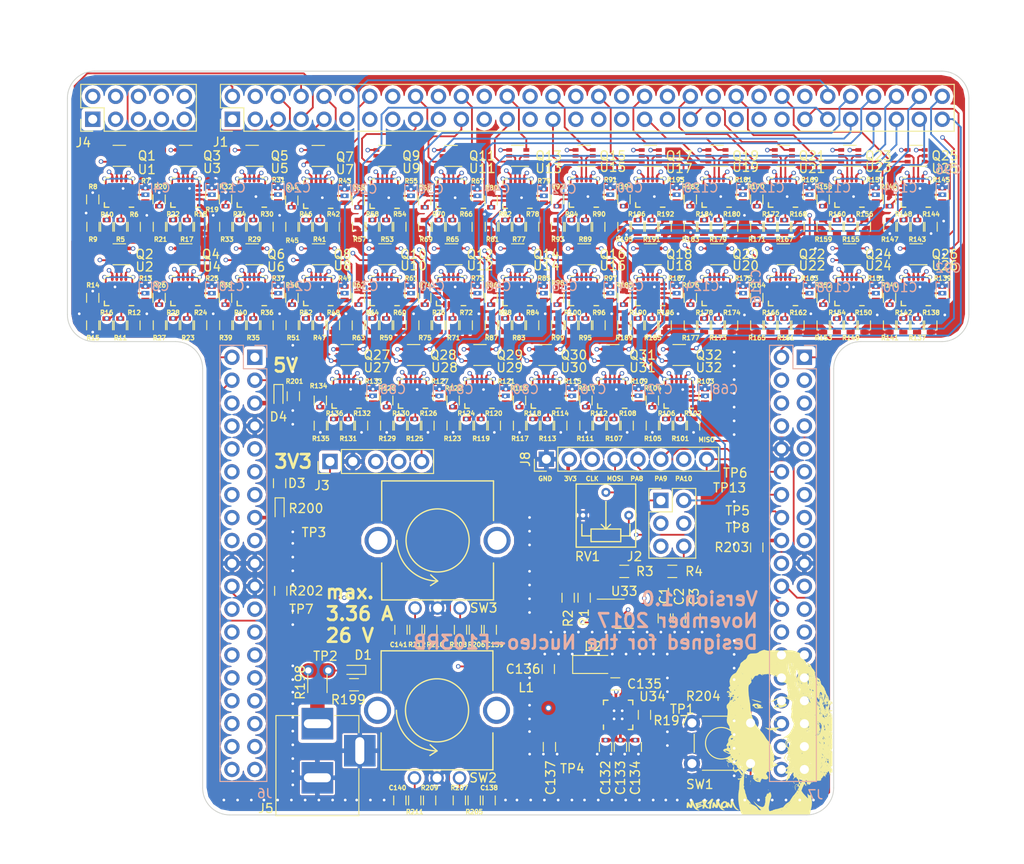
<source format=kicad_pcb>
(kicad_pcb (version 4) (host pcbnew 4.0.7-e2-6376~58~ubuntu17.04.1)
  (title_block (title "LED Driver Extension Board for the Nucleo-F103RB") (date 2017-11-27))
  (layers (0 S1.Cu signal) (1 S2.Cu signal hide) (2 V18.Cu mixed hide) (31 GND.Cu mixed hide) (34 B.Paste user) (35 F.Paste user) (36 B.SilkS user) (37 F.SilkS user) (38 B.Mask user) (39 F.Mask user) (44 Edge.Cuts user))
  (net 0 "")
  (net 1 +3V3)
  (net 2 GND)
  (net 3 V18)
  (net 4 "Net-(C135-Pad1)")
  (net 5 "Net-(C135-Pad2)")
  (net 6 E5V)
  (net 7 PC9)
  (net 8 PC11)
  (net 9 PC10)
  (net 10 PC12)
  (net 11 "Net-(D1-Pad1)")
  (net 12 "Net-(D3-Pad1)")
  (net 13 "Net-(D4-Pad1)")
  (net 14 LED_N_01)
  (net 15 LED_N_02)
  (net 16 LED_N_03)
  (net 17 LED_N_04)
  (net 18 LED_N_05)
  (net 19 LED_N_06)
  (net 20 LED_N_07)
  (net 21 LED_N_08)
  (net 22 LED_N_09)
  (net 23 LED_N_10)
  (net 24 LED_N_11)
  (net 25 LED_N_12)
  (net 26 LED_N_13)
  (net 27 LED_N_14)
  (net 28 LED_N_15)
  (net 29 LED_N_16)
  (net 30 LED_N_17)
  (net 31 LED_N_18)
  (net 32 LED_N_19)
  (net 33 LED_N_20)
  (net 34 LED_N_21)
  (net 35 LED_N_22)
  (net 36 LED_N_23)
  (net 37 LED_N_24)
  (net 38 LED_N_25)
  (net 39 LED_N_26)
  (net 40 LED_N_27)
  (net 41 LED_N_28)
  (net 42 LED_N_29)
  (net 43 LED_N_30)
  (net 44 LED_N_31)
  (net 45 LED_N_32)
  (net 46 LED_N_33)
  (net 47 LED_N_34)
  (net 48 LED_N_35)
  (net 49 LED_N_36)
  (net 50 LED_N_37)
  (net 51 LED_N_38)
  (net 52 LED_N_39)
  (net 53 LED_N_40)
  (net 54 LED_N_41)
  (net 55 LED_N_42)
  (net 56 LED_N_43)
  (net 57 LED_N_44)
  (net 58 LED_N_45)
  (net 59 LED_N_46)
  (net 60 LED_N_47)
  (net 61 LED_N_48)
  (net 62 LED_N_49)
  (net 63 LED_N_50)
  (net 64 LED_N_51)
  (net 65 LED_N_52)
  (net 66 LED_N_53)
  (net 67 LED_N_54)
  (net 68 LED_N_55)
  (net 69 LED_N_56)
  (net 70 LED_N_57)
  (net 71 LED_N_58)
  (net 72 LED_N_59)
  (net 73 LED_N_60)
  (net 74 LED_N_61)
  (net 75 LED_N_62)
  (net 76 LED_N_63)
  (net 77 LED_N_64)
  (net 78 "Net-(J2-Pad1)")
  (net 79 VSIG)
  (net 80 VDAC)
  (net 81 I2C_SCL)
  (net 82 I2C_SDA)
  (net 83 "Net-(J5-Pad1)")
  (net 84 PC8)
  (net 85 PA5)
  (net 86 PA7)
  (net 87 DC_OLED)
  (net 88 PA8)
  (net 89 CS_OLED)
  (net 90 "Net-(Q1-Pad1)")
  (net 91 "Net-(Q1-Pad5)")
  (net 92 "Net-(Q1-Pad2)")
  (net 93 "Net-(Q1-Pad4)")
  (net 94 "Net-(Q2-Pad1)")
  (net 95 "Net-(Q2-Pad5)")
  (net 96 "Net-(Q2-Pad2)")
  (net 97 "Net-(Q2-Pad4)")
  (net 98 "Net-(Q3-Pad1)")
  (net 99 "Net-(Q3-Pad5)")
  (net 100 "Net-(Q3-Pad2)")
  (net 101 "Net-(Q3-Pad4)")
  (net 102 "Net-(Q4-Pad1)")
  (net 103 "Net-(Q4-Pad5)")
  (net 104 "Net-(Q4-Pad2)")
  (net 105 "Net-(Q4-Pad4)")
  (net 106 "Net-(Q5-Pad1)")
  (net 107 "Net-(Q5-Pad5)")
  (net 108 "Net-(Q5-Pad2)")
  (net 109 "Net-(Q5-Pad4)")
  (net 110 "Net-(Q6-Pad1)")
  (net 111 "Net-(Q6-Pad5)")
  (net 112 "Net-(Q6-Pad2)")
  (net 113 "Net-(Q6-Pad4)")
  (net 114 "Net-(Q7-Pad1)")
  (net 115 "Net-(Q7-Pad5)")
  (net 116 "Net-(Q7-Pad2)")
  (net 117 "Net-(Q7-Pad4)")
  (net 118 "Net-(Q8-Pad1)")
  (net 119 "Net-(Q8-Pad5)")
  (net 120 "Net-(Q8-Pad2)")
  (net 121 "Net-(Q8-Pad4)")
  (net 122 "Net-(Q9-Pad1)")
  (net 123 "Net-(Q9-Pad5)")
  (net 124 "Net-(Q9-Pad2)")
  (net 125 "Net-(Q9-Pad4)")
  (net 126 "Net-(Q10-Pad1)")
  (net 127 "Net-(Q10-Pad5)")
  (net 128 "Net-(Q10-Pad2)")
  (net 129 "Net-(Q10-Pad4)")
  (net 130 "Net-(Q11-Pad1)")
  (net 131 "Net-(Q11-Pad5)")
  (net 132 "Net-(Q11-Pad2)")
  (net 133 "Net-(Q11-Pad4)")
  (net 134 "Net-(Q12-Pad1)")
  (net 135 "Net-(Q12-Pad5)")
  (net 136 "Net-(Q12-Pad2)")
  (net 137 "Net-(Q12-Pad4)")
  (net 138 "Net-(Q13-Pad1)")
  (net 139 "Net-(Q13-Pad5)")
  (net 140 "Net-(Q13-Pad2)")
  (net 141 "Net-(Q13-Pad4)")
  (net 142 "Net-(Q14-Pad1)")
  (net 143 "Net-(Q14-Pad5)")
  (net 144 "Net-(Q14-Pad2)")
  (net 145 "Net-(Q14-Pad4)")
  (net 146 "Net-(Q15-Pad1)")
  (net 147 "Net-(Q15-Pad5)")
  (net 148 "Net-(Q15-Pad2)")
  (net 149 "Net-(Q15-Pad4)")
  (net 150 "Net-(Q16-Pad1)")
  (net 151 "Net-(Q16-Pad5)")
  (net 152 "Net-(Q16-Pad2)")
  (net 153 "Net-(Q16-Pad4)")
  (net 154 "Net-(Q17-Pad1)")
  (net 155 "Net-(Q17-Pad5)")
  (net 156 "Net-(Q17-Pad2)")
  (net 157 "Net-(Q17-Pad4)")
  (net 158 "Net-(Q18-Pad1)")
  (net 159 "Net-(Q18-Pad5)")
  (net 160 "Net-(Q18-Pad2)")
  (net 161 "Net-(Q18-Pad4)")
  (net 162 "Net-(Q19-Pad1)")
  (net 163 "Net-(Q19-Pad5)")
  (net 164 "Net-(Q19-Pad2)")
  (net 165 "Net-(Q19-Pad4)")
  (net 166 "Net-(Q20-Pad1)")
  (net 167 "Net-(Q20-Pad5)")
  (net 168 "Net-(Q20-Pad2)")
  (net 169 "Net-(Q20-Pad4)")
  (net 170 "Net-(Q21-Pad1)")
  (net 171 "Net-(Q21-Pad5)")
  (net 172 "Net-(Q21-Pad2)")
  (net 173 "Net-(Q21-Pad4)")
  (net 174 "Net-(Q22-Pad1)")
  (net 175 "Net-(Q22-Pad5)")
  (net 176 "Net-(Q22-Pad2)")
  (net 177 "Net-(Q22-Pad4)")
  (net 178 "Net-(Q23-Pad1)")
  (net 179 "Net-(Q23-Pad5)")
  (net 180 "Net-(Q23-Pad2)")
  (net 181 "Net-(Q23-Pad4)")
  (net 182 "Net-(Q24-Pad1)")
  (net 183 "Net-(Q24-Pad5)")
  (net 184 "Net-(Q24-Pad2)")
  (net 185 "Net-(Q24-Pad4)")
  (net 186 "Net-(Q25-Pad1)")
  (net 187 "Net-(Q25-Pad5)")
  (net 188 "Net-(Q25-Pad2)")
  (net 189 "Net-(Q25-Pad4)")
  (net 190 "Net-(Q26-Pad1)")
  (net 191 "Net-(Q26-Pad5)")
  (net 192 "Net-(Q26-Pad2)")
  (net 193 "Net-(Q26-Pad4)")
  (net 194 "Net-(Q27-Pad5)")
  (net 195 "Net-(Q27-Pad4)")
  (net 196 "Net-(Q28-Pad5)")
  (net 197 "Net-(Q28-Pad4)")
  (net 198 "Net-(Q29-Pad5)")
  (net 199 "Net-(Q29-Pad4)")
  (net 200 "Net-(Q30-Pad5)")
  (net 201 "Net-(Q30-Pad4)")
  (net 202 "Net-(Q31-Pad5)")
  (net 203 "Net-(Q31-Pad4)")
  (net 204 "Net-(Q32-Pad5)")
  (net 205 "Net-(Q32-Pad4)")
  (net 206 "Net-(R1-Pad2)")
  (net 207 "Net-(R2-Pad2)")
  (net 208 "Net-(R3-Pad1)")
  (net 209 "Net-(R5-Pad1)")
  (net 210 "Net-(R5-Pad2)")
  (net 211 "Net-(R10-Pad1)")
  (net 212 "Net-(R10-Pad2)")
  (net 213 "Net-(R11-Pad1)")
  (net 214 "Net-(R11-Pad2)")
  (net 215 "Net-(R15-Pad2)")
  (net 216 "Net-(R16-Pad2)")
  (net 217 "Net-(R17-Pad1)")
  (net 218 "Net-(R17-Pad2)")
  (net 219 "Net-(R21-Pad2)")
  (net 220 "Net-(R22-Pad2)")
  (net 221 "Net-(R23-Pad1)")
  (net 222 "Net-(R23-Pad2)")
  (net 223 "Net-(R27-Pad2)")
  (net 224 "Net-(R28-Pad2)")
  (net 225 "Net-(R29-Pad1)")
  (net 226 "Net-(R29-Pad2)")
  (net 227 "Net-(R33-Pad2)")
  (net 228 "Net-(R34-Pad2)")
  (net 229 "Net-(R35-Pad1)")
  (net 230 "Net-(R35-Pad2)")
  (net 231 "Net-(R39-Pad2)")
  (net 232 "Net-(R40-Pad2)")
  (net 233 "Net-(R41-Pad1)")
  (net 234 "Net-(R41-Pad2)")
  (net 235 "Net-(R45-Pad2)")
  (net 236 "Net-(R46-Pad2)")
  (net 237 "Net-(R47-Pad1)")
  (net 238 "Net-(R47-Pad2)")
  (net 239 "Net-(R51-Pad2)")
  (net 240 "Net-(R52-Pad2)")
  (net 241 "Net-(R53-Pad1)")
  (net 242 "Net-(R53-Pad2)")
  (net 243 "Net-(R57-Pad2)")
  (net 244 "Net-(R58-Pad2)")
  (net 245 "Net-(R59-Pad1)")
  (net 246 "Net-(R59-Pad2)")
  (net 247 "Net-(R63-Pad2)")
  (net 248 "Net-(R64-Pad2)")
  (net 249 "Net-(R65-Pad1)")
  (net 250 "Net-(R65-Pad2)")
  (net 251 "Net-(R69-Pad2)")
  (net 252 "Net-(R70-Pad2)")
  (net 253 "Net-(R71-Pad1)")
  (net 254 "Net-(R71-Pad2)")
  (net 255 "Net-(R75-Pad2)")
  (net 256 "Net-(R76-Pad2)")
  (net 257 "Net-(R77-Pad1)")
  (net 258 "Net-(R77-Pad2)")
  (net 259 "Net-(R81-Pad2)")
  (net 260 "Net-(R82-Pad2)")
  (net 261 "Net-(R83-Pad1)")
  (net 262 "Net-(R83-Pad2)")
  (net 263 "Net-(R87-Pad2)")
  (net 264 "Net-(R88-Pad2)")
  (net 265 "Net-(R89-Pad1)")
  (net 266 "Net-(R89-Pad2)")
  (net 267 "Net-(R93-Pad2)")
  (net 268 "Net-(R94-Pad2)")
  (net 269 "Net-(R95-Pad1)")
  (net 270 "Net-(R95-Pad2)")
  (net 271 "Net-(R100-Pad1)")
  (net 272 "Net-(R100-Pad2)")
  (net 273 "Net-(R101-Pad1)")
  (net 274 "Net-(R101-Pad2)")
  (net 275 "Net-(R105-Pad2)")
  (net 276 "Net-(R106-Pad2)")
  (net 277 "Net-(R107-Pad1)")
  (net 278 "Net-(R107-Pad2)")
  (net 279 "Net-(R111-Pad2)")
  (net 280 "Net-(R112-Pad2)")
  (net 281 "Net-(R113-Pad1)")
  (net 282 "Net-(R113-Pad2)")
  (net 283 "Net-(R117-Pad2)")
  (net 284 "Net-(R118-Pad2)")
  (net 285 "Net-(R119-Pad1)")
  (net 286 "Net-(R119-Pad2)")
  (net 287 "Net-(R123-Pad2)")
  (net 288 "Net-(R124-Pad2)")
  (net 289 "Net-(R125-Pad1)")
  (net 290 "Net-(R125-Pad2)")
  (net 291 "Net-(R129-Pad2)")
  (net 292 "Net-(R130-Pad2)")
  (net 293 "Net-(R131-Pad1)")
  (net 294 "Net-(R131-Pad2)")
  (net 295 "Net-(R135-Pad2)")
  (net 296 "Net-(R136-Pad2)")
  (net 297 "Net-(R137-Pad1)")
  (net 298 "Net-(R137-Pad2)")
  (net 299 "Net-(R141-Pad2)")
  (net 300 "Net-(R142-Pad2)")
  (net 301 "Net-(R143-Pad1)")
  (net 302 "Net-(R143-Pad2)")
  (net 303 "Net-(R147-Pad2)")
  (net 304 "Net-(R148-Pad2)")
  (net 305 "Net-(R149-Pad1)")
  (net 306 "Net-(R149-Pad2)")
  (net 307 "Net-(R153-Pad2)")
  (net 308 "Net-(R154-Pad2)")
  (net 309 "Net-(R155-Pad1)")
  (net 310 "Net-(R155-Pad2)")
  (net 311 "Net-(R159-Pad2)")
  (net 312 "Net-(R160-Pad2)")
  (net 313 "Net-(R161-Pad1)")
  (net 314 "Net-(R161-Pad2)")
  (net 315 "Net-(R165-Pad2)")
  (net 316 "Net-(R166-Pad2)")
  (net 317 "Net-(R167-Pad1)")
  (net 318 "Net-(R167-Pad2)")
  (net 319 "Net-(R171-Pad2)")
  (net 320 "Net-(R172-Pad2)")
  (net 321 "Net-(R173-Pad1)")
  (net 322 "Net-(R173-Pad2)")
  (net 323 "Net-(R177-Pad2)")
  (net 324 "Net-(R178-Pad2)")
  (net 325 "Net-(R179-Pad1)")
  (net 326 "Net-(R179-Pad2)")
  (net 327 "Net-(R183-Pad2)")
  (net 328 "Net-(R184-Pad2)")
  (net 329 "Net-(R185-Pad1)")
  (net 330 "Net-(R185-Pad2)")
  (net 331 "Net-(R189-Pad2)")
  (net 332 "Net-(R190-Pad2)")
  (net 333 "Net-(R191-Pad1)")
  (net 334 "Net-(R191-Pad2)")
  (net 335 "Net-(R195-Pad2)")
  (net 336 "Net-(R196-Pad2)")
  (net 337 "Net-(R197-Pad2)")
  (net 338 "Net-(R205-Pad2)")
  (net 339 "Net-(R206-Pad2)")
  (net 340 "Net-(R209-Pad2)")
  (net 341 "Net-(R210-Pad2)")
  (net 342 "Net-(Q27-Pad1)")
  (net 343 "Net-(Q27-Pad2)")
  (net 344 "Net-(Q28-Pad1)")
  (net 345 "Net-(Q28-Pad2)")
  (net 346 "Net-(Q29-Pad1)")
  (net 347 "Net-(Q29-Pad2)")
  (net 348 "Net-(Q30-Pad1)")
  (net 349 "Net-(Q30-Pad2)")
  (net 350 "Net-(Q31-Pad1)")
  (net 351 "Net-(Q31-Pad2)")
  (net 352 "Net-(Q32-Pad1)")
  (net 353 "Net-(Q32-Pad2)")
  (net 354 LIGHT_INT)
  (net 355 PA6)
  (module MyVias:Stitchging-Via-0.3-0.5 (layer S1.Cu) (at 171.958 97.028 90)
    (fp_text reference REF** hide)
    (fp_text value Stitching-Via-0.3-0.5)
    (pad ~ thru_hole circle (at 0 0 90) (size 0.5 0.5) (drill 0.3) (layers *.Cu) (net 2 GND))
  )
  (module MyVias:Stitchging-Via-0.3-0.5 (layer S1.Cu) (at 171.958 94.742 90)
    (fp_text reference REF** hide)
    (fp_text value Stitching-Via-0.3-0.5)
    (pad ~ thru_hole circle (at 0 0 90) (size 0.5 0.5) (drill 0.3) (layers *.Cu) (net 2 GND))
  )
  (module Resistors_SMD:R_0603 (layer S1.Cu) (at 136.525 127.889 90)
    (fp_text reference R211 (at -1.27 0 180) (layer F.SilkS) (effects (font (size 0.5 0.5) (thickness 0.125))))
    (fp_text value 10k)
    (pad 1 smd rect (at -0.75 0 90) (size 0.5 0.9) (layers S1.Cu F.Paste F.Mask) (net 9 PC10))
    (pad 2 smd rect (at 0.75 0 90) (size 0.5 0.9) (layers S1.Cu F.Paste F.Mask) (net 340 "Net-(R209-Pad2)"))
  )
  (module Resistors_SMD:R_0603 (layer S1.Cu) (at 134.874 127.889 90)
    (fp_text reference C140 (at 1.397 -0.254 180) (layer F.SilkS) (effects (font (size 0.5 0.5) (thickness 0.125))))
    (fp_text value 10n)
    (pad 1 smd rect (at -0.75 0 90) (size 0.5 0.9) (layers S1.Cu F.Paste F.Mask) (net 9 PC10))
    (pad 2 smd rect (at 0.75 0 90) (size 0.5 0.9) (layers S1.Cu F.Paste F.Mask) (net 2 GND))
  )
  (module MyVias:Stitchging-Via-0.3-0.5 (layer S1.Cu) (at 130.0861 127.8509 180)
    (fp_text reference REF** hide)
    (fp_text value Stitching-Via-0.3-0.5)
    (pad ~ thru_hole circle (at 0 0 180) (size 0.5 0.5) (drill 0.3) (layers *.Cu) (net 2 GND))
  )
  (module MyVias:Stitchging-Via-0.3-0.5 (layer S1.Cu) (at 131.6101 127.8509 180)
    (fp_text reference REF** hide)
    (fp_text value Stitching-Via-0.3-0.5)
    (pad ~ thru_hole circle (at 0 0 180) (size 0.5 0.5) (drill 0.3) (layers *.Cu) (net 2 GND))
  )
  (module MyVias:Stitchging-Via-0.3-0.5 (layer S1.Cu) (at 133.1341 127.8509 180)
    (fp_text reference REF** hide)
    (fp_text value Stitching-Via-0.3-0.5)
    (pad ~ thru_hole circle (at 0 0 180) (size 0.5 0.5) (drill 0.3) (layers *.Cu) (net 2 GND))
  )
  (module MyVias:Stitchging-Via-0.3-0.5 (layer S1.Cu) (at 128.8161 127.8509 180)
    (fp_text reference REF** hide)
    (fp_text value Stitching-Via-0.3-0.5)
    (pad ~ thru_hole circle (at 0 0 180) (size 0.5 0.5) (drill 0.3) (layers *.Cu) (net 2 GND))
  )
  (module MyVias:Stitchging-Via-0.3-0.5 (layer S1.Cu) (at 115.3541 127.8509 180)
    (fp_text reference REF** hide)
    (fp_text value Stitching-Via-0.3-0.5)
    (pad ~ thru_hole circle (at 0 0 180) (size 0.5 0.5) (drill 0.3) (layers *.Cu) (net 2 GND))
  )
  (module MyVias:Stitchging-Via-0.3-0.5 (layer S1.Cu) (at 116.8781 127.8509 180)
    (fp_text reference REF** hide)
    (fp_text value Stitching-Via-0.3-0.5)
    (pad ~ thru_hole circle (at 0 0 180) (size 0.5 0.5) (drill 0.3) (layers *.Cu) (net 2 GND))
  )
  (module MyVias:Stitchging-Via-0.3-0.5 (layer S1.Cu) (at 118.4021 127.8509 180)
    (fp_text reference REF** hide)
    (fp_text value Stitching-Via-0.3-0.5)
    (pad ~ thru_hole circle (at 0 0 180) (size 0.5 0.5) (drill 0.3) (layers *.Cu) (net 2 GND))
  )
  (module MyVias:Stitchging-Via-0.3-0.5 (layer S1.Cu) (at 127.4191 127.8509 180)
    (fp_text reference REF** hide)
    (fp_text value Stitching-Via-0.3-0.5)
    (pad ~ thru_hole circle (at 0 0 180) (size 0.5 0.5) (drill 0.3) (layers *.Cu) (net 2 GND))
  )
  (module MyVias:Stitchging-Via-0.3-0.5 (layer S1.Cu) (at 125.8951 127.8509 180)
    (fp_text reference REF** hide)
    (fp_text value Stitching-Via-0.3-0.5)
    (pad ~ thru_hole circle (at 0 0 180) (size 0.5 0.5) (drill 0.3) (layers *.Cu) (net 2 GND))
  )
  (module MyVias:Stitchging-Via-0.3-0.5 (layer S1.Cu) (at 121.3231 127.8509 180)
    (fp_text reference REF** hide)
    (fp_text value Stitching-Via-0.3-0.5)
    (pad ~ thru_hole circle (at 0 0 180) (size 0.5 0.5) (drill 0.3) (layers *.Cu) (net 2 GND))
  )
  (module MyVias:Stitchging-Via-0.3-0.5 (layer S1.Cu) (at 122.8471 127.8509 180)
    (fp_text reference REF** hide)
    (fp_text value Stitching-Via-0.3-0.5)
    (pad ~ thru_hole circle (at 0 0 180) (size 0.5 0.5) (drill 0.3) (layers *.Cu) (net 2 GND))
  )
  (module MyVias:Stitchging-Via-0.3-0.5 (layer S1.Cu) (at 124.3711 127.8509 180)
    (fp_text reference REF** hide)
    (fp_text value Stitching-Via-0.3-0.5)
    (pad ~ thru_hole circle (at 0 0 180) (size 0.5 0.5) (drill 0.3) (layers *.Cu) (net 2 GND))
  )
  (module MyVias:Stitchging-Via-0.3-0.5 (layer S1.Cu) (at 119.7991 127.8509 180)
    (fp_text reference REF** hide)
    (fp_text value Stitching-Via-0.3-0.5)
    (pad ~ thru_hole circle (at 0 0 180) (size 0.5 0.5) (drill 0.3) (layers *.Cu) (net 2 GND))
  )
  (module MyVias:Stitchging-Via-0.3-0.5 (layer S1.Cu) (at 155.3591 127.8509 180)
    (fp_text reference REF** hide)
    (fp_text value Stitching-Via-0.3-0.5)
    (pad ~ thru_hole circle (at 0 0 180) (size 0.5 0.5) (drill 0.3) (layers *.Cu) (net 2 GND))
  )
  (module MyVias:Stitchging-Via-0.3-0.5 (layer S1.Cu) (at 159.9311 127.8509 180)
    (fp_text reference REF** hide)
    (fp_text value Stitching-Via-0.3-0.5)
    (pad ~ thru_hole circle (at 0 0 180) (size 0.5 0.5) (drill 0.3) (layers *.Cu) (net 2 GND))
  )
  (module MyVias:Stitchging-Via-0.3-0.5 (layer S1.Cu) (at 158.4071 127.8509 180)
    (fp_text reference REF** hide)
    (fp_text value Stitching-Via-0.3-0.5)
    (pad ~ thru_hole circle (at 0 0 180) (size 0.5 0.5) (drill 0.3) (layers *.Cu) (net 2 GND))
  )
  (module MyVias:Stitchging-Via-0.3-0.5 (layer S1.Cu) (at 156.8831 127.8509 180)
    (fp_text reference REF** hide)
    (fp_text value Stitching-Via-0.3-0.5)
    (pad ~ thru_hole circle (at 0 0 180) (size 0.5 0.5) (drill 0.3) (layers *.Cu) (net 2 GND))
  )
  (module MyVias:Stitchging-Via-0.3-0.5 (layer S1.Cu) (at 161.4551 127.8509 180)
    (fp_text reference REF** hide)
    (fp_text value Stitching-Via-0.3-0.5)
    (pad ~ thru_hole circle (at 0 0 180) (size 0.5 0.5) (drill 0.3) (layers *.Cu) (net 2 GND))
  )
  (module MyVias:Stitchging-Via-0.3-0.5 (layer S1.Cu) (at 162.9791 127.8509 180)
    (fp_text reference REF** hide)
    (fp_text value Stitching-Via-0.3-0.5)
    (pad ~ thru_hole circle (at 0 0 180) (size 0.5 0.5) (drill 0.3) (layers *.Cu) (net 2 GND))
  )
  (module MyVias:Stitchging-Via-0.3-0.5 (layer S1.Cu) (at 153.9621 127.8509 180)
    (fp_text reference REF** hide)
    (fp_text value Stitching-Via-0.3-0.5)
    (pad ~ thru_hole circle (at 0 0 180) (size 0.5 0.5) (drill 0.3) (layers *.Cu) (net 2 GND))
  )
  (module MyVias:Stitchging-Via-0.3-0.5 (layer S1.Cu) (at 152.4381 127.8509 180)
    (fp_text reference REF** hide)
    (fp_text value Stitching-Via-0.3-0.5)
    (pad ~ thru_hole circle (at 0 0 180) (size 0.5 0.5) (drill 0.3) (layers *.Cu) (net 2 GND))
  )
  (module MyVias:Stitchging-Via-0.3-0.5 (layer S1.Cu) (at 147.8661 127.8509 180)
    (fp_text reference REF** hide)
    (fp_text value Stitching-Via-0.3-0.5)
    (pad ~ thru_hole circle (at 0 0 180) (size 0.5 0.5) (drill 0.3) (layers *.Cu) (net 2 GND))
  )
  (module MyVias:Stitchging-Via-0.3-0.5 (layer S1.Cu) (at 149.3901 127.8509 180)
    (fp_text reference REF** hide)
    (fp_text value Stitching-Via-0.3-0.5)
    (pad ~ thru_hole circle (at 0 0 180) (size 0.5 0.5) (drill 0.3) (layers *.Cu) (net 2 GND))
  )
  (module MyVias:Stitchging-Via-0.3-0.5 (layer S1.Cu) (at 150.9141 127.8509 180)
    (fp_text reference REF** hide)
    (fp_text value Stitching-Via-0.3-0.5)
    (pad ~ thru_hole circle (at 0 0 180) (size 0.5 0.5) (drill 0.3) (layers *.Cu) (net 2 GND))
  )
  (module MyVias:Stitchging-Via-0.3-0.5 (layer S1.Cu) (at 146.5961 127.8509 180)
    (fp_text reference REF** hide)
    (fp_text value Stitching-Via-0.3-0.5)
    (pad ~ thru_hole circle (at 0 0 180) (size 0.5 0.5) (drill 0.3) (layers *.Cu) (net 2 GND))
  )
  (module MyVias:Stitchging-Via-0.3-0.5 (layer S1.Cu) (at 164.3761 127.8509 180)
    (fp_text reference REF** hide)
    (fp_text value Stitching-Via-0.3-0.5)
    (pad ~ thru_hole circle (at 0 0 180) (size 0.5 0.5) (drill 0.3) (layers *.Cu) (net 2 GND))
  )
  (module MyVias:Stitchging-Via-0.3-0.5 (layer S1.Cu) (at 168.6941 127.8509 180)
    (fp_text reference REF** hide)
    (fp_text value Stitching-Via-0.3-0.5)
    (pad ~ thru_hole circle (at 0 0 180) (size 0.5 0.5) (drill 0.3) (layers *.Cu) (net 2 GND))
  )
  (module MyVias:Stitchging-Via-0.3-0.5 (layer S1.Cu) (at 167.1701 127.8509 180)
    (fp_text reference REF** hide)
    (fp_text value Stitching-Via-0.3-0.5)
    (pad ~ thru_hole circle (at 0 0 180) (size 0.5 0.5) (drill 0.3) (layers *.Cu) (net 2 GND))
  )
  (module MyVias:Stitchging-Via-0.3-0.5 (layer S1.Cu) (at 165.6461 127.8509 180)
    (fp_text reference REF** hide)
    (fp_text value Stitching-Via-0.3-0.5)
    (pad ~ thru_hole circle (at 0 0 180) (size 0.5 0.5) (drill 0.3) (layers *.Cu) (net 2 GND))
  )
  (module MyVias:Stitchging-Via-0.3-0.5 (layer S1.Cu) (at 170.2181 127.8509 180)
    (fp_text reference REF** hide)
    (fp_text value Stitching-Via-0.3-0.5)
    (pad ~ thru_hole circle (at 0 0 180) (size 0.5 0.5) (drill 0.3) (layers *.Cu) (net 2 GND))
  )
  (module MyVias:Stitchging-Via-0.3-0.5 (layer S1.Cu) (at 171.7421 127.8509 180)
    (fp_text reference REF** hide)
    (fp_text value Stitching-Via-0.3-0.5)
    (pad ~ thru_hole circle (at 0 0 180) (size 0.5 0.5) (drill 0.3) (layers *.Cu) (net 2 GND))
  )
  (module MyVias:Stitchging-Via-0.3-0.5 (layer S1.Cu) (at 180.7591 127.8509 180)
    (fp_text reference REF** hide)
    (fp_text value Stitching-Via-0.3-0.5)
    (pad ~ thru_hole circle (at 0 0 180) (size 0.5 0.5) (drill 0.3) (layers *.Cu) (net 2 GND))
  )
  (module MyVias:Stitchging-Via-0.3-0.5 (layer S1.Cu) (at 179.2351 127.8509 180)
    (fp_text reference REF** hide)
    (fp_text value Stitching-Via-0.3-0.5)
    (pad ~ thru_hole circle (at 0 0 180) (size 0.5 0.5) (drill 0.3) (layers *.Cu) (net 2 GND))
  )
  (module MyVias:Stitchging-Via-0.3-0.5 (layer S1.Cu) (at 174.6631 127.8509 180)
    (fp_text reference REF** hide)
    (fp_text value Stitching-Via-0.3-0.5)
    (pad ~ thru_hole circle (at 0 0 180) (size 0.5 0.5) (drill 0.3) (layers *.Cu) (net 2 GND))
  )
  (module MyVias:Stitchging-Via-0.3-0.5 (layer S1.Cu) (at 176.1871 127.8509 180)
    (fp_text reference REF** hide)
    (fp_text value Stitching-Via-0.3-0.5)
    (pad ~ thru_hole circle (at 0 0 180) (size 0.5 0.5) (drill 0.3) (layers *.Cu) (net 2 GND))
  )
  (module MyVias:Stitchging-Via-0.3-0.5 (layer S1.Cu) (at 177.7111 127.8509 180)
    (fp_text reference REF** hide)
    (fp_text value Stitching-Via-0.3-0.5)
    (pad ~ thru_hole circle (at 0 0 180) (size 0.5 0.5) (drill 0.3) (layers *.Cu) (net 2 GND))
  )
  (module MyVias:Stitchging-Via-0.3-0.5 (layer S1.Cu) (at 173.1391 127.8509 180)
    (fp_text reference REF** hide)
    (fp_text value Stitching-Via-0.3-0.5)
    (pad ~ thru_hole circle (at 0 0 180) (size 0.5 0.5) (drill 0.3) (layers *.Cu) (net 2 GND))
  )
  (module MyVias:Stitchging-Via-0.3-0.5 (layer S1.Cu) (at 149.2631 114.2873 90)
    (fp_text reference REF** hide)
    (fp_text value Stitching-Via-0.3-0.5)
    (pad ~ thru_hole circle (at 0 0 90) (size 0.5 0.5) (drill 0.3) (layers *.Cu) (net 2 GND))
  )
  (module MyVias:Stitchging-Via-0.3-0.5 (layer S1.Cu) (at 156.9212 111.6584 180)
    (fp_text reference REF** hide)
    (fp_text value Stitching-Via-0.3-0.5)
    (pad ~ thru_hole circle (at 0 0 180) (size 0.5 0.5) (drill 0.3) (layers *.Cu) (net 2 GND))
  )
  (module MyVias:Stitchging-Via-0.3-0.5 (layer S1.Cu) (at 161.4932 111.6584 180)
    (fp_text reference REF** hide)
    (fp_text value Stitching-Via-0.3-0.5)
    (pad ~ thru_hole circle (at 0 0 180) (size 0.5 0.5) (drill 0.3) (layers *.Cu) (net 2 GND))
  )
  (module MyVias:Stitchging-Via-0.3-0.5 (layer S1.Cu) (at 159.9692 111.6584 180)
    (fp_text reference REF** hide)
    (fp_text value Stitching-Via-0.3-0.5)
    (pad ~ thru_hole circle (at 0 0 180) (size 0.5 0.5) (drill 0.3) (layers *.Cu) (net 2 GND))
  )
  (module MyVias:Stitchging-Via-0.3-0.5 (layer S1.Cu) (at 158.4452 111.6584 180)
    (fp_text reference REF** hide)
    (fp_text value Stitching-Via-0.3-0.5)
    (pad ~ thru_hole circle (at 0 0 180) (size 0.5 0.5) (drill 0.3) (layers *.Cu) (net 2 GND))
  )
  (module MyVias:Stitchging-Via-0.3-0.5 (layer S1.Cu) (at 163.0172 111.6584 180)
    (fp_text reference REF** hide)
    (fp_text value Stitching-Via-0.3-0.5)
    (pad ~ thru_hole circle (at 0 0 180) (size 0.5 0.5) (drill 0.3) (layers *.Cu) (net 2 GND))
  )
  (module MyVias:Stitchging-Via-0.3-0.5 (layer S1.Cu) (at 164.5412 111.6584 180)
    (fp_text reference REF** hide)
    (fp_text value Stitching-Via-0.3-0.5)
    (pad ~ thru_hole circle (at 0 0 180) (size 0.5 0.5) (drill 0.3) (layers *.Cu) (net 2 GND))
  )
  (module MyVias:Stitchging-Via-0.3-0.5 (layer S1.Cu) (at 155.5242 111.6584 180)
    (fp_text reference REF** hide)
    (fp_text value Stitching-Via-0.3-0.5)
    (pad ~ thru_hole circle (at 0 0 180) (size 0.5 0.5) (drill 0.3) (layers *.Cu) (net 2 GND))
  )
  (module MyVias:Stitchging-Via-0.3-0.5 (layer S1.Cu) (at 154.0002 111.6584 180)
    (fp_text reference REF** hide)
    (fp_text value Stitching-Via-0.3-0.5)
    (pad ~ thru_hole circle (at 0 0 180) (size 0.5 0.5) (drill 0.3) (layers *.Cu) (net 2 GND))
  )
  (module MyVias:Stitchging-Via-0.3-0.5 (layer S1.Cu) (at 150.9522 111.6584 180)
    (fp_text reference REF** hide)
    (fp_text value Stitching-Via-0.3-0.5)
    (pad ~ thru_hole circle (at 0 0 180) (size 0.5 0.5) (drill 0.3) (layers *.Cu) (net 2 GND))
  )
  (module MyVias:Stitchging-Via-0.3-0.5 (layer S1.Cu) (at 152.4762 111.6584 180)
    (fp_text reference REF** hide)
    (fp_text value Stitching-Via-0.3-0.5)
    (pad ~ thru_hole circle (at 0 0 180) (size 0.5 0.5) (drill 0.3) (layers *.Cu) (net 2 GND))
  )
  (module MyVias:Stitchging-Via-0.3-0.5 (layer S1.Cu) (at 152.3238 122.7582 180)
    (fp_text reference REF** hide)
    (fp_text value Stitching-Via-0.3-0.5)
    (pad ~ thru_hole circle (at 0 0 180) (size 0.5 0.5) (drill 0.3) (layers *.Cu) (net 2 GND))
  )
  (module MyVias:Stitchging-Via-0.3-0.5 (layer S1.Cu) (at 150.7998 122.7582 180)
    (fp_text reference REF** hide)
    (fp_text value Stitching-Via-0.3-0.5)
    (pad ~ thru_hole circle (at 0 0 180) (size 0.5 0.5) (drill 0.3) (layers *.Cu) (net 2 GND))
  )
  (module MyVias:Stitchging-Via-0.3-0.5 (layer S1.Cu) (at 149.2758 122.7582 180)
    (fp_text reference REF** hide)
    (fp_text value Stitching-Via-0.3-0.5)
    (pad ~ thru_hole circle (at 0 0 180) (size 0.5 0.5) (drill 0.3) (layers *.Cu) (net 2 GND))
  )
  (module MyVias:Stitchging-Via-0.3-0.5 (layer S1.Cu) (at 158.2928 122.7582 180)
    (fp_text reference REF** hide)
    (fp_text value Stitching-Via-0.3-0.5)
    (pad ~ thru_hole circle (at 0 0 180) (size 0.5 0.5) (drill 0.3) (layers *.Cu) (net 2 GND))
  )
  (module MyVias:Stitchging-Via-0.3-0.5 (layer S1.Cu) (at 159.8168 122.7582 180)
    (fp_text reference REF** hide)
    (fp_text value Stitching-Via-0.3-0.5)
    (pad ~ thru_hole circle (at 0 0 180) (size 0.5 0.5) (drill 0.3) (layers *.Cu) (net 2 GND))
  )
  (module MyVias:Stitchging-Via-0.3-0.5 (layer S1.Cu) (at 161.3408 122.7582 180)
    (fp_text reference REF** hide)
    (fp_text value Stitching-Via-0.3-0.5)
    (pad ~ thru_hole circle (at 0 0 180) (size 0.5 0.5) (drill 0.3) (layers *.Cu) (net 2 GND))
  )
  (module MyVias:Stitchging-Via-0.3-0.5 (layer S1.Cu) (at 156.7688 122.7582 180)
    (fp_text reference REF** hide)
    (fp_text value Stitching-Via-0.3-0.5)
    (pad ~ thru_hole circle (at 0 0 180) (size 0.5 0.5) (drill 0.3) (layers *.Cu) (net 2 GND))
  )
  (module MyVias:Stitchging-Via-0.3-0.5 (layer S1.Cu) (at 122.9995 78.9305 90)
    (fp_text reference REF** hide)
    (fp_text value Stitching-Via-0.3-0.5)
    (pad ~ thru_hole circle (at 0 0 90) (size 0.5 0.5) (drill 0.3) (layers *.Cu) (net 2 GND))
  )
  (module MyVias:Stitchging-Via-0.3-0.5 (layer S1.Cu) (at 122.9995 80.3275 90)
    (fp_text reference REF** hide)
    (fp_text value Stitching-Via-0.3-0.5)
    (pad ~ thru_hole circle (at 0 0 90) (size 0.5 0.5) (drill 0.3) (layers *.Cu) (net 2 GND))
  )
  (module Resistors_SMD:R_0603 (layer S1.Cu) (at 122.936 75.184 90)
    (fp_text reference R51 (at -1.397 0.127 180) (layer F.SilkS) (effects (font (size 0.5 0.5) (thickness 0.125))))
    (fp_text value 20k)
    (pad 1 smd rect (at -0.75 0 90) (size 0.5 0.9) (layers S1.Cu F.Paste F.Mask) (net 2 GND))
    (pad 2 smd rect (at 0.75 0 90) (size 0.5 0.9) (layers S1.Cu F.Paste F.Mask) (net 239 "Net-(R51-Pad2)"))
  )
  (module MyVias:Stitchging-Via-0.3-0.5 (layer S1.Cu) (at 149.2631 120.2563 90)
    (fp_text reference REF** hide)
    (fp_text value Stitching-Via-0.3-0.5)
    (pad ~ thru_hole circle (at 0 0 90) (size 0.5 0.5) (drill 0.3) (layers *.Cu) (net 2 GND))
  )
  (module MyVias:Stitchging-Via-0.3-0.5 (layer S1.Cu) (at 149.2631 118.8593 90)
    (fp_text reference REF** hide)
    (fp_text value Stitching-Via-0.3-0.5)
    (pad ~ thru_hole circle (at 0 0 90) (size 0.5 0.5) (drill 0.3) (layers *.Cu) (net 2 GND))
  )
  (module MyVias:Stitchging-Via-0.3-0.5 (layer S1.Cu) (at 149.2631 117.3353 90)
    (fp_text reference REF** hide)
    (fp_text value Stitching-Via-0.3-0.5)
    (pad ~ thru_hole circle (at 0 0 90) (size 0.5 0.5) (drill 0.3) (layers *.Cu) (net 2 GND))
  )
  (module MyVias:Stitchging-Via-0.3-0.5 (layer S1.Cu) (at 149.2631 112.7633 90)
    (fp_text reference REF** hide)
    (fp_text value Stitching-Via-0.3-0.5)
    (pad ~ thru_hole circle (at 0 0 90) (size 0.5 0.5) (drill 0.3) (layers *.Cu) (net 2 GND))
  )
  (module MyVias:Stitchging-Via-0.3-0.5 (layer S1.Cu) (at 149.2631 98.0313 90)
    (fp_text reference REF** hide)
    (fp_text value Stitching-Via-0.3-0.5)
    (pad ~ thru_hole circle (at 0 0 90) (size 0.5 0.5) (drill 0.3) (layers *.Cu) (net 2 GND))
  )
  (module MyVias:Stitchging-Via-0.3-0.5 (layer S1.Cu) (at 149.2631 96.5073 90)
    (fp_text reference REF** hide)
    (fp_text value Stitching-Via-0.3-0.5)
    (pad ~ thru_hole circle (at 0 0 90) (size 0.5 0.5) (drill 0.3) (layers *.Cu) (net 2 GND))
  )
  (module MyVias:Stitchging-Via-0.3-0.5 (layer S1.Cu) (at 149.2631 99.5553 90)
    (fp_text reference REF** hide)
    (fp_text value Stitching-Via-0.3-0.5)
    (pad ~ thru_hole circle (at 0 0 90) (size 0.5 0.5) (drill 0.3) (layers *.Cu) (net 2 GND))
  )
  (module MyVias:Stitchging-Via-0.3-0.5 (layer S1.Cu) (at 149.2631 104.0003 90)
    (fp_text reference REF** hide)
    (fp_text value Stitching-Via-0.3-0.5)
    (pad ~ thru_hole circle (at 0 0 90) (size 0.5 0.5) (drill 0.3) (layers *.Cu) (net 2 GND))
  )
  (module MyVias:Stitchging-Via-0.3-0.5 (layer S1.Cu) (at 149.2631 105.5243 90)
    (fp_text reference REF** hide)
    (fp_text value Stitching-Via-0.3-0.5)
    (pad ~ thru_hole circle (at 0 0 90) (size 0.5 0.5) (drill 0.3) (layers *.Cu) (net 2 GND))
  )
  (module MyVias:Stitchging-Via-0.3-0.5 (layer S1.Cu) (at 149.2631 107.0483 90)
    (fp_text reference REF** hide)
    (fp_text value Stitching-Via-0.3-0.5)
    (pad ~ thru_hole circle (at 0 0 90) (size 0.5 0.5) (drill 0.3) (layers *.Cu) (net 2 GND))
  )
  (module MyVias:Stitchging-Via-0.3-0.5 (layer S1.Cu) (at 149.2631 102.4763 90)
    (fp_text reference REF** hide)
    (fp_text value Stitching-Via-0.3-0.5)
    (pad ~ thru_hole circle (at 0 0 90) (size 0.5 0.5) (drill 0.3) (layers *.Cu) (net 2 GND))
  )
  (module MyVias:Stitchging-Via-0.3-0.5 (layer S1.Cu) (at 164.5539 115.8367 90)
    (fp_text reference REF** hide)
    (fp_text value Stitching-Via-0.3-0.5)
    (pad ~ thru_hole circle (at 0 0 90) (size 0.5 0.5) (drill 0.3) (layers *.Cu) (net 2 GND))
  )
  (module MyVias:Stitchging-Via-0.3-0.5 (layer S1.Cu) (at 164.5539 114.3127 90)
    (fp_text reference REF** hide)
    (fp_text value Stitching-Via-0.3-0.5)
    (pad ~ thru_hole circle (at 0 0 90) (size 0.5 0.5) (drill 0.3) (layers *.Cu) (net 2 GND))
  )
  (module MyVias:Stitchging-Via-0.3-0.5 (layer S1.Cu) (at 164.5539 121.8057 90)
    (fp_text reference REF** hide)
    (fp_text value Stitching-Via-0.3-0.5)
    (pad ~ thru_hole circle (at 0 0 90) (size 0.5 0.5) (drill 0.3) (layers *.Cu) (net 2 GND))
  )
  (module MyVias:Stitchging-Via-0.3-0.5 (layer S1.Cu) (at 164.5539 120.2817 90)
    (fp_text reference REF** hide)
    (fp_text value Stitching-Via-0.3-0.5)
    (pad ~ thru_hole circle (at 0 0 90) (size 0.5 0.5) (drill 0.3) (layers *.Cu) (net 2 GND))
  )
  (module MyVias:Stitchging-Via-0.3-0.5 (layer S1.Cu) (at 122.9995 86.1695 90)
    (fp_text reference REF** hide)
    (fp_text value Stitching-Via-0.3-0.5)
    (pad ~ thru_hole circle (at 0 0 90) (size 0.5 0.5) (drill 0.3) (layers *.Cu) (net 2 GND))
  )
  (module MyVias:Stitchging-Via-0.3-0.5 (layer S1.Cu) (at 122.9995 84.6455 90)
    (fp_text reference REF** hide)
    (fp_text value Stitching-Via-0.3-0.5)
    (pad ~ thru_hole circle (at 0 0 90) (size 0.5 0.5) (drill 0.3) (layers *.Cu) (net 2 GND))
  )
  (module MyVias:Stitchging-Via-0.3-0.5 (layer S1.Cu) (at 122.9995 77.4065 90)
    (fp_text reference REF** hide)
    (fp_text value Stitching-Via-0.3-0.5)
    (pad ~ thru_hole circle (at 0 0 90) (size 0.5 0.5) (drill 0.3) (layers *.Cu) (net 2 GND))
  )
  (module MyVias:Stitchging-Via-0.3-0.5 (layer S1.Cu) (at 122.9995 106.8705 90)
    (fp_text reference REF** hide)
    (fp_text value Stitching-Via-0.3-0.5)
    (pad ~ thru_hole circle (at 0 0 90) (size 0.5 0.5) (drill 0.3) (layers *.Cu) (net 2 GND))
  )
  (module MyVias:Stitchging-Via-0.3-0.5 (layer S1.Cu) (at 122.9995 108.3945 90)
    (fp_text reference REF** hide)
    (fp_text value Stitching-Via-0.3-0.5)
    (pad ~ thru_hole circle (at 0 0 90) (size 0.5 0.5) (drill 0.3) (layers *.Cu) (net 2 GND))
  )
  (module MyVias:Stitchging-Via-0.3-0.5 (layer S1.Cu) (at 122.9995 112.9665 90)
    (fp_text reference REF** hide)
    (fp_text value Stitching-Via-0.3-0.5)
    (pad ~ thru_hole circle (at 0 0 90) (size 0.5 0.5) (drill 0.3) (layers *.Cu) (net 2 GND))
  )
  (module MyVias:Stitchging-Via-0.3-0.5 (layer S1.Cu) (at 122.9995 114.4905 90)
    (fp_text reference REF** hide)
    (fp_text value Stitching-Via-0.3-0.5)
    (pad ~ thru_hole circle (at 0 0 90) (size 0.5 0.5) (drill 0.3) (layers *.Cu) (net 2 GND))
  )
  (module MyVias:Stitchging-Via-0.3-0.5 (layer S1.Cu) (at 122.9995 103.9495 90)
    (fp_text reference REF** hide)
    (fp_text value Stitching-Via-0.3-0.5)
    (pad ~ thru_hole circle (at 0 0 90) (size 0.5 0.5) (drill 0.3) (layers *.Cu) (net 2 GND))
  )
  (module MyVias:Stitchging-Via-0.3-0.5 (layer S1.Cu) (at 122.9995 99.3775 90)
    (fp_text reference REF** hide)
    (fp_text value Stitching-Via-0.3-0.5)
    (pad ~ thru_hole circle (at 0 0 90) (size 0.5 0.5) (drill 0.3) (layers *.Cu) (net 2 GND))
  )
  (module MyVias:Stitchging-Via-0.3-0.5 (layer S1.Cu) (at 122.9995 100.9015 90)
    (fp_text reference REF** hide)
    (fp_text value Stitching-Via-0.3-0.5)
    (pad ~ thru_hole circle (at 0 0 90) (size 0.5 0.5) (drill 0.3) (layers *.Cu) (net 2 GND))
  )
  (module MyVias:Stitchging-Via-0.3-0.5 (layer S1.Cu) (at 122.9995 102.4255 90)
    (fp_text reference REF** hide)
    (fp_text value Stitching-Via-0.3-0.5)
    (pad ~ thru_hole circle (at 0 0 90) (size 0.5 0.5) (drill 0.3) (layers *.Cu) (net 2 GND))
  )
  (module MyVias:Stitchging-Via-0.3-0.5 (layer S1.Cu) (at 122.9995 98.1075 90)
    (fp_text reference REF** hide)
    (fp_text value Stitching-Via-0.3-0.5)
    (pad ~ thru_hole circle (at 0 0 90) (size 0.5 0.5) (drill 0.3) (layers *.Cu) (net 2 GND))
  )
  (module MyVias:Stitchging-Via-0.3-0.5 (layer S1.Cu) (at 122.9995 115.8875 90)
    (fp_text reference REF** hide)
    (fp_text value Stitching-Via-0.3-0.5)
    (pad ~ thru_hole circle (at 0 0 90) (size 0.5 0.5) (drill 0.3) (layers *.Cu) (net 2 GND))
  )
  (module MyVias:Stitchging-Via-0.3-0.5 (layer S1.Cu) (at 122.9995 120.2055 90)
    (fp_text reference REF** hide)
    (fp_text value Stitching-Via-0.3-0.5)
    (pad ~ thru_hole circle (at 0 0 90) (size 0.5 0.5) (drill 0.3) (layers *.Cu) (net 2 GND))
  )
  (module MyVias:Stitchging-Via-0.3-0.5 (layer S1.Cu) (at 122.9995 118.6815 90)
    (fp_text reference REF** hide)
    (fp_text value Stitching-Via-0.3-0.5)
    (pad ~ thru_hole circle (at 0 0 90) (size 0.5 0.5) (drill 0.3) (layers *.Cu) (net 2 GND))
  )
  (module MyVias:Stitchging-Via-0.3-0.5 (layer S1.Cu) (at 122.9995 117.1575 90)
    (fp_text reference REF** hide)
    (fp_text value Stitching-Via-0.3-0.5)
    (pad ~ thru_hole circle (at 0 0 90) (size 0.5 0.5) (drill 0.3) (layers *.Cu) (net 2 GND))
  )
  (module MyVias:Stitchging-Via-0.3-0.5 (layer S1.Cu) (at 122.9995 121.7295 90)
    (fp_text reference REF** hide)
    (fp_text value Stitching-Via-0.3-0.5)
    (pad ~ thru_hole circle (at 0 0 90) (size 0.5 0.5) (drill 0.3) (layers *.Cu) (net 2 GND))
  )
  (module MyVias:Stitchging-Via-0.3-0.5 (layer S1.Cu) (at 122.9995 123.2535 90)
    (fp_text reference REF** hide)
    (fp_text value Stitching-Via-0.3-0.5)
    (pad ~ thru_hole circle (at 0 0 90) (size 0.5 0.5) (drill 0.3) (layers *.Cu) (net 2 GND))
  )
  (module LEDs:LED_0603 (layer S1.Cu) (at 121.539 95.631 270)
    (fp_text reference D3 (at -2.921 -1.905 360) (layer F.SilkS))
    (fp_text value LED)
    (pad 2 smd rect (at 0.8 0 90) (size 0.8 0.8) (layers S1.Cu F.Paste F.Mask) (net 1 +3V3))
    (pad 1 smd rect (at -0.8 0 90) (size 0.8 0.8) (layers S1.Cu F.Paste F.Mask) (net 12 "Net-(D3-Pad1)"))
  )
  (module Resistors_SMD:R_0603 (layer S1.Cu) (at 121.539 92.71 90)
    (fp_text reference R200 (at -2.794 2.921 180) (layer F.SilkS))
    (fp_text value 20R)
    (pad 1 smd rect (at -0.75 0 90) (size 0.5 0.9) (layers S1.Cu F.Paste F.Mask) (net 12 "Net-(D3-Pad1)"))
    (pad 2 smd rect (at 0.75 0 90) (size 0.5 0.9) (layers S1.Cu F.Paste F.Mask) (net 2 GND))
  )
  (module Resistors_SMD:R_0603 (layer S1.Cu) (at 171.831 117.0305)
    (fp_text reference R204 (at -3.302 -0.6985) (layer F.SilkS))
    (fp_text value 10k)
    (pad 1 smd rect (at -0.75 0) (size 0.5 0.9) (layers S1.Cu F.Paste F.Mask) (net 1 +3V3))
    (pad 2 smd rect (at 0.75 0) (size 0.5 0.9) (layers S1.Cu F.Paste F.Mask) (net 84 PC8))
  )
  (module MyVias:Stitchging-Via-0.3-0.5 (layer S1.Cu) (at 171.958 113.2205 90)
    (fp_text reference REF** hide)
    (fp_text value Stitching-Via-0.3-0.5)
    (pad ~ thru_hole circle (at 0 0 90) (size 0.5 0.5) (drill 0.3) (layers *.Cu) (net 2 GND))
  )
  (module MyVias:Stitchging-Via-0.3-0.5 (layer S1.Cu) (at 171.958 111.6965 90)
    (fp_text reference REF** hide)
    (fp_text value Stitching-Via-0.3-0.5)
    (pad ~ thru_hole circle (at 0 0 90) (size 0.5 0.5) (drill 0.3) (layers *.Cu) (net 2 GND))
  )
  (module MyVias:Stitchging-Via-0.3-0.5 (layer S1.Cu) (at 171.958 110.1725 90)
    (fp_text reference REF** hide)
    (fp_text value Stitching-Via-0.3-0.5)
    (pad ~ thru_hole circle (at 0 0 90) (size 0.5 0.5) (drill 0.3) (layers *.Cu) (net 2 GND))
  )
  (module MyVias:Stitchging-Via-0.3-0.5 (layer S1.Cu) (at 171.958 99.5045 90)
    (fp_text reference REF** hide)
    (fp_text value Stitching-Via-0.3-0.5)
    (pad ~ thru_hole circle (at 0 0 90) (size 0.5 0.5) (drill 0.3) (layers *.Cu) (net 2 GND))
  )
  (module MyVias:Stitchging-Via-0.3-0.5 (layer S1.Cu) (at 171.958 85.7885 90)
    (fp_text reference REF** hide)
    (fp_text value Stitching-Via-0.3-0.5)
    (pad ~ thru_hole circle (at 0 0 90) (size 0.5 0.5) (drill 0.3) (layers *.Cu) (net 2 GND))
  )
  (module MyVias:Stitchging-Via-0.3-0.5 (layer S1.Cu) (at 171.958 84.2645 90)
    (fp_text reference REF** hide)
    (fp_text value Stitching-Via-0.3-0.5)
    (pad ~ thru_hole circle (at 0 0 90) (size 0.5 0.5) (drill 0.3) (layers *.Cu) (net 2 GND))
  )
  (module MyVias:Stitchging-Via-0.3-0.5 (layer S1.Cu) (at 171.958 82.7405 90)
    (fp_text reference REF** hide)
    (fp_text value Stitching-Via-0.3-0.5)
    (pad ~ thru_hole circle (at 0 0 90) (size 0.5 0.5) (drill 0.3) (layers *.Cu) (net 2 GND))
  )
  (module MyVias:Stitchging-Via-0.3-0.5 (layer S1.Cu) (at 171.958 78.1685 90)
    (fp_text reference REF** hide)
    (fp_text value Stitching-Via-0.3-0.5)
    (pad ~ thru_hole circle (at 0 0 90) (size 0.5 0.5) (drill 0.3) (layers *.Cu) (net 2 GND))
  )
  (module MyVias:Stitchging-Via-0.3-0.5 (layer S1.Cu) (at 171.958 79.6925 90)
    (fp_text reference REF** hide)
    (fp_text value Stitching-Via-0.3-0.5)
    (pad ~ thru_hole circle (at 0 0 90) (size 0.5 0.5) (drill 0.3) (layers *.Cu) (net 2 GND))
  )
  (module MyVias:Stitchging-Via-0.3-0.5 (layer S1.Cu) (at 171.958 81.2165 90)
    (fp_text reference REF** hide)
    (fp_text value Stitching-Via-0.3-0.5)
    (pad ~ thru_hole circle (at 0 0 90) (size 0.5 0.5) (drill 0.3) (layers *.Cu) (net 2 GND))
  )
  (module MyVias:Stitchging-Via-0.3-0.5 (layer S1.Cu) (at 171.958 87.3125 90)
    (fp_text reference REF** hide)
    (fp_text value Stitching-Via-0.3-0.5)
    (pad ~ thru_hole circle (at 0 0 90) (size 0.5 0.5) (drill 0.3) (layers *.Cu) (net 2 GND))
  )
  (module MyVias:Stitchging-Via-0.3-0.5 (layer S1.Cu) (at 171.958 123.6345 90)
    (fp_text reference REF** hide)
    (fp_text value Stitching-Via-0.3-0.5)
    (pad ~ thru_hole circle (at 0 0 90) (size 0.5 0.5) (drill 0.3) (layers *.Cu) (net 2 GND))
  )
  (module MyVias:Stitchging-Via-0.3-0.5 (layer S1.Cu) (at 171.958 125.1585 90)
    (fp_text reference REF** hide)
    (fp_text value Stitching-Via-0.3-0.5)
    (pad ~ thru_hole circle (at 0 0 90) (size 0.5 0.5) (drill 0.3) (layers *.Cu) (net 2 GND))
  )
  (module MyVias:Stitchging-Via-0.3-0.5 (layer S1.Cu) (at 171.958 114.4905 90)
    (fp_text reference REF** hide)
    (fp_text value Stitching-Via-0.3-0.5)
    (pad ~ thru_hole circle (at 0 0 90) (size 0.5 0.5) (drill 0.3) (layers *.Cu) (net 2 GND))
  )
  (module MyVias:Stitchging-Via-0.3-0.5 (layer S1.Cu) (at 171.958 119.0625 90)
    (fp_text reference REF** hide)
    (fp_text value Stitching-Via-0.3-0.5)
    (pad ~ thru_hole circle (at 0 0 90) (size 0.5 0.5) (drill 0.3) (layers *.Cu) (net 2 GND))
  )
  (module MyVias:Stitchging-Via-0.3-0.5 (layer S1.Cu) (at 171.958 120.5865 90)
    (fp_text reference REF** hide)
    (fp_text value Stitching-Via-0.3-0.5)
    (pad ~ thru_hole circle (at 0 0 90) (size 0.5 0.5) (drill 0.3) (layers *.Cu) (net 2 GND))
  )
  (module MyVias:Stitchging-Via-0.3-0.5 (layer S1.Cu) (at 171.958 122.1105 90)
    (fp_text reference REF** hide)
    (fp_text value Stitching-Via-0.3-0.5)
    (pad ~ thru_hole circle (at 0 0 90) (size 0.5 0.5) (drill 0.3) (layers *.Cu) (net 2 GND))
  )
  (module Resistors_SMD:R_0603 (layer S1.Cu) (at 144.78 127.889 90)
    (fp_text reference C138 (at 1.397 0 180) (layer F.SilkS) (effects (font (size 0.5 0.5) (thickness 0.125))))
    (fp_text value 10n)
    (pad 1 smd rect (at -0.75 0 90) (size 0.5 0.9) (layers S1.Cu F.Paste F.Mask) (net 7 PC9))
    (pad 2 smd rect (at 0.75 0 90) (size 0.5 0.9) (layers S1.Cu F.Paste F.Mask) (net 2 GND))
  )
  (module Resistors_SMD:R_0603 (layer S1.Cu) (at 143.129 127.889 90)
    (fp_text reference R205 (at -1.27 0 180) (layer F.SilkS) (effects (font (size 0.5 0.5) (thickness 0.125))))
    (fp_text value 10k)
    (pad 1 smd rect (at -0.75 0 90) (size 0.5 0.9) (layers S1.Cu F.Paste F.Mask) (net 7 PC9))
    (pad 2 smd rect (at 0.75 0 90) (size 0.5 0.9) (layers S1.Cu F.Paste F.Mask) (net 338 "Net-(R205-Pad2)"))
  )
  (module Resistors_SMD:R_0603 (layer S1.Cu) (at 135.001 108.966 90)
    (fp_text reference C141 (at -1.651 -0.254 180) (layer F.SilkS) (effects (font (size 0.5 0.5) (thickness 0.125))))
    (fp_text value 10n)
    (pad 1 smd rect (at -0.75 0 90) (size 0.5 0.9) (layers S1.Cu F.Paste F.Mask) (net 10 PC12))
    (pad 2 smd rect (at 0.75 0 90) (size 0.5 0.9) (layers S1.Cu F.Paste F.Mask) (net 2 GND))
  )
  (module Resistors_SMD:R_0603 (layer S1.Cu) (at 143.256 108.966 90)
    (fp_text reference R206 (at -1.651 0.127 180) (layer F.SilkS) (effects (font (size 0.5 0.5) (thickness 0.125))))
    (fp_text value 10k)
    (pad 1 smd rect (at -0.75 0 90) (size 0.5 0.9) (layers S1.Cu F.Paste F.Mask) (net 8 PC11))
    (pad 2 smd rect (at 0.75 0 90) (size 0.5 0.9) (layers S1.Cu F.Paste F.Mask) (net 339 "Net-(R206-Pad2)"))
  )
  (module Resistors_SMD:R_0603 (layer S1.Cu) (at 144.907 108.966 90)
    (fp_text reference C139 (at -1.651 0.508 180) (layer F.SilkS) (effects (font (size 0.5 0.5) (thickness 0.125))))
    (fp_text value 10n)
    (pad 1 smd rect (at -0.75 0 90) (size 0.5 0.9) (layers S1.Cu F.Paste F.Mask) (net 8 PC11))
    (pad 2 smd rect (at 0.75 0 90) (size 0.5 0.9) (layers S1.Cu F.Paste F.Mask) (net 2 GND))
  )
  (module MyTestpoints:TP_SMD_quadr_1mm (layer S1.Cu) (at 129.032 111.887)
    (fp_text reference TP2 (at -2.413 0) (layer F.SilkS))
    (fp_text value V18)
    (pad 1 smd rect (at 0 0) (size 1 1) (layers S1.Cu F.Paste F.Mask) (net 3 V18))
  )
  (module MyVias:Stitchging-Via-0.3-0.5 (layer S1.Cu) (at 122.9995 126.1745 90)
    (fp_text reference REF** hide)
    (fp_text value Stitching-Via-0.3-0.5)
    (pad ~ thru_hole circle (at 0 0 90) (size 0.5 0.5) (drill 0.3) (layers *.Cu) (net 2 GND))
  )
  (module MyVias:Stitchging-Via-0.3-0.5 (layer S1.Cu) (at 122.9995 124.6505 90)
    (fp_text reference REF** hide)
    (fp_text value Stitching-Via-0.3-0.5)
    (pad ~ thru_hole circle (at 0 0 90) (size 0.5 0.5) (drill 0.3) (layers *.Cu) (net 2 GND))
  )
  (module MyVias:Stitchging-Via-0.3-0.5 (layer S1.Cu) (at 151.638 109.22)
    (fp_text reference REF** hide)
    (fp_text value Stitching-Via-0.3-0.5)
    (pad ~ thru_hole circle (at 0 0) (size 0.5 0.5) (drill 0.3) (layers *.Cu) (net 2 GND))
  )
  (module MyVias:Stitchging-Via-0.3-0.5 (layer S1.Cu) (at 153.162 109.22)
    (fp_text reference REF** hide)
    (fp_text value Stitching-Via-0.3-0.5)
    (pad ~ thru_hole circle (at 0 0) (size 0.5 0.5) (drill 0.3) (layers *.Cu) (net 2 GND))
  )
  (module MyVias:Stitchging-Via-0.3-0.5 (layer S1.Cu) (at 163.83 109.22)
    (fp_text reference REF** hide)
    (fp_text value Stitching-Via-0.3-0.5)
    (pad ~ thru_hole circle (at 0 0) (size 0.5 0.5) (drill 0.3) (layers *.Cu) (net 2 GND))
  )
  (module MyVias:Stitchging-Via-0.3-0.5 (layer S1.Cu) (at 165.354 109.22)
    (fp_text reference REF** hide)
    (fp_text value Stitching-Via-0.3-0.5)
    (pad ~ thru_hole circle (at 0 0) (size 0.5 0.5) (drill 0.3) (layers *.Cu) (net 2 GND))
  )
  (module MyVias:Stitchging-Via-0.3-0.5 (layer S1.Cu) (at 166.878 109.22)
    (fp_text reference REF** hide)
    (fp_text value Stitching-Via-0.3-0.5)
    (pad ~ thru_hole circle (at 0 0) (size 0.5 0.5) (drill 0.3) (layers *.Cu) (net 2 GND))
  )
  (module MyVias:Stitchging-Via-0.3-0.5 (layer S1.Cu) (at 168.402 109.22)
    (fp_text reference REF** hide)
    (fp_text value Stitching-Via-0.3-0.5)
    (pad ~ thru_hole circle (at 0 0) (size 0.5 0.5) (drill 0.3) (layers *.Cu) (net 2 GND))
  )
  (module MyVias:Stitchging-Via-0.3-0.5 (layer S1.Cu) (at 159.258 109.22)
    (fp_text reference REF** hide)
    (fp_text value Stitching-Via-0.3-0.5)
    (pad ~ thru_hole circle (at 0 0) (size 0.5 0.5) (drill 0.3) (layers *.Cu) (net 2 GND))
  )
  (module MyVias:Stitchging-Via-0.3-0.5 (layer S1.Cu) (at 160.782 109.22)
    (fp_text reference REF** hide)
    (fp_text value Stitching-Via-0.3-0.5)
    (pad ~ thru_hole circle (at 0 0) (size 0.5 0.5) (drill 0.3) (layers *.Cu) (net 2 GND))
  )
  (module MyVias:Stitchging-Via-0.3-0.5 (layer S1.Cu) (at 162.306 109.22)
    (fp_text reference REF** hide)
    (fp_text value Stitching-Via-0.3-0.5)
    (pad ~ thru_hole circle (at 0 0) (size 0.5 0.5) (drill 0.3) (layers *.Cu) (net 2 GND))
  )
  (module MyVias:Stitchging-Via-0.3-0.5 (layer S1.Cu) (at 157.734 109.22)
    (fp_text reference REF** hide)
    (fp_text value Stitching-Via-0.3-0.5)
    (pad ~ thru_hole circle (at 0 0) (size 0.5 0.5) (drill 0.3) (layers *.Cu) (net 2 GND))
  )
  (module MyVias:Stitchging-Via-0.3-0.5 (layer S1.Cu) (at 156.21 109.22)
    (fp_text reference REF** hide)
    (fp_text value Stitching-Via-0.3-0.5)
    (pad ~ thru_hole circle (at 0 0) (size 0.5 0.5) (drill 0.3) (layers *.Cu) (net 2 GND))
  )
  (module MyVias:Stitchging-Via-0.3-0.5 (layer S1.Cu) (at 154.686 109.22)
    (fp_text reference REF** hide)
    (fp_text value Stitching-Via-0.3-0.5)
    (pad ~ thru_hole circle (at 0 0) (size 0.5 0.5) (drill 0.3) (layers *.Cu) (net 2 GND))
  )
  (module MyVias:Stitchging-Via-0.3-0.5 (layer S1.Cu) (at 100.076 62.738)
    (fp_text reference REF** hide)
    (fp_text value Stitching-Via-0.3-0.5)
    (pad ~ thru_hole circle (at 0 0) (size 0.5 0.5) (drill 0.3) (layers *.Cu) (net 2 GND))
  )
  (module MyVias:Stitchging-Via-0.3-0.5 (layer S1.Cu) (at 188.214 67.31)
    (fp_text reference REF** hide)
    (fp_text value Stitching-Via-0.3-0.5)
    (pad ~ thru_hole circle (at 0 0) (size 0.5 0.5) (drill 0.3) (layers *.Cu) (net 2 GND))
  )
  (module MyVias:Stitchging-Via-0.3-0.5 (layer S1.Cu) (at 180.975 66.675)
    (fp_text reference REF** hide)
    (fp_text value Stitching-Via-0.3-0.5)
    (pad ~ thru_hole circle (at 0 0) (size 0.5 0.5) (drill 0.3) (layers *.Cu) (net 2 GND))
  )
  (module MyVias:Stitchging-Via-0.3-0.5 (layer S1.Cu) (at 173.101 62.992)
    (fp_text reference REF** hide)
    (fp_text value Stitching-Via-0.3-0.5)
    (pad ~ thru_hole circle (at 0 0) (size 0.5 0.5) (drill 0.3) (layers *.Cu) (net 2 GND))
  )
  (module MyVias:Stitchging-Via-0.3-0.5 (layer S1.Cu) (at 167.132 64.897)
    (fp_text reference REF** hide)
    (fp_text value Stitching-Via-0.3-0.5)
    (pad ~ thru_hole circle (at 0 0) (size 0.5 0.5) (drill 0.3) (layers *.Cu) (net 2 GND))
  )
  (module MyVias:Stitchging-Via-0.3-0.5 (layer S1.Cu) (at 160.02 65.151)
    (fp_text reference REF** hide)
    (fp_text value Stitching-Via-0.3-0.5)
    (pad ~ thru_hole circle (at 0 0) (size 0.5 0.5) (drill 0.3) (layers *.Cu) (net 2 GND))
  )
  (module MyVias:Stitchging-Via-0.3-0.5 (layer S1.Cu) (at 153.035 65.786)
    (fp_text reference REF** hide)
    (fp_text value Stitching-Via-0.3-0.5)
    (pad ~ thru_hole circle (at 0 0) (size 0.5 0.5) (drill 0.3) (layers *.Cu) (net 2 GND))
  )
  (module MyVias:Stitchging-Via-0.3-0.5 (layer S1.Cu) (at 144.272 62.865)
    (fp_text reference REF** hide)
    (fp_text value Stitching-Via-0.3-0.5)
    (pad ~ thru_hole circle (at 0 0) (size 0.5 0.5) (drill 0.3) (layers *.Cu) (net 2 GND))
  )
  (module MyVias:Stitchging-Via-0.3-0.5 (layer S1.Cu) (at 135.636 67.183)
    (fp_text reference REF** hide)
    (fp_text value Stitching-Via-0.3-0.5)
    (pad ~ thru_hole circle (at 0 0) (size 0.5 0.5) (drill 0.3) (layers *.Cu) (net 2 GND))
  )
  (module MyVias:Stitchging-Via-0.3-0.5 (layer S1.Cu) (at 131.572 65.786)
    (fp_text reference REF** hide)
    (fp_text value Stitching-Via-0.3-0.5)
    (pad ~ thru_hole circle (at 0 0) (size 0.5 0.5) (drill 0.3) (layers *.Cu) (net 2 GND))
  )
  (module MyVias:Stitchging-Via-0.3-0.5 (layer S1.Cu) (at 121.539 62.992)
    (fp_text reference REF** hide)
    (fp_text value Stitching-Via-0.3-0.5)
    (pad ~ thru_hole circle (at 0 0) (size 0.5 0.5) (drill 0.3) (layers *.Cu) (net 2 GND))
  )
  (module MyVias:Stitchging-Via-0.3-0.5 (layer S1.Cu) (at 114.173 62.992)
    (fp_text reference REF** hide)
    (fp_text value Stitching-Via-0.3-0.5)
    (pad ~ thru_hole circle (at 0 0) (size 0.5 0.5) (drill 0.3) (layers *.Cu) (net 2 GND))
  )
  (module MyVias:Stitchging-Via-0.3-0.5 (layer S1.Cu) (at 106.807 62.992)
    (fp_text reference REF** hide)
    (fp_text value Stitching-Via-0.3-0.5)
    (pad ~ thru_hole circle (at 0 0) (size 0.5 0.5) (drill 0.3) (layers *.Cu) (net 2 GND))
  )
  (module MyVias:Stitchging-Via-0.3-0.5 (layer S1.Cu) (at 99.314 73.914)
    (fp_text reference REF** hide)
    (fp_text value Stitching-Via-0.3-0.5)
    (pad ~ thru_hole circle (at 0 0) (size 0.5 0.5) (drill 0.3) (layers *.Cu) (net 2 GND))
  )
  (module MyVias:Stitchging-Via-0.3-0.5 (layer S1.Cu) (at 106.807 73.914)
    (fp_text reference REF** hide)
    (fp_text value Stitching-Via-0.3-0.5)
    (pad ~ thru_hole circle (at 0 0) (size 0.5 0.5) (drill 0.3) (layers *.Cu) (net 2 GND))
  )
  (module MyVias:Stitchging-Via-0.3-0.5 (layer S1.Cu) (at 114.173 73.914)
    (fp_text reference REF** hide)
    (fp_text value Stitching-Via-0.3-0.5)
    (pad ~ thru_hole circle (at 0 0) (size 0.5 0.5) (drill 0.3) (layers *.Cu) (net 2 GND))
  )
  (module MyVias:Stitchging-Via-0.3-0.5 (layer S1.Cu) (at 121.539 73.914)
    (fp_text reference REF** hide)
    (fp_text value Stitching-Via-0.3-0.5)
    (pad ~ thru_hole circle (at 0 0) (size 0.5 0.5) (drill 0.3) (layers *.Cu) (net 2 GND))
  )
  (module MyVias:Stitchging-Via-0.3-0.5 (layer S1.Cu) (at 143.637 73.914)
    (fp_text reference REF** hide)
    (fp_text value Stitching-Via-0.3-0.5)
    (pad ~ thru_hole circle (at 0 0) (size 0.5 0.5) (drill 0.3) (layers *.Cu) (net 2 GND))
  )
  (module MyVias:Stitchging-Via-0.3-0.5 (layer S1.Cu) (at 128.905 73.914)
    (fp_text reference REF** hide)
    (fp_text value Stitching-Via-0.3-0.5)
    (pad ~ thru_hole circle (at 0 0) (size 0.5 0.5) (drill 0.3) (layers *.Cu) (net 2 GND))
  )
  (module MyVias:Stitchging-Via-0.3-0.5 (layer S1.Cu) (at 136.398 73.914)
    (fp_text reference REF** hide)
    (fp_text value Stitching-Via-0.3-0.5)
    (pad ~ thru_hole circle (at 0 0) (size 0.5 0.5) (drill 0.3) (layers *.Cu) (net 2 GND))
  )
  (module MyVias:Stitchging-Via-0.3-0.5 (layer S1.Cu) (at 151.003 73.914)
    (fp_text reference REF** hide)
    (fp_text value Stitching-Via-0.3-0.5)
    (pad ~ thru_hole circle (at 0 0) (size 0.5 0.5) (drill 0.3) (layers *.Cu) (net 2 GND))
  )
  (module MyVias:Stitchging-Via-0.3-0.5 (layer S1.Cu) (at 158.369 73.914)
    (fp_text reference REF** hide)
    (fp_text value Stitching-Via-0.3-0.5)
    (pad ~ thru_hole circle (at 0 0) (size 0.5 0.5) (drill 0.3) (layers *.Cu) (net 2 GND))
  )
  (module MyVias:Stitchging-Via-0.3-0.5 (layer S1.Cu) (at 165.735 73.914)
    (fp_text reference REF** hide)
    (fp_text value Stitching-Via-0.3-0.5)
    (pad ~ thru_hole circle (at 0 0) (size 0.5 0.5) (drill 0.3) (layers *.Cu) (net 2 GND))
  )
  (module MyVias:Stitchging-Via-0.3-0.5 (layer S1.Cu) (at 180.467 73.914)
    (fp_text reference REF** hide)
    (fp_text value Stitching-Via-0.3-0.5)
    (pad ~ thru_hole circle (at 0 0) (size 0.5 0.5) (drill 0.3) (layers *.Cu) (net 2 GND))
  )
  (module MyVias:Stitchging-Via-0.3-0.5 (layer S1.Cu) (at 173.101 74.041)
    (fp_text reference REF** hide)
    (fp_text value Stitching-Via-0.3-0.5)
    (pad ~ thru_hole circle (at 0 0) (size 0.5 0.5) (drill 0.3) (layers *.Cu) (net 2 GND))
  )
  (module MyVias:Stitchging-Via-0.3-0.5 (layer S1.Cu) (at 187.833 74.041)
    (fp_text reference REF** hide)
    (fp_text value Stitching-Via-0.3-0.5)
    (pad ~ thru_hole circle (at 0 0) (size 0.5 0.5) (drill 0.3) (layers *.Cu) (net 2 GND))
  )
  (module MyVias:Stitchging-Via-0.3-0.5 (layer S1.Cu) (at 195.199 63.627)
    (fp_text reference REF** hide)
    (fp_text value Stitching-Via-0.3-0.5)
    (pad ~ thru_hole circle (at 0 0) (size 0.5 0.5) (drill 0.3) (layers *.Cu) (net 2 GND))
  )
  (module MyVias:Stitchging-Via-0.3-0.5 (layer S1.Cu) (at 195.199 67.31)
    (fp_text reference REF** hide)
    (fp_text value Stitching-Via-0.3-0.5)
    (pad ~ thru_hole circle (at 0 0) (size 0.5 0.5) (drill 0.3) (layers *.Cu) (net 2 GND))
  )
  (module MyVias:Stitchging-Via-0.3-0.5 (layer S1.Cu) (at 195.326 74.041)
    (fp_text reference REF** hide)
    (fp_text value Stitching-Via-0.3-0.5)
    (pad ~ thru_hole circle (at 0 0) (size 0.5 0.5) (drill 0.3) (layers *.Cu) (net 2 GND))
  )
  (module Diodes_SMD:D_SOD-123 (layer S1.Cu) (at 156.296 112.812)
    (fp_text reference D2 (at 0 -2) (layer F.SilkS))
    (fp_text value D_Schottky)
    (pad 1 smd rect (at -1.65 0) (size 0.9 1.2) (layers S1.Cu F.Paste F.Mask) (net 4 "Net-(C135-Pad1)"))
    (pad 2 smd rect (at 1.65 0) (size 0.9 1.2) (layers S1.Cu F.Paste F.Mask) (net 2 GND))
  )
  (module QFN:QFN-16-1EP_3x3mm_Pitch0.5mm (layer S1.Cu) (at 103.729 71.384 180)
    (fp_text reference U2 (at -2.824 2.677 180) (layer F.SilkS))
    (fp_text value LM324QT)
    (pad 1 smd oval (at -1.475 -0.75 180) (size 0.75 0.3) (layers S1.Cu F.Paste F.Mask) (net 94 "Net-(Q2-Pad1)"))
    (pad 2 smd oval (at -1.475 -0.25 180) (size 0.75 0.3) (layers S1.Cu F.Paste F.Mask) (net 3 V18))
    (pad 3 smd oval (at -1.475 0.25 180) (size 0.75 0.3) (layers S1.Cu F.Paste F.Mask))
    (pad 4 smd oval (at -1.475 0.75 180) (size 0.75 0.3) (layers S1.Cu F.Paste F.Mask) (net 79 VSIG))
    (pad 5 smd oval (at -0.75 1.475 270) (size 0.75 0.3) (layers S1.Cu F.Paste F.Mask) (net 214 "Net-(R11-Pad2)"))
    (pad 6 smd oval (at -0.25 1.475 270) (size 0.75 0.3) (layers S1.Cu F.Paste F.Mask) (net 96 "Net-(Q2-Pad2)"))
    (pad 7 smd oval (at 0.25 1.475 270) (size 0.75 0.3) (layers S1.Cu F.Paste F.Mask) (net 95 "Net-(Q2-Pad5)"))
    (pad 8 smd oval (at 0.75 1.475 270) (size 0.75 0.3) (layers S1.Cu F.Paste F.Mask) (net 216 "Net-(R16-Pad2)"))
    (pad 9 smd oval (at 1.475 0.75 180) (size 0.75 0.3) (layers S1.Cu F.Paste F.Mask) (net 79 VSIG))
    (pad 10 smd oval (at 1.475 0.25 180) (size 0.75 0.3) (layers S1.Cu F.Paste F.Mask))
    (pad 11 smd oval (at 1.475 -0.25 180) (size 0.75 0.3) (layers S1.Cu F.Paste F.Mask) (net 2 GND))
    (pad 12 smd oval (at 1.475 -0.75 180) (size 0.75 0.3) (layers S1.Cu F.Paste F.Mask) (net 97 "Net-(Q2-Pad4)"))
    (pad 13 smd oval (at 0.75 -1.475 270) (size 0.75 0.3) (layers S1.Cu F.Paste F.Mask) (net 215 "Net-(R15-Pad2)"))
    (pad 14 smd oval (at 0.25 -1.475 270) (size 0.75 0.3) (layers S1.Cu F.Paste F.Mask) (net 216 "Net-(R16-Pad2)"))
    (pad 15 smd oval (at -0.25 -1.475 270) (size 0.75 0.3) (layers S1.Cu F.Paste F.Mask) (net 214 "Net-(R11-Pad2)"))
    (pad 16 smd oval (at -0.75 -1.475 270) (size 0.75 0.3) (layers S1.Cu F.Paste F.Mask) (net 213 "Net-(R11-Pad1)"))
    (pad 17 smd rect (at 0.45 0.45 180) (size 0.9 0.9) (layers S1.Cu F.Paste F.Mask) (net 2 GND))
    (pad 17 smd rect (at 0.45 -0.45 180) (size 0.9 0.9) (layers S1.Cu F.Paste F.Mask) (net 2 GND))
    (pad 17 smd rect (at -0.45 0.45 180) (size 0.9 0.9) (layers S1.Cu F.Paste F.Mask) (net 2 GND))
    (pad 17 smd rect (at -0.45 -0.45 180) (size 0.9 0.9) (layers S1.Cu F.Paste F.Mask) (net 2 GND))
  )
  (module Resistors_SMD:R_0603 (layer S1.Cu) (at 164.211 107.696 270)
    (fp_text reference C1 (at -2.54 0 270) (layer F.SilkS))
    (fp_text value 10n)
    (pad 1 smd rect (at -0.75 0 270) (size 0.5 0.9) (layers S1.Cu F.Paste F.Mask) (net 1 +3V3))
    (pad 2 smd rect (at 0.75 0 270) (size 0.5 0.9) (layers S1.Cu F.Paste F.Mask) (net 2 GND))
  )
  (module Resistors_SMD:R_0603 (layer S1.Cu) (at 165.862 107.696 270)
    (fp_text reference C2 (at -2.413 0 270) (layer F.SilkS))
    (fp_text value 100n)
    (pad 1 smd rect (at -0.75 0 270) (size 0.5 0.9) (layers S1.Cu F.Paste F.Mask) (net 1 +3V3))
    (pad 2 smd rect (at 0.75 0 270) (size 0.5 0.9) (layers S1.Cu F.Paste F.Mask) (net 2 GND))
  )
  (module Resistors_SMD:R_0603 (layer S1.Cu) (at 167.513 107.696 270)
    (fp_text reference C3 (at -2.413 0 270) (layer F.SilkS))
    (fp_text value 10u)
    (pad 1 smd rect (at -0.75 0 270) (size 0.5 0.9) (layers S1.Cu F.Paste F.Mask) (net 1 +3V3))
    (pad 2 smd rect (at 0.75 0 270) (size 0.5 0.9) (layers S1.Cu F.Paste F.Mask) (net 2 GND))
  )
  (module Resistors_SMD:R_0603 (layer GND.Cu) (at 106.65 59.954 90)
    (fp_text reference C4 (at 0.01 1.808 180) (layer B.SilkS) (effects (justify mirror)))
    (fp_text value 1u)
    (pad 1 smd rect (at -0.75 0 90) (size 0.5 0.9) (layers GND.Cu B.Paste B.Mask) (net 3 V18))
    (pad 2 smd rect (at 0.75 0 90) (size 0.5 0.9) (layers GND.Cu B.Paste B.Mask) (net 2 GND))
  )
  (module Resistors_SMD:R_0603 (layer GND.Cu) (at 106.65 70.876 90)
    (fp_text reference C8 (at 0.01 1.681 180) (layer B.SilkS) (effects (justify mirror)))
    (fp_text value 1u)
    (pad 1 smd rect (at -0.75 0 90) (size 0.5 0.9) (layers GND.Cu B.Paste B.Mask) (net 3 V18))
    (pad 2 smd rect (at 0.75 0 90) (size 0.5 0.9) (layers GND.Cu B.Paste B.Mask) (net 2 GND))
  )
  (module Resistors_SMD:R_0603 (layer GND.Cu) (at 114.016 59.954 90)
    (fp_text reference C12 (at 0.01 2.316 180) (layer B.SilkS) (effects (justify mirror)))
    (fp_text value 1u)
    (pad 1 smd rect (at -0.75 0 90) (size 0.5 0.9) (layers GND.Cu B.Paste B.Mask) (net 3 V18))
    (pad 2 smd rect (at 0.75 0 90) (size 0.5 0.9) (layers GND.Cu B.Paste B.Mask) (net 2 GND))
  )
  (module Resistors_SMD:R_0603 (layer GND.Cu) (at 114.016 70.876 90)
    (fp_text reference C16 (at 0.01 2.189 180) (layer B.SilkS) (effects (justify mirror)))
    (fp_text value 1u)
    (pad 1 smd rect (at -0.75 0 90) (size 0.5 0.9) (layers GND.Cu B.Paste B.Mask) (net 3 V18))
    (pad 2 smd rect (at 0.75 0 90) (size 0.5 0.9) (layers GND.Cu B.Paste B.Mask) (net 2 GND))
  )
  (module Resistors_SMD:R_0603 (layer GND.Cu) (at 121.3612 59.944 90)
    (fp_text reference C20 (at 0 2.2098 180) (layer B.SilkS) (effects (justify mirror)))
    (fp_text value 1u)
    (pad 1 smd rect (at -0.75 0 90) (size 0.5 0.9) (layers GND.Cu B.Paste B.Mask) (net 3 V18))
    (pad 2 smd rect (at 0.75 0 90) (size 0.5 0.9) (layers GND.Cu B.Paste B.Mask) (net 2 GND))
  )
  (module Resistors_SMD:R_0603 (layer GND.Cu) (at 121.382 70.876 90)
    (fp_text reference C24 (at 0.01 2.316 180) (layer B.SilkS) (effects (justify mirror)))
    (fp_text value 1u)
    (pad 1 smd rect (at -0.75 0 90) (size 0.5 0.9) (layers GND.Cu B.Paste B.Mask) (net 3 V18))
    (pad 2 smd rect (at 0.75 0 90) (size 0.5 0.9) (layers GND.Cu B.Paste B.Mask) (net 2 GND))
  )
  (module Resistors_SMD:R_0603 (layer GND.Cu) (at 128.748 60.081 90)
    (fp_text reference C28 (at 0.01 2.189 180) (layer B.SilkS) (effects (justify mirror)))
    (fp_text value 1u)
    (pad 1 smd rect (at -0.75 0 90) (size 0.5 0.9) (layers GND.Cu B.Paste B.Mask) (net 3 V18))
    (pad 2 smd rect (at 0.75 0 90) (size 0.5 0.9) (layers GND.Cu B.Paste B.Mask) (net 2 GND))
  )
  (module Resistors_SMD:R_0603 (layer GND.Cu) (at 128.748 70.876 90)
    (fp_text reference C32 (at 0.01 2.316 180) (layer B.SilkS) (effects (justify mirror)))
    (fp_text value 1u)
    (pad 1 smd rect (at -0.75 0 90) (size 0.5 0.9) (layers GND.Cu B.Paste B.Mask) (net 3 V18))
    (pad 2 smd rect (at 0.75 0 90) (size 0.5 0.9) (layers GND.Cu B.Paste B.Mask) (net 2 GND))
  )
  (module Resistors_SMD:R_0603 (layer GND.Cu) (at 136.114 60.081 90)
    (fp_text reference C36 (at 0.01 2.189 180) (layer B.SilkS) (effects (justify mirror)))
    (fp_text value 1u)
    (pad 1 smd rect (at -0.75 0 90) (size 0.5 0.9) (layers GND.Cu B.Paste B.Mask) (net 3 V18))
    (pad 2 smd rect (at 0.75 0 90) (size 0.5 0.9) (layers GND.Cu B.Paste B.Mask) (net 2 GND))
  )
  (module Resistors_SMD:R_0603 (layer GND.Cu) (at 136.114 70.876 90)
    (fp_text reference C40 (at 0.01 2.316 180) (layer B.SilkS) (effects (justify mirror)))
    (fp_text value 1u)
    (pad 1 smd rect (at -0.75 0 90) (size 0.5 0.9) (layers GND.Cu B.Paste B.Mask) (net 3 V18))
    (pad 2 smd rect (at 0.75 0 90) (size 0.5 0.9) (layers GND.Cu B.Paste B.Mask) (net 2 GND))
  )
  (module Resistors_SMD:R_0603 (layer GND.Cu) (at 143.48 60.081 90)
    (fp_text reference C44 (at 0.01 2.189 180) (layer B.SilkS) (effects (justify mirror)))
    (fp_text value 1u)
    (pad 1 smd rect (at -0.75 0 90) (size 0.5 0.9) (layers GND.Cu B.Paste B.Mask) (net 3 V18))
    (pad 2 smd rect (at 0.75 0 90) (size 0.5 0.9) (layers GND.Cu B.Paste B.Mask) (net 2 GND))
  )
  (module Resistors_SMD:R_0603 (layer GND.Cu) (at 143.48 70.876 90)
    (fp_text reference C48 (at 0.01 2.316 180) (layer B.SilkS) (effects (justify mirror)))
    (fp_text value 1u)
    (pad 1 smd rect (at -0.75 0 90) (size 0.5 0.9) (layers GND.Cu B.Paste B.Mask) (net 3 V18))
    (pad 2 smd rect (at 0.75 0 90) (size 0.5 0.9) (layers GND.Cu B.Paste B.Mask) (net 2 GND))
  )
  (module Resistors_SMD:R_0603 (layer GND.Cu) (at 150.846 60.081 90)
    (fp_text reference C52 (at 0.01 2.189 180) (layer B.SilkS) (effects (justify mirror)))
    (fp_text value 1u)
    (pad 1 smd rect (at -0.75 0 90) (size 0.5 0.9) (layers GND.Cu B.Paste B.Mask) (net 3 V18))
    (pad 2 smd rect (at 0.75 0 90) (size 0.5 0.9) (layers GND.Cu B.Paste B.Mask) (net 2 GND))
  )
  (module Resistors_SMD:R_0603 (layer GND.Cu) (at 150.846 70.876 90)
    (fp_text reference C56 (at 0.01 2.316 180) (layer B.SilkS) (effects (justify mirror)))
    (fp_text value 1u)
    (pad 1 smd rect (at -0.75 0 90) (size 0.5 0.9) (layers GND.Cu B.Paste B.Mask) (net 3 V18))
    (pad 2 smd rect (at 0.75 0 90) (size 0.5 0.9) (layers GND.Cu B.Paste B.Mask) (net 2 GND))
  )
  (module Resistors_SMD:R_0603 (layer GND.Cu) (at 158.212 59.954 90)
    (fp_text reference C60 (at 0.01 2.189 180) (layer B.SilkS) (effects (justify mirror)))
    (fp_text value 1u)
    (pad 1 smd rect (at -0.75 0 90) (size 0.5 0.9) (layers GND.Cu B.Paste B.Mask) (net 3 V18))
    (pad 2 smd rect (at 0.75 0 90) (size 0.5 0.9) (layers GND.Cu B.Paste B.Mask) (net 2 GND))
  )
  (module Resistors_SMD:R_0603 (layer GND.Cu) (at 158.212 70.876 90)
    (fp_text reference C64 (at 0.01 2.316 180) (layer B.SilkS) (effects (justify mirror)))
    (fp_text value 1u)
    (pad 1 smd rect (at -0.75 0 90) (size 0.5 0.9) (layers GND.Cu B.Paste B.Mask) (net 3 V18))
    (pad 2 smd rect (at 0.75 0 90) (size 0.5 0.9) (layers GND.Cu B.Paste B.Mask) (net 2 GND))
  )
  (module Resistors_SMD:R_0603 (layer GND.Cu) (at 168.7276 82.2552 90)
    (fp_text reference C68 (at -0.0408 2.2144 180) (layer B.SilkS) (effects (justify mirror)))
    (fp_text value 1u)
    (pad 1 smd rect (at -0.75 0 90) (size 0.5 0.9) (layers GND.Cu B.Paste B.Mask) (net 3 V18))
    (pad 2 smd rect (at 0.75 0 90) (size 0.5 0.9) (layers GND.Cu B.Paste B.Mask) (net 2 GND))
  )
  (module Resistors_SMD:R_0603 (layer GND.Cu) (at 161.3616 82.2552 90)
    (fp_text reference C72 (at -0.0408 2.3414 180) (layer B.SilkS) (effects (justify mirror)))
    (fp_text value 1u)
    (pad 1 smd rect (at -0.75 0 90) (size 0.5 0.9) (layers GND.Cu B.Paste B.Mask) (net 3 V18))
    (pad 2 smd rect (at 0.75 0 90) (size 0.5 0.9) (layers GND.Cu B.Paste B.Mask) (net 2 GND))
  )
  (module Resistors_SMD:R_0603 (layer GND.Cu) (at 153.9956 82.2552 90)
    (fp_text reference C76 (at -0.0408 2.3414 180) (layer B.SilkS) (effects (justify mirror)))
    (fp_text value 1u)
    (pad 1 smd rect (at -0.75 0 90) (size 0.5 0.9) (layers GND.Cu B.Paste B.Mask) (net 3 V18))
    (pad 2 smd rect (at 0.75 0 90) (size 0.5 0.9) (layers GND.Cu B.Paste B.Mask) (net 2 GND))
  )
  (module Resistors_SMD:R_0603 (layer GND.Cu) (at 146.6296 82.2552 90)
    (fp_text reference C80 (at -0.0408 2.2144 180) (layer B.SilkS) (effects (justify mirror)))
    (fp_text value 1u)
    (pad 1 smd rect (at -0.75 0 90) (size 0.5 0.9) (layers GND.Cu B.Paste B.Mask) (net 3 V18))
    (pad 2 smd rect (at 0.75 0 90) (size 0.5 0.9) (layers GND.Cu B.Paste B.Mask) (net 2 GND))
  )
  (module Resistors_SMD:R_0603 (layer GND.Cu) (at 139.2636 82.2552 90)
    (fp_text reference C84 (at -0.0408 2.3414 180) (layer B.SilkS) (effects (justify mirror)))
    (fp_text value 1u)
    (pad 1 smd rect (at -0.75 0 90) (size 0.5 0.9) (layers GND.Cu B.Paste B.Mask) (net 3 V18))
    (pad 2 smd rect (at 0.75 0 90) (size 0.5 0.9) (layers GND.Cu B.Paste B.Mask) (net 2 GND))
  )
  (module Resistors_SMD:R_0603 (layer GND.Cu) (at 131.8976 82.2552 90)
    (fp_text reference C88 (at -0.0408 2.2144 180) (layer B.SilkS) (effects (justify mirror)))
    (fp_text value 1u)
    (pad 1 smd rect (at -0.75 0 90) (size 0.5 0.9) (layers GND.Cu B.Paste B.Mask) (net 3 V18))
    (pad 2 smd rect (at 0.75 0 90) (size 0.5 0.9) (layers GND.Cu B.Paste B.Mask) (net 2 GND))
  )
  (module Resistors_SMD:R_0603 (layer GND.Cu) (at 195.042 70.876 90)
    (fp_text reference C92 (at 2.042 0.665 180) (layer B.SilkS) (effects (justify mirror)))
    (fp_text value 1u)
    (pad 1 smd rect (at -0.75 0 90) (size 0.5 0.9) (layers GND.Cu B.Paste B.Mask) (net 3 V18))
    (pad 2 smd rect (at 0.75 0 90) (size 0.5 0.9) (layers GND.Cu B.Paste B.Mask) (net 2 GND))
  )
  (module Resistors_SMD:R_0603 (layer GND.Cu) (at 195.042 59.954 90)
    (fp_text reference C96 (at 2.042 0.665 180) (layer B.SilkS) (effects (justify mirror)))
    (fp_text value 1u)
    (pad 1 smd rect (at -0.75 0 90) (size 0.5 0.9) (layers GND.Cu B.Paste B.Mask) (net 3 V18))
    (pad 2 smd rect (at 0.75 0 90) (size 0.5 0.9) (layers GND.Cu B.Paste B.Mask) (net 2 GND))
  )
  (module Resistors_SMD:R_0603 (layer GND.Cu) (at 187.676 70.876 90)
    (fp_text reference C100 (at -0.117 2.697 180) (layer B.SilkS) (effects (justify mirror)))
    (fp_text value 1u)
    (pad 1 smd rect (at -0.75 0 90) (size 0.5 0.9) (layers GND.Cu B.Paste B.Mask) (net 3 V18))
    (pad 2 smd rect (at 0.75 0 90) (size 0.5 0.9) (layers GND.Cu B.Paste B.Mask) (net 2 GND))
  )
  (module Resistors_SMD:R_0603 (layer GND.Cu) (at 187.676 59.954 90)
    (fp_text reference C104 (at 0.01 2.697 180) (layer B.SilkS) (effects (justify mirror)))
    (fp_text value 1u)
    (pad 1 smd rect (at -0.75 0 90) (size 0.5 0.9) (layers GND.Cu B.Paste B.Mask) (net 3 V18))
    (pad 2 smd rect (at 0.75 0 90) (size 0.5 0.9) (layers GND.Cu B.Paste B.Mask) (net 2 GND))
  )
  (module Resistors_SMD:R_0603 (layer GND.Cu) (at 180.31 70.876 90)
    (fp_text reference C108 (at -0.117 2.697 180) (layer B.SilkS) (effects (justify mirror)))
    (fp_text value 1u)
    (pad 1 smd rect (at -0.75 0 90) (size 0.5 0.9) (layers GND.Cu B.Paste B.Mask) (net 3 V18))
    (pad 2 smd rect (at 0.75 0 90) (size 0.5 0.9) (layers GND.Cu B.Paste B.Mask) (net 2 GND))
  )
  (module Resistors_SMD:R_0603 (layer GND.Cu) (at 180.31 59.954 90)
    (fp_text reference C112 (at 0.01 2.697 180) (layer B.SilkS) (effects (justify mirror)))
    (fp_text value 1u)
    (pad 1 smd rect (at -0.75 0 90) (size 0.5 0.9) (layers GND.Cu B.Paste B.Mask) (net 3 V18))
    (pad 2 smd rect (at 0.75 0 90) (size 0.5 0.9) (layers GND.Cu B.Paste B.Mask) (net 2 GND))
  )
  (module Resistors_SMD:R_0603 (layer GND.Cu) (at 172.944 70.876 90)
    (fp_text reference C116 (at 0 1.45 90) (layer B.SilkS) (effects (justify mirror)))
    (fp_text value 1u)
    (pad 1 smd rect (at -0.75 0 90) (size 0.5 0.9) (layers GND.Cu B.Paste B.Mask) (net 3 V18))
    (pad 2 smd rect (at 0.75 0 90) (size 0.5 0.9) (layers GND.Cu B.Paste B.Mask) (net 2 GND))
  )
  (module Resistors_SMD:R_0603 (layer GND.Cu) (at 172.9232 59.944 90)
    (fp_text reference C120 (at 0 2.7178 180) (layer B.SilkS) (effects (justify mirror)))
    (fp_text value 1u)
    (pad 1 smd rect (at -0.75 0 90) (size 0.5 0.9) (layers GND.Cu B.Paste B.Mask) (net 3 V18))
    (pad 2 smd rect (at 0.75 0 90) (size 0.5 0.9) (layers GND.Cu B.Paste B.Mask) (net 2 GND))
  )
  (module Resistors_SMD:R_0603 (layer GND.Cu) (at 165.578 70.876 90)
    (fp_text reference C124 (at 0.01 2.824 180) (layer B.SilkS) (effects (justify mirror)))
    (fp_text value 1u)
    (pad 1 smd rect (at -0.75 0 90) (size 0.5 0.9) (layers GND.Cu B.Paste B.Mask) (net 3 V18))
    (pad 2 smd rect (at 0.75 0 90) (size 0.5 0.9) (layers GND.Cu B.Paste B.Mask) (net 2 GND))
  )
  (module Resistors_SMD:R_0603 (layer GND.Cu) (at 165.578 59.954 90)
    (fp_text reference C128 (at 0.01 2.697 180) (layer B.SilkS) (effects (justify mirror)))
    (fp_text value 1u)
    (pad 1 smd rect (at -0.75 0 90) (size 0.5 0.9) (layers GND.Cu B.Paste B.Mask) (net 3 V18))
    (pad 2 smd rect (at 0.75 0 90) (size 0.5 0.9) (layers GND.Cu B.Paste B.Mask) (net 2 GND))
  )
  (module Resistors_SMD:R_0603 (layer S1.Cu) (at 157.693 121.956 270)
    (fp_text reference C132 (at 3.429 0 270) (layer F.SilkS))
    (fp_text value 10u)
    (pad 1 smd rect (at -0.75 0 270) (size 0.5 0.9) (layers S1.Cu F.Paste F.Mask) (net 3 V18))
    (pad 2 smd rect (at 0.75 0 270) (size 0.5 0.9) (layers S1.Cu F.Paste F.Mask) (net 2 GND))
  )
  (module Resistors_SMD:R_0603 (layer S1.Cu) (at 159.344 121.956 270)
    (fp_text reference C133 (at 3.429 0 270) (layer F.SilkS))
    (fp_text value 100n)
    (pad 1 smd rect (at -0.75 0 270) (size 0.5 0.9) (layers S1.Cu F.Paste F.Mask) (net 3 V18))
    (pad 2 smd rect (at 0.75 0 270) (size 0.5 0.9) (layers S1.Cu F.Paste F.Mask) (net 2 GND))
  )
  (module Resistors_SMD:R_0603 (layer S1.Cu) (at 160.995 121.956 270)
    (fp_text reference C134 (at 3.429 0 270) (layer F.SilkS))
    (fp_text value 10n)
    (pad 1 smd rect (at -0.75 0 270) (size 0.5 0.9) (layers S1.Cu F.Paste F.Mask) (net 3 V18))
    (pad 2 smd rect (at 0.75 0 270) (size 0.5 0.9) (layers S1.Cu F.Paste F.Mask) (net 2 GND))
  )
  (module LEDs:LED_0603 (layer S1.Cu) (at 129.794 113.411 180)
    (fp_text reference D1 (at -1.016 1.651 180) (layer F.SilkS))
    (fp_text value LED)
    (pad 2 smd rect (at 0.8 0) (size 0.8 0.8) (layers S1.Cu F.Paste F.Mask) (net 3 V18))
    (pad 1 smd rect (at -0.8 0) (size 0.8 0.8) (layers S1.Cu F.Paste F.Mask) (net 11 "Net-(D1-Pad1)"))
  )
  (module LEDs:LED_0603 (layer S1.Cu) (at 121.412 83.058 270)
    (fp_text reference D4 (at 2.286 0 360) (layer F.SilkS))
    (fp_text value LED)
    (pad 2 smd rect (at 0.8 0 90) (size 0.8 0.8) (layers S1.Cu F.Paste F.Mask) (net 6 E5V))
    (pad 1 smd rect (at -0.8 0 90) (size 0.8 0.8) (layers S1.Cu F.Paste F.Mask) (net 13 "Net-(D4-Pad1)"))
  )
  (module Pin_Headers:Pin_Header_Straight_2x32_Pitch2.54mm (layer S1.Cu) (at 116.302 52.334 90)
    (fp_text reference J1 (at -2.53 -1.3035 180) (layer F.SilkS))
    (fp_text value Conn_02x32_Counter_Clockwise)
    (pad 1 thru_hole rect (at 0 0 90) (size 1.7 1.7) (drill 1) (layers *.Cu *.Mask) (net 14 LED_N_01))
    (pad 2 thru_hole oval (at 2.54 0 90) (size 1.7 1.7) (drill 1) (layers *.Cu *.Mask) (net 15 LED_N_02))
    (pad 3 thru_hole oval (at 0 2.54 90) (size 1.7 1.7) (drill 1) (layers *.Cu *.Mask) (net 16 LED_N_03))
    (pad 4 thru_hole oval (at 2.54 2.54 90) (size 1.7 1.7) (drill 1) (layers *.Cu *.Mask) (net 17 LED_N_04))
    (pad 5 thru_hole oval (at 0 5.08 90) (size 1.7 1.7) (drill 1) (layers *.Cu *.Mask) (net 18 LED_N_05))
    (pad 6 thru_hole oval (at 2.54 5.08 90) (size 1.7 1.7) (drill 1) (layers *.Cu *.Mask) (net 19 LED_N_06))
    (pad 7 thru_hole oval (at 0 7.62 90) (size 1.7 1.7) (drill 1) (layers *.Cu *.Mask) (net 20 LED_N_07))
    (pad 8 thru_hole oval (at 2.54 7.62 90) (size 1.7 1.7) (drill 1) (layers *.Cu *.Mask) (net 21 LED_N_08))
    (pad 9 thru_hole oval (at 0 10.16 90) (size 1.7 1.7) (drill 1) (layers *.Cu *.Mask) (net 22 LED_N_09))
    (pad 10 thru_hole oval (at 2.54 10.16 90) (size 1.7 1.7) (drill 1) (layers *.Cu *.Mask) (net 23 LED_N_10))
    (pad 11 thru_hole oval (at 0 12.7 90) (size 1.7 1.7) (drill 1) (layers *.Cu *.Mask) (net 24 LED_N_11))
    (pad 12 thru_hole oval (at 2.54 12.7 90) (size 1.7 1.7) (drill 1) (layers *.Cu *.Mask) (net 25 LED_N_12))
    (pad 13 thru_hole oval (at 0 15.24 90) (size 1.7 1.7) (drill 1) (layers *.Cu *.Mask) (net 26 LED_N_13))
    (pad 14 thru_hole oval (at 2.54 15.24 90) (size 1.7 1.7) (drill 1) (layers *.Cu *.Mask) (net 27 LED_N_14))
    (pad 15 thru_hole oval (at 0 17.78 90) (size 1.7 1.7) (drill 1) (layers *.Cu *.Mask) (net 28 LED_N_15))
    (pad 16 thru_hole oval (at 2.54 17.78 90) (size 1.7 1.7) (drill 1) (layers *.Cu *.Mask) (net 29 LED_N_16))
    (pad 17 thru_hole oval (at 0 20.32 90) (size 1.7 1.7) (drill 1) (layers *.Cu *.Mask) (net 30 LED_N_17))
    (pad 18 thru_hole oval (at 2.54 20.32 90) (size 1.7 1.7) (drill 1) (layers *.Cu *.Mask) (net 31 LED_N_18))
    (pad 19 thru_hole oval (at 0 22.86 90) (size 1.7 1.7) (drill 1) (layers *.Cu *.Mask) (net 32 LED_N_19))
    (pad 20 thru_hole oval (at 2.54 22.86 90) (size 1.7 1.7) (drill 1) (layers *.Cu *.Mask) (net 33 LED_N_20))
    (pad 21 thru_hole oval (at 0 25.4 90) (size 1.7 1.7) (drill 1) (layers *.Cu *.Mask) (net 34 LED_N_21))
    (pad 22 thru_hole oval (at 2.54 25.4 90) (size 1.7 1.7) (drill 1) (layers *.Cu *.Mask) (net 35 LED_N_22))
    (pad 23 thru_hole oval (at 0 27.94 90) (size 1.7 1.7) (drill 1) (layers *.Cu *.Mask) (net 36 LED_N_23))
    (pad 24 thru_hole oval (at 2.54 27.94 90) (size 1.7 1.7) (drill 1) (layers *.Cu *.Mask) (net 37 LED_N_24))
    (pad 25 thru_hole oval (at 0 30.48 90) (size 1.7 1.7) (drill 1) (layers *.Cu *.Mask) (net 38 LED_N_25))
    (pad 26 thru_hole oval (at 2.54 30.48 90) (size 1.7 1.7) (drill 1) (layers *.Cu *.Mask) (net 39 LED_N_26))
    (pad 27 thru_hole oval (at 0 33.02 90) (size 1.7 1.7) (drill 1) (layers *.Cu *.Mask) (net 40 LED_N_27))
    (pad 28 thru_hole oval (at 2.54 33.02 90) (size 1.7 1.7) (drill 1) (layers *.Cu *.Mask) (net 41 LED_N_28))
    (pad 29 thru_hole oval (at 0 35.56 90) (size 1.7 1.7) (drill 1) (layers *.Cu *.Mask) (net 42 LED_N_29))
    (pad 30 thru_hole oval (at 2.54 35.56 90) (size 1.7 1.7) (drill 1) (layers *.Cu *.Mask) (net 43 LED_N_30))
    (pad 31 thru_hole oval (at 0 38.1 90) (size 1.7 1.7) (drill 1) (layers *.Cu *.Mask) (net 44 LED_N_31))
    (pad 32 thru_hole oval (at 2.54 38.1 90) (size 1.7 1.7) (drill 1) (layers *.Cu *.Mask) (net 45 LED_N_32))
    (pad 33 thru_hole oval (at 0 40.64 90) (size 1.7 1.7) (drill 1) (layers *.Cu *.Mask) (net 46 LED_N_33))
    (pad 34 thru_hole oval (at 2.54 40.64 90) (size 1.7 1.7) (drill 1) (layers *.Cu *.Mask) (net 47 LED_N_34))
    (pad 35 thru_hole oval (at 0 43.18 90) (size 1.7 1.7) (drill 1) (layers *.Cu *.Mask) (net 48 LED_N_35))
    (pad 36 thru_hole oval (at 2.54 43.18 90) (size 1.7 1.7) (drill 1) (layers *.Cu *.Mask) (net 49 LED_N_36))
    (pad 37 thru_hole oval (at 0 45.72 90) (size 1.7 1.7) (drill 1) (layers *.Cu *.Mask) (net 50 LED_N_37))
    (pad 38 thru_hole oval (at 2.54 45.72 90) (size 1.7 1.7) (drill 1) (layers *.Cu *.Mask) (net 51 LED_N_38))
    (pad 39 thru_hole oval (at 0 48.26 90) (size 1.7 1.7) (drill 1) (layers *.Cu *.Mask) (net 52 LED_N_39))
    (pad 40 thru_hole oval (at 2.54 48.26 90) (size 1.7 1.7) (drill 1) (layers *.Cu *.Mask) (net 53 LED_N_40))
    (pad 41 thru_hole oval (at 0 50.8 90) (size 1.7 1.7) (drill 1) (layers *.Cu *.Mask) (net 54 LED_N_41))
    (pad 42 thru_hole oval (at 2.54 50.8 90) (size 1.7 1.7) (drill 1) (layers *.Cu *.Mask) (net 55 LED_N_42))
    (pad 43 thru_hole oval (at 0 53.34 90) (size 1.7 1.7) (drill 1) (layers *.Cu *.Mask) (net 56 LED_N_43))
    (pad 44 thru_hole oval (at 2.54 53.34 90) (size 1.7 1.7) (drill 1) (layers *.Cu *.Mask) (net 57 LED_N_44))
    (pad 45 thru_hole oval (at 0 55.88 90) (size 1.7 1.7) (drill 1) (layers *.Cu *.Mask) (net 58 LED_N_45))
    (pad 46 thru_hole oval (at 2.54 55.88 90) (size 1.7 1.7) (drill 1) (layers *.Cu *.Mask) (net 59 LED_N_46))
    (pad 47 thru_hole oval (at 0 58.42 90) (size 1.7 1.7) (drill 1) (layers *.Cu *.Mask) (net 60 LED_N_47))
    (pad 48 thru_hole oval (at 2.54 58.42 90) (size 1.7 1.7) (drill 1) (layers *.Cu *.Mask) (net 61 LED_N_48))
    (pad 49 thru_hole oval (at 0 60.96 90) (size 1.7 1.7) (drill 1) (layers *.Cu *.Mask) (net 62 LED_N_49))
    (pad 50 thru_hole oval (at 2.54 60.96 90) (size 1.7 1.7) (drill 1) (layers *.Cu *.Mask) (net 63 LED_N_50))
    (pad 51 thru_hole oval (at 0 63.5 90) (size 1.7 1.7) (drill 1) (layers *.Cu *.Mask) (net 64 LED_N_51))
    (pad 52 thru_hole oval (at 2.54 63.5 90) (size 1.7 1.7) (drill 1) (layers *.Cu *.Mask) (net 65 LED_N_52))
    (pad 53 thru_hole oval (at 0 66.04 90) (size 1.7 1.7) (drill 1) (layers *.Cu *.Mask) (net 66 LED_N_53))
    (pad 54 thru_hole oval (at 2.54 66.04 90) (size 1.7 1.7) (drill 1) (layers *.Cu *.Mask) (net 67 LED_N_54))
    (pad 55 thru_hole oval (at 0 68.58 90) (size 1.7 1.7) (drill 1) (layers *.Cu *.Mask) (net 68 LED_N_55))
    (pad 56 thru_hole oval (at 2.54 68.58 90) (size 1.7 1.7) (drill 1) (layers *.Cu *.Mask) (net 69 LED_N_56))
    (pad 57 thru_hole oval (at 0 71.12 90) (size 1.7 1.7) (drill 1) (layers *.Cu *.Mask) (net 70 LED_N_57))
    (pad 58 thru_hole oval (at 2.54 71.12 90) (size 1.7 1.7) (drill 1) (layers *.Cu *.Mask) (net 71 LED_N_58))
    (pad 59 thru_hole oval (at 0 73.66 90) (size 1.7 1.7) (drill 1) (layers *.Cu *.Mask) (net 72 LED_N_59))
    (pad 60 thru_hole oval (at 2.54 73.66 90) (size 1.7 1.7) (drill 1) (layers *.Cu *.Mask) (net 73 LED_N_60))
    (pad 61 thru_hole oval (at 0 76.2 90) (size 1.7 1.7) (drill 1) (layers *.Cu *.Mask) (net 74 LED_N_61))
    (pad 62 thru_hole oval (at 2.54 76.2 90) (size 1.7 1.7) (drill 1) (layers *.Cu *.Mask) (net 75 LED_N_62))
    (pad 63 thru_hole oval (at 0 78.74 90) (size 1.7 1.7) (drill 1) (layers *.Cu *.Mask) (net 76 LED_N_63))
    (pad 64 thru_hole oval (at 2.54 78.74 90) (size 1.7 1.7) (drill 1) (layers *.Cu *.Mask) (net 77 LED_N_64))
  )
  (module Pin_Headers:Pin_Header_Straight_2x03_Pitch2.54mm (layer S1.Cu) (at 163.83 94.615)
    (fp_text reference J2 (at -2.921 6.223) (layer F.SilkS))
    (fp_text value Conn_02x03_Odd_Even)
    (pad 1 thru_hole rect (at 0 0) (size 1.7 1.7) (drill 1) (layers *.Cu *.Mask) (net 78 "Net-(J2-Pad1)"))
    (pad 2 thru_hole oval (at 2.54 0) (size 1.7 1.7) (drill 1) (layers *.Cu *.Mask) (net 79 VSIG))
    (pad 3 thru_hole oval (at 0 2.54) (size 1.7 1.7) (drill 1) (layers *.Cu *.Mask) (net 80 VDAC))
    (pad 4 thru_hole oval (at 2.54 2.54) (size 1.7 1.7) (drill 1) (layers *.Cu *.Mask) (net 79 VSIG))
    (pad 5 thru_hole oval (at 0 5.08) (size 1.7 1.7) (drill 1) (layers *.Cu *.Mask))
    (pad 6 thru_hole oval (at 2.54 5.08) (size 1.7 1.7) (drill 1) (layers *.Cu *.Mask) (net 79 VSIG))
  )
  (module Pin_Headers:Pin_Header_Straight_1x05_Pitch2.54mm (layer S1.Cu) (at 127.127 90.297 90)
    (fp_text reference J3 (at -2.667 -0.889 180) (layer F.SilkS))
    (fp_text value Conn_01x05)
    (pad 1 thru_hole rect (at 0 0 90) (size 1.7 1.7) (drill 1) (layers *.Cu *.Mask) (net 1 +3V3))
    (pad 2 thru_hole oval (at 0 2.54 90) (size 1.7 1.7) (drill 1) (layers *.Cu *.Mask) (net 2 GND))
    (pad 3 thru_hole oval (at 0 5.08 90) (size 1.7 1.7) (drill 1) (layers *.Cu *.Mask) (net 81 I2C_SCL))
    (pad 4 thru_hole oval (at 0 7.62 90) (size 1.7 1.7) (drill 1) (layers *.Cu *.Mask) (net 82 I2C_SDA))
    (pad 5 thru_hole oval (at 0 10.16 90) (size 1.7 1.7) (drill 1) (layers *.Cu *.Mask) (net 354 LIGHT_INT))
  )
  (module Pin_Headers:Pin_Header_Straight_2x05_Pitch2.54mm (layer S1.Cu) (at 100.808 52.334 90)
    (fp_text reference J4 (at -2.5935 -1.0495 180) (layer F.SilkS))
    (fp_text value Conn_02x05_Odd_Even)
    (pad 1 thru_hole rect (at 0 0 90) (size 1.7 1.7) (drill 1) (layers *.Cu *.Mask) (net 3 V18))
    (pad 2 thru_hole oval (at 2.54 0 90) (size 1.7 1.7) (drill 1) (layers *.Cu *.Mask) (net 3 V18))
    (pad 3 thru_hole oval (at 0 2.54 90) (size 1.7 1.7) (drill 1) (layers *.Cu *.Mask) (net 3 V18))
    (pad 4 thru_hole oval (at 2.54 2.54 90) (size 1.7 1.7) (drill 1) (layers *.Cu *.Mask) (net 3 V18))
    (pad 5 thru_hole oval (at 0 5.08 90) (size 1.7 1.7) (drill 1) (layers *.Cu *.Mask) (net 3 V18))
    (pad 6 thru_hole oval (at 2.54 5.08 90) (size 1.7 1.7) (drill 1) (layers *.Cu *.Mask) (net 3 V18))
    (pad 7 thru_hole oval (at 0 7.62 90) (size 1.7 1.7) (drill 1) (layers *.Cu *.Mask) (net 3 V18))
    (pad 8 thru_hole oval (at 2.54 7.62 90) (size 1.7 1.7) (drill 1) (layers *.Cu *.Mask) (net 3 V18))
    (pad 9 thru_hole oval (at 0 10.16 90) (size 1.7 1.7) (drill 1) (layers *.Cu *.Mask) (net 3 V18))
    (pad 10 thru_hole oval (at 2.54 10.16 90) (size 1.7 1.7) (drill 1) (layers *.Cu *.Mask) (net 3 V18))
  )
  (module Pin_Headers:Pin_Header_Straight_2x19_Pitch2.54mm (layer GND.Cu) (at 118.79 78.74 180)
    (fp_text reference J6 (at -1.098 -48.387 180) (layer B.SilkS) (effects (justify mirror)))
    (fp_text value Conn_02x19_Odd_Even)
    (pad 1 thru_hole rect (at 0 0 180) (size 1.7 1.7) (drill 1) (layers *.Cu *.Mask) (net 8 PC11))
    (pad 2 thru_hole oval (at 2.54 0 180) (size 1.7 1.7) (drill 1) (layers *.Cu *.Mask) (net 9 PC10))
    (pad 3 thru_hole oval (at 0 -2.54 180) (size 1.7 1.7) (drill 1) (layers *.Cu *.Mask) (net 354 LIGHT_INT))
    (pad 4 thru_hole oval (at 2.54 -2.54 180) (size 1.7 1.7) (drill 1) (layers *.Cu *.Mask) (net 10 PC12))
    (pad 5 thru_hole oval (at 0 -5.08 180) (size 1.7 1.7) (drill 1) (layers *.Cu *.Mask) (net 6 E5V))
    (pad 6 thru_hole oval (at 2.54 -5.08 180) (size 1.7 1.7) (drill 1) (layers *.Cu *.Mask))
    (pad 7 thru_hole oval (at 0 -7.62 180) (size 1.7 1.7) (drill 1) (layers *.Cu *.Mask) (net 2 GND))
    (pad 8 thru_hole oval (at 2.54 -7.62 180) (size 1.7 1.7) (drill 1) (layers *.Cu *.Mask))
    (pad 9 thru_hole oval (at 0 -10.16 180) (size 1.7 1.7) (drill 1) (layers *.Cu *.Mask))
    (pad 10 thru_hole oval (at 2.54 -10.16 180) (size 1.7 1.7) (drill 1) (layers *.Cu *.Mask))
    (pad 11 thru_hole oval (at 0 -12.7 180) (size 1.7 1.7) (drill 1) (layers *.Cu *.Mask))
    (pad 12 thru_hole oval (at 2.54 -12.7 180) (size 1.7 1.7) (drill 1) (layers *.Cu *.Mask))
    (pad 13 thru_hole oval (at 0 -15.24 180) (size 1.7 1.7) (drill 1) (layers *.Cu *.Mask))
    (pad 14 thru_hole oval (at 2.54 -15.24 180) (size 1.7 1.7) (drill 1) (layers *.Cu *.Mask))
    (pad 15 thru_hole oval (at 0 -17.78 180) (size 1.7 1.7) (drill 1) (layers *.Cu *.Mask) (net 1 +3V3))
    (pad 16 thru_hole oval (at 2.54 -17.78 180) (size 1.7 1.7) (drill 1) (layers *.Cu *.Mask))
    (pad 17 thru_hole oval (at 0 -20.32 180) (size 1.7 1.7) (drill 1) (layers *.Cu *.Mask))
    (pad 18 thru_hole oval (at 2.54 -20.32 180) (size 1.7 1.7) (drill 1) (layers *.Cu *.Mask))
    (pad 19 thru_hole oval (at 0 -22.86 180) (size 1.7 1.7) (drill 1) (layers *.Cu *.Mask) (net 2 GND))
    (pad 20 thru_hole oval (at 2.54 -22.86 180) (size 1.7 1.7) (drill 1) (layers *.Cu *.Mask) (net 2 GND))
    (pad 21 thru_hole oval (at 0 -25.4 180) (size 1.7 1.7) (drill 1) (layers *.Cu *.Mask) (net 2 GND))
    (pad 22 thru_hole oval (at 2.54 -25.4 180) (size 1.7 1.7) (drill 1) (layers *.Cu *.Mask) (net 82 I2C_SDA))
    (pad 23 thru_hole oval (at 0 -27.94 180) (size 1.7 1.7) (drill 1) (layers *.Cu *.Mask))
    (pad 24 thru_hole oval (at 2.54 -27.94 180) (size 1.7 1.7) (drill 1) (layers *.Cu *.Mask))
    (pad 25 thru_hole oval (at 0 -30.48 180) (size 1.7 1.7) (drill 1) (layers *.Cu *.Mask))
    (pad 26 thru_hole oval (at 2.54 -30.48 180) (size 1.7 1.7) (drill 1) (layers *.Cu *.Mask))
    (pad 27 thru_hole oval (at 0 -33.02 180) (size 1.7 1.7) (drill 1) (layers *.Cu *.Mask))
    (pad 28 thru_hole oval (at 2.54 -33.02 180) (size 1.7 1.7) (drill 1) (layers *.Cu *.Mask))
    (pad 29 thru_hole oval (at 0 -35.56 180) (size 1.7 1.7) (drill 1) (layers *.Cu *.Mask))
    (pad 30 thru_hole oval (at 2.54 -35.56 180) (size 1.7 1.7) (drill 1) (layers *.Cu *.Mask))
    (pad 31 thru_hole oval (at 0 -38.1 180) (size 1.7 1.7) (drill 1) (layers *.Cu *.Mask))
    (pad 32 thru_hole oval (at 2.54 -38.1 180) (size 1.7 1.7) (drill 1) (layers *.Cu *.Mask))
    (pad 33 thru_hole oval (at 0 -40.64 180) (size 1.7 1.7) (drill 1) (layers *.Cu *.Mask))
    (pad 34 thru_hole oval (at 2.54 -40.64 180) (size 1.7 1.7) (drill 1) (layers *.Cu *.Mask))
    (pad 35 thru_hole oval (at 0 -43.18 180) (size 1.7 1.7) (drill 1) (layers *.Cu *.Mask))
    (pad 36 thru_hole oval (at 2.54 -43.18 180) (size 1.7 1.7) (drill 1) (layers *.Cu *.Mask))
    (pad 37 thru_hole oval (at 0 -45.72 180) (size 1.7 1.7) (drill 1) (layers *.Cu *.Mask))
    (pad 38 thru_hole oval (at 2.54 -45.72 180) (size 1.7 1.7) (drill 1) (layers *.Cu *.Mask))
  )
  (module Pin_Headers:Pin_Header_Straight_2x19_Pitch2.54mm (layer GND.Cu) (at 179.75 78.74 180)
    (fp_text reference J7 (at -1.225 -48.514 180) (layer B.SilkS) (effects (justify mirror)))
    (fp_text value Conn_02x19_Odd_Even)
    (pad 1 thru_hole rect (at 0 0 180) (size 1.7 1.7) (drill 1) (layers *.Cu *.Mask) (net 84 PC8))
    (pad 2 thru_hole oval (at 2.54 0 180) (size 1.7 1.7) (drill 1) (layers *.Cu *.Mask) (net 7 PC9))
    (pad 3 thru_hole oval (at 0 -2.54 180) (size 1.7 1.7) (drill 1) (layers *.Cu *.Mask))
    (pad 4 thru_hole oval (at 2.54 -2.54 180) (size 1.7 1.7) (drill 1) (layers *.Cu *.Mask))
    (pad 5 thru_hole oval (at 0 -5.08 180) (size 1.7 1.7) (drill 1) (layers *.Cu *.Mask))
    (pad 6 thru_hole oval (at 2.54 -5.08 180) (size 1.7 1.7) (drill 1) (layers *.Cu *.Mask))
    (pad 7 thru_hole oval (at 0 -7.62 180) (size 1.7 1.7) (drill 1) (layers *.Cu *.Mask))
    (pad 8 thru_hole oval (at 2.54 -7.62 180) (size 1.7 1.7) (drill 1) (layers *.Cu *.Mask))
    (pad 9 thru_hole oval (at 0 -10.16 180) (size 1.7 1.7) (drill 1) (layers *.Cu *.Mask))
    (pad 10 thru_hole oval (at 2.54 -10.16 180) (size 1.7 1.7) (drill 1) (layers *.Cu *.Mask) (net 2 GND))
    (pad 11 thru_hole oval (at 0 -12.7 180) (size 1.7 1.7) (drill 1) (layers *.Cu *.Mask))
    (pad 12 thru_hole oval (at 2.54 -12.7 180) (size 1.7 1.7) (drill 1) (layers *.Cu *.Mask) (net 85 PA5))
    (pad 13 thru_hole oval (at 0 -15.24 180) (size 1.7 1.7) (drill 1) (layers *.Cu *.Mask))
    (pad 14 thru_hole oval (at 2.54 -15.24 180) (size 1.7 1.7) (drill 1) (layers *.Cu *.Mask) (net 355 PA6))
    (pad 15 thru_hole oval (at 0 -17.78 180) (size 1.7 1.7) (drill 1) (layers *.Cu *.Mask))
    (pad 16 thru_hole oval (at 2.54 -17.78 180) (size 1.7 1.7) (drill 1) (layers *.Cu *.Mask) (net 86 PA7))
    (pad 17 thru_hole oval (at 0 -20.32 180) (size 1.7 1.7) (drill 1) (layers *.Cu *.Mask))
    (pad 18 thru_hole oval (at 2.54 -20.32 180) (size 1.7 1.7) (drill 1) (layers *.Cu *.Mask) (net 81 I2C_SCL))
    (pad 19 thru_hole oval (at 0 -22.86 180) (size 1.7 1.7) (drill 1) (layers *.Cu *.Mask) (net 2 GND))
    (pad 20 thru_hole oval (at 2.54 -22.86 180) (size 1.7 1.7) (drill 1) (layers *.Cu *.Mask))
    (pad 21 thru_hole oval (at 0 -25.4 180) (size 1.7 1.7) (drill 1) (layers *.Cu *.Mask))
    (pad 22 thru_hole oval (at 2.54 -25.4 180) (size 1.7 1.7) (drill 1) (layers *.Cu *.Mask) (net 87 DC_OLED))
    (pad 23 thru_hole oval (at 0 -27.94 180) (size 1.7 1.7) (drill 1) (layers *.Cu *.Mask))
    (pad 24 thru_hole oval (at 2.54 -27.94 180) (size 1.7 1.7) (drill 1) (layers *.Cu *.Mask) (net 88 PA8))
    (pad 25 thru_hole oval (at 0 -30.48 180) (size 1.7 1.7) (drill 1) (layers *.Cu *.Mask))
    (pad 26 thru_hole oval (at 2.54 -30.48 180) (size 1.7 1.7) (drill 1) (layers *.Cu *.Mask))
    (pad 27 thru_hole oval (at 0 -33.02 180) (size 1.7 1.7) (drill 1) (layers *.Cu *.Mask))
    (pad 28 thru_hole oval (at 2.54 -33.02 180) (size 1.7 1.7) (drill 1) (layers *.Cu *.Mask))
    (pad 29 thru_hole oval (at 0 -35.56 180) (size 1.7 1.7) (drill 1) (layers *.Cu *.Mask))
    (pad 30 thru_hole oval (at 2.54 -35.56 180) (size 1.7 1.7) (drill 1) (layers *.Cu *.Mask))
    (pad 31 thru_hole oval (at 0 -38.1 180) (size 1.7 1.7) (drill 1) (layers *.Cu *.Mask))
    (pad 32 thru_hole oval (at 2.54 -38.1 180) (size 1.7 1.7) (drill 1) (layers *.Cu *.Mask))
    (pad 33 thru_hole oval (at 0 -40.64 180) (size 1.7 1.7) (drill 1) (layers *.Cu *.Mask))
    (pad 34 thru_hole oval (at 2.54 -40.64 180) (size 1.7 1.7) (drill 1) (layers *.Cu *.Mask) (net 89 CS_OLED))
    (pad 35 thru_hole oval (at 0 -43.18 180) (size 1.7 1.7) (drill 1) (layers *.Cu *.Mask))
    (pad 36 thru_hole oval (at 2.54 -43.18 180) (size 1.7 1.7) (drill 1) (layers *.Cu *.Mask))
    (pad 37 thru_hole oval (at 0 -45.72 180) (size 1.7 1.7) (drill 1) (layers *.Cu *.Mask))
    (pad 38 thru_hole oval (at 2.54 -45.72 180) (size 1.7 1.7) (drill 1) (layers *.Cu *.Mask))
  )
  (module TO_SOT_Packages_SMD:SOT-363_SC-70-6 (layer S1.Cu) (at 103.759 56.388 180)
    (fp_text reference Q1 (at -3.048 0 180) (layer F.SilkS))
    (fp_text value MBT3904DW1)
    (pad 1 smd rect (at -0.95 -0.65 180) (size 0.65 0.4) (layers S1.Cu F.Paste F.Mask) (net 90 "Net-(Q1-Pad1)"))
    (pad 3 smd rect (at -0.95 0.65 180) (size 0.65 0.4) (layers S1.Cu F.Paste F.Mask) (net 15 LED_N_02))
    (pad 5 smd rect (at 0.95 0 180) (size 0.65 0.4) (layers S1.Cu F.Paste F.Mask) (net 91 "Net-(Q1-Pad5)"))
    (pad 2 smd rect (at -0.95 0 180) (size 0.65 0.4) (layers S1.Cu F.Paste F.Mask) (net 92 "Net-(Q1-Pad2)"))
    (pad 4 smd rect (at 0.95 0.65 180) (size 0.65 0.4) (layers S1.Cu F.Paste F.Mask) (net 93 "Net-(Q1-Pad4)"))
    (pad 6 smd rect (at 0.95 -0.65 180) (size 0.65 0.4) (layers S1.Cu F.Paste F.Mask) (net 14 LED_N_01))
  )
  (module TO_SOT_Packages_SMD:SOT-363_SC-70-6 (layer S1.Cu) (at 103.759 67.31 180)
    (fp_text reference Q2 (at -2.794 0 180) (layer F.SilkS))
    (fp_text value MBT3904DW1)
    (pad 1 smd rect (at -0.95 -0.65 180) (size 0.65 0.4) (layers S1.Cu F.Paste F.Mask) (net 94 "Net-(Q2-Pad1)"))
    (pad 3 smd rect (at -0.95 0.65 180) (size 0.65 0.4) (layers S1.Cu F.Paste F.Mask) (net 17 LED_N_04))
    (pad 5 smd rect (at 0.95 0 180) (size 0.65 0.4) (layers S1.Cu F.Paste F.Mask) (net 95 "Net-(Q2-Pad5)"))
    (pad 2 smd rect (at -0.95 0 180) (size 0.65 0.4) (layers S1.Cu F.Paste F.Mask) (net 96 "Net-(Q2-Pad2)"))
    (pad 4 smd rect (at 0.95 0.65 180) (size 0.65 0.4) (layers S1.Cu F.Paste F.Mask) (net 97 "Net-(Q2-Pad4)"))
    (pad 6 smd rect (at 0.95 -0.65 180) (size 0.65 0.4) (layers S1.Cu F.Paste F.Mask) (net 16 LED_N_03))
  )
  (module TO_SOT_Packages_SMD:SOT-363_SC-70-6 (layer S1.Cu) (at 111.125 56.388 180)
    (fp_text reference Q3 (at -2.921 0 180) (layer F.SilkS))
    (fp_text value MBT3904DW1)
    (pad 1 smd rect (at -0.95 -0.65 180) (size 0.65 0.4) (layers S1.Cu F.Paste F.Mask) (net 98 "Net-(Q3-Pad1)"))
    (pad 3 smd rect (at -0.95 0.65 180) (size 0.65 0.4) (layers S1.Cu F.Paste F.Mask) (net 19 LED_N_06))
    (pad 5 smd rect (at 0.95 0 180) (size 0.65 0.4) (layers S1.Cu F.Paste F.Mask) (net 99 "Net-(Q3-Pad5)"))
    (pad 2 smd rect (at -0.95 0 180) (size 0.65 0.4) (layers S1.Cu F.Paste F.Mask) (net 100 "Net-(Q3-Pad2)"))
    (pad 4 smd rect (at 0.95 0.65 180) (size 0.65 0.4) (layers S1.Cu F.Paste F.Mask) (net 101 "Net-(Q3-Pad4)"))
    (pad 6 smd rect (at 0.95 -0.65 180) (size 0.65 0.4) (layers S1.Cu F.Paste F.Mask) (net 18 LED_N_05))
  )
  (module TO_SOT_Packages_SMD:SOT-363_SC-70-6 (layer S1.Cu) (at 111.125 67.31 180)
    (fp_text reference Q4 (at -2.794 0 180) (layer F.SilkS))
    (fp_text value MBT3904DW1)
    (pad 1 smd rect (at -0.95 -0.65 180) (size 0.65 0.4) (layers S1.Cu F.Paste F.Mask) (net 102 "Net-(Q4-Pad1)"))
    (pad 3 smd rect (at -0.95 0.65 180) (size 0.65 0.4) (layers S1.Cu F.Paste F.Mask) (net 21 LED_N_08))
    (pad 5 smd rect (at 0.95 0 180) (size 0.65 0.4) (layers S1.Cu F.Paste F.Mask) (net 103 "Net-(Q4-Pad5)"))
    (pad 2 smd rect (at -0.95 0 180) (size 0.65 0.4) (layers S1.Cu F.Paste F.Mask) (net 104 "Net-(Q4-Pad2)"))
    (pad 4 smd rect (at 0.95 0.65 180) (size 0.65 0.4) (layers S1.Cu F.Paste F.Mask) (net 105 "Net-(Q4-Pad4)"))
    (pad 6 smd rect (at 0.95 -0.65 180) (size 0.65 0.4) (layers S1.Cu F.Paste F.Mask) (net 20 LED_N_07))
  )
  (module TO_SOT_Packages_SMD:SOT-363_SC-70-6 (layer S1.Cu) (at 118.491 56.388 180)
    (fp_text reference Q5 (at -3.048 0 180) (layer F.SilkS))
    (fp_text value MBT3904DW1)
    (pad 1 smd rect (at -0.95 -0.65 180) (size 0.65 0.4) (layers S1.Cu F.Paste F.Mask) (net 106 "Net-(Q5-Pad1)"))
    (pad 3 smd rect (at -0.95 0.65 180) (size 0.65 0.4) (layers S1.Cu F.Paste F.Mask) (net 23 LED_N_10))
    (pad 5 smd rect (at 0.95 0 180) (size 0.65 0.4) (layers S1.Cu F.Paste F.Mask) (net 107 "Net-(Q5-Pad5)"))
    (pad 2 smd rect (at -0.95 0 180) (size 0.65 0.4) (layers S1.Cu F.Paste F.Mask) (net 108 "Net-(Q5-Pad2)"))
    (pad 4 smd rect (at 0.95 0.65 180) (size 0.65 0.4) (layers S1.Cu F.Paste F.Mask) (net 109 "Net-(Q5-Pad4)"))
    (pad 6 smd rect (at 0.95 -0.65 180) (size 0.65 0.4) (layers S1.Cu F.Paste F.Mask) (net 22 LED_N_09))
  )
  (module TO_SOT_Packages_SMD:SOT-363_SC-70-6 (layer S1.Cu) (at 118.491 67.31 180)
    (fp_text reference Q6 (at -2.667 0 180) (layer F.SilkS))
    (fp_text value MBT3904DW1)
    (pad 1 smd rect (at -0.95 -0.65 180) (size 0.65 0.4) (layers S1.Cu F.Paste F.Mask) (net 110 "Net-(Q6-Pad1)"))
    (pad 3 smd rect (at -0.95 0.65 180) (size 0.65 0.4) (layers S1.Cu F.Paste F.Mask) (net 25 LED_N_12))
    (pad 5 smd rect (at 0.95 0 180) (size 0.65 0.4) (layers S1.Cu F.Paste F.Mask) (net 111 "Net-(Q6-Pad5)"))
    (pad 2 smd rect (at -0.95 0 180) (size 0.65 0.4) (layers S1.Cu F.Paste F.Mask) (net 112 "Net-(Q6-Pad2)"))
    (pad 4 smd rect (at 0.95 0.65 180) (size 0.65 0.4) (layers S1.Cu F.Paste F.Mask) (net 113 "Net-(Q6-Pad4)"))
    (pad 6 smd rect (at 0.95 -0.65 180) (size 0.65 0.4) (layers S1.Cu F.Paste F.Mask) (net 24 LED_N_11))
  )
  (module TO_SOT_Packages_SMD:SOT-363_SC-70-6 (layer S1.Cu) (at 125.827 56.398 180)
    (fp_text reference Q7 (at -2.951 -0.117 180) (layer F.SilkS))
    (fp_text value MBT3904DW1)
    (pad 1 smd rect (at -0.95 -0.65 180) (size 0.65 0.4) (layers S1.Cu F.Paste F.Mask) (net 114 "Net-(Q7-Pad1)"))
    (pad 3 smd rect (at -0.95 0.65 180) (size 0.65 0.4) (layers S1.Cu F.Paste F.Mask) (net 27 LED_N_14))
    (pad 5 smd rect (at 0.95 0 180) (size 0.65 0.4) (layers S1.Cu F.Paste F.Mask) (net 115 "Net-(Q7-Pad5)"))
    (pad 2 smd rect (at -0.95 0 180) (size 0.65 0.4) (layers S1.Cu F.Paste F.Mask) (net 116 "Net-(Q7-Pad2)"))
    (pad 4 smd rect (at 0.95 0.65 180) (size 0.65 0.4) (layers S1.Cu F.Paste F.Mask) (net 117 "Net-(Q7-Pad4)"))
    (pad 6 smd rect (at 0.95 -0.65 180) (size 0.65 0.4) (layers S1.Cu F.Paste F.Mask) (net 26 LED_N_13))
  )
  (module TO_SOT_Packages_SMD:SOT-363_SC-70-6 (layer S1.Cu) (at 125.857 67.31 180)
    (fp_text reference Q8 (at -2.667 0 180) (layer F.SilkS))
    (fp_text value MBT3904DW1)
    (pad 1 smd rect (at -0.95 -0.65 180) (size 0.65 0.4) (layers S1.Cu F.Paste F.Mask) (net 118 "Net-(Q8-Pad1)"))
    (pad 3 smd rect (at -0.95 0.65 180) (size 0.65 0.4) (layers S1.Cu F.Paste F.Mask) (net 29 LED_N_16))
    (pad 5 smd rect (at 0.95 0 180) (size 0.65 0.4) (layers S1.Cu F.Paste F.Mask) (net 119 "Net-(Q8-Pad5)"))
    (pad 2 smd rect (at -0.95 0 180) (size 0.65 0.4) (layers S1.Cu F.Paste F.Mask) (net 120 "Net-(Q8-Pad2)"))
    (pad 4 smd rect (at 0.95 0.65 180) (size 0.65 0.4) (layers S1.Cu F.Paste F.Mask) (net 121 "Net-(Q8-Pad4)"))
    (pad 6 smd rect (at 0.95 -0.65 180) (size 0.65 0.4) (layers S1.Cu F.Paste F.Mask) (net 28 LED_N_15))
  )
  (module TO_SOT_Packages_SMD:SOT-363_SC-70-6 (layer S1.Cu) (at 133.223 56.388 180)
    (fp_text reference Q9 (at -2.921 0 180) (layer F.SilkS))
    (fp_text value MBT3904DW1)
    (pad 1 smd rect (at -0.95 -0.65 180) (size 0.65 0.4) (layers S1.Cu F.Paste F.Mask) (net 122 "Net-(Q9-Pad1)"))
    (pad 3 smd rect (at -0.95 0.65 180) (size 0.65 0.4) (layers S1.Cu F.Paste F.Mask) (net 31 LED_N_18))
    (pad 5 smd rect (at 0.95 0 180) (size 0.65 0.4) (layers S1.Cu F.Paste F.Mask) (net 123 "Net-(Q9-Pad5)"))
    (pad 2 smd rect (at -0.95 0 180) (size 0.65 0.4) (layers S1.Cu F.Paste F.Mask) (net 124 "Net-(Q9-Pad2)"))
    (pad 4 smd rect (at 0.95 0.65 180) (size 0.65 0.4) (layers S1.Cu F.Paste F.Mask) (net 125 "Net-(Q9-Pad4)"))
    (pad 6 smd rect (at 0.95 -0.65 180) (size 0.65 0.4) (layers S1.Cu F.Paste F.Mask) (net 30 LED_N_17))
  )
  (module TO_SOT_Packages_SMD:SOT-363_SC-70-6 (layer S1.Cu) (at 133.223 67.31 180)
    (fp_text reference Q10 (at -3.175 0 180) (layer F.SilkS))
    (fp_text value MBT3904DW1)
    (pad 1 smd rect (at -0.95 -0.65 180) (size 0.65 0.4) (layers S1.Cu F.Paste F.Mask) (net 126 "Net-(Q10-Pad1)"))
    (pad 3 smd rect (at -0.95 0.65 180) (size 0.65 0.4) (layers S1.Cu F.Paste F.Mask) (net 33 LED_N_20))
    (pad 5 smd rect (at 0.95 0 180) (size 0.65 0.4) (layers S1.Cu F.Paste F.Mask) (net 127 "Net-(Q10-Pad5)"))
    (pad 2 smd rect (at -0.95 0 180) (size 0.65 0.4) (layers S1.Cu F.Paste F.Mask) (net 128 "Net-(Q10-Pad2)"))
    (pad 4 smd rect (at 0.95 0.65 180) (size 0.65 0.4) (layers S1.Cu F.Paste F.Mask) (net 129 "Net-(Q10-Pad4)"))
    (pad 6 smd rect (at 0.95 -0.65 180) (size 0.65 0.4) (layers S1.Cu F.Paste F.Mask) (net 32 LED_N_19))
  )
  (module TO_SOT_Packages_SMD:SOT-363_SC-70-6 (layer S1.Cu) (at 140.559 56.398 180)
    (fp_text reference Q11 (at -3.459 0.01 180) (layer F.SilkS))
    (fp_text value MBT3904DW1)
    (pad 1 smd rect (at -0.95 -0.65 180) (size 0.65 0.4) (layers S1.Cu F.Paste F.Mask) (net 130 "Net-(Q11-Pad1)"))
    (pad 3 smd rect (at -0.95 0.65 180) (size 0.65 0.4) (layers S1.Cu F.Paste F.Mask) (net 35 LED_N_22))
    (pad 5 smd rect (at 0.95 0 180) (size 0.65 0.4) (layers S1.Cu F.Paste F.Mask) (net 131 "Net-(Q11-Pad5)"))
    (pad 2 smd rect (at -0.95 0 180) (size 0.65 0.4) (layers S1.Cu F.Paste F.Mask) (net 132 "Net-(Q11-Pad2)"))
    (pad 4 smd rect (at 0.95 0.65 180) (size 0.65 0.4) (layers S1.Cu F.Paste F.Mask) (net 133 "Net-(Q11-Pad4)"))
    (pad 6 smd rect (at 0.95 -0.65 180) (size 0.65 0.4) (layers S1.Cu F.Paste F.Mask) (net 34 LED_N_21))
  )
  (module TO_SOT_Packages_SMD:SOT-363_SC-70-6 (layer S1.Cu) (at 140.589 67.31 180)
    (fp_text reference Q12 (at -3.175 0 180) (layer F.SilkS))
    (fp_text value MBT3904DW1)
    (pad 1 smd rect (at -0.95 -0.65 180) (size 0.65 0.4) (layers S1.Cu F.Paste F.Mask) (net 134 "Net-(Q12-Pad1)"))
    (pad 3 smd rect (at -0.95 0.65 180) (size 0.65 0.4) (layers S1.Cu F.Paste F.Mask) (net 37 LED_N_24))
    (pad 5 smd rect (at 0.95 0 180) (size 0.65 0.4) (layers S1.Cu F.Paste F.Mask) (net 135 "Net-(Q12-Pad5)"))
    (pad 2 smd rect (at -0.95 0 180) (size 0.65 0.4) (layers S1.Cu F.Paste F.Mask) (net 136 "Net-(Q12-Pad2)"))
    (pad 4 smd rect (at 0.95 0.65 180) (size 0.65 0.4) (layers S1.Cu F.Paste F.Mask) (net 137 "Net-(Q12-Pad4)"))
    (pad 6 smd rect (at 0.95 -0.65 180) (size 0.65 0.4) (layers S1.Cu F.Paste F.Mask) (net 36 LED_N_23))
  )
  (module TO_SOT_Packages_SMD:SOT-363_SC-70-6 (layer S1.Cu) (at 147.955 56.388 180)
    (fp_text reference Q13 (at -3.429 0 180) (layer F.SilkS))
    (fp_text value MBT3904DW1)
    (pad 1 smd rect (at -0.95 -0.65 180) (size 0.65 0.4) (layers S1.Cu F.Paste F.Mask) (net 138 "Net-(Q13-Pad1)"))
    (pad 3 smd rect (at -0.95 0.65 180) (size 0.65 0.4) (layers S1.Cu F.Paste F.Mask) (net 39 LED_N_26))
    (pad 5 smd rect (at 0.95 0 180) (size 0.65 0.4) (layers S1.Cu F.Paste F.Mask) (net 139 "Net-(Q13-Pad5)"))
    (pad 2 smd rect (at -0.95 0 180) (size 0.65 0.4) (layers S1.Cu F.Paste F.Mask) (net 140 "Net-(Q13-Pad2)"))
    (pad 4 smd rect (at 0.95 0.65 180) (size 0.65 0.4) (layers S1.Cu F.Paste F.Mask) (net 141 "Net-(Q13-Pad4)"))
    (pad 6 smd rect (at 0.95 -0.65 180) (size 0.65 0.4) (layers S1.Cu F.Paste F.Mask) (net 38 LED_N_25))
  )
  (module TO_SOT_Packages_SMD:SOT-363_SC-70-6 (layer S1.Cu) (at 147.955 67.31 180)
    (fp_text reference Q14 (at -3.175 0 180) (layer F.SilkS))
    (fp_text value MBT3904DW1)
    (pad 1 smd rect (at -0.95 -0.65 180) (size 0.65 0.4) (layers S1.Cu F.Paste F.Mask) (net 142 "Net-(Q14-Pad1)"))
    (pad 3 smd rect (at -0.95 0.65 180) (size 0.65 0.4) (layers S1.Cu F.Paste F.Mask) (net 41 LED_N_28))
    (pad 5 smd rect (at 0.95 0 180) (size 0.65 0.4) (layers S1.Cu F.Paste F.Mask) (net 143 "Net-(Q14-Pad5)"))
    (pad 2 smd rect (at -0.95 0 180) (size 0.65 0.4) (layers S1.Cu F.Paste F.Mask) (net 144 "Net-(Q14-Pad2)"))
    (pad 4 smd rect (at 0.95 0.65 180) (size 0.65 0.4) (layers S1.Cu F.Paste F.Mask) (net 145 "Net-(Q14-Pad4)"))
    (pad 6 smd rect (at 0.95 -0.65 180) (size 0.65 0.4) (layers S1.Cu F.Paste F.Mask) (net 40 LED_N_27))
  )
  (module TO_SOT_Packages_SMD:SOT-363_SC-70-6 (layer S1.Cu) (at 155.321 56.388 180)
    (fp_text reference Q15 (at -3.175 0 180) (layer F.SilkS))
    (fp_text value MBT3904DW1)
    (pad 1 smd rect (at -0.95 -0.65 180) (size 0.65 0.4) (layers S1.Cu F.Paste F.Mask) (net 146 "Net-(Q15-Pad1)"))
    (pad 3 smd rect (at -0.95 0.65 180) (size 0.65 0.4) (layers S1.Cu F.Paste F.Mask) (net 43 LED_N_30))
    (pad 5 smd rect (at 0.95 0 180) (size 0.65 0.4) (layers S1.Cu F.Paste F.Mask) (net 147 "Net-(Q15-Pad5)"))
    (pad 2 smd rect (at -0.95 0 180) (size 0.65 0.4) (layers S1.Cu F.Paste F.Mask) (net 148 "Net-(Q15-Pad2)"))
    (pad 4 smd rect (at 0.95 0.65 180) (size 0.65 0.4) (layers S1.Cu F.Paste F.Mask) (net 149 "Net-(Q15-Pad4)"))
    (pad 6 smd rect (at 0.95 -0.65 180) (size 0.65 0.4) (layers S1.Cu F.Paste F.Mask) (net 42 LED_N_29))
  )
  (module TO_SOT_Packages_SMD:SOT-363_SC-70-6 (layer S1.Cu) (at 155.321 67.31 180)
    (fp_text reference Q16 (at -3.175 0 180) (layer F.SilkS))
    (fp_text value MBT3904DW1)
    (pad 1 smd rect (at -0.95 -0.65 180) (size 0.65 0.4) (layers S1.Cu F.Paste F.Mask) (net 150 "Net-(Q16-Pad1)"))
    (pad 3 smd rect (at -0.95 0.65 180) (size 0.65 0.4) (layers S1.Cu F.Paste F.Mask) (net 45 LED_N_32))
    (pad 5 smd rect (at 0.95 0 180) (size 0.65 0.4) (layers S1.Cu F.Paste F.Mask) (net 151 "Net-(Q16-Pad5)"))
    (pad 2 smd rect (at -0.95 0 180) (size 0.65 0.4) (layers S1.Cu F.Paste F.Mask) (net 152 "Net-(Q16-Pad2)"))
    (pad 4 smd rect (at 0.95 0.65 180) (size 0.65 0.4) (layers S1.Cu F.Paste F.Mask) (net 153 "Net-(Q16-Pad4)"))
    (pad 6 smd rect (at 0.95 -0.65 180) (size 0.65 0.4) (layers S1.Cu F.Paste F.Mask) (net 44 LED_N_31))
  )
  (module TO_SOT_Packages_SMD:SOT-363_SC-70-6 (layer S1.Cu) (at 162.657 56.398 180)
    (fp_text reference Q17 (at -3.205 0.01 180) (layer F.SilkS))
    (fp_text value MBT3904DW1)
    (pad 1 smd rect (at -0.95 -0.65 180) (size 0.65 0.4) (layers S1.Cu F.Paste F.Mask) (net 154 "Net-(Q17-Pad1)"))
    (pad 3 smd rect (at -0.95 0.65 180) (size 0.65 0.4) (layers S1.Cu F.Paste F.Mask) (net 46 LED_N_33))
    (pad 5 smd rect (at 0.95 0 180) (size 0.65 0.4) (layers S1.Cu F.Paste F.Mask) (net 155 "Net-(Q17-Pad5)"))
    (pad 2 smd rect (at -0.95 0 180) (size 0.65 0.4) (layers S1.Cu F.Paste F.Mask) (net 156 "Net-(Q17-Pad2)"))
    (pad 4 smd rect (at 0.95 0.65 180) (size 0.65 0.4) (layers S1.Cu F.Paste F.Mask) (net 157 "Net-(Q17-Pad4)"))
    (pad 6 smd rect (at 0.95 -0.65 180) (size 0.65 0.4) (layers S1.Cu F.Paste F.Mask) (net 47 LED_N_34))
  )
  (module TO_SOT_Packages_SMD:SOT-363_SC-70-6 (layer S1.Cu) (at 162.687 67.31 180)
    (fp_text reference Q18 (at -3.175 0 180) (layer F.SilkS))
    (fp_text value MBT3904DW1)
    (pad 1 smd rect (at -0.95 -0.65 180) (size 0.65 0.4) (layers S1.Cu F.Paste F.Mask) (net 158 "Net-(Q18-Pad1)"))
    (pad 3 smd rect (at -0.95 0.65 180) (size 0.65 0.4) (layers S1.Cu F.Paste F.Mask) (net 48 LED_N_35))
    (pad 5 smd rect (at 0.95 0 180) (size 0.65 0.4) (layers S1.Cu F.Paste F.Mask) (net 159 "Net-(Q18-Pad5)"))
    (pad 2 smd rect (at -0.95 0 180) (size 0.65 0.4) (layers S1.Cu F.Paste F.Mask) (net 160 "Net-(Q18-Pad2)"))
    (pad 4 smd rect (at 0.95 0.65 180) (size 0.65 0.4) (layers S1.Cu F.Paste F.Mask) (net 161 "Net-(Q18-Pad4)"))
    (pad 6 smd rect (at 0.95 -0.65 180) (size 0.65 0.4) (layers S1.Cu F.Paste F.Mask) (net 49 LED_N_36))
  )
  (module TO_SOT_Packages_SMD:SOT-363_SC-70-6 (layer S1.Cu) (at 170.053 56.388 180)
    (fp_text reference Q19 (at -3.175 0 180) (layer F.SilkS))
    (fp_text value MBT3904DW1)
    (pad 1 smd rect (at -0.95 -0.65 180) (size 0.65 0.4) (layers S1.Cu F.Paste F.Mask) (net 162 "Net-(Q19-Pad1)"))
    (pad 3 smd rect (at -0.95 0.65 180) (size 0.65 0.4) (layers S1.Cu F.Paste F.Mask) (net 50 LED_N_37))
    (pad 5 smd rect (at 0.95 0 180) (size 0.65 0.4) (layers S1.Cu F.Paste F.Mask) (net 163 "Net-(Q19-Pad5)"))
    (pad 2 smd rect (at -0.95 0 180) (size 0.65 0.4) (layers S1.Cu F.Paste F.Mask) (net 164 "Net-(Q19-Pad2)"))
    (pad 4 smd rect (at 0.95 0.65 180) (size 0.65 0.4) (layers S1.Cu F.Paste F.Mask) (net 165 "Net-(Q19-Pad4)"))
    (pad 6 smd rect (at 0.95 -0.65 180) (size 0.65 0.4) (layers S1.Cu F.Paste F.Mask) (net 51 LED_N_38))
  )
  (module TO_SOT_Packages_SMD:SOT-363_SC-70-6 (layer S1.Cu) (at 170.053 67.31 180)
    (fp_text reference Q20 (at -3.175 0 180) (layer F.SilkS))
    (fp_text value MBT3904DW1)
    (pad 1 smd rect (at -0.95 -0.65 180) (size 0.65 0.4) (layers S1.Cu F.Paste F.Mask) (net 166 "Net-(Q20-Pad1)"))
    (pad 3 smd rect (at -0.95 0.65 180) (size 0.65 0.4) (layers S1.Cu F.Paste F.Mask) (net 52 LED_N_39))
    (pad 5 smd rect (at 0.95 0 180) (size 0.65 0.4) (layers S1.Cu F.Paste F.Mask) (net 167 "Net-(Q20-Pad5)"))
    (pad 2 smd rect (at -0.95 0 180) (size 0.65 0.4) (layers S1.Cu F.Paste F.Mask) (net 168 "Net-(Q20-Pad2)"))
    (pad 4 smd rect (at 0.95 0.65 180) (size 0.65 0.4) (layers S1.Cu F.Paste F.Mask) (net 169 "Net-(Q20-Pad4)"))
    (pad 6 smd rect (at 0.95 -0.65 180) (size 0.65 0.4) (layers S1.Cu F.Paste F.Mask) (net 53 LED_N_40))
  )
  (module TO_SOT_Packages_SMD:SOT-363_SC-70-6 (layer S1.Cu) (at 177.419 56.388 180)
    (fp_text reference Q21 (at -3.175 0 180) (layer F.SilkS))
    (fp_text value MBT3904DW1)
    (pad 1 smd rect (at -0.95 -0.65 180) (size 0.65 0.4) (layers S1.Cu F.Paste F.Mask) (net 170 "Net-(Q21-Pad1)"))
    (pad 3 smd rect (at -0.95 0.65 180) (size 0.65 0.4) (layers S1.Cu F.Paste F.Mask) (net 54 LED_N_41))
    (pad 5 smd rect (at 0.95 0 180) (size 0.65 0.4) (layers S1.Cu F.Paste F.Mask) (net 171 "Net-(Q21-Pad5)"))
    (pad 2 smd rect (at -0.95 0 180) (size 0.65 0.4) (layers S1.Cu F.Paste F.Mask) (net 172 "Net-(Q21-Pad2)"))
    (pad 4 smd rect (at 0.95 0.65 180) (size 0.65 0.4) (layers S1.Cu F.Paste F.Mask) (net 173 "Net-(Q21-Pad4)"))
    (pad 6 smd rect (at 0.95 -0.65 180) (size 0.65 0.4) (layers S1.Cu F.Paste F.Mask) (net 55 LED_N_42))
  )
  (module TO_SOT_Packages_SMD:SOT-363_SC-70-6 (layer S1.Cu) (at 177.419 67.31 180)
    (fp_text reference Q22 (at -3.175 0 180) (layer F.SilkS))
    (fp_text value MBT3904DW1)
    (pad 1 smd rect (at -0.95 -0.65 180) (size 0.65 0.4) (layers S1.Cu F.Paste F.Mask) (net 174 "Net-(Q22-Pad1)"))
    (pad 3 smd rect (at -0.95 0.65 180) (size 0.65 0.4) (layers S1.Cu F.Paste F.Mask) (net 56 LED_N_43))
    (pad 5 smd rect (at 0.95 0 180) (size 0.65 0.4) (layers S1.Cu F.Paste F.Mask) (net 175 "Net-(Q22-Pad5)"))
    (pad 2 smd rect (at -0.95 0 180) (size 0.65 0.4) (layers S1.Cu F.Paste F.Mask) (net 176 "Net-(Q22-Pad2)"))
    (pad 4 smd rect (at 0.95 0.65 180) (size 0.65 0.4) (layers S1.Cu F.Paste F.Mask) (net 177 "Net-(Q22-Pad4)"))
    (pad 6 smd rect (at 0.95 -0.65 180) (size 0.65 0.4) (layers S1.Cu F.Paste F.Mask) (net 57 LED_N_44))
  )
  (module TO_SOT_Packages_SMD:SOT-363_SC-70-6 (layer S1.Cu) (at 184.785 56.388 180)
    (fp_text reference Q23 (at -3.175 0 180) (layer F.SilkS))
    (fp_text value MBT3904DW1)
    (pad 1 smd rect (at -0.95 -0.65 180) (size 0.65 0.4) (layers S1.Cu F.Paste F.Mask) (net 178 "Net-(Q23-Pad1)"))
    (pad 3 smd rect (at -0.95 0.65 180) (size 0.65 0.4) (layers S1.Cu F.Paste F.Mask) (net 58 LED_N_45))
    (pad 5 smd rect (at 0.95 0 180) (size 0.65 0.4) (layers S1.Cu F.Paste F.Mask) (net 179 "Net-(Q23-Pad5)"))
    (pad 2 smd rect (at -0.95 0 180) (size 0.65 0.4) (layers S1.Cu F.Paste F.Mask) (net 180 "Net-(Q23-Pad2)"))
    (pad 4 smd rect (at 0.95 0.65 180) (size 0.65 0.4) (layers S1.Cu F.Paste F.Mask) (net 181 "Net-(Q23-Pad4)"))
    (pad 6 smd rect (at 0.95 -0.65 180) (size 0.65 0.4) (layers S1.Cu F.Paste F.Mask) (net 59 LED_N_46))
  )
  (module TO_SOT_Packages_SMD:SOT-363_SC-70-6 (layer S1.Cu) (at 184.785 67.31 180)
    (fp_text reference Q24 (at -3.175 0 180) (layer F.SilkS))
    (fp_text value MBT3904DW1)
    (pad 1 smd rect (at -0.95 -0.65 180) (size 0.65 0.4) (layers S1.Cu F.Paste F.Mask) (net 182 "Net-(Q24-Pad1)"))
    (pad 3 smd rect (at -0.95 0.65 180) (size 0.65 0.4) (layers S1.Cu F.Paste F.Mask) (net 60 LED_N_47))
    (pad 5 smd rect (at 0.95 0 180) (size 0.65 0.4) (layers S1.Cu F.Paste F.Mask) (net 183 "Net-(Q24-Pad5)"))
    (pad 2 smd rect (at -0.95 0 180) (size 0.65 0.4) (layers S1.Cu F.Paste F.Mask) (net 184 "Net-(Q24-Pad2)"))
    (pad 4 smd rect (at 0.95 0.65 180) (size 0.65 0.4) (layers S1.Cu F.Paste F.Mask) (net 185 "Net-(Q24-Pad4)"))
    (pad 6 smd rect (at 0.95 -0.65 180) (size 0.65 0.4) (layers S1.Cu F.Paste F.Mask) (net 61 LED_N_48))
  )
  (module TO_SOT_Packages_SMD:SOT-363_SC-70-6 (layer S1.Cu) (at 192.151 56.388 180)
    (fp_text reference Q25 (at -3.175 0 180) (layer F.SilkS))
    (fp_text value MBT3904DW1)
    (pad 1 smd rect (at -0.95 -0.65 180) (size 0.65 0.4) (layers S1.Cu F.Paste F.Mask) (net 186 "Net-(Q25-Pad1)"))
    (pad 3 smd rect (at -0.95 0.65 180) (size 0.65 0.4) (layers S1.Cu F.Paste F.Mask) (net 62 LED_N_49))
    (pad 5 smd rect (at 0.95 0 180) (size 0.65 0.4) (layers S1.Cu F.Paste F.Mask) (net 187 "Net-(Q25-Pad5)"))
    (pad 2 smd rect (at -0.95 0 180) (size 0.65 0.4) (layers S1.Cu F.Paste F.Mask) (net 188 "Net-(Q25-Pad2)"))
    (pad 4 smd rect (at 0.95 0.65 180) (size 0.65 0.4) (layers S1.Cu F.Paste F.Mask) (net 189 "Net-(Q25-Pad4)"))
    (pad 6 smd rect (at 0.95 -0.65 180) (size 0.65 0.4) (layers S1.Cu F.Paste F.Mask) (net 63 LED_N_50))
  )
  (module TO_SOT_Packages_SMD:SOT-363_SC-70-6 (layer S1.Cu) (at 192.151 67.31 180)
    (fp_text reference Q26 (at -3.175 0 180) (layer F.SilkS))
    (fp_text value MBT3904DW1)
    (pad 1 smd rect (at -0.95 -0.65 180) (size 0.65 0.4) (layers S1.Cu F.Paste F.Mask) (net 190 "Net-(Q26-Pad1)"))
    (pad 3 smd rect (at -0.95 0.65 180) (size 0.65 0.4) (layers S1.Cu F.Paste F.Mask) (net 64 LED_N_51))
    (pad 5 smd rect (at 0.95 0 180) (size 0.65 0.4) (layers S1.Cu F.Paste F.Mask) (net 191 "Net-(Q26-Pad5)"))
    (pad 2 smd rect (at -0.95 0 180) (size 0.65 0.4) (layers S1.Cu F.Paste F.Mask) (net 192 "Net-(Q26-Pad2)"))
    (pad 4 smd rect (at 0.95 0.65 180) (size 0.65 0.4) (layers S1.Cu F.Paste F.Mask) (net 193 "Net-(Q26-Pad4)"))
    (pad 6 smd rect (at 0.95 -0.65 180) (size 0.65 0.4) (layers S1.Cu F.Paste F.Mask) (net 65 LED_N_52))
  )
  (module TO_SOT_Packages_SMD:SOT-363_SC-70-6 (layer S1.Cu) (at 129.032 78.486 180)
    (fp_text reference Q27 (at -3.302 0 180) (layer F.SilkS))
    (fp_text value MBT3904DW1)
    (pad 1 smd rect (at -0.95 -0.65 180) (size 0.65 0.4) (layers S1.Cu F.Paste F.Mask) (net 342 "Net-(Q27-Pad1)"))
    (pad 3 smd rect (at -0.95 0.65 180) (size 0.65 0.4) (layers S1.Cu F.Paste F.Mask) (net 66 LED_N_53))
    (pad 5 smd rect (at 0.95 0 180) (size 0.65 0.4) (layers S1.Cu F.Paste F.Mask) (net 194 "Net-(Q27-Pad5)"))
    (pad 2 smd rect (at -0.95 0 180) (size 0.65 0.4) (layers S1.Cu F.Paste F.Mask) (net 343 "Net-(Q27-Pad2)"))
    (pad 4 smd rect (at 0.95 0.65 180) (size 0.65 0.4) (layers S1.Cu F.Paste F.Mask) (net 195 "Net-(Q27-Pad4)"))
    (pad 6 smd rect (at 0.95 -0.65 180) (size 0.65 0.4) (layers S1.Cu F.Paste F.Mask) (net 67 LED_N_54))
  )
  (module TO_SOT_Packages_SMD:SOT-363_SC-70-6 (layer S1.Cu) (at 136.398 78.486 180)
    (fp_text reference Q28 (at -3.302 0 180) (layer F.SilkS))
    (fp_text value MBT3904DW1)
    (pad 1 smd rect (at -0.95 -0.65 180) (size 0.65 0.4) (layers S1.Cu F.Paste F.Mask) (net 344 "Net-(Q28-Pad1)"))
    (pad 3 smd rect (at -0.95 0.65 180) (size 0.65 0.4) (layers S1.Cu F.Paste F.Mask) (net 68 LED_N_55))
    (pad 5 smd rect (at 0.95 0 180) (size 0.65 0.4) (layers S1.Cu F.Paste F.Mask) (net 196 "Net-(Q28-Pad5)"))
    (pad 2 smd rect (at -0.95 0 180) (size 0.65 0.4) (layers S1.Cu F.Paste F.Mask) (net 345 "Net-(Q28-Pad2)"))
    (pad 4 smd rect (at 0.95 0.65 180) (size 0.65 0.4) (layers S1.Cu F.Paste F.Mask) (net 197 "Net-(Q28-Pad4)"))
    (pad 6 smd rect (at 0.95 -0.65 180) (size 0.65 0.4) (layers S1.Cu F.Paste F.Mask) (net 69 LED_N_56))
  )
  (module TO_SOT_Packages_SMD:SOT-363_SC-70-6 (layer S1.Cu) (at 143.764 78.486 180)
    (fp_text reference Q29 (at -3.302 0 180) (layer F.SilkS))
    (fp_text value MBT3904DW1)
    (pad 1 smd rect (at -0.95 -0.65 180) (size 0.65 0.4) (layers S1.Cu F.Paste F.Mask) (net 346 "Net-(Q29-Pad1)"))
    (pad 3 smd rect (at -0.95 0.65 180) (size 0.65 0.4) (layers S1.Cu F.Paste F.Mask) (net 70 LED_N_57))
    (pad 5 smd rect (at 0.95 0 180) (size 0.65 0.4) (layers S1.Cu F.Paste F.Mask) (net 198 "Net-(Q29-Pad5)"))
    (pad 2 smd rect (at -0.95 0 180) (size 0.65 0.4) (layers S1.Cu F.Paste F.Mask) (net 347 "Net-(Q29-Pad2)"))
    (pad 4 smd rect (at 0.95 0.65 180) (size 0.65 0.4) (layers S1.Cu F.Paste F.Mask) (net 199 "Net-(Q29-Pad4)"))
    (pad 6 smd rect (at 0.95 -0.65 180) (size 0.65 0.4) (layers S1.Cu F.Paste F.Mask) (net 71 LED_N_58))
  )
  (module TO_SOT_Packages_SMD:SOT-363_SC-70-6 (layer S1.Cu) (at 151.003 78.486 180)
    (fp_text reference Q30 (at -3.175 0 180) (layer F.SilkS))
    (fp_text value MBT3904DW1)
    (pad 1 smd rect (at -0.95 -0.65 180) (size 0.65 0.4) (layers S1.Cu F.Paste F.Mask) (net 348 "Net-(Q30-Pad1)"))
    (pad 3 smd rect (at -0.95 0.65 180) (size 0.65 0.4) (layers S1.Cu F.Paste F.Mask) (net 72 LED_N_59))
    (pad 5 smd rect (at 0.95 0 180) (size 0.65 0.4) (layers S1.Cu F.Paste F.Mask) (net 200 "Net-(Q30-Pad5)"))
    (pad 2 smd rect (at -0.95 0 180) (size 0.65 0.4) (layers S1.Cu F.Paste F.Mask) (net 349 "Net-(Q30-Pad2)"))
    (pad 4 smd rect (at 0.95 0.65 180) (size 0.65 0.4) (layers S1.Cu F.Paste F.Mask) (net 201 "Net-(Q30-Pad4)"))
    (pad 6 smd rect (at 0.95 -0.65 180) (size 0.65 0.4) (layers S1.Cu F.Paste F.Mask) (net 73 LED_N_60))
  )
  (module TO_SOT_Packages_SMD:SOT-363_SC-70-6 (layer S1.Cu) (at 158.496 78.486 180)
    (fp_text reference Q31 (at -3.302 0 180) (layer F.SilkS))
    (fp_text value MBT3904DW1)
    (pad 1 smd rect (at -0.95 -0.65 180) (size 0.65 0.4) (layers S1.Cu F.Paste F.Mask) (net 350 "Net-(Q31-Pad1)"))
    (pad 3 smd rect (at -0.95 0.65 180) (size 0.65 0.4) (layers S1.Cu F.Paste F.Mask) (net 74 LED_N_61))
    (pad 5 smd rect (at 0.95 0 180) (size 0.65 0.4) (layers S1.Cu F.Paste F.Mask) (net 202 "Net-(Q31-Pad5)"))
    (pad 2 smd rect (at -0.95 0 180) (size 0.65 0.4) (layers S1.Cu F.Paste F.Mask) (net 351 "Net-(Q31-Pad2)"))
    (pad 4 smd rect (at 0.95 0.65 180) (size 0.65 0.4) (layers S1.Cu F.Paste F.Mask) (net 203 "Net-(Q31-Pad4)"))
    (pad 6 smd rect (at 0.95 -0.65 180) (size 0.65 0.4) (layers S1.Cu F.Paste F.Mask) (net 75 LED_N_62))
  )
  (module TO_SOT_Packages_SMD:SOT-363_SC-70-6 (layer S1.Cu) (at 165.862 78.486 180)
    (fp_text reference Q32 (at -3.302 0 180) (layer F.SilkS))
    (fp_text value MBT3904DW1)
    (pad 1 smd rect (at -0.95 -0.65 180) (size 0.65 0.4) (layers S1.Cu F.Paste F.Mask) (net 352 "Net-(Q32-Pad1)"))
    (pad 3 smd rect (at -0.95 0.65 180) (size 0.65 0.4) (layers S1.Cu F.Paste F.Mask) (net 76 LED_N_63))
    (pad 5 smd rect (at 0.95 0 180) (size 0.65 0.4) (layers S1.Cu F.Paste F.Mask) (net 204 "Net-(Q32-Pad5)"))
    (pad 2 smd rect (at -0.95 0 180) (size 0.65 0.4) (layers S1.Cu F.Paste F.Mask) (net 353 "Net-(Q32-Pad2)"))
    (pad 4 smd rect (at 0.95 0.65 180) (size 0.65 0.4) (layers S1.Cu F.Paste F.Mask) (net 205 "Net-(Q32-Pad4)"))
    (pad 6 smd rect (at 0.95 -0.65 180) (size 0.65 0.4) (layers S1.Cu F.Paste F.Mask) (net 77 LED_N_64))
  )
  (module Resistors_SMD:R_0603 (layer S1.Cu) (at 155.321 105.41 270)
    (fp_text reference R1 (at 2.159 0 270) (layer F.SilkS))
    (fp_text value 0R)
    (pad 1 smd rect (at -0.75 0 270) (size 0.5 0.9) (layers S1.Cu F.Paste F.Mask) (net 1 +3V3))
    (pad 2 smd rect (at 0.75 0 270) (size 0.5 0.9) (layers S1.Cu F.Paste F.Mask) (net 206 "Net-(R1-Pad2)"))
  )
  (module Resistors_SMD:R_0603 (layer S1.Cu) (at 153.543 105.41 270)
    (fp_text reference R2 (at 2.286 0 270) (layer F.SilkS))
    (fp_text value 0R)
    (pad 1 smd rect (at -0.75 0 270) (size 0.5 0.9) (layers S1.Cu F.Paste F.Mask) (net 1 +3V3))
    (pad 2 smd rect (at 0.75 0 270) (size 0.5 0.9) (layers S1.Cu F.Paste F.Mask) (net 207 "Net-(R2-Pad2)"))
  )
  (module Resistors_SMD:R_0603 (layer S1.Cu) (at 159.766 102.489)
    (fp_text reference R3 (at 2.286 0) (layer F.SilkS))
    (fp_text value 10k)
    (pad 1 smd rect (at -0.75 0) (size 0.5 0.9) (layers S1.Cu F.Paste F.Mask) (net 208 "Net-(R3-Pad1)"))
    (pad 2 smd rect (at 0.75 0) (size 0.5 0.9) (layers S1.Cu F.Paste F.Mask) (net 1 +3V3))
  )
  (module Resistors_SMD:R_0603 (layer S1.Cu) (at 165.1 102.489 180)
    (fp_text reference R4 (at -2.413 0 180) (layer F.SilkS))
    (fp_text value 10k)
    (pad 1 smd rect (at -0.75 0 180) (size 0.5 0.9) (layers S1.Cu F.Paste F.Mask) (net 79 VSIG))
    (pad 2 smd rect (at 0.75 0 180) (size 0.5 0.9) (layers S1.Cu F.Paste F.Mask) (net 2 GND))
  )
  (module Resistors_SMD:R_0603 (layer S1.Cu) (at 103.886 64.262 90)
    (fp_text reference R5 (at -1.397 0 180) (layer F.SilkS) (effects (font (size 0.5 0.5) (thickness 0.125))))
    (fp_text value 180k)
    (pad 1 smd rect (at -0.75 0 90) (size 0.5 0.9) (layers S1.Cu F.Paste F.Mask) (net 209 "Net-(R5-Pad1)"))
    (pad 2 smd rect (at 0.75 0 90) (size 0.5 0.9) (layers S1.Cu F.Paste F.Mask) (net 210 "Net-(R5-Pad2)"))
  )
  (module Resistors_SMD:R_0603 (layer S1.Cu) (at 105.41 64.262 90)
    (fp_text reference R6 (at 1.362 -0.01 180) (layer F.SilkS) (effects (font (size 0.5 0.5) (thickness 0.125))))
    (fp_text value 20k)
    (pad 1 smd rect (at -0.75 0 90) (size 0.5 0.9) (layers S1.Cu F.Paste F.Mask) (net 2 GND))
    (pad 2 smd rect (at 0.75 0 90) (size 0.5 0.9) (layers S1.Cu F.Paste F.Mask) (net 209 "Net-(R5-Pad1)"))
  )
  (module Resistors_SMD:R_0603 (layer S1.Cu) (at 106.65 60.716 90)
    (fp_text reference R7 (at 1.534 0.03 180) (layer F.SilkS) (effects (font (size 0.5 0.5) (thickness 0.125))))
    (fp_text value 10R)
    (pad 1 smd rect (at -0.75 0 90) (size 0.5 0.9) (layers S1.Cu F.Paste F.Mask) (net 90 "Net-(Q1-Pad1)"))
    (pad 2 smd rect (at 0.75 0 90) (size 0.5 0.9) (layers S1.Cu F.Paste F.Mask) (net 2 GND))
  )
  (module Resistors_SMD:R_0603 (layer S1.Cu) (at 100.808 61.224 90)
    (fp_text reference R8 (at 1.407 0.03 180) (layer F.SilkS) (effects (font (size 0.5 0.5) (thickness 0.125))))
    (fp_text value 10R)
    (pad 1 smd rect (at -0.75 0 90) (size 0.5 0.9) (layers S1.Cu F.Paste F.Mask) (net 93 "Net-(Q1-Pad4)"))
    (pad 2 smd rect (at 0.75 0 90) (size 0.5 0.9) (layers S1.Cu F.Paste F.Mask) (net 2 GND))
  )
  (module Resistors_SMD:R_0603 (layer S1.Cu) (at 100.838 64.262 90)
    (fp_text reference R9 (at -1.397 0 180) (layer F.SilkS) (effects (font (size 0.5 0.5) (thickness 0.125))))
    (fp_text value 20k)
    (pad 1 smd rect (at -0.75 0 90) (size 0.5 0.9) (layers S1.Cu F.Paste F.Mask) (net 2 GND))
    (pad 2 smd rect (at 0.75 0 90) (size 0.5 0.9) (layers S1.Cu F.Paste F.Mask) (net 211 "Net-(R10-Pad1)"))
  )
  (module Resistors_SMD:R_0603 (layer S1.Cu) (at 102.362 64.262 90)
    (fp_text reference R10 (at 1.362 0.038 180) (layer F.SilkS) (effects (font (size 0.5 0.5) (thickness 0.125))))
    (fp_text value 180k)
    (pad 1 smd rect (at -0.75 0 90) (size 0.5 0.9) (layers S1.Cu F.Paste F.Mask) (net 211 "Net-(R10-Pad1)"))
    (pad 2 smd rect (at 0.75 0 90) (size 0.5 0.9) (layers S1.Cu F.Paste F.Mask) (net 212 "Net-(R10-Pad2)"))
  )
  (module Resistors_SMD:R_0603 (layer S1.Cu) (at 103.856 75.194 90)
    (fp_text reference R11 (at -1.387 0.03 180) (layer F.SilkS) (effects (font (size 0.5 0.5) (thickness 0.125))))
    (fp_text value 180k)
    (pad 1 smd rect (at -0.75 0 90) (size 0.5 0.9) (layers S1.Cu F.Paste F.Mask) (net 213 "Net-(R11-Pad1)"))
    (pad 2 smd rect (at 0.75 0 90) (size 0.5 0.9) (layers S1.Cu F.Paste F.Mask) (net 214 "Net-(R11-Pad2)"))
  )
  (module Resistors_SMD:R_0603 (layer S1.Cu) (at 105.38 75.194 90)
    (fp_text reference R12 (at 1.407 0.03 360) (layer F.SilkS) (effects (font (size 0.5 0.5) (thickness 0.125))))
    (fp_text value 20k)
    (pad 1 smd rect (at -0.75 0 90) (size 0.5 0.9) (layers S1.Cu F.Paste F.Mask) (net 2 GND))
    (pad 2 smd rect (at 0.75 0 90) (size 0.5 0.9) (layers S1.Cu F.Paste F.Mask) (net 213 "Net-(R11-Pad1)"))
  )
  (module Resistors_SMD:R_0603 (layer S1.Cu) (at 106.65 71.638 90)
    (fp_text reference R13 (at 1.661 0.03 180) (layer F.SilkS) (effects (font (size 0.5 0.5) (thickness 0.125))))
    (fp_text value 10R)
    (pad 1 smd rect (at -0.75 0 90) (size 0.5 0.9) (layers S1.Cu F.Paste F.Mask) (net 94 "Net-(Q2-Pad1)"))
    (pad 2 smd rect (at 0.75 0 90) (size 0.5 0.9) (layers S1.Cu F.Paste F.Mask) (net 2 GND))
  )
  (module Resistors_SMD:R_0603 (layer S1.Cu) (at 100.808 72.146 90)
    (fp_text reference R14 (at 1.407 0.03 180) (layer F.SilkS) (effects (font (size 0.5 0.5) (thickness 0.125))))
    (fp_text value 10R)
    (pad 1 smd rect (at -0.75 0 90) (size 0.5 0.9) (layers S1.Cu F.Paste F.Mask) (net 97 "Net-(Q2-Pad4)"))
    (pad 2 smd rect (at 0.75 0 90) (size 0.5 0.9) (layers S1.Cu F.Paste F.Mask) (net 2 GND))
  )
  (module Resistors_SMD:R_0603 (layer S1.Cu) (at 100.808 75.194 90)
    (fp_text reference R15 (at -1.387 0.03 360) (layer F.SilkS) (effects (font (size 0.5 0.5) (thickness 0.125))))
    (fp_text value 20k)
    (pad 1 smd rect (at -0.75 0 90) (size 0.5 0.9) (layers S1.Cu F.Paste F.Mask) (net 2 GND))
    (pad 2 smd rect (at 0.75 0 90) (size 0.5 0.9) (layers S1.Cu F.Paste F.Mask) (net 215 "Net-(R15-Pad2)"))
  )
  (module Resistors_SMD:R_0603 (layer S1.Cu) (at 102.332 75.194 90)
    (fp_text reference R16 (at 1.407 0.03 180) (layer F.SilkS) (effects (font (size 0.5 0.5) (thickness 0.125))))
    (fp_text value 180k)
    (pad 1 smd rect (at -0.75 0 90) (size 0.5 0.9) (layers S1.Cu F.Paste F.Mask) (net 215 "Net-(R15-Pad2)"))
    (pad 2 smd rect (at 0.75 0 90) (size 0.5 0.9) (layers S1.Cu F.Paste F.Mask) (net 216 "Net-(R16-Pad2)"))
  )
  (module Resistors_SMD:R_0603 (layer S1.Cu) (at 111.252 64.262 90)
    (fp_text reference R17 (at -1.397 0 180) (layer F.SilkS) (effects (font (size 0.5 0.5) (thickness 0.125))))
    (fp_text value 180k)
    (pad 1 smd rect (at -0.75 0 90) (size 0.5 0.9) (layers S1.Cu F.Paste F.Mask) (net 217 "Net-(R17-Pad1)"))
    (pad 2 smd rect (at 0.75 0 90) (size 0.5 0.9) (layers S1.Cu F.Paste F.Mask) (net 218 "Net-(R17-Pad2)"))
  )
  (module Resistors_SMD:R_0603 (layer S1.Cu) (at 112.776 64.262 90)
    (fp_text reference R18 (at 1.397 0 180) (layer F.SilkS) (effects (font (size 0.5 0.5) (thickness 0.125))))
    (fp_text value 20k)
    (pad 1 smd rect (at -0.75 0 90) (size 0.5 0.9) (layers S1.Cu F.Paste F.Mask) (net 2 GND))
    (pad 2 smd rect (at 0.75 0 90) (size 0.5 0.9) (layers S1.Cu F.Paste F.Mask) (net 217 "Net-(R17-Pad1)"))
  )
  (module Resistors_SMD:R_0603 (layer S1.Cu) (at 114.016 60.716 90)
    (fp_text reference R19 (at -1.641 0.03 180) (layer F.SilkS) (effects (font (size 0.5 0.5) (thickness 0.125))))
    (fp_text value 10R)
    (pad 1 smd rect (at -0.75 0 90) (size 0.5 0.9) (layers S1.Cu F.Paste F.Mask) (net 98 "Net-(Q3-Pad1)"))
    (pad 2 smd rect (at 0.75 0 90) (size 0.5 0.9) (layers S1.Cu F.Paste F.Mask) (net 2 GND))
  )
  (module Resistors_SMD:R_0603 (layer S1.Cu) (at 108.174 61.224 90)
    (fp_text reference R20 (at 1.407 0.157 180) (layer F.SilkS) (effects (font (size 0.5 0.5) (thickness 0.125))))
    (fp_text value 10R)
    (pad 1 smd rect (at -0.75 0 90) (size 0.5 0.9) (layers S1.Cu F.Paste F.Mask) (net 101 "Net-(Q3-Pad4)"))
    (pad 2 smd rect (at 0.75 0 90) (size 0.5 0.9) (layers S1.Cu F.Paste F.Mask) (net 2 GND))
  )
  (module Resistors_SMD:R_0603 (layer S1.Cu) (at 108.204 64.262 90)
    (fp_text reference R21 (at -1.397 0.127 180) (layer F.SilkS) (effects (font (size 0.5 0.5) (thickness 0.125))))
    (fp_text value 20k)
    (pad 1 smd rect (at -0.75 0 90) (size 0.5 0.9) (layers S1.Cu F.Paste F.Mask) (net 2 GND))
    (pad 2 smd rect (at 0.75 0 90) (size 0.5 0.9) (layers S1.Cu F.Paste F.Mask) (net 219 "Net-(R21-Pad2)"))
  )
  (module Resistors_SMD:R_0603 (layer S1.Cu) (at 109.728 64.262 90)
    (fp_text reference R22 (at 1.397 0 180) (layer F.SilkS) (effects (font (size 0.5 0.5) (thickness 0.125))))
    (fp_text value 180k)
    (pad 1 smd rect (at -0.75 0 90) (size 0.5 0.9) (layers S1.Cu F.Paste F.Mask) (net 219 "Net-(R21-Pad2)"))
    (pad 2 smd rect (at 0.75 0 90) (size 0.5 0.9) (layers S1.Cu F.Paste F.Mask) (net 220 "Net-(R22-Pad2)"))
  )
  (module Resistors_SMD:R_0603 (layer S1.Cu) (at 111.252 75.184 90)
    (fp_text reference R23 (at -1.397 0.127 180) (layer F.SilkS) (effects (font (size 0.5 0.5) (thickness 0.125))))
    (fp_text value 180k)
    (pad 1 smd rect (at -0.75 0 90) (size 0.5 0.9) (layers S1.Cu F.Paste F.Mask) (net 221 "Net-(R23-Pad1)"))
    (pad 2 smd rect (at 0.75 0 90) (size 0.5 0.9) (layers S1.Cu F.Paste F.Mask) (net 222 "Net-(R23-Pad2)"))
  )
  (module Resistors_SMD:R_0603 (layer S1.Cu) (at 112.776 75.184 90)
    (fp_text reference R24 (at 1.397 0 180) (layer F.SilkS) (effects (font (size 0.5 0.5) (thickness 0.125))))
    (fp_text value 20k)
    (pad 1 smd rect (at -0.75 0 90) (size 0.5 0.9) (layers S1.Cu F.Paste F.Mask) (net 2 GND))
    (pad 2 smd rect (at 0.75 0 90) (size 0.5 0.9) (layers S1.Cu F.Paste F.Mask) (net 221 "Net-(R23-Pad1)"))
  )
  (module Resistors_SMD:R_0603 (layer S1.Cu) (at 114.016 71.638 90)
    (fp_text reference R25 (at 1.661 0.03 180) (layer F.SilkS) (effects (font (size 0.5 0.5) (thickness 0.125))))
    (fp_text value 10R)
    (pad 1 smd rect (at -0.75 0 90) (size 0.5 0.9) (layers S1.Cu F.Paste F.Mask) (net 102 "Net-(Q4-Pad1)"))
    (pad 2 smd rect (at 0.75 0 90) (size 0.5 0.9) (layers S1.Cu F.Paste F.Mask) (net 2 GND))
  )
  (module Resistors_SMD:R_0603 (layer S1.Cu) (at 108.174 72.146 90)
    (fp_text reference R26 (at 1.407 0.03 180) (layer F.SilkS) (effects (font (size 0.5 0.5) (thickness 0.125))))
    (fp_text value 10R)
    (pad 1 smd rect (at -0.75 0 90) (size 0.5 0.9) (layers S1.Cu F.Paste F.Mask) (net 105 "Net-(Q4-Pad4)"))
    (pad 2 smd rect (at 0.75 0 90) (size 0.5 0.9) (layers S1.Cu F.Paste F.Mask) (net 2 GND))
  )
  (module Resistors_SMD:R_0603 (layer S1.Cu) (at 108.204 75.184 90)
    (fp_text reference R27 (at -1.397 0 180) (layer F.SilkS) (effects (font (size 0.5 0.5) (thickness 0.125))))
    (fp_text value 20k)
    (pad 1 smd rect (at -0.75 0 90) (size 0.5 0.9) (layers S1.Cu F.Paste F.Mask) (net 2 GND))
    (pad 2 smd rect (at 0.75 0 90) (size 0.5 0.9) (layers S1.Cu F.Paste F.Mask) (net 223 "Net-(R27-Pad2)"))
  )
  (module Resistors_SMD:R_0603 (layer S1.Cu) (at 109.728 75.184 90)
    (fp_text reference R28 (at 1.397 0 180) (layer F.SilkS) (effects (font (size 0.5 0.5) (thickness 0.125))))
    (fp_text value 180k)
    (pad 1 smd rect (at -0.75 0 90) (size 0.5 0.9) (layers S1.Cu F.Paste F.Mask) (net 223 "Net-(R27-Pad2)"))
    (pad 2 smd rect (at 0.75 0 90) (size 0.5 0.9) (layers S1.Cu F.Paste F.Mask) (net 224 "Net-(R28-Pad2)"))
  )
  (module Resistors_SMD:R_0603 (layer S1.Cu) (at 118.618 64.262 90)
    (fp_text reference R29 (at -1.397 0.127 180) (layer F.SilkS) (effects (font (size 0.5 0.5) (thickness 0.125))))
    (fp_text value 180k)
    (pad 1 smd rect (at -0.75 0 90) (size 0.5 0.9) (layers S1.Cu F.Paste F.Mask) (net 225 "Net-(R29-Pad1)"))
    (pad 2 smd rect (at 0.75 0 90) (size 0.5 0.9) (layers S1.Cu F.Paste F.Mask) (net 226 "Net-(R29-Pad2)"))
  )
  (module Resistors_SMD:R_0603 (layer S1.Cu) (at 120.142 64.262 90)
    (fp_text reference R30 (at 1.397 0 180) (layer F.SilkS) (effects (font (size 0.5 0.5) (thickness 0.125))))
    (fp_text value 20k)
    (pad 1 smd rect (at -0.75 0 90) (size 0.5 0.9) (layers S1.Cu F.Paste F.Mask) (net 2 GND))
    (pad 2 smd rect (at 0.75 0 90) (size 0.5 0.9) (layers S1.Cu F.Paste F.Mask) (net 225 "Net-(R29-Pad1)"))
  )
  (module Resistors_SMD:R_0603 (layer S1.Cu) (at 121.3612 60.706 90)
    (fp_text reference R31 (at 1.651 0.0508 180) (layer F.SilkS) (effects (font (size 0.5 0.5) (thickness 0.125))))
    (fp_text value 10R)
    (pad 1 smd rect (at -0.75 0 90) (size 0.5 0.9) (layers S1.Cu F.Paste F.Mask) (net 106 "Net-(Q5-Pad1)"))
    (pad 2 smd rect (at 0.75 0 90) (size 0.5 0.9) (layers S1.Cu F.Paste F.Mask) (net 2 GND))
  )
  (module Resistors_SMD:R_0603 (layer S1.Cu) (at 115.54 61.224 90)
    (fp_text reference R32 (at 1.407 0.03 180) (layer F.SilkS) (effects (font (size 0.5 0.5) (thickness 0.125))))
    (fp_text value 10R)
    (pad 1 smd rect (at -0.75 0 90) (size 0.5 0.9) (layers S1.Cu F.Paste F.Mask) (net 109 "Net-(Q5-Pad4)"))
    (pad 2 smd rect (at 0.75 0 90) (size 0.5 0.9) (layers S1.Cu F.Paste F.Mask) (net 2 GND))
  )
  (module Resistors_SMD:R_0603 (layer S1.Cu) (at 115.57 64.262 90)
    (fp_text reference R33 (at -1.397 0.127 180) (layer F.SilkS) (effects (font (size 0.5 0.5) (thickness 0.125))))
    (fp_text value 20k)
    (pad 1 smd rect (at -0.75 0 90) (size 0.5 0.9) (layers S1.Cu F.Paste F.Mask) (net 2 GND))
    (pad 2 smd rect (at 0.75 0 90) (size 0.5 0.9) (layers S1.Cu F.Paste F.Mask) (net 227 "Net-(R33-Pad2)"))
  )
  (module Resistors_SMD:R_0603 (layer S1.Cu) (at 117.094 64.262 90)
    (fp_text reference R34 (at 1.397 0 180) (layer F.SilkS) (effects (font (size 0.5 0.5) (thickness 0.125))))
    (fp_text value 180k)
    (pad 1 smd rect (at -0.75 0 90) (size 0.5 0.9) (layers S1.Cu F.Paste F.Mask) (net 227 "Net-(R33-Pad2)"))
    (pad 2 smd rect (at 0.75 0 90) (size 0.5 0.9) (layers S1.Cu F.Paste F.Mask) (net 228 "Net-(R34-Pad2)"))
  )
  (module Resistors_SMD:R_0603 (layer S1.Cu) (at 118.618 75.184 90)
    (fp_text reference R35 (at -1.397 0 180) (layer F.SilkS) (effects (font (size 0.5 0.5) (thickness 0.125))))
    (fp_text value 180k)
    (pad 1 smd rect (at -0.75 0 90) (size 0.5 0.9) (layers S1.Cu F.Paste F.Mask) (net 229 "Net-(R35-Pad1)"))
    (pad 2 smd rect (at 0.75 0 90) (size 0.5 0.9) (layers S1.Cu F.Paste F.Mask) (net 230 "Net-(R35-Pad2)"))
  )
  (module Resistors_SMD:R_0603 (layer S1.Cu) (at 120.142 75.184 90)
    (fp_text reference R36 (at 1.397 0 180) (layer F.SilkS) (effects (font (size 0.5 0.5) (thickness 0.125))))
    (fp_text value 20k)
    (pad 1 smd rect (at -0.75 0 90) (size 0.5 0.9) (layers S1.Cu F.Paste F.Mask) (net 2 GND))
    (pad 2 smd rect (at 0.75 0 90) (size 0.5 0.9) (layers S1.Cu F.Paste F.Mask) (net 229 "Net-(R35-Pad1)"))
  )
  (module Resistors_SMD:R_0603 (layer S1.Cu) (at 121.382 71.638 90)
    (fp_text reference R37 (at 1.661 0.03 180) (layer F.SilkS) (effects (font (size 0.5 0.5) (thickness 0.125))))
    (fp_text value 10R)
    (pad 1 smd rect (at -0.75 0 90) (size 0.5 0.9) (layers S1.Cu F.Paste F.Mask) (net 110 "Net-(Q6-Pad1)"))
    (pad 2 smd rect (at 0.75 0 90) (size 0.5 0.9) (layers S1.Cu F.Paste F.Mask) (net 2 GND))
  )
  (module Resistors_SMD:R_0603 (layer S1.Cu) (at 115.54 72.146 90)
    (fp_text reference R38 (at 1.407 0.03 180) (layer F.SilkS) (effects (font (size 0.5 0.5) (thickness 0.125))))
    (fp_text value 10R)
    (pad 1 smd rect (at -0.75 0 90) (size 0.5 0.9) (layers S1.Cu F.Paste F.Mask) (net 113 "Net-(Q6-Pad4)"))
    (pad 2 smd rect (at 0.75 0 90) (size 0.5 0.9) (layers S1.Cu F.Paste F.Mask) (net 2 GND))
  )
  (module Resistors_SMD:R_0603 (layer S1.Cu) (at 115.57 75.184 90)
    (fp_text reference R39 (at -1.397 0 180) (layer F.SilkS) (effects (font (size 0.5 0.5) (thickness 0.125))))
    (fp_text value 20k)
    (pad 1 smd rect (at -0.75 0 90) (size 0.5 0.9) (layers S1.Cu F.Paste F.Mask) (net 2 GND))
    (pad 2 smd rect (at 0.75 0 90) (size 0.5 0.9) (layers S1.Cu F.Paste F.Mask) (net 231 "Net-(R39-Pad2)"))
  )
  (module Resistors_SMD:R_0603 (layer S1.Cu) (at 117.094 75.184 90)
    (fp_text reference R40 (at 1.397 0.127 180) (layer F.SilkS) (effects (font (size 0.5 0.5) (thickness 0.125))))
    (fp_text value 180k)
    (pad 1 smd rect (at -0.75 0 90) (size 0.5 0.9) (layers S1.Cu F.Paste F.Mask) (net 231 "Net-(R39-Pad2)"))
    (pad 2 smd rect (at 0.75 0 90) (size 0.5 0.9) (layers S1.Cu F.Paste F.Mask) (net 232 "Net-(R40-Pad2)"))
  )
  (module Resistors_SMD:R_0603 (layer S1.Cu) (at 125.954 64.272 90)
    (fp_text reference R41 (at -1.387 0.03 180) (layer F.SilkS) (effects (font (size 0.5 0.5) (thickness 0.125))))
    (fp_text value 180k)
    (pad 1 smd rect (at -0.75 0 90) (size 0.5 0.9) (layers S1.Cu F.Paste F.Mask) (net 233 "Net-(R41-Pad1)"))
    (pad 2 smd rect (at 0.75 0 90) (size 0.5 0.9) (layers S1.Cu F.Paste F.Mask) (net 234 "Net-(R41-Pad2)"))
  )
  (module Resistors_SMD:R_0603 (layer S1.Cu) (at 127.478 64.272 90)
    (fp_text reference R42 (at 1.407 0.03 180) (layer F.SilkS) (effects (font (size 0.5 0.5) (thickness 0.125))))
    (fp_text value 20k)
    (pad 1 smd rect (at -0.75 0 90) (size 0.5 0.9) (layers S1.Cu F.Paste F.Mask) (net 2 GND))
    (pad 2 smd rect (at 0.75 0 90) (size 0.5 0.9) (layers S1.Cu F.Paste F.Mask) (net 233 "Net-(R41-Pad1)"))
  )
  (module Resistors_SMD:R_0603 (layer S1.Cu) (at 128.748 60.843 90)
    (fp_text reference R43 (at 1.661 0.03 180) (layer F.SilkS) (effects (font (size 0.5 0.5) (thickness 0.125))))
    (fp_text value 10R)
    (pad 1 smd rect (at -0.75 0 90) (size 0.5 0.9) (layers S1.Cu F.Paste F.Mask) (net 114 "Net-(Q7-Pad1)"))
    (pad 2 smd rect (at 0.75 0 90) (size 0.5 0.9) (layers S1.Cu F.Paste F.Mask) (net 2 GND))
  )
  (module Resistors_SMD:R_0603 (layer S1.Cu) (at 122.8852 61.341 90)
    (fp_text reference R44 (at 1.397 0.0508 180) (layer F.SilkS) (effects (font (size 0.5 0.5) (thickness 0.125))))
    (fp_text value 10R)
    (pad 1 smd rect (at -0.75 0 90) (size 0.5 0.9) (layers S1.Cu F.Paste F.Mask) (net 117 "Net-(Q7-Pad4)"))
    (pad 2 smd rect (at 0.75 0 90) (size 0.5 0.9) (layers S1.Cu F.Paste F.Mask) (net 2 GND))
  )
  (module Resistors_SMD:R_0603 (layer S1.Cu) (at 122.906 64.272 90)
    (fp_text reference R45 (at -1.514 0.03 180) (layer F.SilkS) (effects (font (size 0.5 0.5) (thickness 0.125))))
    (fp_text value 20k)
    (pad 1 smd rect (at -0.75 0 90) (size 0.5 0.9) (layers S1.Cu F.Paste F.Mask) (net 2 GND))
    (pad 2 smd rect (at 0.75 0 90) (size 0.5 0.9) (layers S1.Cu F.Paste F.Mask) (net 235 "Net-(R45-Pad2)"))
  )
  (module Resistors_SMD:R_0603 (layer S1.Cu) (at 124.43 64.272 90)
    (fp_text reference R46 (at 1.407 0.03 180) (layer F.SilkS) (effects (font (size 0.5 0.5) (thickness 0.125))))
    (fp_text value 180k)
    (pad 1 smd rect (at -0.75 0 90) (size 0.5 0.9) (layers S1.Cu F.Paste F.Mask) (net 235 "Net-(R45-Pad2)"))
    (pad 2 smd rect (at 0.75 0 90) (size 0.5 0.9) (layers S1.Cu F.Paste F.Mask) (net 236 "Net-(R46-Pad2)"))
  )
  (module Resistors_SMD:R_0603 (layer S1.Cu) (at 125.984 75.184 90)
    (fp_text reference R47 (at -1.397 0 180) (layer F.SilkS) (effects (font (size 0.5 0.5) (thickness 0.125))))
    (fp_text value 180k)
    (pad 1 smd rect (at -0.75 0 90) (size 0.5 0.9) (layers S1.Cu F.Paste F.Mask) (net 237 "Net-(R47-Pad1)"))
    (pad 2 smd rect (at 0.75 0 90) (size 0.5 0.9) (layers S1.Cu F.Paste F.Mask) (net 238 "Net-(R47-Pad2)"))
  )
  (module Resistors_SMD:R_0603 (layer S1.Cu) (at 127.508 75.184 90)
    (fp_text reference R48 (at 1.397 0 180) (layer F.SilkS) (effects (font (size 0.5 0.5) (thickness 0.125))))
    (fp_text value 20k)
    (pad 1 smd rect (at -0.75 0 90) (size 0.5 0.9) (layers S1.Cu F.Paste F.Mask) (net 2 GND))
    (pad 2 smd rect (at 0.75 0 90) (size 0.5 0.9) (layers S1.Cu F.Paste F.Mask) (net 237 "Net-(R47-Pad1)"))
  )
  (module Resistors_SMD:R_0603 (layer S1.Cu) (at 128.748 71.638 90)
    (fp_text reference R49 (at 1.661 0.03 180) (layer F.SilkS) (effects (font (size 0.5 0.5) (thickness 0.125))))
    (fp_text value 10R)
    (pad 1 smd rect (at -0.75 0 90) (size 0.5 0.9) (layers S1.Cu F.Paste F.Mask) (net 118 "Net-(Q8-Pad1)"))
    (pad 2 smd rect (at 0.75 0 90) (size 0.5 0.9) (layers S1.Cu F.Paste F.Mask) (net 2 GND))
  )
  (module Resistors_SMD:R_0603 (layer S1.Cu) (at 122.906 72.146 90)
    (fp_text reference R50 (at 1.407 0.03 180) (layer F.SilkS) (effects (font (size 0.5 0.5) (thickness 0.125))))
    (fp_text value 10R)
    (pad 1 smd rect (at -0.75 0 90) (size 0.5 0.9) (layers S1.Cu F.Paste F.Mask) (net 121 "Net-(Q8-Pad4)"))
    (pad 2 smd rect (at 0.75 0 90) (size 0.5 0.9) (layers S1.Cu F.Paste F.Mask) (net 2 GND))
  )
  (module Resistors_SMD:R_0603 (layer S1.Cu) (at 124.46 75.184 90)
    (fp_text reference R52 (at 1.397 0 180) (layer F.SilkS) (effects (font (size 0.5 0.5) (thickness 0.125))))
    (fp_text value 180k)
    (pad 1 smd rect (at -0.75 0 90) (size 0.5 0.9) (layers S1.Cu F.Paste F.Mask) (net 239 "Net-(R51-Pad2)"))
    (pad 2 smd rect (at 0.75 0 90) (size 0.5 0.9) (layers S1.Cu F.Paste F.Mask) (net 240 "Net-(R52-Pad2)"))
  )
  (module Resistors_SMD:R_0603 (layer S1.Cu) (at 133.35 64.262 90)
    (fp_text reference R53 (at -1.397 0.127 180) (layer F.SilkS) (effects (font (size 0.5 0.5) (thickness 0.125))))
    (fp_text value 180k)
    (pad 1 smd rect (at -0.75 0 90) (size 0.5 0.9) (layers S1.Cu F.Paste F.Mask) (net 241 "Net-(R53-Pad1)"))
    (pad 2 smd rect (at 0.75 0 90) (size 0.5 0.9) (layers S1.Cu F.Paste F.Mask) (net 242 "Net-(R53-Pad2)"))
  )
  (module Resistors_SMD:R_0603 (layer S1.Cu) (at 134.874 64.262 90)
    (fp_text reference R54 (at 1.397 0 180) (layer F.SilkS) (effects (font (size 0.5 0.5) (thickness 0.125))))
    (fp_text value 20k)
    (pad 1 smd rect (at -0.75 0 90) (size 0.5 0.9) (layers S1.Cu F.Paste F.Mask) (net 2 GND))
    (pad 2 smd rect (at 0.75 0 90) (size 0.5 0.9) (layers S1.Cu F.Paste F.Mask) (net 241 "Net-(R53-Pad1)"))
  )
  (module Resistors_SMD:R_0603 (layer S1.Cu) (at 136.114 60.843 90)
    (fp_text reference R55 (at 1.661 0.03 180) (layer F.SilkS) (effects (font (size 0.5 0.5) (thickness 0.125))))
    (fp_text value 10R)
    (pad 1 smd rect (at -0.75 0 90) (size 0.5 0.9) (layers S1.Cu F.Paste F.Mask) (net 122 "Net-(Q9-Pad1)"))
    (pad 2 smd rect (at 0.75 0 90) (size 0.5 0.9) (layers S1.Cu F.Paste F.Mask) (net 2 GND))
  )
  (module Resistors_SMD:R_0603 (layer S1.Cu) (at 130.272 61.351 90)
    (fp_text reference R56 (at 1.407 0.03 180) (layer F.SilkS) (effects (font (size 0.5 0.5) (thickness 0.125))))
    (fp_text value 10R)
    (pad 1 smd rect (at -0.75 0 90) (size 0.5 0.9) (layers S1.Cu F.Paste F.Mask) (net 125 "Net-(Q9-Pad4)"))
    (pad 2 smd rect (at 0.75 0 90) (size 0.5 0.9) (layers S1.Cu F.Paste F.Mask) (net 2 GND))
  )
  (module Resistors_SMD:R_0603 (layer S1.Cu) (at 130.302 64.262 90)
    (fp_text reference R57 (at -1.397 0.127 180) (layer F.SilkS) (effects (font (size 0.5 0.5) (thickness 0.125))))
    (fp_text value 20k)
    (pad 1 smd rect (at -0.75 0 90) (size 0.5 0.9) (layers S1.Cu F.Paste F.Mask) (net 2 GND))
    (pad 2 smd rect (at 0.75 0 90) (size 0.5 0.9) (layers S1.Cu F.Paste F.Mask) (net 243 "Net-(R57-Pad2)"))
  )
  (module Resistors_SMD:R_0603 (layer S1.Cu) (at 131.826 64.262 90)
    (fp_text reference R58 (at 1.397 0 180) (layer F.SilkS) (effects (font (size 0.5 0.5) (thickness 0.125))))
    (fp_text value 180k)
    (pad 1 smd rect (at -0.75 0 90) (size 0.5 0.9) (layers S1.Cu F.Paste F.Mask) (net 243 "Net-(R57-Pad2)"))
    (pad 2 smd rect (at 0.75 0 90) (size 0.5 0.9) (layers S1.Cu F.Paste F.Mask) (net 244 "Net-(R58-Pad2)"))
  )
  (module Resistors_SMD:R_0603 (layer S1.Cu) (at 133.35 75.184 90)
    (fp_text reference R59 (at -1.397 0 180) (layer F.SilkS) (effects (font (size 0.5 0.5) (thickness 0.125))))
    (fp_text value 180k)
    (pad 1 smd rect (at -0.75 0 90) (size 0.5 0.9) (layers S1.Cu F.Paste F.Mask) (net 245 "Net-(R59-Pad1)"))
    (pad 2 smd rect (at 0.75 0 90) (size 0.5 0.9) (layers S1.Cu F.Paste F.Mask) (net 246 "Net-(R59-Pad2)"))
  )
  (module Resistors_SMD:R_0603 (layer S1.Cu) (at 134.874 75.184 90)
    (fp_text reference R60 (at 1.397 0 180) (layer F.SilkS) (effects (font (size 0.5 0.5) (thickness 0.125))))
    (fp_text value 20k)
    (pad 1 smd rect (at -0.75 0 90) (size 0.5 0.9) (layers S1.Cu F.Paste F.Mask) (net 2 GND))
    (pad 2 smd rect (at 0.75 0 90) (size 0.5 0.9) (layers S1.Cu F.Paste F.Mask) (net 245 "Net-(R59-Pad1)"))
  )
  (module Resistors_SMD:R_0603 (layer S1.Cu) (at 136.114 71.638 90)
    (fp_text reference R61 (at 1.661 0.03 180) (layer F.SilkS) (effects (font (size 0.5 0.5) (thickness 0.125))))
    (fp_text value 10R)
    (pad 1 smd rect (at -0.75 0 90) (size 0.5 0.9) (layers S1.Cu F.Paste F.Mask) (net 126 "Net-(Q10-Pad1)"))
    (pad 2 smd rect (at 0.75 0 90) (size 0.5 0.9) (layers S1.Cu F.Paste F.Mask) (net 2 GND))
  )
  (module Resistors_SMD:R_0603 (layer S1.Cu) (at 130.272 72.146 90)
    (fp_text reference R62 (at 1.407 0.03 180) (layer F.SilkS) (effects (font (size 0.5 0.5) (thickness 0.125))))
    (fp_text value 10R)
    (pad 1 smd rect (at -0.75 0 90) (size 0.5 0.9) (layers S1.Cu F.Paste F.Mask) (net 129 "Net-(Q10-Pad4)"))
    (pad 2 smd rect (at 0.75 0 90) (size 0.5 0.9) (layers S1.Cu F.Paste F.Mask) (net 2 GND))
  )
  (module Resistors_SMD:R_0603 (layer S1.Cu) (at 130.272 75.194 90)
    (fp_text reference R63 (at -1.387 0.03 360) (layer F.SilkS) (effects (font (size 0.5 0.5) (thickness 0.125))))
    (fp_text value 20k)
    (pad 1 smd rect (at -0.75 0 90) (size 0.5 0.9) (layers S1.Cu F.Paste F.Mask) (net 2 GND))
    (pad 2 smd rect (at 0.75 0 90) (size 0.5 0.9) (layers S1.Cu F.Paste F.Mask) (net 247 "Net-(R63-Pad2)"))
  )
  (module Resistors_SMD:R_0603 (layer S1.Cu) (at 131.826 75.184 90)
    (fp_text reference R64 (at 1.397 0 180) (layer F.SilkS) (effects (font (size 0.5 0.5) (thickness 0.125))))
    (fp_text value 180k)
    (pad 1 smd rect (at -0.75 0 90) (size 0.5 0.9) (layers S1.Cu F.Paste F.Mask) (net 247 "Net-(R63-Pad2)"))
    (pad 2 smd rect (at 0.75 0 90) (size 0.5 0.9) (layers S1.Cu F.Paste F.Mask) (net 248 "Net-(R64-Pad2)"))
  )
  (module Resistors_SMD:R_0603 (layer S1.Cu) (at 140.686 64.272 90)
    (fp_text reference R65 (at -1.387 0.03 180) (layer F.SilkS) (effects (font (size 0.5 0.5) (thickness 0.125))))
    (fp_text value 180k)
    (pad 1 smd rect (at -0.75 0 90) (size 0.5 0.9) (layers S1.Cu F.Paste F.Mask) (net 249 "Net-(R65-Pad1)"))
    (pad 2 smd rect (at 0.75 0 90) (size 0.5 0.9) (layers S1.Cu F.Paste F.Mask) (net 250 "Net-(R65-Pad2)"))
  )
  (module Resistors_SMD:R_0603 (layer S1.Cu) (at 142.21 64.272 90)
    (fp_text reference R66 (at 1.407 0.03 180) (layer F.SilkS) (effects (font (size 0.5 0.5) (thickness 0.125))))
    (fp_text value 20k)
    (pad 1 smd rect (at -0.75 0 90) (size 0.5 0.9) (layers S1.Cu F.Paste F.Mask) (net 2 GND))
    (pad 2 smd rect (at 0.75 0 90) (size 0.5 0.9) (layers S1.Cu F.Paste F.Mask) (net 249 "Net-(R65-Pad1)"))
  )
  (module Resistors_SMD:R_0603 (layer S1.Cu) (at 143.48 60.843 90)
    (fp_text reference R67 (at 1.661 0.03 180) (layer F.SilkS) (effects (font (size 0.5 0.5) (thickness 0.125))))
    (fp_text value 10R)
    (pad 1 smd rect (at -0.75 0 90) (size 0.5 0.9) (layers S1.Cu F.Paste F.Mask) (net 130 "Net-(Q11-Pad1)"))
    (pad 2 smd rect (at 0.75 0 90) (size 0.5 0.9) (layers S1.Cu F.Paste F.Mask) (net 2 GND))
  )
  (module Resistors_SMD:R_0603 (layer S1.Cu) (at 137.638 61.351 90)
    (fp_text reference R68 (at 1.407 0.03 180) (layer F.SilkS) (effects (font (size 0.5 0.5) (thickness 0.125))))
    (fp_text value 10R)
    (pad 1 smd rect (at -0.75 0 90) (size 0.5 0.9) (layers S1.Cu F.Paste F.Mask) (net 133 "Net-(Q11-Pad4)"))
    (pad 2 smd rect (at 0.75 0 90) (size 0.5 0.9) (layers S1.Cu F.Paste F.Mask) (net 2 GND))
  )
  (module Resistors_SMD:R_0603 (layer S1.Cu) (at 137.638 64.272 90)
    (fp_text reference R69 (at -1.387 0.157 180) (layer F.SilkS) (effects (font (size 0.5 0.5) (thickness 0.125))))
    (fp_text value 20k)
    (pad 1 smd rect (at -0.75 0 90) (size 0.5 0.9) (layers S1.Cu F.Paste F.Mask) (net 2 GND))
    (pad 2 smd rect (at 0.75 0 90) (size 0.5 0.9) (layers S1.Cu F.Paste F.Mask) (net 251 "Net-(R69-Pad2)"))
  )
  (module Resistors_SMD:R_0603 (layer S1.Cu) (at 139.162 64.272 90)
    (fp_text reference R70 (at 1.407 0.03 180) (layer F.SilkS) (effects (font (size 0.5 0.5) (thickness 0.125))))
    (fp_text value 180k)
    (pad 1 smd rect (at -0.75 0 90) (size 0.5 0.9) (layers S1.Cu F.Paste F.Mask) (net 251 "Net-(R69-Pad2)"))
    (pad 2 smd rect (at 0.75 0 90) (size 0.5 0.9) (layers S1.Cu F.Paste F.Mask) (net 252 "Net-(R70-Pad2)"))
  )
  (module Resistors_SMD:R_0603 (layer S1.Cu) (at 140.716 75.184 90)
    (fp_text reference R71 (at -1.397 0.127 180) (layer F.SilkS) (effects (font (size 0.5 0.5) (thickness 0.125))))
    (fp_text value 180k)
    (pad 1 smd rect (at -0.75 0 90) (size 0.5 0.9) (layers S1.Cu F.Paste F.Mask) (net 253 "Net-(R71-Pad1)"))
    (pad 2 smd rect (at 0.75 0 90) (size 0.5 0.9) (layers S1.Cu F.Paste F.Mask) (net 254 "Net-(R71-Pad2)"))
  )
  (module Resistors_SMD:R_0603 (layer S1.Cu) (at 142.24 75.184 90)
    (fp_text reference R72 (at 1.397 0 180) (layer F.SilkS) (effects (font (size 0.5 0.5) (thickness 0.125))))
    (fp_text value 20k)
    (pad 1 smd rect (at -0.75 0 90) (size 0.5 0.9) (layers S1.Cu F.Paste F.Mask) (net 2 GND))
    (pad 2 smd rect (at 0.75 0 90) (size 0.5 0.9) (layers S1.Cu F.Paste F.Mask) (net 253 "Net-(R71-Pad1)"))
  )
  (module Resistors_SMD:R_0603 (layer S1.Cu) (at 143.48 71.638 90)
    (fp_text reference R73 (at 1.661 0.03 180) (layer F.SilkS) (effects (font (size 0.5 0.5) (thickness 0.125))))
    (fp_text value 10R)
    (pad 1 smd rect (at -0.75 0 90) (size 0.5 0.9) (layers S1.Cu F.Paste F.Mask) (net 134 "Net-(Q12-Pad1)"))
    (pad 2 smd rect (at 0.75 0 90) (size 0.5 0.9) (layers S1.Cu F.Paste F.Mask) (net 2 GND))
  )
  (module Resistors_SMD:R_0603 (layer S1.Cu) (at 137.638 72.146 90)
    (fp_text reference R74 (at 1.407 0.03 180) (layer F.SilkS) (effects (font (size 0.5 0.5) (thickness 0.125))))
    (fp_text value 10R)
    (pad 1 smd rect (at -0.75 0 90) (size 0.5 0.9) (layers S1.Cu F.Paste F.Mask) (net 137 "Net-(Q12-Pad4)"))
    (pad 2 smd rect (at 0.75 0 90) (size 0.5 0.9) (layers S1.Cu F.Paste F.Mask) (net 2 GND))
  )
  (module Resistors_SMD:R_0603 (layer S1.Cu) (at 137.668 75.184 90)
    (fp_text reference R75 (at -1.397 0 180) (layer F.SilkS) (effects (font (size 0.5 0.5) (thickness 0.125))))
    (fp_text value 20k)
    (pad 1 smd rect (at -0.75 0 90) (size 0.5 0.9) (layers S1.Cu F.Paste F.Mask) (net 2 GND))
    (pad 2 smd rect (at 0.75 0 90) (size 0.5 0.9) (layers S1.Cu F.Paste F.Mask) (net 255 "Net-(R75-Pad2)"))
  )
  (module Resistors_SMD:R_0603 (layer S1.Cu) (at 139.192 75.184 90)
    (fp_text reference R76 (at 1.397 0 180) (layer F.SilkS) (effects (font (size 0.5 0.5) (thickness 0.125))))
    (fp_text value 180k)
    (pad 1 smd rect (at -0.75 0 90) (size 0.5 0.9) (layers S1.Cu F.Paste F.Mask) (net 255 "Net-(R75-Pad2)"))
    (pad 2 smd rect (at 0.75 0 90) (size 0.5 0.9) (layers S1.Cu F.Paste F.Mask) (net 256 "Net-(R76-Pad2)"))
  )
  (module Resistors_SMD:R_0603 (layer S1.Cu) (at 148.082 64.262 90)
    (fp_text reference R77 (at -1.397 0 180) (layer F.SilkS) (effects (font (size 0.5 0.5) (thickness 0.125))))
    (fp_text value 180k)
    (pad 1 smd rect (at -0.75 0 90) (size 0.5 0.9) (layers S1.Cu F.Paste F.Mask) (net 257 "Net-(R77-Pad1)"))
    (pad 2 smd rect (at 0.75 0 90) (size 0.5 0.9) (layers S1.Cu F.Paste F.Mask) (net 258 "Net-(R77-Pad2)"))
  )
  (module Resistors_SMD:R_0603 (layer S1.Cu) (at 149.606 64.262 90)
    (fp_text reference R78 (at 1.397 0 180) (layer F.SilkS) (effects (font (size 0.5 0.5) (thickness 0.125))))
    (fp_text value 20k)
    (pad 1 smd rect (at -0.75 0 90) (size 0.5 0.9) (layers S1.Cu F.Paste F.Mask) (net 2 GND))
    (pad 2 smd rect (at 0.75 0 90) (size 0.5 0.9) (layers S1.Cu F.Paste F.Mask) (net 257 "Net-(R77-Pad1)"))
  )
  (module Resistors_SMD:R_0603 (layer S1.Cu) (at 150.846 60.843 90)
    (fp_text reference R79 (at 1.661 0.03 180) (layer F.SilkS) (effects (font (size 0.5 0.5) (thickness 0.125))))
    (fp_text value 10R)
    (pad 1 smd rect (at -0.75 0 90) (size 0.5 0.9) (layers S1.Cu F.Paste F.Mask) (net 138 "Net-(Q13-Pad1)"))
    (pad 2 smd rect (at 0.75 0 90) (size 0.5 0.9) (layers S1.Cu F.Paste F.Mask) (net 2 GND))
  )
  (module Resistors_SMD:R_0603 (layer S1.Cu) (at 145.004 61.351 90)
    (fp_text reference R80 (at 1.407 0.03 180) (layer F.SilkS) (effects (font (size 0.5 0.5) (thickness 0.125))))
    (fp_text value 10R)
    (pad 1 smd rect (at -0.75 0 90) (size 0.5 0.9) (layers S1.Cu F.Paste F.Mask) (net 141 "Net-(Q13-Pad4)"))
    (pad 2 smd rect (at 0.75 0 90) (size 0.5 0.9) (layers S1.Cu F.Paste F.Mask) (net 2 GND))
  )
  (module Resistors_SMD:R_0603 (layer S1.Cu) (at 145.034 64.262 90)
    (fp_text reference R81 (at -1.397 0.127 180) (layer F.SilkS) (effects (font (size 0.5 0.5) (thickness 0.125))))
    (fp_text value 20k)
    (pad 1 smd rect (at -0.75 0 90) (size 0.5 0.9) (layers S1.Cu F.Paste F.Mask) (net 2 GND))
    (pad 2 smd rect (at 0.75 0 90) (size 0.5 0.9) (layers S1.Cu F.Paste F.Mask) (net 259 "Net-(R81-Pad2)"))
  )
  (module Resistors_SMD:R_0603 (layer S1.Cu) (at 146.558 64.262 90)
    (fp_text reference R82 (at 1.397 0 180) (layer F.SilkS) (effects (font (size 0.5 0.5) (thickness 0.125))))
    (fp_text value 180k)
    (pad 1 smd rect (at -0.75 0 90) (size 0.5 0.9) (layers S1.Cu F.Paste F.Mask) (net 259 "Net-(R81-Pad2)"))
    (pad 2 smd rect (at 0.75 0 90) (size 0.5 0.9) (layers S1.Cu F.Paste F.Mask) (net 260 "Net-(R82-Pad2)"))
  )
  (module Resistors_SMD:R_0603 (layer S1.Cu) (at 148.082 75.184 90)
    (fp_text reference R83 (at -1.397 0 180) (layer F.SilkS) (effects (font (size 0.5 0.5) (thickness 0.125))))
    (fp_text value 180k)
    (pad 1 smd rect (at -0.75 0 90) (size 0.5 0.9) (layers S1.Cu F.Paste F.Mask) (net 261 "Net-(R83-Pad1)"))
    (pad 2 smd rect (at 0.75 0 90) (size 0.5 0.9) (layers S1.Cu F.Paste F.Mask) (net 262 "Net-(R83-Pad2)"))
  )
  (module Resistors_SMD:R_0603 (layer S1.Cu) (at 149.606 75.184 90)
    (fp_text reference R84 (at 1.397 0 180) (layer F.SilkS) (effects (font (size 0.5 0.5) (thickness 0.125))))
    (fp_text value 20k)
    (pad 1 smd rect (at -0.75 0 90) (size 0.5 0.9) (layers S1.Cu F.Paste F.Mask) (net 2 GND))
    (pad 2 smd rect (at 0.75 0 90) (size 0.5 0.9) (layers S1.Cu F.Paste F.Mask) (net 261 "Net-(R83-Pad1)"))
  )
  (module Resistors_SMD:R_0603 (layer S1.Cu) (at 150.846 71.638 90)
    (fp_text reference R85 (at 1.661 0.03 180) (layer F.SilkS) (effects (font (size 0.5 0.5) (thickness 0.125))))
    (fp_text value 10R)
    (pad 1 smd rect (at -0.75 0 90) (size 0.5 0.9) (layers S1.Cu F.Paste F.Mask) (net 142 "Net-(Q14-Pad1)"))
    (pad 2 smd rect (at 0.75 0 90) (size 0.5 0.9) (layers S1.Cu F.Paste F.Mask) (net 2 GND))
  )
  (module Resistors_SMD:R_0603 (layer S1.Cu) (at 145.004 72.146 90)
    (fp_text reference R86 (at 1.407 0.03 180) (layer F.SilkS) (effects (font (size 0.5 0.5) (thickness 0.125))))
    (fp_text value 10R)
    (pad 1 smd rect (at -0.75 0 90) (size 0.5 0.9) (layers S1.Cu F.Paste F.Mask) (net 145 "Net-(Q14-Pad4)"))
    (pad 2 smd rect (at 0.75 0 90) (size 0.5 0.9) (layers S1.Cu F.Paste F.Mask) (net 2 GND))
  )
  (module Resistors_SMD:R_0603 (layer S1.Cu) (at 145.034 75.184 90)
    (fp_text reference R87 (at -1.397 0 180) (layer F.SilkS) (effects (font (size 0.5 0.5) (thickness 0.125))))
    (fp_text value 20k)
    (pad 1 smd rect (at -0.75 0 90) (size 0.5 0.9) (layers S1.Cu F.Paste F.Mask) (net 2 GND))
    (pad 2 smd rect (at 0.75 0 90) (size 0.5 0.9) (layers S1.Cu F.Paste F.Mask) (net 263 "Net-(R87-Pad2)"))
  )
  (module Resistors_SMD:R_0603 (layer S1.Cu) (at 146.558 75.184 90)
    (fp_text reference R88 (at 1.397 0 180) (layer F.SilkS) (effects (font (size 0.5 0.5) (thickness 0.125))))
    (fp_text value 180k)
    (pad 1 smd rect (at -0.75 0 90) (size 0.5 0.9) (layers S1.Cu F.Paste F.Mask) (net 263 "Net-(R87-Pad2)"))
    (pad 2 smd rect (at 0.75 0 90) (size 0.5 0.9) (layers S1.Cu F.Paste F.Mask) (net 264 "Net-(R88-Pad2)"))
  )
  (module Resistors_SMD:R_0603 (layer S1.Cu) (at 155.418 64.272 90)
    (fp_text reference R89 (at -1.387 0.03 180) (layer F.SilkS) (effects (font (size 0.5 0.5) (thickness 0.125))))
    (fp_text value 180k)
    (pad 1 smd rect (at -0.75 0 90) (size 0.5 0.9) (layers S1.Cu F.Paste F.Mask) (net 265 "Net-(R89-Pad1)"))
    (pad 2 smd rect (at 0.75 0 90) (size 0.5 0.9) (layers S1.Cu F.Paste F.Mask) (net 266 "Net-(R89-Pad2)"))
  )
  (module Resistors_SMD:R_0603 (layer S1.Cu) (at 156.942 64.272 90)
    (fp_text reference R90 (at 1.407 0.03 180) (layer F.SilkS) (effects (font (size 0.5 0.5) (thickness 0.125))))
    (fp_text value 20k)
    (pad 1 smd rect (at -0.75 0 90) (size 0.5 0.9) (layers S1.Cu F.Paste F.Mask) (net 2 GND))
    (pad 2 smd rect (at 0.75 0 90) (size 0.5 0.9) (layers S1.Cu F.Paste F.Mask) (net 265 "Net-(R89-Pad1)"))
  )
  (module Resistors_SMD:R_0603 (layer S1.Cu) (at 158.212 60.716 90)
    (fp_text reference R91 (at 1.661 0.03 180) (layer F.SilkS) (effects (font (size 0.5 0.5) (thickness 0.125))))
    (fp_text value 10R)
    (pad 1 smd rect (at -0.75 0 90) (size 0.5 0.9) (layers S1.Cu F.Paste F.Mask) (net 146 "Net-(Q15-Pad1)"))
    (pad 2 smd rect (at 0.75 0 90) (size 0.5 0.9) (layers S1.Cu F.Paste F.Mask) (net 2 GND))
  )
  (module Resistors_SMD:R_0603 (layer S1.Cu) (at 152.37 61.224 90)
    (fp_text reference R92 (at 1.407 0.03 180) (layer F.SilkS) (effects (font (size 0.5 0.5) (thickness 0.125))))
    (fp_text value 10R)
    (pad 1 smd rect (at -0.75 0 90) (size 0.5 0.9) (layers S1.Cu F.Paste F.Mask) (net 149 "Net-(Q15-Pad4)"))
    (pad 2 smd rect (at 0.75 0 90) (size 0.5 0.9) (layers S1.Cu F.Paste F.Mask) (net 2 GND))
  )
  (module Resistors_SMD:R_0603 (layer S1.Cu) (at 152.37 64.272 90)
    (fp_text reference R93 (at -1.387 0.03 180) (layer F.SilkS) (effects (font (size 0.5 0.5) (thickness 0.125))))
    (fp_text value 20k)
    (pad 1 smd rect (at -0.75 0 90) (size 0.5 0.9) (layers S1.Cu F.Paste F.Mask) (net 2 GND))
    (pad 2 smd rect (at 0.75 0 90) (size 0.5 0.9) (layers S1.Cu F.Paste F.Mask) (net 267 "Net-(R93-Pad2)"))
  )
  (module Resistors_SMD:R_0603 (layer S1.Cu) (at 153.894 64.272 90)
    (fp_text reference R94 (at 1.407 0.03 180) (layer F.SilkS) (effects (font (size 0.5 0.5) (thickness 0.125))))
    (fp_text value 180k)
    (pad 1 smd rect (at -0.75 0 90) (size 0.5 0.9) (layers S1.Cu F.Paste F.Mask) (net 267 "Net-(R93-Pad2)"))
    (pad 2 smd rect (at 0.75 0 90) (size 0.5 0.9) (layers S1.Cu F.Paste F.Mask) (net 268 "Net-(R94-Pad2)"))
  )
  (module Resistors_SMD:R_0603 (layer S1.Cu) (at 155.448 75.184 90)
    (fp_text reference R95 (at -1.397 0 180) (layer F.SilkS) (effects (font (size 0.5 0.5) (thickness 0.125))))
    (fp_text value 180k)
    (pad 1 smd rect (at -0.75 0 90) (size 0.5 0.9) (layers S1.Cu F.Paste F.Mask) (net 269 "Net-(R95-Pad1)"))
    (pad 2 smd rect (at 0.75 0 90) (size 0.5 0.9) (layers S1.Cu F.Paste F.Mask) (net 270 "Net-(R95-Pad2)"))
  )
  (module Resistors_SMD:R_0603 (layer S1.Cu) (at 156.972 75.184 90)
    (fp_text reference R96 (at 1.397 0 180) (layer F.SilkS) (effects (font (size 0.5 0.5) (thickness 0.125))))
    (fp_text value 20k)
    (pad 1 smd rect (at -0.75 0 90) (size 0.5 0.9) (layers S1.Cu F.Paste F.Mask) (net 2 GND))
    (pad 2 smd rect (at 0.75 0 90) (size 0.5 0.9) (layers S1.Cu F.Paste F.Mask) (net 269 "Net-(R95-Pad1)"))
  )
  (module Resistors_SMD:R_0603 (layer S1.Cu) (at 158.212 71.638 90)
    (fp_text reference R97 (at 1.661 0.03 180) (layer F.SilkS) (effects (font (size 0.5 0.5) (thickness 0.125))))
    (fp_text value 10R)
    (pad 1 smd rect (at -0.75 0 90) (size 0.5 0.9) (layers S1.Cu F.Paste F.Mask) (net 150 "Net-(Q16-Pad1)"))
    (pad 2 smd rect (at 0.75 0 90) (size 0.5 0.9) (layers S1.Cu F.Paste F.Mask) (net 2 GND))
  )
  (module Resistors_SMD:R_0603 (layer S1.Cu) (at 152.37 72.146 90)
    (fp_text reference R98 (at 1.661 0.03 180) (layer F.SilkS) (effects (font (size 0.5 0.5) (thickness 0.125))))
    (fp_text value 10R)
    (pad 1 smd rect (at -0.75 0 90) (size 0.5 0.9) (layers S1.Cu F.Paste F.Mask) (net 153 "Net-(Q16-Pad4)"))
    (pad 2 smd rect (at 0.75 0 90) (size 0.5 0.9) (layers S1.Cu F.Paste F.Mask) (net 2 GND))
  )
  (module Resistors_SMD:R_0603 (layer S1.Cu) (at 152.4 75.184 90)
    (fp_text reference R99 (at -1.397 0 360) (layer F.SilkS) (effects (font (size 0.5 0.5) (thickness 0.125))))
    (fp_text value 20k)
    (pad 1 smd rect (at -0.75 0 90) (size 0.5 0.9) (layers S1.Cu F.Paste F.Mask) (net 2 GND))
    (pad 2 smd rect (at 0.75 0 90) (size 0.5 0.9) (layers S1.Cu F.Paste F.Mask) (net 271 "Net-(R100-Pad1)"))
  )
  (module Resistors_SMD:R_0603 (layer S1.Cu) (at 153.924 75.184 90)
    (fp_text reference R100 (at 1.397 0.127 180) (layer F.SilkS) (effects (font (size 0.5 0.5) (thickness 0.125))))
    (fp_text value 180k)
    (pad 1 smd rect (at -0.75 0 90) (size 0.5 0.9) (layers S1.Cu F.Paste F.Mask) (net 271 "Net-(R100-Pad1)"))
    (pad 2 smd rect (at 0.75 0 90) (size 0.5 0.9) (layers S1.Cu F.Paste F.Mask) (net 272 "Net-(R100-Pad2)"))
  )
  (module Resistors_SMD:R_0603 (layer S1.Cu) (at 165.9336 86.3192 90)
    (fp_text reference R101 (at -1.4378 0.0554 180) (layer F.SilkS) (effects (font (size 0.5 0.5) (thickness 0.125))))
    (fp_text value 180k)
    (pad 1 smd rect (at -0.75 0 90) (size 0.5 0.9) (layers S1.Cu F.Paste F.Mask) (net 273 "Net-(R101-Pad1)"))
    (pad 2 smd rect (at 0.75 0 90) (size 0.5 0.9) (layers S1.Cu F.Paste F.Mask) (net 274 "Net-(R101-Pad2)"))
  )
  (module Resistors_SMD:R_0603 (layer S1.Cu) (at 167.4576 86.3192 90)
    (fp_text reference R102 (at 1.3562 -0.0716 180) (layer F.SilkS) (effects (font (size 0.5 0.5) (thickness 0.125))))
    (fp_text value 20k)
    (pad 1 smd rect (at -0.75 0 90) (size 0.5 0.9) (layers S1.Cu F.Paste F.Mask) (net 2 GND))
    (pad 2 smd rect (at 0.75 0 90) (size 0.5 0.9) (layers S1.Cu F.Paste F.Mask) (net 273 "Net-(R101-Pad1)"))
  )
  (module Resistors_SMD:R_0603 (layer S1.Cu) (at 168.7276 83.0172 90)
    (fp_text reference R103 (at 1.6102 0.0554 180) (layer F.SilkS) (effects (font (size 0.5 0.5) (thickness 0.125))))
    (fp_text value 10R)
    (pad 1 smd rect (at -0.75 0 90) (size 0.5 0.9) (layers S1.Cu F.Paste F.Mask) (net 352 "Net-(Q32-Pad1)"))
    (pad 2 smd rect (at 0.75 0 90) (size 0.5 0.9) (layers S1.Cu F.Paste F.Mask) (net 2 GND))
  )
  (module Resistors_SMD:R_0603 (layer S1.Cu) (at 162.8856 83.5252 90)
    (fp_text reference R104 (at 1.3562 0.0554 180) (layer F.SilkS) (effects (font (size 0.5 0.5) (thickness 0.125))))
    (fp_text value 10R)
    (pad 1 smd rect (at -0.75 0 90) (size 0.5 0.9) (layers S1.Cu F.Paste F.Mask) (net 205 "Net-(Q32-Pad4)"))
    (pad 2 smd rect (at 0.75 0 90) (size 0.5 0.9) (layers S1.Cu F.Paste F.Mask) (net 2 GND))
  )
  (module Resistors_SMD:R_0603 (layer S1.Cu) (at 162.8856 86.3192 90)
    (fp_text reference R105 (at -1.4378 0.0554 180) (layer F.SilkS) (effects (font (size 0.5 0.5) (thickness 0.125))))
    (fp_text value 20k)
    (pad 1 smd rect (at -0.75 0 90) (size 0.5 0.9) (layers S1.Cu F.Paste F.Mask) (net 2 GND))
    (pad 2 smd rect (at 0.75 0 90) (size 0.5 0.9) (layers S1.Cu F.Paste F.Mask) (net 275 "Net-(R105-Pad2)"))
  )
  (module Resistors_SMD:R_0603 (layer S1.Cu) (at 164.4096 86.3192 90)
    (fp_text reference R106 (at 1.3562 0.0554 180) (layer F.SilkS) (effects (font (size 0.5 0.5) (thickness 0.125))))
    (fp_text value 180k)
    (pad 1 smd rect (at -0.75 0 90) (size 0.5 0.9) (layers S1.Cu F.Paste F.Mask) (net 275 "Net-(R105-Pad2)"))
    (pad 2 smd rect (at 0.75 0 90) (size 0.5 0.9) (layers S1.Cu F.Paste F.Mask) (net 276 "Net-(R106-Pad2)"))
  )
  (module Resistors_SMD:R_0603 (layer S1.Cu) (at 158.5676 86.3192 90)
    (fp_text reference R107 (at -1.4378 0.0554 180) (layer F.SilkS) (effects (font (size 0.5 0.5) (thickness 0.125))))
    (fp_text value 180k)
    (pad 1 smd rect (at -0.75 0 90) (size 0.5 0.9) (layers S1.Cu F.Paste F.Mask) (net 277 "Net-(R107-Pad1)"))
    (pad 2 smd rect (at 0.75 0 90) (size 0.5 0.9) (layers S1.Cu F.Paste F.Mask) (net 278 "Net-(R107-Pad2)"))
  )
  (module Resistors_SMD:R_0603 (layer S1.Cu) (at 160.0916 86.3192 90)
    (fp_text reference R108 (at 1.3562 0.0554 180) (layer F.SilkS) (effects (font (size 0.5 0.5) (thickness 0.125))))
    (fp_text value 20k)
    (pad 1 smd rect (at -0.75 0 90) (size 0.5 0.9) (layers S1.Cu F.Paste F.Mask) (net 2 GND))
    (pad 2 smd rect (at 0.75 0 90) (size 0.5 0.9) (layers S1.Cu F.Paste F.Mask) (net 277 "Net-(R107-Pad1)"))
  )
  (module Resistors_SMD:R_0603 (layer S1.Cu) (at 161.3616 83.0172 90)
    (fp_text reference R109 (at 1.6102 0.0554 180) (layer F.SilkS) (effects (font (size 0.5 0.5) (thickness 0.125))))
    (fp_text value 10R)
    (pad 1 smd rect (at -0.75 0 90) (size 0.5 0.9) (layers S1.Cu F.Paste F.Mask) (net 350 "Net-(Q31-Pad1)"))
    (pad 2 smd rect (at 0.75 0 90) (size 0.5 0.9) (layers S1.Cu F.Paste F.Mask) (net 2 GND))
  )
  (module Resistors_SMD:R_0603 (layer S1.Cu) (at 155.5196 83.5252 90)
    (fp_text reference R110 (at 1.3562 0.0554 180) (layer F.SilkS) (effects (font (size 0.5 0.5) (thickness 0.125))))
    (fp_text value 10R)
    (pad 1 smd rect (at -0.75 0 90) (size 0.5 0.9) (layers S1.Cu F.Paste F.Mask) (net 203 "Net-(Q31-Pad4)"))
    (pad 2 smd rect (at 0.75 0 90) (size 0.5 0.9) (layers S1.Cu F.Paste F.Mask) (net 2 GND))
  )
  (module Resistors_SMD:R_0603 (layer S1.Cu) (at 155.5196 86.3192 90)
    (fp_text reference R111 (at -1.4378 -0.0716 180) (layer F.SilkS) (effects (font (size 0.5 0.5) (thickness 0.125))))
    (fp_text value 20k)
    (pad 1 smd rect (at -0.75 0 90) (size 0.5 0.9) (layers S1.Cu F.Paste F.Mask) (net 2 GND))
    (pad 2 smd rect (at 0.75 0 90) (size 0.5 0.9) (layers S1.Cu F.Paste F.Mask) (net 279 "Net-(R111-Pad2)"))
  )
  (module Resistors_SMD:R_0603 (layer S1.Cu) (at 157.0436 86.3192 90)
    (fp_text reference R112 (at 1.3562 -0.0716 180) (layer F.SilkS) (effects (font (size 0.5 0.5) (thickness 0.125))))
    (fp_text value 180k)
    (pad 1 smd rect (at -0.75 0 90) (size 0.5 0.9) (layers S1.Cu F.Paste F.Mask) (net 279 "Net-(R111-Pad2)"))
    (pad 2 smd rect (at 0.75 0 90) (size 0.5 0.9) (layers S1.Cu F.Paste F.Mask) (net 280 "Net-(R112-Pad2)"))
  )
  (module Resistors_SMD:R_0603 (layer S1.Cu) (at 151.2016 86.3192 90)
    (fp_text reference R113 (at -1.4378 0.0554 180) (layer F.SilkS) (effects (font (size 0.5 0.5) (thickness 0.125))))
    (fp_text value 180k)
    (pad 1 smd rect (at -0.75 0 90) (size 0.5 0.9) (layers S1.Cu F.Paste F.Mask) (net 281 "Net-(R113-Pad1)"))
    (pad 2 smd rect (at 0.75 0 90) (size 0.5 0.9) (layers S1.Cu F.Paste F.Mask) (net 282 "Net-(R113-Pad2)"))
  )
  (module Resistors_SMD:R_0603 (layer S1.Cu) (at 152.7256 86.3192 90)
    (fp_text reference R114 (at 1.3562 -0.0716 180) (layer F.SilkS) (effects (font (size 0.5 0.5) (thickness 0.125))))
    (fp_text value 20k)
    (pad 1 smd rect (at -0.75 0 90) (size 0.5 0.9) (layers S1.Cu F.Paste F.Mask) (net 2 GND))
    (pad 2 smd rect (at 0.75 0 90) (size 0.5 0.9) (layers S1.Cu F.Paste F.Mask) (net 281 "Net-(R113-Pad1)"))
  )
  (module Resistors_SMD:R_0603 (layer S1.Cu) (at 153.9956 83.0172 90)
    (fp_text reference R115 (at 1.6102 0.0554 180) (layer F.SilkS) (effects (font (size 0.5 0.5) (thickness 0.125))))
    (fp_text value 10R)
    (pad 1 smd rect (at -0.75 0 90) (size 0.5 0.9) (layers S1.Cu F.Paste F.Mask) (net 348 "Net-(Q30-Pad1)"))
    (pad 2 smd rect (at 0.75 0 90) (size 0.5 0.9) (layers S1.Cu F.Paste F.Mask) (net 2 GND))
  )
  (module Resistors_SMD:R_0603 (layer S1.Cu) (at 148.1536 83.5252 90)
    (fp_text reference R116 (at 1.3562 -0.0716 180) (layer F.SilkS) (effects (font (size 0.5 0.5) (thickness 0.125))))
    (fp_text value 10R)
    (pad 1 smd rect (at -0.75 0 90) (size 0.5 0.9) (layers S1.Cu F.Paste F.Mask) (net 201 "Net-(Q30-Pad4)"))
    (pad 2 smd rect (at 0.75 0 90) (size 0.5 0.9) (layers S1.Cu F.Paste F.Mask) (net 2 GND))
  )
  (module Resistors_SMD:R_0603 (layer S1.Cu) (at 148.1536 86.3192 90)
    (fp_text reference R117 (at -1.4378 0.0554 180) (layer F.SilkS) (effects (font (size 0.5 0.5) (thickness 0.125))))
    (fp_text value 20k)
    (pad 1 smd rect (at -0.75 0 90) (size 0.5 0.9) (layers S1.Cu F.Paste F.Mask) (net 2 GND))
    (pad 2 smd rect (at 0.75 0 90) (size 0.5 0.9) (layers S1.Cu F.Paste F.Mask) (net 283 "Net-(R117-Pad2)"))
  )
  (module Resistors_SMD:R_0603 (layer S1.Cu) (at 149.6776 86.3192 90)
    (fp_text reference R118 (at 1.3562 -0.0716 180) (layer F.SilkS) (effects (font (size 0.5 0.5) (thickness 0.125))))
    (fp_text value 180k)
    (pad 1 smd rect (at -0.75 0 90) (size 0.5 0.9) (layers S1.Cu F.Paste F.Mask) (net 283 "Net-(R117-Pad2)"))
    (pad 2 smd rect (at 0.75 0 90) (size 0.5 0.9) (layers S1.Cu F.Paste F.Mask) (net 284 "Net-(R118-Pad2)"))
  )
  (module Resistors_SMD:R_0603 (layer S1.Cu) (at 143.8356 86.3192 90)
    (fp_text reference R119 (at -1.4378 0.0554 180) (layer F.SilkS) (effects (font (size 0.5 0.5) (thickness 0.125))))
    (fp_text value 180k)
    (pad 1 smd rect (at -0.75 0 90) (size 0.5 0.9) (layers S1.Cu F.Paste F.Mask) (net 285 "Net-(R119-Pad1)"))
    (pad 2 smd rect (at 0.75 0 90) (size 0.5 0.9) (layers S1.Cu F.Paste F.Mask) (net 286 "Net-(R119-Pad2)"))
  )
  (module Resistors_SMD:R_0603 (layer S1.Cu) (at 145.3596 86.3192 90)
    (fp_text reference R120 (at 1.3562 -0.0716 180) (layer F.SilkS) (effects (font (size 0.5 0.5) (thickness 0.125))))
    (fp_text value 20k)
    (pad 1 smd rect (at -0.75 0 90) (size 0.5 0.9) (layers S1.Cu F.Paste F.Mask) (net 2 GND))
    (pad 2 smd rect (at 0.75 0 90) (size 0.5 0.9) (layers S1.Cu F.Paste F.Mask) (net 285 "Net-(R119-Pad1)"))
  )
  (module Resistors_SMD:R_0603 (layer S1.Cu) (at 146.6296 83.0172 90)
    (fp_text reference R121 (at 1.6102 0.0554 180) (layer F.SilkS) (effects (font (size 0.5 0.5) (thickness 0.125))))
    (fp_text value 10R)
    (pad 1 smd rect (at -0.75 0 90) (size 0.5 0.9) (layers S1.Cu F.Paste F.Mask) (net 346 "Net-(Q29-Pad1)"))
    (pad 2 smd rect (at 0.75 0 90) (size 0.5 0.9) (layers S1.Cu F.Paste F.Mask) (net 2 GND))
  )
  (module Resistors_SMD:R_0603 (layer S1.Cu) (at 140.7876 83.5252 90)
    (fp_text reference R122 (at 1.3562 0.0554 180) (layer F.SilkS) (effects (font (size 0.5 0.5) (thickness 0.125))))
    (fp_text value 10R)
    (pad 1 smd rect (at -0.75 0 90) (size 0.5 0.9) (layers S1.Cu F.Paste F.Mask) (net 199 "Net-(Q29-Pad4)"))
    (pad 2 smd rect (at 0.75 0 90) (size 0.5 0.9) (layers S1.Cu F.Paste F.Mask) (net 2 GND))
  )
  (module Resistors_SMD:R_0603 (layer S1.Cu) (at 140.7876 86.3192 90)
    (fp_text reference R123 (at -1.4378 -0.0716 180) (layer F.SilkS) (effects (font (size 0.5 0.5) (thickness 0.125))))
    (fp_text value 20k)
    (pad 1 smd rect (at -0.75 0 90) (size 0.5 0.9) (layers S1.Cu F.Paste F.Mask) (net 2 GND))
    (pad 2 smd rect (at 0.75 0 90) (size 0.5 0.9) (layers S1.Cu F.Paste F.Mask) (net 287 "Net-(R123-Pad2)"))
  )
  (module Resistors_SMD:R_0603 (layer S1.Cu) (at 142.3116 86.3192 90)
    (fp_text reference R124 (at 1.3562 -0.0716 180) (layer F.SilkS) (effects (font (size 0.5 0.5) (thickness 0.125))))
    (fp_text value 180k)
    (pad 1 smd rect (at -0.75 0 90) (size 0.5 0.9) (layers S1.Cu F.Paste F.Mask) (net 287 "Net-(R123-Pad2)"))
    (pad 2 smd rect (at 0.75 0 90) (size 0.5 0.9) (layers S1.Cu F.Paste F.Mask) (net 288 "Net-(R124-Pad2)"))
  )
  (module Resistors_SMD:R_0603 (layer S1.Cu) (at 136.4696 86.3192 90)
    (fp_text reference R125 (at -1.4378 0.0554 180) (layer F.SilkS) (effects (font (size 0.5 0.5) (thickness 0.125))))
    (fp_text value 180k)
    (pad 1 smd rect (at -0.75 0 90) (size 0.5 0.9) (layers S1.Cu F.Paste F.Mask) (net 289 "Net-(R125-Pad1)"))
    (pad 2 smd rect (at 0.75 0 90) (size 0.5 0.9) (layers S1.Cu F.Paste F.Mask) (net 290 "Net-(R125-Pad2)"))
  )
  (module Resistors_SMD:R_0603 (layer S1.Cu) (at 137.9936 86.3192 90)
    (fp_text reference R126 (at 1.3562 0.0554 180) (layer F.SilkS) (effects (font (size 0.5 0.5) (thickness 0.125))))
    (fp_text value 20k)
    (pad 1 smd rect (at -0.75 0 90) (size 0.5 0.9) (layers S1.Cu F.Paste F.Mask) (net 2 GND))
    (pad 2 smd rect (at 0.75 0 90) (size 0.5 0.9) (layers S1.Cu F.Paste F.Mask) (net 289 "Net-(R125-Pad1)"))
  )
  (module Resistors_SMD:R_0603 (layer S1.Cu) (at 139.2636 83.0172 90)
    (fp_text reference R127 (at 1.6102 0.0554 180) (layer F.SilkS) (effects (font (size 0.5 0.5) (thickness 0.125))))
    (fp_text value 10R)
    (pad 1 smd rect (at -0.75 0 90) (size 0.5 0.9) (layers S1.Cu F.Paste F.Mask) (net 344 "Net-(Q28-Pad1)"))
    (pad 2 smd rect (at 0.75 0 90) (size 0.5 0.9) (layers S1.Cu F.Paste F.Mask) (net 2 GND))
  )
  (module Resistors_SMD:R_0603 (layer S1.Cu) (at 133.4216 83.5252 90)
    (fp_text reference R128 (at 1.3562 0.0554 180) (layer F.SilkS) (effects (font (size 0.5 0.5) (thickness 0.125))))
    (fp_text value 10R)
    (pad 1 smd rect (at -0.75 0 90) (size 0.5 0.9) (layers S1.Cu F.Paste F.Mask) (net 197 "Net-(Q28-Pad4)"))
    (pad 2 smd rect (at 0.75 0 90) (size 0.5 0.9) (layers S1.Cu F.Paste F.Mask) (net 2 GND))
  )
  (module Resistors_SMD:R_0603 (layer S1.Cu) (at 133.4216 86.3192 90)
    (fp_text reference R129 (at -1.4378 0.0554 180) (layer F.SilkS) (effects (font (size 0.5 0.5) (thickness 0.125))))
    (fp_text value 20k)
    (pad 1 smd rect (at -0.75 0 90) (size 0.5 0.9) (layers S1.Cu F.Paste F.Mask) (net 2 GND))
    (pad 2 smd rect (at 0.75 0 90) (size 0.5 0.9) (layers S1.Cu F.Paste F.Mask) (net 291 "Net-(R129-Pad2)"))
  )
  (module Resistors_SMD:R_0603 (layer S1.Cu) (at 134.9456 86.3192 90)
    (fp_text reference R130 (at 1.3562 0.0554 180) (layer F.SilkS) (effects (font (size 0.5 0.5) (thickness 0.125))))
    (fp_text value 180k)
    (pad 1 smd rect (at -0.75 0 90) (size 0.5 0.9) (layers S1.Cu F.Paste F.Mask) (net 291 "Net-(R129-Pad2)"))
    (pad 2 smd rect (at 0.75 0 90) (size 0.5 0.9) (layers S1.Cu F.Paste F.Mask) (net 292 "Net-(R130-Pad2)"))
  )
  (module Resistors_SMD:R_0603 (layer S1.Cu) (at 129.1036 86.3192 90)
    (fp_text reference R131 (at -1.4378 0.0554 180) (layer F.SilkS) (effects (font (size 0.5 0.5) (thickness 0.125))))
    (fp_text value 180k)
    (pad 1 smd rect (at -0.75 0 90) (size 0.5 0.9) (layers S1.Cu F.Paste F.Mask) (net 293 "Net-(R131-Pad1)"))
    (pad 2 smd rect (at 0.75 0 90) (size 0.5 0.9) (layers S1.Cu F.Paste F.Mask) (net 294 "Net-(R131-Pad2)"))
  )
  (module Resistors_SMD:R_0603 (layer S1.Cu) (at 130.6276 86.3192 90)
    (fp_text reference R132 (at 1.3562 0.0554 180) (layer F.SilkS) (effects (font (size 0.5 0.5) (thickness 0.125))))
    (fp_text value 20k)
    (pad 1 smd rect (at -0.75 0 90) (size 0.5 0.9) (layers S1.Cu F.Paste F.Mask) (net 2 GND))
    (pad 2 smd rect (at 0.75 0 90) (size 0.5 0.9) (layers S1.Cu F.Paste F.Mask) (net 293 "Net-(R131-Pad1)"))
  )
  (module Resistors_SMD:R_0603 (layer S1.Cu) (at 131.8976 83.0172 90)
    (fp_text reference R133 (at 1.6102 0.0554 180) (layer F.SilkS) (effects (font (size 0.5 0.5) (thickness 0.125))))
    (fp_text value 10R)
    (pad 1 smd rect (at -0.75 0 90) (size 0.5 0.9) (layers S1.Cu F.Paste F.Mask) (net 342 "Net-(Q27-Pad1)"))
    (pad 2 smd rect (at 0.75 0 90) (size 0.5 0.9) (layers S1.Cu F.Paste F.Mask) (net 2 GND))
  )
  (module Resistors_SMD:R_0603 (layer S1.Cu) (at 126.0556 83.5252 90)
    (fp_text reference R134 (at 1.6102 -0.1986 180) (layer F.SilkS) (effects (font (size 0.5 0.5) (thickness 0.125))))
    (fp_text value 10R)
    (pad 1 smd rect (at -0.75 0 90) (size 0.5 0.9) (layers S1.Cu F.Paste F.Mask) (net 195 "Net-(Q27-Pad4)"))
    (pad 2 smd rect (at 0.75 0 90) (size 0.5 0.9) (layers S1.Cu F.Paste F.Mask) (net 2 GND))
  )
  (module Resistors_SMD:R_0603 (layer S1.Cu) (at 126.0556 86.3192 90)
    (fp_text reference R135 (at -1.4378 0.0554 180) (layer F.SilkS) (effects (font (size 0.5 0.5) (thickness 0.125))))
    (fp_text value 20k)
    (pad 1 smd rect (at -0.75 0 90) (size 0.5 0.9) (layers S1.Cu F.Paste F.Mask) (net 2 GND))
    (pad 2 smd rect (at 0.75 0 90) (size 0.5 0.9) (layers S1.Cu F.Paste F.Mask) (net 295 "Net-(R135-Pad2)"))
  )
  (module Resistors_SMD:R_0603 (layer S1.Cu) (at 127.5796 86.3192 90)
    (fp_text reference R136 (at 1.3562 0.0554 180) (layer F.SilkS) (effects (font (size 0.5 0.5) (thickness 0.125))))
    (fp_text value 180k)
    (pad 1 smd rect (at -0.75 0 90) (size 0.5 0.9) (layers S1.Cu F.Paste F.Mask) (net 295 "Net-(R135-Pad2)"))
    (pad 2 smd rect (at 0.75 0 90) (size 0.5 0.9) (layers S1.Cu F.Paste F.Mask) (net 296 "Net-(R136-Pad2)"))
  )
  (module Resistors_SMD:R_0603 (layer S1.Cu) (at 192.248 75.194 90)
    (fp_text reference R137 (at -1.387 0.03 180) (layer F.SilkS) (effects (font (size 0.5 0.5) (thickness 0.125))))
    (fp_text value 180k)
    (pad 1 smd rect (at -0.75 0 90) (size 0.5 0.9) (layers S1.Cu F.Paste F.Mask) (net 297 "Net-(R137-Pad1)"))
    (pad 2 smd rect (at 0.75 0 90) (size 0.5 0.9) (layers S1.Cu F.Paste F.Mask) (net 298 "Net-(R137-Pad2)"))
  )
  (module Resistors_SMD:R_0603 (layer S1.Cu) (at 193.772 75.194 90)
    (fp_text reference R138 (at 1.407 0.03 180) (layer F.SilkS) (effects (font (size 0.5 0.5) (thickness 0.125))))
    (fp_text value 20k)
    (pad 1 smd rect (at -0.75 0 90) (size 0.5 0.9) (layers S1.Cu F.Paste F.Mask) (net 2 GND))
    (pad 2 smd rect (at 0.75 0 90) (size 0.5 0.9) (layers S1.Cu F.Paste F.Mask) (net 297 "Net-(R137-Pad1)"))
  )
  (module Resistors_SMD:R_0603 (layer S1.Cu) (at 195.042 71.638 90)
    (fp_text reference R139 (at 1.661 0.03 180) (layer F.SilkS) (effects (font (size 0.5 0.5) (thickness 0.125))))
    (fp_text value 10R)
    (pad 1 smd rect (at -0.75 0 90) (size 0.5 0.9) (layers S1.Cu F.Paste F.Mask) (net 190 "Net-(Q26-Pad1)"))
    (pad 2 smd rect (at 0.75 0 90) (size 0.5 0.9) (layers S1.Cu F.Paste F.Mask) (net 2 GND))
  )
  (module Resistors_SMD:R_0603 (layer S1.Cu) (at 189.2 72.146 90)
    (fp_text reference R140 (at 1.407 0.03 180) (layer F.SilkS) (effects (font (size 0.5 0.5) (thickness 0.125))))
    (fp_text value 10R)
    (pad 1 smd rect (at -0.75 0 90) (size 0.5 0.9) (layers S1.Cu F.Paste F.Mask) (net 193 "Net-(Q26-Pad4)"))
    (pad 2 smd rect (at 0.75 0 90) (size 0.5 0.9) (layers S1.Cu F.Paste F.Mask) (net 2 GND))
  )
  (module Resistors_SMD:R_0603 (layer S1.Cu) (at 189.2 75.194 90)
    (fp_text reference R141 (at -1.387 0.03 180) (layer F.SilkS) (effects (font (size 0.5 0.5) (thickness 0.125))))
    (fp_text value 20k)
    (pad 1 smd rect (at -0.75 0 90) (size 0.5 0.9) (layers S1.Cu F.Paste F.Mask) (net 2 GND))
    (pad 2 smd rect (at 0.75 0 90) (size 0.5 0.9) (layers S1.Cu F.Paste F.Mask) (net 299 "Net-(R141-Pad2)"))
  )
  (module Resistors_SMD:R_0603 (layer S1.Cu) (at 190.724 75.194 90)
    (fp_text reference R142 (at 1.407 0.03 180) (layer F.SilkS) (effects (font (size 0.5 0.5) (thickness 0.125))))
    (fp_text value 180k)
    (pad 1 smd rect (at -0.75 0 90) (size 0.5 0.9) (layers S1.Cu F.Paste F.Mask) (net 299 "Net-(R141-Pad2)"))
    (pad 2 smd rect (at 0.75 0 90) (size 0.5 0.9) (layers S1.Cu F.Paste F.Mask) (net 300 "Net-(R142-Pad2)"))
  )
  (module Resistors_SMD:R_0603 (layer S1.Cu) (at 192.278 64.262 90)
    (fp_text reference R143 (at -1.397 0 180) (layer F.SilkS) (effects (font (size 0.5 0.5) (thickness 0.125))))
    (fp_text value 180k)
    (pad 1 smd rect (at -0.75 0 90) (size 0.5 0.9) (layers S1.Cu F.Paste F.Mask) (net 301 "Net-(R143-Pad1)"))
    (pad 2 smd rect (at 0.75 0 90) (size 0.5 0.9) (layers S1.Cu F.Paste F.Mask) (net 302 "Net-(R143-Pad2)"))
  )
  (module Resistors_SMD:R_0603 (layer S1.Cu) (at 193.802 64.262 90)
    (fp_text reference R144 (at 1.397 0 180) (layer F.SilkS) (effects (font (size 0.5 0.5) (thickness 0.125))))
    (fp_text value 20k)
    (pad 1 smd rect (at -0.75 0 90) (size 0.5 0.9) (layers S1.Cu F.Paste F.Mask) (net 2 GND))
    (pad 2 smd rect (at 0.75 0 90) (size 0.5 0.9) (layers S1.Cu F.Paste F.Mask) (net 301 "Net-(R143-Pad1)"))
  )
  (module Resistors_SMD:R_0603 (layer S1.Cu) (at 195.042 60.716 90)
    (fp_text reference R145 (at 1.661 -0.097 180) (layer F.SilkS) (effects (font (size 0.5 0.5) (thickness 0.125))))
    (fp_text value 10R)
    (pad 1 smd rect (at -0.75 0 90) (size 0.5 0.9) (layers S1.Cu F.Paste F.Mask) (net 186 "Net-(Q25-Pad1)"))
    (pad 2 smd rect (at 0.75 0 90) (size 0.5 0.9) (layers S1.Cu F.Paste F.Mask) (net 2 GND))
  )
  (module Resistors_SMD:R_0603 (layer S1.Cu) (at 189.2 61.224 90)
    (fp_text reference R146 (at 1.407 -0.097 180) (layer F.SilkS) (effects (font (size 0.5 0.5) (thickness 0.125))))
    (fp_text value 10R)
    (pad 1 smd rect (at -0.75 0 90) (size 0.5 0.9) (layers S1.Cu F.Paste F.Mask) (net 189 "Net-(Q25-Pad4)"))
    (pad 2 smd rect (at 0.75 0 90) (size 0.5 0.9) (layers S1.Cu F.Paste F.Mask) (net 2 GND))
  )
  (module Resistors_SMD:R_0603 (layer S1.Cu) (at 189.23 64.262 90)
    (fp_text reference R147 (at -1.397 0 180) (layer F.SilkS) (effects (font (size 0.5 0.5) (thickness 0.125))))
    (fp_text value 20k)
    (pad 1 smd rect (at -0.75 0 90) (size 0.5 0.9) (layers S1.Cu F.Paste F.Mask) (net 2 GND))
    (pad 2 smd rect (at 0.75 0 90) (size 0.5 0.9) (layers S1.Cu F.Paste F.Mask) (net 303 "Net-(R147-Pad2)"))
  )
  (module Resistors_SMD:R_0603 (layer S1.Cu) (at 190.754 64.262 90)
    (fp_text reference R148 (at 1.397 0 180) (layer F.SilkS) (effects (font (size 0.5 0.5) (thickness 0.125))))
    (fp_text value 180k)
    (pad 1 smd rect (at -0.75 0 90) (size 0.5 0.9) (layers S1.Cu F.Paste F.Mask) (net 303 "Net-(R147-Pad2)"))
    (pad 2 smd rect (at 0.75 0 90) (size 0.5 0.9) (layers S1.Cu F.Paste F.Mask) (net 304 "Net-(R148-Pad2)"))
  )
  (module Resistors_SMD:R_0603 (layer S1.Cu) (at 184.882 75.194 90)
    (fp_text reference R149 (at -1.387 0.03 180) (layer F.SilkS) (effects (font (size 0.5 0.5) (thickness 0.125))))
    (fp_text value 180k)
    (pad 1 smd rect (at -0.75 0 90) (size 0.5 0.9) (layers S1.Cu F.Paste F.Mask) (net 305 "Net-(R149-Pad1)"))
    (pad 2 smd rect (at 0.75 0 90) (size 0.5 0.9) (layers S1.Cu F.Paste F.Mask) (net 306 "Net-(R149-Pad2)"))
  )
  (module Resistors_SMD:R_0603 (layer S1.Cu) (at 186.406 75.194 90)
    (fp_text reference R150 (at 1.407 -0.097 180) (layer F.SilkS) (effects (font (size 0.5 0.5) (thickness 0.125))))
    (fp_text value 20k)
    (pad 1 smd rect (at -0.75 0 90) (size 0.5 0.9) (layers S1.Cu F.Paste F.Mask) (net 2 GND))
    (pad 2 smd rect (at 0.75 0 90) (size 0.5 0.9) (layers S1.Cu F.Paste F.Mask) (net 305 "Net-(R149-Pad1)"))
  )
  (module Resistors_SMD:R_0603 (layer S1.Cu) (at 187.676 71.638 90)
    (fp_text reference R151 (at 1.661 0.03 180) (layer F.SilkS) (effects (font (size 0.5 0.5) (thickness 0.125))))
    (fp_text value 10R)
    (pad 1 smd rect (at -0.75 0 90) (size 0.5 0.9) (layers S1.Cu F.Paste F.Mask) (net 182 "Net-(Q24-Pad1)"))
    (pad 2 smd rect (at 0.75 0 90) (size 0.5 0.9) (layers S1.Cu F.Paste F.Mask) (net 2 GND))
  )
  (module Resistors_SMD:R_0603 (layer S1.Cu) (at 181.834 72.146 90)
    (fp_text reference R152 (at 1.407 0.03 180) (layer F.SilkS) (effects (font (size 0.5 0.5) (thickness 0.125))))
    (fp_text value 10R)
    (pad 1 smd rect (at -0.75 0 90) (size 0.5 0.9) (layers S1.Cu F.Paste F.Mask) (net 185 "Net-(Q24-Pad4)"))
    (pad 2 smd rect (at 0.75 0 90) (size 0.5 0.9) (layers S1.Cu F.Paste F.Mask) (net 2 GND))
  )
  (module Resistors_SMD:R_0603 (layer S1.Cu) (at 181.834 75.194 90)
    (fp_text reference R153 (at -1.387 0.03 180) (layer F.SilkS) (effects (font (size 0.5 0.5) (thickness 0.125))))
    (fp_text value 20k)
    (pad 1 smd rect (at -0.75 0 90) (size 0.5 0.9) (layers S1.Cu F.Paste F.Mask) (net 2 GND))
    (pad 2 smd rect (at 0.75 0 90) (size 0.5 0.9) (layers S1.Cu F.Paste F.Mask) (net 307 "Net-(R153-Pad2)"))
  )
  (module Resistors_SMD:R_0603 (layer S1.Cu) (at 183.358 75.194 90)
    (fp_text reference R154 (at 1.407 0.03 180) (layer F.SilkS) (effects (font (size 0.5 0.5) (thickness 0.125))))
    (fp_text value 180k)
    (pad 1 smd rect (at -0.75 0 90) (size 0.5 0.9) (layers S1.Cu F.Paste F.Mask) (net 307 "Net-(R153-Pad2)"))
    (pad 2 smd rect (at 0.75 0 90) (size 0.5 0.9) (layers S1.Cu F.Paste F.Mask) (net 308 "Net-(R154-Pad2)"))
  )
  (module Resistors_SMD:R_0603 (layer S1.Cu) (at 184.882 64.272 90)
    (fp_text reference R155 (at -1.387 0.03 180) (layer F.SilkS) (effects (font (size 0.5 0.5) (thickness 0.125))))
    (fp_text value 180k)
    (pad 1 smd rect (at -0.75 0 90) (size 0.5 0.9) (layers S1.Cu F.Paste F.Mask) (net 309 "Net-(R155-Pad1)"))
    (pad 2 smd rect (at 0.75 0 90) (size 0.5 0.9) (layers S1.Cu F.Paste F.Mask) (net 310 "Net-(R155-Pad2)"))
  )
  (module Resistors_SMD:R_0603 (layer S1.Cu) (at 186.406 64.272 90)
    (fp_text reference R156 (at 1.407 0.03 180) (layer F.SilkS) (effects (font (size 0.5 0.5) (thickness 0.125))))
    (fp_text value 20k)
    (pad 1 smd rect (at -0.75 0 90) (size 0.5 0.9) (layers S1.Cu F.Paste F.Mask) (net 2 GND))
    (pad 2 smd rect (at 0.75 0 90) (size 0.5 0.9) (layers S1.Cu F.Paste F.Mask) (net 309 "Net-(R155-Pad1)"))
  )
  (module Resistors_SMD:R_0603 (layer S1.Cu) (at 187.676 60.716 90)
    (fp_text reference R157 (at 1.661 -0.097 180) (layer F.SilkS) (effects (font (size 0.5 0.5) (thickness 0.125))))
    (fp_text value 10R)
    (pad 1 smd rect (at -0.75 0 90) (size 0.5 0.9) (layers S1.Cu F.Paste F.Mask) (net 178 "Net-(Q23-Pad1)"))
    (pad 2 smd rect (at 0.75 0 90) (size 0.5 0.9) (layers S1.Cu F.Paste F.Mask) (net 2 GND))
  )
  (module Resistors_SMD:R_0603 (layer S1.Cu) (at 181.834 61.224 90)
    (fp_text reference R158 (at 1.407 0.03 180) (layer F.SilkS) (effects (font (size 0.5 0.5) (thickness 0.125))))
    (fp_text value 10R)
    (pad 1 smd rect (at -0.75 0 90) (size 0.5 0.9) (layers S1.Cu F.Paste F.Mask) (net 181 "Net-(Q23-Pad4)"))
    (pad 2 smd rect (at 0.75 0 90) (size 0.5 0.9) (layers S1.Cu F.Paste F.Mask) (net 2 GND))
  )
  (module Resistors_SMD:R_0603 (layer S1.Cu) (at 181.834 64.272 90)
    (fp_text reference R159 (at -1.387 0.03 180) (layer F.SilkS) (effects (font (size 0.5 0.5) (thickness 0.125))))
    (fp_text value 20k)
    (pad 1 smd rect (at -0.75 0 90) (size 0.5 0.9) (layers S1.Cu F.Paste F.Mask) (net 2 GND))
    (pad 2 smd rect (at 0.75 0 90) (size 0.5 0.9) (layers S1.Cu F.Paste F.Mask) (net 311 "Net-(R159-Pad2)"))
  )
  (module Resistors_SMD:R_0603 (layer S1.Cu) (at 183.358 64.272 90)
    (fp_text reference R160 (at 1.407 0.03 180) (layer F.SilkS) (effects (font (size 0.5 0.5) (thickness 0.125))))
    (fp_text value 180k)
    (pad 1 smd rect (at -0.75 0 90) (size 0.5 0.9) (layers S1.Cu F.Paste F.Mask) (net 311 "Net-(R159-Pad2)"))
    (pad 2 smd rect (at 0.75 0 90) (size 0.5 0.9) (layers S1.Cu F.Paste F.Mask) (net 312 "Net-(R160-Pad2)"))
  )
  (module Resistors_SMD:R_0603 (layer S1.Cu) (at 177.516 75.194 90)
    (fp_text reference R161 (at -1.387 0.157 180) (layer F.SilkS) (effects (font (size 0.5 0.5) (thickness 0.125))))
    (fp_text value 180k)
    (pad 1 smd rect (at -0.75 0 90) (size 0.5 0.9) (layers S1.Cu F.Paste F.Mask) (net 313 "Net-(R161-Pad1)"))
    (pad 2 smd rect (at 0.75 0 90) (size 0.5 0.9) (layers S1.Cu F.Paste F.Mask) (net 314 "Net-(R161-Pad2)"))
  )
  (module Resistors_SMD:R_0603 (layer S1.Cu) (at 179.04 75.194 90)
    (fp_text reference R162 (at 1.407 0.03 180) (layer F.SilkS) (effects (font (size 0.5 0.5) (thickness 0.125))))
    (fp_text value 20k)
    (pad 1 smd rect (at -0.75 0 90) (size 0.5 0.9) (layers S1.Cu F.Paste F.Mask) (net 2 GND))
    (pad 2 smd rect (at 0.75 0 90) (size 0.5 0.9) (layers S1.Cu F.Paste F.Mask) (net 313 "Net-(R161-Pad1)"))
  )
  (module Resistors_SMD:R_0603 (layer S1.Cu) (at 180.31 71.638 90)
    (fp_text reference R163 (at 1.661 0.03 180) (layer F.SilkS) (effects (font (size 0.5 0.5) (thickness 0.125))))
    (fp_text value 10R)
    (pad 1 smd rect (at -0.75 0 90) (size 0.5 0.9) (layers S1.Cu F.Paste F.Mask) (net 174 "Net-(Q22-Pad1)"))
    (pad 2 smd rect (at 0.75 0 90) (size 0.5 0.9) (layers S1.Cu F.Paste F.Mask) (net 2 GND))
  )
  (module Resistors_SMD:R_0603 (layer S1.Cu) (at 174.468 72.146 90)
    (fp_text reference R164 (at 1.407 0.03 180) (layer F.SilkS) (effects (font (size 0.5 0.5) (thickness 0.125))))
    (fp_text value 10R)
    (pad 1 smd rect (at -0.75 0 90) (size 0.5 0.9) (layers S1.Cu F.Paste F.Mask) (net 177 "Net-(Q22-Pad4)"))
    (pad 2 smd rect (at 0.75 0 90) (size 0.5 0.9) (layers S1.Cu F.Paste F.Mask) (net 2 GND))
  )
  (module Resistors_SMD:R_0603 (layer S1.Cu) (at 174.468 75.194 90)
    (fp_text reference R165 (at -1.387 0.03 180) (layer F.SilkS) (effects (font (size 0.5 0.5) (thickness 0.125))))
    (fp_text value 20k)
    (pad 1 smd rect (at -0.75 0 90) (size 0.5 0.9) (layers S1.Cu F.Paste F.Mask) (net 2 GND))
    (pad 2 smd rect (at 0.75 0 90) (size 0.5 0.9) (layers S1.Cu F.Paste F.Mask) (net 315 "Net-(R165-Pad2)"))
  )
  (module Resistors_SMD:R_0603 (layer S1.Cu) (at 175.992 75.194 90)
    (fp_text reference R166 (at 1.407 0.03 180) (layer F.SilkS) (effects (font (size 0.5 0.5) (thickness 0.125))))
    (fp_text value 180k)
    (pad 1 smd rect (at -0.75 0 90) (size 0.5 0.9) (layers S1.Cu F.Paste F.Mask) (net 315 "Net-(R165-Pad2)"))
    (pad 2 smd rect (at 0.75 0 90) (size 0.5 0.9) (layers S1.Cu F.Paste F.Mask) (net 316 "Net-(R166-Pad2)"))
  )
  (module Resistors_SMD:R_0603 (layer S1.Cu) (at 177.516 64.272 90)
    (fp_text reference R167 (at -1.387 0.03 180) (layer F.SilkS) (effects (font (size 0.5 0.5) (thickness 0.125))))
    (fp_text value 180k)
    (pad 1 smd rect (at -0.75 0 90) (size 0.5 0.9) (layers S1.Cu F.Paste F.Mask) (net 317 "Net-(R167-Pad1)"))
    (pad 2 smd rect (at 0.75 0 90) (size 0.5 0.9) (layers S1.Cu F.Paste F.Mask) (net 318 "Net-(R167-Pad2)"))
  )
  (module Resistors_SMD:R_0603 (layer S1.Cu) (at 179.04 64.272 90)
    (fp_text reference R168 (at 1.407 0.03 180) (layer F.SilkS) (effects (font (size 0.5 0.5) (thickness 0.125))))
    (fp_text value 20k)
    (pad 1 smd rect (at -0.75 0 90) (size 0.5 0.9) (layers S1.Cu F.Paste F.Mask) (net 2 GND))
    (pad 2 smd rect (at 0.75 0 90) (size 0.5 0.9) (layers S1.Cu F.Paste F.Mask) (net 317 "Net-(R167-Pad1)"))
  )
  (module Resistors_SMD:R_0603 (layer S1.Cu) (at 180.31 60.716 90)
    (fp_text reference R169 (at 1.661 0.03 180) (layer F.SilkS) (effects (font (size 0.5 0.5) (thickness 0.125))))
    (fp_text value 10R)
    (pad 1 smd rect (at -0.75 0 90) (size 0.5 0.9) (layers S1.Cu F.Paste F.Mask) (net 170 "Net-(Q21-Pad1)"))
    (pad 2 smd rect (at 0.75 0 90) (size 0.5 0.9) (layers S1.Cu F.Paste F.Mask) (net 2 GND))
  )
  (module Resistors_SMD:R_0603 (layer S1.Cu) (at 174.468 61.224 90)
    (fp_text reference R170 (at 1.407 -0.097 180) (layer F.SilkS) (effects (font (size 0.5 0.5) (thickness 0.125))))
    (fp_text value 10R)
    (pad 1 smd rect (at -0.75 0 90) (size 0.5 0.9) (layers S1.Cu F.Paste F.Mask) (net 173 "Net-(Q21-Pad4)"))
    (pad 2 smd rect (at 0.75 0 90) (size 0.5 0.9) (layers S1.Cu F.Paste F.Mask) (net 2 GND))
  )
  (module Resistors_SMD:R_0603 (layer S1.Cu) (at 174.468 64.272 90)
    (fp_text reference R171 (at -1.387 0.03 180) (layer F.SilkS) (effects (font (size 0.5 0.5) (thickness 0.125))))
    (fp_text value 20k)
    (pad 1 smd rect (at -0.75 0 90) (size 0.5 0.9) (layers S1.Cu F.Paste F.Mask) (net 2 GND))
    (pad 2 smd rect (at 0.75 0 90) (size 0.5 0.9) (layers S1.Cu F.Paste F.Mask) (net 319 "Net-(R171-Pad2)"))
  )
  (module Resistors_SMD:R_0603 (layer S1.Cu) (at 175.992 64.272 90)
    (fp_text reference R172 (at 1.407 0.03 180) (layer F.SilkS) (effects (font (size 0.5 0.5) (thickness 0.125))))
    (fp_text value 180k)
    (pad 1 smd rect (at -0.75 0 90) (size 0.5 0.9) (layers S1.Cu F.Paste F.Mask) (net 319 "Net-(R171-Pad2)"))
    (pad 2 smd rect (at 0.75 0 90) (size 0.5 0.9) (layers S1.Cu F.Paste F.Mask) (net 320 "Net-(R172-Pad2)"))
  )
  (module Resistors_SMD:R_0603 (layer S1.Cu) (at 170.15 75.194 90)
    (fp_text reference R173 (at -1.387 0.03 180) (layer F.SilkS) (effects (font (size 0.5 0.5) (thickness 0.125))))
    (fp_text value 180k)
    (pad 1 smd rect (at -0.75 0 90) (size 0.5 0.9) (layers S1.Cu F.Paste F.Mask) (net 321 "Net-(R173-Pad1)"))
    (pad 2 smd rect (at 0.75 0 90) (size 0.5 0.9) (layers S1.Cu F.Paste F.Mask) (net 322 "Net-(R173-Pad2)"))
  )
  (module Resistors_SMD:R_0603 (layer S1.Cu) (at 171.674 75.194 90)
    (fp_text reference R174 (at 1.407 0.03 180) (layer F.SilkS) (effects (font (size 0.5 0.5) (thickness 0.125))))
    (fp_text value 20k)
    (pad 1 smd rect (at -0.75 0 90) (size 0.5 0.9) (layers S1.Cu F.Paste F.Mask) (net 2 GND))
    (pad 2 smd rect (at 0.75 0 90) (size 0.5 0.9) (layers S1.Cu F.Paste F.Mask) (net 321 "Net-(R173-Pad1)"))
  )
  (module Resistors_SMD:R_0603 (layer S1.Cu) (at 172.944 71.638 90)
    (fp_text reference R175 (at 1.661 0.03 180) (layer F.SilkS) (effects (font (size 0.5 0.5) (thickness 0.125))))
    (fp_text value 10R)
    (pad 1 smd rect (at -0.75 0 90) (size 0.5 0.9) (layers S1.Cu F.Paste F.Mask) (net 166 "Net-(Q20-Pad1)"))
    (pad 2 smd rect (at 0.75 0 90) (size 0.5 0.9) (layers S1.Cu F.Paste F.Mask) (net 2 GND))
  )
  (module Resistors_SMD:R_0603 (layer S1.Cu) (at 167.102 72.146 90)
    (fp_text reference R176 (at 1.407 0.03 180) (layer F.SilkS) (effects (font (size 0.5 0.5) (thickness 0.125))))
    (fp_text value 10R)
    (pad 1 smd rect (at -0.75 0 90) (size 0.5 0.9) (layers S1.Cu F.Paste F.Mask) (net 169 "Net-(Q20-Pad4)"))
    (pad 2 smd rect (at 0.75 0 90) (size 0.5 0.9) (layers S1.Cu F.Paste F.Mask) (net 2 GND))
  )
  (module Resistors_SMD:R_0603 (layer S1.Cu) (at 167.102 75.194 90)
    (fp_text reference R177 (at -1.387 0.03 180) (layer F.SilkS) (effects (font (size 0.5 0.5) (thickness 0.125))))
    (fp_text value 20k)
    (pad 1 smd rect (at -0.75 0 90) (size 0.5 0.9) (layers S1.Cu F.Paste F.Mask) (net 2 GND))
    (pad 2 smd rect (at 0.75 0 90) (size 0.5 0.9) (layers S1.Cu F.Paste F.Mask) (net 323 "Net-(R177-Pad2)"))
  )
  (module Resistors_SMD:R_0603 (layer S1.Cu) (at 168.626 75.194 90)
    (fp_text reference R178 (at 1.407 0.03 180) (layer F.SilkS) (effects (font (size 0.5 0.5) (thickness 0.125))))
    (fp_text value 180k)
    (pad 1 smd rect (at -0.75 0 90) (size 0.5 0.9) (layers S1.Cu F.Paste F.Mask) (net 323 "Net-(R177-Pad2)"))
    (pad 2 smd rect (at 0.75 0 90) (size 0.5 0.9) (layers S1.Cu F.Paste F.Mask) (net 324 "Net-(R178-Pad2)"))
  )
  (module Resistors_SMD:R_0603 (layer S1.Cu) (at 170.15 64.272 90)
    (fp_text reference R179 (at -1.387 0.03 180) (layer F.SilkS) (effects (font (size 0.5 0.5) (thickness 0.125))))
    (fp_text value 180k)
    (pad 1 smd rect (at -0.75 0 90) (size 0.5 0.9) (layers S1.Cu F.Paste F.Mask) (net 325 "Net-(R179-Pad1)"))
    (pad 2 smd rect (at 0.75 0 90) (size 0.5 0.9) (layers S1.Cu F.Paste F.Mask) (net 326 "Net-(R179-Pad2)"))
  )
  (module Resistors_SMD:R_0603 (layer S1.Cu) (at 171.674 64.272 90)
    (fp_text reference R180 (at 1.407 0.03 180) (layer F.SilkS) (effects (font (size 0.5 0.5) (thickness 0.125))))
    (fp_text value 20k)
    (pad 1 smd rect (at -0.75 0 90) (size 0.5 0.9) (layers S1.Cu F.Paste F.Mask) (net 2 GND))
    (pad 2 smd rect (at 0.75 0 90) (size 0.5 0.9) (layers S1.Cu F.Paste F.Mask) (net 325 "Net-(R179-Pad1)"))
  )
  (module Resistors_SMD:R_0603 (layer S1.Cu) (at 172.9232 60.706 90)
    (fp_text reference R181 (at 1.651 0.0508 180) (layer F.SilkS) (effects (font (size 0.5 0.5) (thickness 0.125))))
    (fp_text value 10R)
    (pad 1 smd rect (at -0.75 0 90) (size 0.5 0.9) (layers S1.Cu F.Paste F.Mask) (net 162 "Net-(Q19-Pad1)"))
    (pad 2 smd rect (at 0.75 0 90) (size 0.5 0.9) (layers S1.Cu F.Paste F.Mask) (net 2 GND))
  )
  (module Resistors_SMD:R_0603 (layer S1.Cu) (at 167.102 61.224 90)
    (fp_text reference R182 (at 1.407 0.03 180) (layer F.SilkS) (effects (font (size 0.5 0.5) (thickness 0.125))))
    (fp_text value 10R)
    (pad 1 smd rect (at -0.75 0 90) (size 0.5 0.9) (layers S1.Cu F.Paste F.Mask) (net 165 "Net-(Q19-Pad4)"))
    (pad 2 smd rect (at 0.75 0 90) (size 0.5 0.9) (layers S1.Cu F.Paste F.Mask) (net 2 GND))
  )
  (module Resistors_SMD:R_0603 (layer S1.Cu) (at 167.102 64.272 90)
    (fp_text reference R183 (at -1.387 0.03 180) (layer F.SilkS) (effects (font (size 0.5 0.5) (thickness 0.125))))
    (fp_text value 20k)
    (pad 1 smd rect (at -0.75 0 90) (size 0.5 0.9) (layers S1.Cu F.Paste F.Mask) (net 2 GND))
    (pad 2 smd rect (at 0.75 0 90) (size 0.5 0.9) (layers S1.Cu F.Paste F.Mask) (net 327 "Net-(R183-Pad2)"))
  )
  (module Resistors_SMD:R_0603 (layer S1.Cu) (at 168.626 64.272 90)
    (fp_text reference R184 (at 1.407 0.03 180) (layer F.SilkS) (effects (font (size 0.5 0.5) (thickness 0.125))))
    (fp_text value 180k)
    (pad 1 smd rect (at -0.75 0 90) (size 0.5 0.9) (layers S1.Cu F.Paste F.Mask) (net 327 "Net-(R183-Pad2)"))
    (pad 2 smd rect (at 0.75 0 90) (size 0.5 0.9) (layers S1.Cu F.Paste F.Mask) (net 328 "Net-(R184-Pad2)"))
  )
  (module Resistors_SMD:R_0603 (layer S1.Cu) (at 162.784 75.194 90)
    (fp_text reference R185 (at -1.387 0.157 180) (layer F.SilkS) (effects (font (size 0.5 0.5) (thickness 0.125))))
    (fp_text value 180k)
    (pad 1 smd rect (at -0.75 0 90) (size 0.5 0.9) (layers S1.Cu F.Paste F.Mask) (net 329 "Net-(R185-Pad1)"))
    (pad 2 smd rect (at 0.75 0 90) (size 0.5 0.9) (layers S1.Cu F.Paste F.Mask) (net 330 "Net-(R185-Pad2)"))
  )
  (module Resistors_SMD:R_0603 (layer S1.Cu) (at 164.308 75.194 90)
    (fp_text reference R186 (at 1.407 0.03 180) (layer F.SilkS) (effects (font (size 0.5 0.5) (thickness 0.125))))
    (fp_text value 20k)
    (pad 1 smd rect (at -0.75 0 90) (size 0.5 0.9) (layers S1.Cu F.Paste F.Mask) (net 2 GND))
    (pad 2 smd rect (at 0.75 0 90) (size 0.5 0.9) (layers S1.Cu F.Paste F.Mask) (net 329 "Net-(R185-Pad1)"))
  )
  (module Resistors_SMD:R_0603 (layer S1.Cu) (at 165.578 71.638 90)
    (fp_text reference R187 (at 1.661 0.03 180) (layer F.SilkS) (effects (font (size 0.5 0.5) (thickness 0.125))))
    (fp_text value 10R)
    (pad 1 smd rect (at -0.75 0 90) (size 0.5 0.9) (layers S1.Cu F.Paste F.Mask) (net 158 "Net-(Q18-Pad1)"))
    (pad 2 smd rect (at 0.75 0 90) (size 0.5 0.9) (layers S1.Cu F.Paste F.Mask) (net 2 GND))
  )
  (module Resistors_SMD:R_0603 (layer S1.Cu) (at 159.736 72.146 90)
    (fp_text reference R188 (at 1.407 0.03 180) (layer F.SilkS) (effects (font (size 0.5 0.5) (thickness 0.125))))
    (fp_text value 10R)
    (pad 1 smd rect (at -0.75 0 90) (size 0.5 0.9) (layers S1.Cu F.Paste F.Mask) (net 161 "Net-(Q18-Pad4)"))
    (pad 2 smd rect (at 0.75 0 90) (size 0.5 0.9) (layers S1.Cu F.Paste F.Mask) (net 2 GND))
  )
  (module Resistors_SMD:R_0603 (layer S1.Cu) (at 159.736 75.194 90)
    (fp_text reference R189 (at -1.387 0.03 180) (layer F.SilkS) (effects (font (size 0.5 0.5) (thickness 0.125))))
    (fp_text value 20k)
    (pad 1 smd rect (at -0.75 0 90) (size 0.5 0.9) (layers S1.Cu F.Paste F.Mask) (net 2 GND))
    (pad 2 smd rect (at 0.75 0 90) (size 0.5 0.9) (layers S1.Cu F.Paste F.Mask) (net 331 "Net-(R189-Pad2)"))
  )
  (module Resistors_SMD:R_0603 (layer S1.Cu) (at 161.26 75.194 90)
    (fp_text reference R190 (at 1.407 0.03 180) (layer F.SilkS) (effects (font (size 0.5 0.5) (thickness 0.125))))
    (fp_text value 180k)
    (pad 1 smd rect (at -0.75 0 90) (size 0.5 0.9) (layers S1.Cu F.Paste F.Mask) (net 331 "Net-(R189-Pad2)"))
    (pad 2 smd rect (at 0.75 0 90) (size 0.5 0.9) (layers S1.Cu F.Paste F.Mask) (net 332 "Net-(R190-Pad2)"))
  )
  (module Resistors_SMD:R_0603 (layer S1.Cu) (at 162.784 64.272 90)
    (fp_text reference R191 (at -1.387 0.03 180) (layer F.SilkS) (effects (font (size 0.5 0.5) (thickness 0.125))))
    (fp_text value 180k)
    (pad 1 smd rect (at -0.75 0 90) (size 0.5 0.9) (layers S1.Cu F.Paste F.Mask) (net 333 "Net-(R191-Pad1)"))
    (pad 2 smd rect (at 0.75 0 90) (size 0.5 0.9) (layers S1.Cu F.Paste F.Mask) (net 334 "Net-(R191-Pad2)"))
  )
  (module Resistors_SMD:R_0603 (layer S1.Cu) (at 164.308 64.272 90)
    (fp_text reference R192 (at 1.407 0.03 180) (layer F.SilkS) (effects (font (size 0.5 0.5) (thickness 0.125))))
    (fp_text value 20k)
    (pad 1 smd rect (at -0.75 0 90) (size 0.5 0.9) (layers S1.Cu F.Paste F.Mask) (net 2 GND))
    (pad 2 smd rect (at 0.75 0 90) (size 0.5 0.9) (layers S1.Cu F.Paste F.Mask) (net 333 "Net-(R191-Pad1)"))
  )
  (module Resistors_SMD:R_0603 (layer S1.Cu) (at 165.578 60.716 90)
    (fp_text reference R193 (at 1.661 -0.097 180) (layer F.SilkS) (effects (font (size 0.5 0.5) (thickness 0.125))))
    (fp_text value 10R)
    (pad 1 smd rect (at -0.75 0 90) (size 0.5 0.9) (layers S1.Cu F.Paste F.Mask) (net 154 "Net-(Q17-Pad1)"))
    (pad 2 smd rect (at 0.75 0 90) (size 0.5 0.9) (layers S1.Cu F.Paste F.Mask) (net 2 GND))
  )
  (module Resistors_SMD:R_0603 (layer S1.Cu) (at 159.736 61.224 90)
    (fp_text reference R194 (at 1.407 0.03 360) (layer F.SilkS) (effects (font (size 0.5 0.5) (thickness 0.125))))
    (fp_text value 10R)
    (pad 1 smd rect (at -0.75 0 90) (size 0.5 0.9) (layers S1.Cu F.Paste F.Mask) (net 157 "Net-(Q17-Pad4)"))
    (pad 2 smd rect (at 0.75 0 90) (size 0.5 0.9) (layers S1.Cu F.Paste F.Mask) (net 2 GND))
  )
  (module Resistors_SMD:R_0603 (layer S1.Cu) (at 159.736 64.272 90)
    (fp_text reference R195 (at -1.387 0.03 180) (layer F.SilkS) (effects (font (size 0.5 0.5) (thickness 0.125))))
    (fp_text value 20k)
    (pad 1 smd rect (at -0.75 0 90) (size 0.5 0.9) (layers S1.Cu F.Paste F.Mask) (net 2 GND))
    (pad 2 smd rect (at 0.75 0 90) (size 0.5 0.9) (layers S1.Cu F.Paste F.Mask) (net 335 "Net-(R195-Pad2)"))
  )
  (module Resistors_SMD:R_0603 (layer S1.Cu) (at 161.26 64.272 90)
    (fp_text reference R196 (at 1.407 -0.097 180) (layer F.SilkS) (effects (font (size 0.5 0.5) (thickness 0.125))))
    (fp_text value 180k)
    (pad 1 smd rect (at -0.75 0 90) (size 0.5 0.9) (layers S1.Cu F.Paste F.Mask) (net 335 "Net-(R195-Pad2)"))
    (pad 2 smd rect (at 0.75 0 90) (size 0.5 0.9) (layers S1.Cu F.Paste F.Mask) (net 336 "Net-(R196-Pad2)"))
  )
  (module Resistors_SMD:R_0603 (layer S1.Cu) (at 162.011 118.4 90)
    (fp_text reference R197 (at -0.635 2.921 180) (layer F.SilkS))
    (fp_text value 10k)
    (pad 1 smd rect (at -0.75 0 90) (size 0.5 0.9) (layers S1.Cu F.Paste F.Mask) (net 1 +3V3))
    (pad 2 smd rect (at 0.75 0 90) (size 0.5 0.9) (layers S1.Cu F.Paste F.Mask) (net 337 "Net-(R197-Pad2)"))
  )
  (module Resistors_SMD:R_0603 (layer S1.Cu) (at 129.794 115.062 180)
    (fp_text reference R199 (at 0.635 -1.651 180) (layer F.SilkS))
    (fp_text value 3k)
    (pad 1 smd rect (at -0.75 0 180) (size 0.5 0.9) (layers S1.Cu F.Paste F.Mask) (net 11 "Net-(D1-Pad1)"))
    (pad 2 smd rect (at 0.75 0 180) (size 0.5 0.9) (layers S1.Cu F.Paste F.Mask) (net 2 GND))
  )
  (module Resistors_SMD:R_0603 (layer S1.Cu) (at 123.063 83.058 270)
    (fp_text reference R201 (at -1.651 -0.127 360) (layer F.SilkS) (effects (font (size 0.5 0.5) (thickness 0.125))))
    (fp_text value 360R)
    (pad 1 smd rect (at -0.75 0 270) (size 0.5 0.9) (layers S1.Cu F.Paste F.Mask) (net 13 "Net-(D4-Pad1)"))
    (pad 2 smd rect (at 0.75 0 270) (size 0.5 0.9) (layers S1.Cu F.Paste F.Mask) (net 2 GND))
  )
  (module Resistors_SMD:R_0603 (layer S1.Cu) (at 121.666 104.648 270)
    (fp_text reference R202 (at 0 -2.794 360) (layer F.SilkS))
    (fp_text value 4.7k)
    (pad 1 smd rect (at -0.75 0 270) (size 0.5 0.9) (layers S1.Cu F.Paste F.Mask) (net 1 +3V3))
    (pad 2 smd rect (at 0.75 0 270) (size 0.5 0.9) (layers S1.Cu F.Paste F.Mask) (net 82 I2C_SDA))
  )
  (module Resistors_SMD:R_0603 (layer S1.Cu) (at 174.468 99.832 90)
    (fp_text reference R203 (at 0.01 -2.764 180) (layer F.SilkS))
    (fp_text value 4.7k)
    (pad 1 smd rect (at -0.75 0 90) (size 0.5 0.9) (layers S1.Cu F.Paste F.Mask) (net 1 +3V3))
    (pad 2 smd rect (at 0.75 0 90) (size 0.5 0.9) (layers S1.Cu F.Paste F.Mask) (net 81 I2C_SCL))
  )
  (module Resistors_SMD:R_0603 (layer S1.Cu) (at 141.478 127.889 90)
    (fp_text reference R207 (at 1.397 0 180) (layer F.SilkS) (effects (font (size 0.5 0.5) (thickness 0.125))))
    (fp_text value 10k)
    (pad 1 smd rect (at -0.75 0 90) (size 0.5 0.9) (layers S1.Cu F.Paste F.Mask) (net 1 +3V3))
    (pad 2 smd rect (at 0.75 0 90) (size 0.5 0.9) (layers S1.Cu F.Paste F.Mask) (net 338 "Net-(R205-Pad2)"))
  )
  (module Resistors_SMD:R_0603 (layer S1.Cu) (at 141.605 108.966 90)
    (fp_text reference R208 (at -1.651 -0.254 180) (layer F.SilkS) (effects (font (size 0.5 0.5) (thickness 0.125))))
    (fp_text value 10k)
    (pad 1 smd rect (at -0.75 0 90) (size 0.5 0.9) (layers S1.Cu F.Paste F.Mask) (net 1 +3V3))
    (pad 2 smd rect (at 0.75 0 90) (size 0.5 0.9) (layers S1.Cu F.Paste F.Mask) (net 339 "Net-(R206-Pad2)"))
  )
  (module Resistors_SMD:R_0603 (layer S1.Cu) (at 138.176 127.889 90)
    (fp_text reference R209 (at 1.397 0 180) (layer F.SilkS) (effects (font (size 0.5 0.5) (thickness 0.125))))
    (fp_text value 10k)
    (pad 1 smd rect (at -0.75 0 90) (size 0.5 0.9) (layers S1.Cu F.Paste F.Mask) (net 1 +3V3))
    (pad 2 smd rect (at 0.75 0 90) (size 0.5 0.9) (layers S1.Cu F.Paste F.Mask) (net 340 "Net-(R209-Pad2)"))
  )
  (module Resistors_SMD:R_0603 (layer S1.Cu) (at 138.303 108.966 90)
    (fp_text reference R210 (at -1.651 0.508 180) (layer F.SilkS) (effects (font (size 0.5 0.5) (thickness 0.125))))
    (fp_text value 10k)
    (pad 1 smd rect (at -0.75 0 90) (size 0.5 0.9) (layers S1.Cu F.Paste F.Mask) (net 1 +3V3))
    (pad 2 smd rect (at 0.75 0 90) (size 0.5 0.9) (layers S1.Cu F.Paste F.Mask) (net 341 "Net-(R210-Pad2)"))
  )
  (module Resistors_SMD:R_0603 (layer S1.Cu) (at 136.652 108.966 90)
    (fp_text reference R212 (at -1.651 0.127 180) (layer F.SilkS) (effects (font (size 0.5 0.5) (thickness 0.125))))
    (fp_text value 10k)
    (pad 1 smd rect (at -0.75 0 90) (size 0.5 0.9) (layers S1.Cu F.Paste F.Mask) (net 10 PC12))
    (pad 2 smd rect (at 0.75 0 90) (size 0.5 0.9) (layers S1.Cu F.Paste F.Mask) (net 341 "Net-(R210-Pad2)"))
  )
  (module MyTestpoints:TP_SMD_quadr_1mm (layer S1.Cu) (at 163.662 117.638)
    (fp_text reference TP1 (at 2.54 0.127) (layer F.SilkS))
    (fp_text value PG)
    (pad 1 smd rect (at 0 0) (size 1 1) (layers S1.Cu F.Paste F.Mask) (net 337 "Net-(R197-Pad2)"))
  )
  (module MyTestpoints:TP_SMD_quadr_1mm (layer S1.Cu) (at 121.539 98.171)
    (fp_text reference TP3 (at 3.81 0) (layer F.SilkS))
    (fp_text value 3V3)
    (pad 1 smd rect (at 0 0) (size 1 1) (layers S1.Cu F.Paste F.Mask) (net 1 +3V3))
  )
  (module MyTestpoints:TP_SMD_quadr_1mm (layer S1.Cu) (at 153.375 122.591)
    (fp_text reference TP4 (at 0.635 1.778) (layer F.SilkS))
    (fp_text value V5)
    (pad 1 smd rect (at 0 0) (size 1 1) (layers S1.Cu F.Paste F.Mask) (net 6 E5V))
  )
  (module MyTestpoints:TP_SMD_quadr_1mm (layer S1.Cu) (at 174.498 95.8215)
    (fp_text reference TP5 (at -2.159 -0.0635) (layer F.SilkS))
    (fp_text value SPI_MOSI)
    (pad 1 smd rect (at 0 0) (size 1 1) (layers S1.Cu F.Paste F.Mask) (net 86 PA7))
  )
  (module MyTestpoints:TP_SMD_quadr_1mm (layer S1.Cu) (at 174.498 91.44)
    (fp_text reference TP6 (at -2.413 0.127) (layer F.SilkS))
    (fp_text value SPI_SCK)
    (pad 1 smd rect (at 0 0) (size 1 1) (layers S1.Cu F.Paste F.Mask) (net 85 PA5))
  )
  (module MyTestpoints:TP_SMD_quadr_1mm (layer S1.Cu) (at 121.666 106.68)
    (fp_text reference TP7 (at 2.286 0) (layer F.SilkS))
    (fp_text value I2C_SDA)
    (pad 1 smd rect (at 0 0) (size 1 1) (layers S1.Cu F.Paste F.Mask) (net 82 I2C_SDA))
  )
  (module MyTestpoints:TP_SMD_quadr_1mm (layer S1.Cu) (at 174.498 97.663)
    (fp_text reference TP8 (at -2.159 0) (layer F.SilkS))
    (fp_text value I2C_SCL)
    (pad 1 smd rect (at 0 0) (size 1 1) (layers S1.Cu F.Paste F.Mask) (net 81 I2C_SCL))
  )
  (module QFN:QFN-16-1EP_3x3mm_Pitch0.5mm (layer S1.Cu) (at 111.095 60.462 180)
    (fp_text reference U3 (at -2.951 2.677 180) (layer F.SilkS))
    (fp_text value LM324QT)
    (pad 1 smd oval (at -1.475 -0.75 180) (size 0.75 0.3) (layers S1.Cu F.Paste F.Mask) (net 98 "Net-(Q3-Pad1)"))
    (pad 2 smd oval (at -1.475 -0.25 180) (size 0.75 0.3) (layers S1.Cu F.Paste F.Mask) (net 3 V18))
    (pad 3 smd oval (at -1.475 0.25 180) (size 0.75 0.3) (layers S1.Cu F.Paste F.Mask))
    (pad 4 smd oval (at -1.475 0.75 180) (size 0.75 0.3) (layers S1.Cu F.Paste F.Mask) (net 79 VSIG))
    (pad 5 smd oval (at -0.75 1.475 270) (size 0.75 0.3) (layers S1.Cu F.Paste F.Mask) (net 218 "Net-(R17-Pad2)"))
    (pad 6 smd oval (at -0.25 1.475 270) (size 0.75 0.3) (layers S1.Cu F.Paste F.Mask) (net 100 "Net-(Q3-Pad2)"))
    (pad 7 smd oval (at 0.25 1.475 270) (size 0.75 0.3) (layers S1.Cu F.Paste F.Mask) (net 99 "Net-(Q3-Pad5)"))
    (pad 8 smd oval (at 0.75 1.475 270) (size 0.75 0.3) (layers S1.Cu F.Paste F.Mask) (net 220 "Net-(R22-Pad2)"))
    (pad 9 smd oval (at 1.475 0.75 180) (size 0.75 0.3) (layers S1.Cu F.Paste F.Mask) (net 79 VSIG))
    (pad 10 smd oval (at 1.475 0.25 180) (size 0.75 0.3) (layers S1.Cu F.Paste F.Mask))
    (pad 11 smd oval (at 1.475 -0.25 180) (size 0.75 0.3) (layers S1.Cu F.Paste F.Mask) (net 2 GND))
    (pad 12 smd oval (at 1.475 -0.75 180) (size 0.75 0.3) (layers S1.Cu F.Paste F.Mask) (net 101 "Net-(Q3-Pad4)"))
    (pad 13 smd oval (at 0.75 -1.475 270) (size 0.75 0.3) (layers S1.Cu F.Paste F.Mask) (net 219 "Net-(R21-Pad2)"))
    (pad 14 smd oval (at 0.25 -1.475 270) (size 0.75 0.3) (layers S1.Cu F.Paste F.Mask) (net 220 "Net-(R22-Pad2)"))
    (pad 15 smd oval (at -0.25 -1.475 270) (size 0.75 0.3) (layers S1.Cu F.Paste F.Mask) (net 218 "Net-(R17-Pad2)"))
    (pad 16 smd oval (at -0.75 -1.475 270) (size 0.75 0.3) (layers S1.Cu F.Paste F.Mask) (net 217 "Net-(R17-Pad1)"))
    (pad 17 smd rect (at 0.45 0.45 180) (size 0.9 0.9) (layers S1.Cu F.Paste F.Mask) (net 2 GND))
    (pad 17 smd rect (at 0.45 -0.45 180) (size 0.9 0.9) (layers S1.Cu F.Paste F.Mask) (net 2 GND))
    (pad 17 smd rect (at -0.45 0.45 180) (size 0.9 0.9) (layers S1.Cu F.Paste F.Mask) (net 2 GND))
    (pad 17 smd rect (at -0.45 -0.45 180) (size 0.9 0.9) (layers S1.Cu F.Paste F.Mask) (net 2 GND))
  )
  (module QFN:QFN-16-1EP_3x3mm_Pitch0.5mm (layer S1.Cu) (at 111.095 71.384 180)
    (fp_text reference U4 (at -2.951 2.677 180) (layer F.SilkS))
    (fp_text value LM324QT)
    (pad 1 smd oval (at -1.475 -0.75 180) (size 0.75 0.3) (layers S1.Cu F.Paste F.Mask) (net 102 "Net-(Q4-Pad1)"))
    (pad 2 smd oval (at -1.475 -0.25 180) (size 0.75 0.3) (layers S1.Cu F.Paste F.Mask) (net 3 V18))
    (pad 3 smd oval (at -1.475 0.25 180) (size 0.75 0.3) (layers S1.Cu F.Paste F.Mask))
    (pad 4 smd oval (at -1.475 0.75 180) (size 0.75 0.3) (layers S1.Cu F.Paste F.Mask) (net 79 VSIG))
    (pad 5 smd oval (at -0.75 1.475 270) (size 0.75 0.3) (layers S1.Cu F.Paste F.Mask) (net 222 "Net-(R23-Pad2)"))
    (pad 6 smd oval (at -0.25 1.475 270) (size 0.75 0.3) (layers S1.Cu F.Paste F.Mask) (net 104 "Net-(Q4-Pad2)"))
    (pad 7 smd oval (at 0.25 1.475 270) (size 0.75 0.3) (layers S1.Cu F.Paste F.Mask) (net 103 "Net-(Q4-Pad5)"))
    (pad 8 smd oval (at 0.75 1.475 270) (size 0.75 0.3) (layers S1.Cu F.Paste F.Mask) (net 224 "Net-(R28-Pad2)"))
    (pad 9 smd oval (at 1.475 0.75 180) (size 0.75 0.3) (layers S1.Cu F.Paste F.Mask) (net 79 VSIG))
    (pad 10 smd oval (at 1.475 0.25 180) (size 0.75 0.3) (layers S1.Cu F.Paste F.Mask))
    (pad 11 smd oval (at 1.475 -0.25 180) (size 0.75 0.3) (layers S1.Cu F.Paste F.Mask) (net 2 GND))
    (pad 12 smd oval (at 1.475 -0.75 180) (size 0.75 0.3) (layers S1.Cu F.Paste F.Mask) (net 105 "Net-(Q4-Pad4)"))
    (pad 13 smd oval (at 0.75 -1.475 270) (size 0.75 0.3) (layers S1.Cu F.Paste F.Mask) (net 223 "Net-(R27-Pad2)"))
    (pad 14 smd oval (at 0.25 -1.475 270) (size 0.75 0.3) (layers S1.Cu F.Paste F.Mask) (net 224 "Net-(R28-Pad2)"))
    (pad 15 smd oval (at -0.25 -1.475 270) (size 0.75 0.3) (layers S1.Cu F.Paste F.Mask) (net 222 "Net-(R23-Pad2)"))
    (pad 16 smd oval (at -0.75 -1.475 270) (size 0.75 0.3) (layers S1.Cu F.Paste F.Mask) (net 221 "Net-(R23-Pad1)"))
    (pad 17 smd rect (at 0.45 0.45 180) (size 0.9 0.9) (layers S1.Cu F.Paste F.Mask) (net 2 GND))
    (pad 17 smd rect (at 0.45 -0.45 180) (size 0.9 0.9) (layers S1.Cu F.Paste F.Mask) (net 2 GND))
    (pad 17 smd rect (at -0.45 0.45 180) (size 0.9 0.9) (layers S1.Cu F.Paste F.Mask) (net 2 GND))
    (pad 17 smd rect (at -0.45 -0.45 180) (size 0.9 0.9) (layers S1.Cu F.Paste F.Mask) (net 2 GND))
  )
  (module QFN:QFN-16-1EP_3x3mm_Pitch0.5mm (layer S1.Cu) (at 118.461 60.462 180)
    (fp_text reference U5 (at -3.078 2.677 180) (layer F.SilkS))
    (fp_text value LM324QT)
    (pad 1 smd oval (at -1.475 -0.75 180) (size 0.75 0.3) (layers S1.Cu F.Paste F.Mask) (net 106 "Net-(Q5-Pad1)"))
    (pad 2 smd oval (at -1.475 -0.25 180) (size 0.75 0.3) (layers S1.Cu F.Paste F.Mask) (net 3 V18))
    (pad 3 smd oval (at -1.475 0.25 180) (size 0.75 0.3) (layers S1.Cu F.Paste F.Mask))
    (pad 4 smd oval (at -1.475 0.75 180) (size 0.75 0.3) (layers S1.Cu F.Paste F.Mask) (net 79 VSIG))
    (pad 5 smd oval (at -0.75 1.475 270) (size 0.75 0.3) (layers S1.Cu F.Paste F.Mask) (net 226 "Net-(R29-Pad2)"))
    (pad 6 smd oval (at -0.25 1.475 270) (size 0.75 0.3) (layers S1.Cu F.Paste F.Mask) (net 108 "Net-(Q5-Pad2)"))
    (pad 7 smd oval (at 0.25 1.475 270) (size 0.75 0.3) (layers S1.Cu F.Paste F.Mask) (net 107 "Net-(Q5-Pad5)"))
    (pad 8 smd oval (at 0.75 1.475 270) (size 0.75 0.3) (layers S1.Cu F.Paste F.Mask) (net 228 "Net-(R34-Pad2)"))
    (pad 9 smd oval (at 1.475 0.75 180) (size 0.75 0.3) (layers S1.Cu F.Paste F.Mask) (net 79 VSIG))
    (pad 10 smd oval (at 1.475 0.25 180) (size 0.75 0.3) (layers S1.Cu F.Paste F.Mask))
    (pad 11 smd oval (at 1.475 -0.25 180) (size 0.75 0.3) (layers S1.Cu F.Paste F.Mask) (net 2 GND))
    (pad 12 smd oval (at 1.475 -0.75 180) (size 0.75 0.3) (layers S1.Cu F.Paste F.Mask) (net 109 "Net-(Q5-Pad4)"))
    (pad 13 smd oval (at 0.75 -1.475 270) (size 0.75 0.3) (layers S1.Cu F.Paste F.Mask) (net 227 "Net-(R33-Pad2)"))
    (pad 14 smd oval (at 0.25 -1.475 270) (size 0.75 0.3) (layers S1.Cu F.Paste F.Mask) (net 228 "Net-(R34-Pad2)"))
    (pad 15 smd oval (at -0.25 -1.475 270) (size 0.75 0.3) (layers S1.Cu F.Paste F.Mask) (net 226 "Net-(R29-Pad2)"))
    (pad 16 smd oval (at -0.75 -1.475 270) (size 0.75 0.3) (layers S1.Cu F.Paste F.Mask) (net 225 "Net-(R29-Pad1)"))
    (pad 17 smd rect (at 0.45 0.45 180) (size 0.9 0.9) (layers S1.Cu F.Paste F.Mask) (net 2 GND))
    (pad 17 smd rect (at 0.45 -0.45 180) (size 0.9 0.9) (layers S1.Cu F.Paste F.Mask) (net 2 GND))
    (pad 17 smd rect (at -0.45 0.45 180) (size 0.9 0.9) (layers S1.Cu F.Paste F.Mask) (net 2 GND))
    (pad 17 smd rect (at -0.45 -0.45 180) (size 0.9 0.9) (layers S1.Cu F.Paste F.Mask) (net 2 GND))
  )
  (module QFN:QFN-16-1EP_3x3mm_Pitch0.5mm (layer S1.Cu) (at 118.461 71.384 180)
    (fp_text reference U6 (at -2.697 2.677 180) (layer F.SilkS))
    (fp_text value LM324QT)
    (pad 1 smd oval (at -1.475 -0.75 180) (size 0.75 0.3) (layers S1.Cu F.Paste F.Mask) (net 110 "Net-(Q6-Pad1)"))
    (pad 2 smd oval (at -1.475 -0.25 180) (size 0.75 0.3) (layers S1.Cu F.Paste F.Mask) (net 3 V18))
    (pad 3 smd oval (at -1.475 0.25 180) (size 0.75 0.3) (layers S1.Cu F.Paste F.Mask))
    (pad 4 smd oval (at -1.475 0.75 180) (size 0.75 0.3) (layers S1.Cu F.Paste F.Mask) (net 79 VSIG))
    (pad 5 smd oval (at -0.75 1.475 270) (size 0.75 0.3) (layers S1.Cu F.Paste F.Mask) (net 230 "Net-(R35-Pad2)"))
    (pad 6 smd oval (at -0.25 1.475 270) (size 0.75 0.3) (layers S1.Cu F.Paste F.Mask) (net 112 "Net-(Q6-Pad2)"))
    (pad 7 smd oval (at 0.25 1.475 270) (size 0.75 0.3) (layers S1.Cu F.Paste F.Mask) (net 111 "Net-(Q6-Pad5)"))
    (pad 8 smd oval (at 0.75 1.475 270) (size 0.75 0.3) (layers S1.Cu F.Paste F.Mask) (net 232 "Net-(R40-Pad2)"))
    (pad 9 smd oval (at 1.475 0.75 180) (size 0.75 0.3) (layers S1.Cu F.Paste F.Mask) (net 79 VSIG))
    (pad 10 smd oval (at 1.475 0.25 180) (size 0.75 0.3) (layers S1.Cu F.Paste F.Mask))
    (pad 11 smd oval (at 1.475 -0.25 180) (size 0.75 0.3) (layers S1.Cu F.Paste F.Mask) (net 2 GND))
    (pad 12 smd oval (at 1.475 -0.75 180) (size 0.75 0.3) (layers S1.Cu F.Paste F.Mask) (net 113 "Net-(Q6-Pad4)"))
    (pad 13 smd oval (at 0.75 -1.475 270) (size 0.75 0.3) (layers S1.Cu F.Paste F.Mask) (net 231 "Net-(R39-Pad2)"))
    (pad 14 smd oval (at 0.25 -1.475 270) (size 0.75 0.3) (layers S1.Cu F.Paste F.Mask) (net 232 "Net-(R40-Pad2)"))
    (pad 15 smd oval (at -0.25 -1.475 270) (size 0.75 0.3) (layers S1.Cu F.Paste F.Mask) (net 230 "Net-(R35-Pad2)"))
    (pad 16 smd oval (at -0.75 -1.475 270) (size 0.75 0.3) (layers S1.Cu F.Paste F.Mask) (net 229 "Net-(R35-Pad1)"))
    (pad 17 smd rect (at 0.45 0.45 180) (size 0.9 0.9) (layers S1.Cu F.Paste F.Mask) (net 2 GND))
    (pad 17 smd rect (at 0.45 -0.45 180) (size 0.9 0.9) (layers S1.Cu F.Paste F.Mask) (net 2 GND))
    (pad 17 smd rect (at -0.45 0.45 180) (size 0.9 0.9) (layers S1.Cu F.Paste F.Mask) (net 2 GND))
    (pad 17 smd rect (at -0.45 -0.45 180) (size 0.9 0.9) (layers S1.Cu F.Paste F.Mask) (net 2 GND))
  )
  (module QFN:QFN-16-1EP_3x3mm_Pitch0.5mm (layer S1.Cu) (at 125.827 60.589 180)
    (fp_text reference U7 (at -2.951 2.677 180) (layer F.SilkS))
    (fp_text value LM324QT)
    (pad 1 smd oval (at -1.475 -0.75 180) (size 0.75 0.3) (layers S1.Cu F.Paste F.Mask) (net 114 "Net-(Q7-Pad1)"))
    (pad 2 smd oval (at -1.475 -0.25 180) (size 0.75 0.3) (layers S1.Cu F.Paste F.Mask) (net 3 V18))
    (pad 3 smd oval (at -1.475 0.25 180) (size 0.75 0.3) (layers S1.Cu F.Paste F.Mask))
    (pad 4 smd oval (at -1.475 0.75 180) (size 0.75 0.3) (layers S1.Cu F.Paste F.Mask) (net 79 VSIG))
    (pad 5 smd oval (at -0.75 1.475 270) (size 0.75 0.3) (layers S1.Cu F.Paste F.Mask) (net 234 "Net-(R41-Pad2)"))
    (pad 6 smd oval (at -0.25 1.475 270) (size 0.75 0.3) (layers S1.Cu F.Paste F.Mask) (net 116 "Net-(Q7-Pad2)"))
    (pad 7 smd oval (at 0.25 1.475 270) (size 0.75 0.3) (layers S1.Cu F.Paste F.Mask) (net 115 "Net-(Q7-Pad5)"))
    (pad 8 smd oval (at 0.75 1.475 270) (size 0.75 0.3) (layers S1.Cu F.Paste F.Mask) (net 236 "Net-(R46-Pad2)"))
    (pad 9 smd oval (at 1.475 0.75 180) (size 0.75 0.3) (layers S1.Cu F.Paste F.Mask) (net 79 VSIG))
    (pad 10 smd oval (at 1.475 0.25 180) (size 0.75 0.3) (layers S1.Cu F.Paste F.Mask))
    (pad 11 smd oval (at 1.475 -0.25 180) (size 0.75 0.3) (layers S1.Cu F.Paste F.Mask) (net 2 GND))
    (pad 12 smd oval (at 1.475 -0.75 180) (size 0.75 0.3) (layers S1.Cu F.Paste F.Mask) (net 117 "Net-(Q7-Pad4)"))
    (pad 13 smd oval (at 0.75 -1.475 270) (size 0.75 0.3) (layers S1.Cu F.Paste F.Mask) (net 235 "Net-(R45-Pad2)"))
    (pad 14 smd oval (at 0.25 -1.475 270) (size 0.75 0.3) (layers S1.Cu F.Paste F.Mask) (net 236 "Net-(R46-Pad2)"))
    (pad 15 smd oval (at -0.25 -1.475 270) (size 0.75 0.3) (layers S1.Cu F.Paste F.Mask) (net 234 "Net-(R41-Pad2)"))
    (pad 16 smd oval (at -0.75 -1.475 270) (size 0.75 0.3) (layers S1.Cu F.Paste F.Mask) (net 233 "Net-(R41-Pad1)"))
    (pad 17 smd rect (at 0.45 0.45 180) (size 0.9 0.9) (layers S1.Cu F.Paste F.Mask) (net 2 GND))
    (pad 17 smd rect (at 0.45 -0.45 180) (size 0.9 0.9) (layers S1.Cu F.Paste F.Mask) (net 2 GND))
    (pad 17 smd rect (at -0.45 0.45 180) (size 0.9 0.9) (layers S1.Cu F.Paste F.Mask) (net 2 GND))
    (pad 17 smd rect (at -0.45 -0.45 180) (size 0.9 0.9) (layers S1.Cu F.Paste F.Mask) (net 2 GND))
  )
  (module QFN:QFN-16-1EP_3x3mm_Pitch0.5mm (layer S1.Cu) (at 125.827 71.384 180)
    (fp_text reference U8 (at -2.697 2.804 180) (layer F.SilkS))
    (fp_text value LM324QT)
    (pad 1 smd oval (at -1.475 -0.75 180) (size 0.75 0.3) (layers S1.Cu F.Paste F.Mask) (net 118 "Net-(Q8-Pad1)"))
    (pad 2 smd oval (at -1.475 -0.25 180) (size 0.75 0.3) (layers S1.Cu F.Paste F.Mask) (net 3 V18))
    (pad 3 smd oval (at -1.475 0.25 180) (size 0.75 0.3) (layers S1.Cu F.Paste F.Mask))
    (pad 4 smd oval (at -1.475 0.75 180) (size 0.75 0.3) (layers S1.Cu F.Paste F.Mask) (net 79 VSIG))
    (pad 5 smd oval (at -0.75 1.475 270) (size 0.75 0.3) (layers S1.Cu F.Paste F.Mask) (net 238 "Net-(R47-Pad2)"))
    (pad 6 smd oval (at -0.25 1.475 270) (size 0.75 0.3) (layers S1.Cu F.Paste F.Mask) (net 120 "Net-(Q8-Pad2)"))
    (pad 7 smd oval (at 0.25 1.475 270) (size 0.75 0.3) (layers S1.Cu F.Paste F.Mask) (net 119 "Net-(Q8-Pad5)"))
    (pad 8 smd oval (at 0.75 1.475 270) (size 0.75 0.3) (layers S1.Cu F.Paste F.Mask) (net 240 "Net-(R52-Pad2)"))
    (pad 9 smd oval (at 1.475 0.75 180) (size 0.75 0.3) (layers S1.Cu F.Paste F.Mask) (net 79 VSIG))
    (pad 10 smd oval (at 1.475 0.25 180) (size 0.75 0.3) (layers S1.Cu F.Paste F.Mask))
    (pad 11 smd oval (at 1.475 -0.25 180) (size 0.75 0.3) (layers S1.Cu F.Paste F.Mask) (net 2 GND))
    (pad 12 smd oval (at 1.475 -0.75 180) (size 0.75 0.3) (layers S1.Cu F.Paste F.Mask) (net 121 "Net-(Q8-Pad4)"))
    (pad 13 smd oval (at 0.75 -1.475 270) (size 0.75 0.3) (layers S1.Cu F.Paste F.Mask) (net 239 "Net-(R51-Pad2)"))
    (pad 14 smd oval (at 0.25 -1.475 270) (size 0.75 0.3) (layers S1.Cu F.Paste F.Mask) (net 240 "Net-(R52-Pad2)"))
    (pad 15 smd oval (at -0.25 -1.475 270) (size 0.75 0.3) (layers S1.Cu F.Paste F.Mask) (net 238 "Net-(R47-Pad2)"))
    (pad 16 smd oval (at -0.75 -1.475 270) (size 0.75 0.3) (layers S1.Cu F.Paste F.Mask) (net 237 "Net-(R47-Pad1)"))
    (pad 17 smd rect (at 0.45 0.45 180) (size 0.9 0.9) (layers S1.Cu F.Paste F.Mask) (net 2 GND))
    (pad 17 smd rect (at 0.45 -0.45 180) (size 0.9 0.9) (layers S1.Cu F.Paste F.Mask) (net 2 GND))
    (pad 17 smd rect (at -0.45 0.45 180) (size 0.9 0.9) (layers S1.Cu F.Paste F.Mask) (net 2 GND))
    (pad 17 smd rect (at -0.45 -0.45 180) (size 0.9 0.9) (layers S1.Cu F.Paste F.Mask) (net 2 GND))
  )
  (module QFN:QFN-16-1EP_3x3mm_Pitch0.5mm (layer S1.Cu) (at 133.193 60.589 180)
    (fp_text reference U9 (at -2.951 2.804 180) (layer F.SilkS))
    (fp_text value LM324QT)
    (pad 1 smd oval (at -1.475 -0.75 180) (size 0.75 0.3) (layers S1.Cu F.Paste F.Mask) (net 122 "Net-(Q9-Pad1)"))
    (pad 2 smd oval (at -1.475 -0.25 180) (size 0.75 0.3) (layers S1.Cu F.Paste F.Mask) (net 3 V18))
    (pad 3 smd oval (at -1.475 0.25 180) (size 0.75 0.3) (layers S1.Cu F.Paste F.Mask))
    (pad 4 smd oval (at -1.475 0.75 180) (size 0.75 0.3) (layers S1.Cu F.Paste F.Mask) (net 79 VSIG))
    (pad 5 smd oval (at -0.75 1.475 270) (size 0.75 0.3) (layers S1.Cu F.Paste F.Mask) (net 242 "Net-(R53-Pad2)"))
    (pad 6 smd oval (at -0.25 1.475 270) (size 0.75 0.3) (layers S1.Cu F.Paste F.Mask) (net 124 "Net-(Q9-Pad2)"))
    (pad 7 smd oval (at 0.25 1.475 270) (size 0.75 0.3) (layers S1.Cu F.Paste F.Mask) (net 123 "Net-(Q9-Pad5)"))
    (pad 8 smd oval (at 0.75 1.475 270) (size 0.75 0.3) (layers S1.Cu F.Paste F.Mask) (net 244 "Net-(R58-Pad2)"))
    (pad 9 smd oval (at 1.475 0.75 180) (size 0.75 0.3) (layers S1.Cu F.Paste F.Mask) (net 79 VSIG))
    (pad 10 smd oval (at 1.475 0.25 180) (size 0.75 0.3) (layers S1.Cu F.Paste F.Mask))
    (pad 11 smd oval (at 1.475 -0.25 180) (size 0.75 0.3) (layers S1.Cu F.Paste F.Mask) (net 2 GND))
    (pad 12 smd oval (at 1.475 -0.75 180) (size 0.75 0.3) (layers S1.Cu F.Paste F.Mask) (net 125 "Net-(Q9-Pad4)"))
    (pad 13 smd oval (at 0.75 -1.475 270) (size 0.75 0.3) (layers S1.Cu F.Paste F.Mask) (net 243 "Net-(R57-Pad2)"))
    (pad 14 smd oval (at 0.25 -1.475 270) (size 0.75 0.3) (layers S1.Cu F.Paste F.Mask) (net 244 "Net-(R58-Pad2)"))
    (pad 15 smd oval (at -0.25 -1.475 270) (size 0.75 0.3) (layers S1.Cu F.Paste F.Mask) (net 242 "Net-(R53-Pad2)"))
    (pad 16 smd oval (at -0.75 -1.475 270) (size 0.75 0.3) (layers S1.Cu F.Paste F.Mask) (net 241 "Net-(R53-Pad1)"))
    (pad 17 smd rect (at 0.45 0.45 180) (size 0.9 0.9) (layers S1.Cu F.Paste F.Mask) (net 2 GND))
    (pad 17 smd rect (at 0.45 -0.45 180) (size 0.9 0.9) (layers S1.Cu F.Paste F.Mask) (net 2 GND))
    (pad 17 smd rect (at -0.45 0.45 180) (size 0.9 0.9) (layers S1.Cu F.Paste F.Mask) (net 2 GND))
    (pad 17 smd rect (at -0.45 -0.45 180) (size 0.9 0.9) (layers S1.Cu F.Paste F.Mask) (net 2 GND))
  )
  (module QFN:QFN-16-1EP_3x3mm_Pitch0.5mm (layer S1.Cu) (at 133.193 71.384 180)
    (fp_text reference U10 (at -3.205 2.804 180) (layer F.SilkS))
    (fp_text value LM324QT)
    (pad 1 smd oval (at -1.475 -0.75 180) (size 0.75 0.3) (layers S1.Cu F.Paste F.Mask) (net 126 "Net-(Q10-Pad1)"))
    (pad 2 smd oval (at -1.475 -0.25 180) (size 0.75 0.3) (layers S1.Cu F.Paste F.Mask) (net 3 V18))
    (pad 3 smd oval (at -1.475 0.25 180) (size 0.75 0.3) (layers S1.Cu F.Paste F.Mask))
    (pad 4 smd oval (at -1.475 0.75 180) (size 0.75 0.3) (layers S1.Cu F.Paste F.Mask) (net 79 VSIG))
    (pad 5 smd oval (at -0.75 1.475 270) (size 0.75 0.3) (layers S1.Cu F.Paste F.Mask) (net 246 "Net-(R59-Pad2)"))
    (pad 6 smd oval (at -0.25 1.475 270) (size 0.75 0.3) (layers S1.Cu F.Paste F.Mask) (net 128 "Net-(Q10-Pad2)"))
    (pad 7 smd oval (at 0.25 1.475 270) (size 0.75 0.3) (layers S1.Cu F.Paste F.Mask) (net 127 "Net-(Q10-Pad5)"))
    (pad 8 smd oval (at 0.75 1.475 270) (size 0.75 0.3) (layers S1.Cu F.Paste F.Mask) (net 248 "Net-(R64-Pad2)"))
    (pad 9 smd oval (at 1.475 0.75 180) (size 0.75 0.3) (layers S1.Cu F.Paste F.Mask) (net 79 VSIG))
    (pad 10 smd oval (at 1.475 0.25 180) (size 0.75 0.3) (layers S1.Cu F.Paste F.Mask))
    (pad 11 smd oval (at 1.475 -0.25 180) (size 0.75 0.3) (layers S1.Cu F.Paste F.Mask) (net 2 GND))
    (pad 12 smd oval (at 1.475 -0.75 180) (size 0.75 0.3) (layers S1.Cu F.Paste F.Mask) (net 129 "Net-(Q10-Pad4)"))
    (pad 13 smd oval (at 0.75 -1.475 270) (size 0.75 0.3) (layers S1.Cu F.Paste F.Mask) (net 247 "Net-(R63-Pad2)"))
    (pad 14 smd oval (at 0.25 -1.475 270) (size 0.75 0.3) (layers S1.Cu F.Paste F.Mask) (net 248 "Net-(R64-Pad2)"))
    (pad 15 smd oval (at -0.25 -1.475 270) (size 0.75 0.3) (layers S1.Cu F.Paste F.Mask) (net 246 "Net-(R59-Pad2)"))
    (pad 16 smd oval (at -0.75 -1.475 270) (size 0.75 0.3) (layers S1.Cu F.Paste F.Mask) (net 245 "Net-(R59-Pad1)"))
    (pad 17 smd rect (at 0.45 0.45 180) (size 0.9 0.9) (layers S1.Cu F.Paste F.Mask) (net 2 GND))
    (pad 17 smd rect (at 0.45 -0.45 180) (size 0.9 0.9) (layers S1.Cu F.Paste F.Mask) (net 2 GND))
    (pad 17 smd rect (at -0.45 0.45 180) (size 0.9 0.9) (layers S1.Cu F.Paste F.Mask) (net 2 GND))
    (pad 17 smd rect (at -0.45 -0.45 180) (size 0.9 0.9) (layers S1.Cu F.Paste F.Mask) (net 2 GND))
  )
  (module QFN:QFN-16-1EP_3x3mm_Pitch0.5mm (layer S1.Cu) (at 140.559 60.589 180)
    (fp_text reference U11 (at -3.459 2.804 180) (layer F.SilkS))
    (fp_text value LM324QT)
    (pad 1 smd oval (at -1.475 -0.75 180) (size 0.75 0.3) (layers S1.Cu F.Paste F.Mask) (net 130 "Net-(Q11-Pad1)"))
    (pad 2 smd oval (at -1.475 -0.25 180) (size 0.75 0.3) (layers S1.Cu F.Paste F.Mask) (net 3 V18))
    (pad 3 smd oval (at -1.475 0.25 180) (size 0.75 0.3) (layers S1.Cu F.Paste F.Mask))
    (pad 4 smd oval (at -1.475 0.75 180) (size 0.75 0.3) (layers S1.Cu F.Paste F.Mask) (net 79 VSIG))
    (pad 5 smd oval (at -0.75 1.475 270) (size 0.75 0.3) (layers S1.Cu F.Paste F.Mask) (net 250 "Net-(R65-Pad2)"))
    (pad 6 smd oval (at -0.25 1.475 270) (size 0.75 0.3) (layers S1.Cu F.Paste F.Mask) (net 132 "Net-(Q11-Pad2)"))
    (pad 7 smd oval (at 0.25 1.475 270) (size 0.75 0.3) (layers S1.Cu F.Paste F.Mask) (net 131 "Net-(Q11-Pad5)"))
    (pad 8 smd oval (at 0.75 1.475 270) (size 0.75 0.3) (layers S1.Cu F.Paste F.Mask) (net 252 "Net-(R70-Pad2)"))
    (pad 9 smd oval (at 1.475 0.75 180) (size 0.75 0.3) (layers S1.Cu F.Paste F.Mask) (net 79 VSIG))
    (pad 10 smd oval (at 1.475 0.25 180) (size 0.75 0.3) (layers S1.Cu F.Paste F.Mask))
    (pad 11 smd oval (at 1.475 -0.25 180) (size 0.75 0.3) (layers S1.Cu F.Paste F.Mask) (net 2 GND))
    (pad 12 smd oval (at 1.475 -0.75 180) (size 0.75 0.3) (layers S1.Cu F.Paste F.Mask) (net 133 "Net-(Q11-Pad4)"))
    (pad 13 smd oval (at 0.75 -1.475 270) (size 0.75 0.3) (layers S1.Cu F.Paste F.Mask) (net 251 "Net-(R69-Pad2)"))
    (pad 14 smd oval (at 0.25 -1.475 270) (size 0.75 0.3) (layers S1.Cu F.Paste F.Mask) (net 252 "Net-(R70-Pad2)"))
    (pad 15 smd oval (at -0.25 -1.475 270) (size 0.75 0.3) (layers S1.Cu F.Paste F.Mask) (net 250 "Net-(R65-Pad2)"))
    (pad 16 smd oval (at -0.75 -1.475 270) (size 0.75 0.3) (layers S1.Cu F.Paste F.Mask) (net 249 "Net-(R65-Pad1)"))
    (pad 17 smd rect (at 0.45 0.45 180) (size 0.9 0.9) (layers S1.Cu F.Paste F.Mask) (net 2 GND))
    (pad 17 smd rect (at 0.45 -0.45 180) (size 0.9 0.9) (layers S1.Cu F.Paste F.Mask) (net 2 GND))
    (pad 17 smd rect (at -0.45 0.45 180) (size 0.9 0.9) (layers S1.Cu F.Paste F.Mask) (net 2 GND))
    (pad 17 smd rect (at -0.45 -0.45 180) (size 0.9 0.9) (layers S1.Cu F.Paste F.Mask) (net 2 GND))
  )
  (module QFN:QFN-16-1EP_3x3mm_Pitch0.5mm (layer S1.Cu) (at 140.559 71.384 180)
    (fp_text reference U12 (at -3.205 2.804 180) (layer F.SilkS))
    (fp_text value LM324QT)
    (pad 1 smd oval (at -1.475 -0.75 180) (size 0.75 0.3) (layers S1.Cu F.Paste F.Mask) (net 134 "Net-(Q12-Pad1)"))
    (pad 2 smd oval (at -1.475 -0.25 180) (size 0.75 0.3) (layers S1.Cu F.Paste F.Mask) (net 3 V18))
    (pad 3 smd oval (at -1.475 0.25 180) (size 0.75 0.3) (layers S1.Cu F.Paste F.Mask))
    (pad 4 smd oval (at -1.475 0.75 180) (size 0.75 0.3) (layers S1.Cu F.Paste F.Mask) (net 79 VSIG))
    (pad 5 smd oval (at -0.75 1.475 270) (size 0.75 0.3) (layers S1.Cu F.Paste F.Mask) (net 254 "Net-(R71-Pad2)"))
    (pad 6 smd oval (at -0.25 1.475 270) (size 0.75 0.3) (layers S1.Cu F.Paste F.Mask) (net 136 "Net-(Q12-Pad2)"))
    (pad 7 smd oval (at 0.25 1.475 270) (size 0.75 0.3) (layers S1.Cu F.Paste F.Mask) (net 135 "Net-(Q12-Pad5)"))
    (pad 8 smd oval (at 0.75 1.475 270) (size 0.75 0.3) (layers S1.Cu F.Paste F.Mask) (net 256 "Net-(R76-Pad2)"))
    (pad 9 smd oval (at 1.475 0.75 180) (size 0.75 0.3) (layers S1.Cu F.Paste F.Mask) (net 79 VSIG))
    (pad 10 smd oval (at 1.475 0.25 180) (size 0.75 0.3) (layers S1.Cu F.Paste F.Mask))
    (pad 11 smd oval (at 1.475 -0.25 180) (size 0.75 0.3) (layers S1.Cu F.Paste F.Mask) (net 2 GND))
    (pad 12 smd oval (at 1.475 -0.75 180) (size 0.75 0.3) (layers S1.Cu F.Paste F.Mask) (net 137 "Net-(Q12-Pad4)"))
    (pad 13 smd oval (at 0.75 -1.475 270) (size 0.75 0.3) (layers S1.Cu F.Paste F.Mask) (net 255 "Net-(R75-Pad2)"))
    (pad 14 smd oval (at 0.25 -1.475 270) (size 0.75 0.3) (layers S1.Cu F.Paste F.Mask) (net 256 "Net-(R76-Pad2)"))
    (pad 15 smd oval (at -0.25 -1.475 270) (size 0.75 0.3) (layers S1.Cu F.Paste F.Mask) (net 254 "Net-(R71-Pad2)"))
    (pad 16 smd oval (at -0.75 -1.475 270) (size 0.75 0.3) (layers S1.Cu F.Paste F.Mask) (net 253 "Net-(R71-Pad1)"))
    (pad 17 smd rect (at 0.45 0.45 180) (size 0.9 0.9) (layers S1.Cu F.Paste F.Mask) (net 2 GND))
    (pad 17 smd rect (at 0.45 -0.45 180) (size 0.9 0.9) (layers S1.Cu F.Paste F.Mask) (net 2 GND))
    (pad 17 smd rect (at -0.45 0.45 180) (size 0.9 0.9) (layers S1.Cu F.Paste F.Mask) (net 2 GND))
    (pad 17 smd rect (at -0.45 -0.45 180) (size 0.9 0.9) (layers S1.Cu F.Paste F.Mask) (net 2 GND))
  )
  (module QFN:QFN-16-1EP_3x3mm_Pitch0.5mm (layer S1.Cu) (at 147.925 60.589 180)
    (fp_text reference U13 (at -3.459 2.804 180) (layer F.SilkS))
    (fp_text value LM324QT)
    (pad 1 smd oval (at -1.475 -0.75 180) (size 0.75 0.3) (layers S1.Cu F.Paste F.Mask) (net 138 "Net-(Q13-Pad1)"))
    (pad 2 smd oval (at -1.475 -0.25 180) (size 0.75 0.3) (layers S1.Cu F.Paste F.Mask) (net 3 V18))
    (pad 3 smd oval (at -1.475 0.25 180) (size 0.75 0.3) (layers S1.Cu F.Paste F.Mask))
    (pad 4 smd oval (at -1.475 0.75 180) (size 0.75 0.3) (layers S1.Cu F.Paste F.Mask) (net 79 VSIG))
    (pad 5 smd oval (at -0.75 1.475 270) (size 0.75 0.3) (layers S1.Cu F.Paste F.Mask) (net 258 "Net-(R77-Pad2)"))
    (pad 6 smd oval (at -0.25 1.475 270) (size 0.75 0.3) (layers S1.Cu F.Paste F.Mask) (net 140 "Net-(Q13-Pad2)"))
    (pad 7 smd oval (at 0.25 1.475 270) (size 0.75 0.3) (layers S1.Cu F.Paste F.Mask) (net 139 "Net-(Q13-Pad5)"))
    (pad 8 smd oval (at 0.75 1.475 270) (size 0.75 0.3) (layers S1.Cu F.Paste F.Mask) (net 260 "Net-(R82-Pad2)"))
    (pad 9 smd oval (at 1.475 0.75 180) (size 0.75 0.3) (layers S1.Cu F.Paste F.Mask) (net 79 VSIG))
    (pad 10 smd oval (at 1.475 0.25 180) (size 0.75 0.3) (layers S1.Cu F.Paste F.Mask))
    (pad 11 smd oval (at 1.475 -0.25 180) (size 0.75 0.3) (layers S1.Cu F.Paste F.Mask) (net 2 GND))
    (pad 12 smd oval (at 1.475 -0.75 180) (size 0.75 0.3) (layers S1.Cu F.Paste F.Mask) (net 141 "Net-(Q13-Pad4)"))
    (pad 13 smd oval (at 0.75 -1.475 270) (size 0.75 0.3) (layers S1.Cu F.Paste F.Mask) (net 259 "Net-(R81-Pad2)"))
    (pad 14 smd oval (at 0.25 -1.475 270) (size 0.75 0.3) (layers S1.Cu F.Paste F.Mask) (net 260 "Net-(R82-Pad2)"))
    (pad 15 smd oval (at -0.25 -1.475 270) (size 0.75 0.3) (layers S1.Cu F.Paste F.Mask) (net 258 "Net-(R77-Pad2)"))
    (pad 16 smd oval (at -0.75 -1.475 270) (size 0.75 0.3) (layers S1.Cu F.Paste F.Mask) (net 257 "Net-(R77-Pad1)"))
    (pad 17 smd rect (at 0.45 0.45 180) (size 0.9 0.9) (layers S1.Cu F.Paste F.Mask) (net 2 GND))
    (pad 17 smd rect (at 0.45 -0.45 180) (size 0.9 0.9) (layers S1.Cu F.Paste F.Mask) (net 2 GND))
    (pad 17 smd rect (at -0.45 0.45 180) (size 0.9 0.9) (layers S1.Cu F.Paste F.Mask) (net 2 GND))
    (pad 17 smd rect (at -0.45 -0.45 180) (size 0.9 0.9) (layers S1.Cu F.Paste F.Mask) (net 2 GND))
  )
  (module QFN:QFN-16-1EP_3x3mm_Pitch0.5mm (layer S1.Cu) (at 147.925 71.384 180)
    (fp_text reference U14 (at -3.205 2.804 180) (layer F.SilkS))
    (fp_text value LM324QT)
    (pad 1 smd oval (at -1.475 -0.75 180) (size 0.75 0.3) (layers S1.Cu F.Paste F.Mask) (net 142 "Net-(Q14-Pad1)"))
    (pad 2 smd oval (at -1.475 -0.25 180) (size 0.75 0.3) (layers S1.Cu F.Paste F.Mask) (net 3 V18))
    (pad 3 smd oval (at -1.475 0.25 180) (size 0.75 0.3) (layers S1.Cu F.Paste F.Mask))
    (pad 4 smd oval (at -1.475 0.75 180) (size 0.75 0.3) (layers S1.Cu F.Paste F.Mask) (net 79 VSIG))
    (pad 5 smd oval (at -0.75 1.475 270) (size 0.75 0.3) (layers S1.Cu F.Paste F.Mask) (net 262 "Net-(R83-Pad2)"))
    (pad 6 smd oval (at -0.25 1.475 270) (size 0.75 0.3) (layers S1.Cu F.Paste F.Mask) (net 144 "Net-(Q14-Pad2)"))
    (pad 7 smd oval (at 0.25 1.475 270) (size 0.75 0.3) (layers S1.Cu F.Paste F.Mask) (net 143 "Net-(Q14-Pad5)"))
    (pad 8 smd oval (at 0.75 1.475 270) (size 0.75 0.3) (layers S1.Cu F.Paste F.Mask) (net 264 "Net-(R88-Pad2)"))
    (pad 9 smd oval (at 1.475 0.75 180) (size 0.75 0.3) (layers S1.Cu F.Paste F.Mask) (net 79 VSIG))
    (pad 10 smd oval (at 1.475 0.25 180) (size 0.75 0.3) (layers S1.Cu F.Paste F.Mask))
    (pad 11 smd oval (at 1.475 -0.25 180) (size 0.75 0.3) (layers S1.Cu F.Paste F.Mask) (net 2 GND))
    (pad 12 smd oval (at 1.475 -0.75 180) (size 0.75 0.3) (layers S1.Cu F.Paste F.Mask) (net 145 "Net-(Q14-Pad4)"))
    (pad 13 smd oval (at 0.75 -1.475 270) (size 0.75 0.3) (layers S1.Cu F.Paste F.Mask) (net 263 "Net-(R87-Pad2)"))
    (pad 14 smd oval (at 0.25 -1.475 270) (size 0.75 0.3) (layers S1.Cu F.Paste F.Mask) (net 264 "Net-(R88-Pad2)"))
    (pad 15 smd oval (at -0.25 -1.475 270) (size 0.75 0.3) (layers S1.Cu F.Paste F.Mask) (net 262 "Net-(R83-Pad2)"))
    (pad 16 smd oval (at -0.75 -1.475 270) (size 0.75 0.3) (layers S1.Cu F.Paste F.Mask) (net 261 "Net-(R83-Pad1)"))
    (pad 17 smd rect (at 0.45 0.45 180) (size 0.9 0.9) (layers S1.Cu F.Paste F.Mask) (net 2 GND))
    (pad 17 smd rect (at 0.45 -0.45 180) (size 0.9 0.9) (layers S1.Cu F.Paste F.Mask) (net 2 GND))
    (pad 17 smd rect (at -0.45 0.45 180) (size 0.9 0.9) (layers S1.Cu F.Paste F.Mask) (net 2 GND))
    (pad 17 smd rect (at -0.45 -0.45 180) (size 0.9 0.9) (layers S1.Cu F.Paste F.Mask) (net 2 GND))
  )
  (module QFN:QFN-16-1EP_3x3mm_Pitch0.5mm (layer S1.Cu) (at 155.291 60.462 180)
    (fp_text reference U15 (at -3.205 2.804 180) (layer F.SilkS))
    (fp_text value LM324QT)
    (pad 1 smd oval (at -1.475 -0.75 180) (size 0.75 0.3) (layers S1.Cu F.Paste F.Mask) (net 146 "Net-(Q15-Pad1)"))
    (pad 2 smd oval (at -1.475 -0.25 180) (size 0.75 0.3) (layers S1.Cu F.Paste F.Mask) (net 3 V18))
    (pad 3 smd oval (at -1.475 0.25 180) (size 0.75 0.3) (layers S1.Cu F.Paste F.Mask))
    (pad 4 smd oval (at -1.475 0.75 180) (size 0.75 0.3) (layers S1.Cu F.Paste F.Mask) (net 79 VSIG))
    (pad 5 smd oval (at -0.75 1.475 270) (size 0.75 0.3) (layers S1.Cu F.Paste F.Mask) (net 266 "Net-(R89-Pad2)"))
    (pad 6 smd oval (at -0.25 1.475 270) (size 0.75 0.3) (layers S1.Cu F.Paste F.Mask) (net 148 "Net-(Q15-Pad2)"))
    (pad 7 smd oval (at 0.25 1.475 270) (size 0.75 0.3) (layers S1.Cu F.Paste F.Mask) (net 147 "Net-(Q15-Pad5)"))
    (pad 8 smd oval (at 0.75 1.475 270) (size 0.75 0.3) (layers S1.Cu F.Paste F.Mask) (net 268 "Net-(R94-Pad2)"))
    (pad 9 smd oval (at 1.475 0.75 180) (size 0.75 0.3) (layers S1.Cu F.Paste F.Mask) (net 79 VSIG))
    (pad 10 smd oval (at 1.475 0.25 180) (size 0.75 0.3) (layers S1.Cu F.Paste F.Mask))
    (pad 11 smd oval (at 1.475 -0.25 180) (size 0.75 0.3) (layers S1.Cu F.Paste F.Mask) (net 2 GND))
    (pad 12 smd oval (at 1.475 -0.75 180) (size 0.75 0.3) (layers S1.Cu F.Paste F.Mask) (net 149 "Net-(Q15-Pad4)"))
    (pad 13 smd oval (at 0.75 -1.475 270) (size 0.75 0.3) (layers S1.Cu F.Paste F.Mask) (net 267 "Net-(R93-Pad2)"))
    (pad 14 smd oval (at 0.25 -1.475 270) (size 0.75 0.3) (layers S1.Cu F.Paste F.Mask) (net 268 "Net-(R94-Pad2)"))
    (pad 15 smd oval (at -0.25 -1.475 270) (size 0.75 0.3) (layers S1.Cu F.Paste F.Mask) (net 266 "Net-(R89-Pad2)"))
    (pad 16 smd oval (at -0.75 -1.475 270) (size 0.75 0.3) (layers S1.Cu F.Paste F.Mask) (net 265 "Net-(R89-Pad1)"))
    (pad 17 smd rect (at 0.45 0.45 180) (size 0.9 0.9) (layers S1.Cu F.Paste F.Mask) (net 2 GND))
    (pad 17 smd rect (at 0.45 -0.45 180) (size 0.9 0.9) (layers S1.Cu F.Paste F.Mask) (net 2 GND))
    (pad 17 smd rect (at -0.45 0.45 180) (size 0.9 0.9) (layers S1.Cu F.Paste F.Mask) (net 2 GND))
    (pad 17 smd rect (at -0.45 -0.45 180) (size 0.9 0.9) (layers S1.Cu F.Paste F.Mask) (net 2 GND))
  )
  (module QFN:QFN-16-1EP_3x3mm_Pitch0.5mm (layer S1.Cu) (at 155.291 71.384 180)
    (fp_text reference U16 (at -3.205 2.804 180) (layer F.SilkS))
    (fp_text value LM324QT)
    (pad 1 smd oval (at -1.475 -0.75 180) (size 0.75 0.3) (layers S1.Cu F.Paste F.Mask) (net 150 "Net-(Q16-Pad1)"))
    (pad 2 smd oval (at -1.475 -0.25 180) (size 0.75 0.3) (layers S1.Cu F.Paste F.Mask) (net 3 V18))
    (pad 3 smd oval (at -1.475 0.25 180) (size 0.75 0.3) (layers S1.Cu F.Paste F.Mask))
    (pad 4 smd oval (at -1.475 0.75 180) (size 0.75 0.3) (layers S1.Cu F.Paste F.Mask) (net 79 VSIG))
    (pad 5 smd oval (at -0.75 1.475 270) (size 0.75 0.3) (layers S1.Cu F.Paste F.Mask) (net 270 "Net-(R95-Pad2)"))
    (pad 6 smd oval (at -0.25 1.475 270) (size 0.75 0.3) (layers S1.Cu F.Paste F.Mask) (net 152 "Net-(Q16-Pad2)"))
    (pad 7 smd oval (at 0.25 1.475 270) (size 0.75 0.3) (layers S1.Cu F.Paste F.Mask) (net 151 "Net-(Q16-Pad5)"))
    (pad 8 smd oval (at 0.75 1.475 270) (size 0.75 0.3) (layers S1.Cu F.Paste F.Mask) (net 272 "Net-(R100-Pad2)"))
    (pad 9 smd oval (at 1.475 0.75 180) (size 0.75 0.3) (layers S1.Cu F.Paste F.Mask) (net 79 VSIG))
    (pad 10 smd oval (at 1.475 0.25 180) (size 0.75 0.3) (layers S1.Cu F.Paste F.Mask))
    (pad 11 smd oval (at 1.475 -0.25 180) (size 0.75 0.3) (layers S1.Cu F.Paste F.Mask) (net 2 GND))
    (pad 12 smd oval (at 1.475 -0.75 180) (size 0.75 0.3) (layers S1.Cu F.Paste F.Mask) (net 153 "Net-(Q16-Pad4)"))
    (pad 13 smd oval (at 0.75 -1.475 270) (size 0.75 0.3) (layers S1.Cu F.Paste F.Mask) (net 271 "Net-(R100-Pad1)"))
    (pad 14 smd oval (at 0.25 -1.475 270) (size 0.75 0.3) (layers S1.Cu F.Paste F.Mask) (net 272 "Net-(R100-Pad2)"))
    (pad 15 smd oval (at -0.25 -1.475 270) (size 0.75 0.3) (layers S1.Cu F.Paste F.Mask) (net 270 "Net-(R95-Pad2)"))
    (pad 16 smd oval (at -0.75 -1.475 270) (size 0.75 0.3) (layers S1.Cu F.Paste F.Mask) (net 269 "Net-(R95-Pad1)"))
    (pad 17 smd rect (at 0.45 0.45 180) (size 0.9 0.9) (layers S1.Cu F.Paste F.Mask) (net 2 GND))
    (pad 17 smd rect (at 0.45 -0.45 180) (size 0.9 0.9) (layers S1.Cu F.Paste F.Mask) (net 2 GND))
    (pad 17 smd rect (at -0.45 0.45 180) (size 0.9 0.9) (layers S1.Cu F.Paste F.Mask) (net 2 GND))
    (pad 17 smd rect (at -0.45 -0.45 180) (size 0.9 0.9) (layers S1.Cu F.Paste F.Mask) (net 2 GND))
  )
  (module QFN:QFN-16-1EP_3x3mm_Pitch0.5mm (layer S1.Cu) (at 162.657 60.462 180)
    (fp_text reference U17 (at -3.205 2.677 180) (layer F.SilkS))
    (fp_text value LM324QT)
    (pad 1 smd oval (at -1.475 -0.75 180) (size 0.75 0.3) (layers S1.Cu F.Paste F.Mask) (net 154 "Net-(Q17-Pad1)"))
    (pad 2 smd oval (at -1.475 -0.25 180) (size 0.75 0.3) (layers S1.Cu F.Paste F.Mask) (net 3 V18))
    (pad 3 smd oval (at -1.475 0.25 180) (size 0.75 0.3) (layers S1.Cu F.Paste F.Mask))
    (pad 4 smd oval (at -1.475 0.75 180) (size 0.75 0.3) (layers S1.Cu F.Paste F.Mask) (net 79 VSIG))
    (pad 5 smd oval (at -0.75 1.475 270) (size 0.75 0.3) (layers S1.Cu F.Paste F.Mask) (net 334 "Net-(R191-Pad2)"))
    (pad 6 smd oval (at -0.25 1.475 270) (size 0.75 0.3) (layers S1.Cu F.Paste F.Mask) (net 156 "Net-(Q17-Pad2)"))
    (pad 7 smd oval (at 0.25 1.475 270) (size 0.75 0.3) (layers S1.Cu F.Paste F.Mask) (net 155 "Net-(Q17-Pad5)"))
    (pad 8 smd oval (at 0.75 1.475 270) (size 0.75 0.3) (layers S1.Cu F.Paste F.Mask) (net 336 "Net-(R196-Pad2)"))
    (pad 9 smd oval (at 1.475 0.75 180) (size 0.75 0.3) (layers S1.Cu F.Paste F.Mask) (net 79 VSIG))
    (pad 10 smd oval (at 1.475 0.25 180) (size 0.75 0.3) (layers S1.Cu F.Paste F.Mask))
    (pad 11 smd oval (at 1.475 -0.25 180) (size 0.75 0.3) (layers S1.Cu F.Paste F.Mask) (net 2 GND))
    (pad 12 smd oval (at 1.475 -0.75 180) (size 0.75 0.3) (layers S1.Cu F.Paste F.Mask) (net 157 "Net-(Q17-Pad4)"))
    (pad 13 smd oval (at 0.75 -1.475 270) (size 0.75 0.3) (layers S1.Cu F.Paste F.Mask) (net 335 "Net-(R195-Pad2)"))
    (pad 14 smd oval (at 0.25 -1.475 270) (size 0.75 0.3) (layers S1.Cu F.Paste F.Mask) (net 336 "Net-(R196-Pad2)"))
    (pad 15 smd oval (at -0.25 -1.475 270) (size 0.75 0.3) (layers S1.Cu F.Paste F.Mask) (net 334 "Net-(R191-Pad2)"))
    (pad 16 smd oval (at -0.75 -1.475 270) (size 0.75 0.3) (layers S1.Cu F.Paste F.Mask) (net 333 "Net-(R191-Pad1)"))
    (pad 17 smd rect (at 0.45 0.45 180) (size 0.9 0.9) (layers S1.Cu F.Paste F.Mask) (net 2 GND))
    (pad 17 smd rect (at 0.45 -0.45 180) (size 0.9 0.9) (layers S1.Cu F.Paste F.Mask) (net 2 GND))
    (pad 17 smd rect (at -0.45 0.45 180) (size 0.9 0.9) (layers S1.Cu F.Paste F.Mask) (net 2 GND))
    (pad 17 smd rect (at -0.45 -0.45 180) (size 0.9 0.9) (layers S1.Cu F.Paste F.Mask) (net 2 GND))
  )
  (module QFN:QFN-16-1EP_3x3mm_Pitch0.5mm (layer S1.Cu) (at 162.657 71.384 180)
    (fp_text reference U18 (at -3.205 2.804 180) (layer F.SilkS))
    (fp_text value LM324QT)
    (pad 1 smd oval (at -1.475 -0.75 180) (size 0.75 0.3) (layers S1.Cu F.Paste F.Mask) (net 158 "Net-(Q18-Pad1)"))
    (pad 2 smd oval (at -1.475 -0.25 180) (size 0.75 0.3) (layers S1.Cu F.Paste F.Mask) (net 3 V18))
    (pad 3 smd oval (at -1.475 0.25 180) (size 0.75 0.3) (layers S1.Cu F.Paste F.Mask))
    (pad 4 smd oval (at -1.475 0.75 180) (size 0.75 0.3) (layers S1.Cu F.Paste F.Mask) (net 79 VSIG))
    (pad 5 smd oval (at -0.75 1.475 270) (size 0.75 0.3) (layers S1.Cu F.Paste F.Mask) (net 330 "Net-(R185-Pad2)"))
    (pad 6 smd oval (at -0.25 1.475 270) (size 0.75 0.3) (layers S1.Cu F.Paste F.Mask) (net 160 "Net-(Q18-Pad2)"))
    (pad 7 smd oval (at 0.25 1.475 270) (size 0.75 0.3) (layers S1.Cu F.Paste F.Mask) (net 159 "Net-(Q18-Pad5)"))
    (pad 8 smd oval (at 0.75 1.475 270) (size 0.75 0.3) (layers S1.Cu F.Paste F.Mask) (net 332 "Net-(R190-Pad2)"))
    (pad 9 smd oval (at 1.475 0.75 180) (size 0.75 0.3) (layers S1.Cu F.Paste F.Mask) (net 79 VSIG))
    (pad 10 smd oval (at 1.475 0.25 180) (size 0.75 0.3) (layers S1.Cu F.Paste F.Mask))
    (pad 11 smd oval (at 1.475 -0.25 180) (size 0.75 0.3) (layers S1.Cu F.Paste F.Mask) (net 2 GND))
    (pad 12 smd oval (at 1.475 -0.75 180) (size 0.75 0.3) (layers S1.Cu F.Paste F.Mask) (net 161 "Net-(Q18-Pad4)"))
    (pad 13 smd oval (at 0.75 -1.475 270) (size 0.75 0.3) (layers S1.Cu F.Paste F.Mask) (net 331 "Net-(R189-Pad2)"))
    (pad 14 smd oval (at 0.25 -1.475 270) (size 0.75 0.3) (layers S1.Cu F.Paste F.Mask) (net 332 "Net-(R190-Pad2)"))
    (pad 15 smd oval (at -0.25 -1.475 270) (size 0.75 0.3) (layers S1.Cu F.Paste F.Mask) (net 330 "Net-(R185-Pad2)"))
    (pad 16 smd oval (at -0.75 -1.475 270) (size 0.75 0.3) (layers S1.Cu F.Paste F.Mask) (net 329 "Net-(R185-Pad1)"))
    (pad 17 smd rect (at 0.45 0.45 180) (size 0.9 0.9) (layers S1.Cu F.Paste F.Mask) (net 2 GND))
    (pad 17 smd rect (at 0.45 -0.45 180) (size 0.9 0.9) (layers S1.Cu F.Paste F.Mask) (net 2 GND))
    (pad 17 smd rect (at -0.45 0.45 180) (size 0.9 0.9) (layers S1.Cu F.Paste F.Mask) (net 2 GND))
    (pad 17 smd rect (at -0.45 -0.45 180) (size 0.9 0.9) (layers S1.Cu F.Paste F.Mask) (net 2 GND))
  )
  (module QFN:QFN-16-1EP_3x3mm_Pitch0.5mm (layer S1.Cu) (at 170.023 60.462 180)
    (fp_text reference U19 (at -3.205 2.804 180) (layer F.SilkS))
    (fp_text value LM324QT)
    (pad 1 smd oval (at -1.475 -0.75 180) (size 0.75 0.3) (layers S1.Cu F.Paste F.Mask) (net 162 "Net-(Q19-Pad1)"))
    (pad 2 smd oval (at -1.475 -0.25 180) (size 0.75 0.3) (layers S1.Cu F.Paste F.Mask) (net 3 V18))
    (pad 3 smd oval (at -1.475 0.25 180) (size 0.75 0.3) (layers S1.Cu F.Paste F.Mask))
    (pad 4 smd oval (at -1.475 0.75 180) (size 0.75 0.3) (layers S1.Cu F.Paste F.Mask) (net 79 VSIG))
    (pad 5 smd oval (at -0.75 1.475 270) (size 0.75 0.3) (layers S1.Cu F.Paste F.Mask) (net 326 "Net-(R179-Pad2)"))
    (pad 6 smd oval (at -0.25 1.475 270) (size 0.75 0.3) (layers S1.Cu F.Paste F.Mask) (net 164 "Net-(Q19-Pad2)"))
    (pad 7 smd oval (at 0.25 1.475 270) (size 0.75 0.3) (layers S1.Cu F.Paste F.Mask) (net 163 "Net-(Q19-Pad5)"))
    (pad 8 smd oval (at 0.75 1.475 270) (size 0.75 0.3) (layers S1.Cu F.Paste F.Mask) (net 328 "Net-(R184-Pad2)"))
    (pad 9 smd oval (at 1.475 0.75 180) (size 0.75 0.3) (layers S1.Cu F.Paste F.Mask) (net 79 VSIG))
    (pad 10 smd oval (at 1.475 0.25 180) (size 0.75 0.3) (layers S1.Cu F.Paste F.Mask))
    (pad 11 smd oval (at 1.475 -0.25 180) (size 0.75 0.3) (layers S1.Cu F.Paste F.Mask) (net 2 GND))
    (pad 12 smd oval (at 1.475 -0.75 180) (size 0.75 0.3) (layers S1.Cu F.Paste F.Mask) (net 165 "Net-(Q19-Pad4)"))
    (pad 13 smd oval (at 0.75 -1.475 270) (size 0.75 0.3) (layers S1.Cu F.Paste F.Mask) (net 327 "Net-(R183-Pad2)"))
    (pad 14 smd oval (at 0.25 -1.475 270) (size 0.75 0.3) (layers S1.Cu F.Paste F.Mask) (net 328 "Net-(R184-Pad2)"))
    (pad 15 smd oval (at -0.25 -1.475 270) (size 0.75 0.3) (layers S1.Cu F.Paste F.Mask) (net 326 "Net-(R179-Pad2)"))
    (pad 16 smd oval (at -0.75 -1.475 270) (size 0.75 0.3) (layers S1.Cu F.Paste F.Mask) (net 325 "Net-(R179-Pad1)"))
    (pad 17 smd rect (at 0.45 0.45 180) (size 0.9 0.9) (layers S1.Cu F.Paste F.Mask) (net 2 GND))
    (pad 17 smd rect (at 0.45 -0.45 180) (size 0.9 0.9) (layers S1.Cu F.Paste F.Mask) (net 2 GND))
    (pad 17 smd rect (at -0.45 0.45 180) (size 0.9 0.9) (layers S1.Cu F.Paste F.Mask) (net 2 GND))
    (pad 17 smd rect (at -0.45 -0.45 180) (size 0.9 0.9) (layers S1.Cu F.Paste F.Mask) (net 2 GND))
  )
  (module QFN:QFN-16-1EP_3x3mm_Pitch0.5mm (layer S1.Cu) (at 170.023 71.384 180)
    (fp_text reference U20 (at -3.205 2.804 180) (layer F.SilkS))
    (fp_text value LM324QT)
    (pad 1 smd oval (at -1.475 -0.75 180) (size 0.75 0.3) (layers S1.Cu F.Paste F.Mask) (net 166 "Net-(Q20-Pad1)"))
    (pad 2 smd oval (at -1.475 -0.25 180) (size 0.75 0.3) (layers S1.Cu F.Paste F.Mask) (net 3 V18))
    (pad 3 smd oval (at -1.475 0.25 180) (size 0.75 0.3) (layers S1.Cu F.Paste F.Mask))
    (pad 4 smd oval (at -1.475 0.75 180) (size 0.75 0.3) (layers S1.Cu F.Paste F.Mask) (net 79 VSIG))
    (pad 5 smd oval (at -0.75 1.475 270) (size 0.75 0.3) (layers S1.Cu F.Paste F.Mask) (net 322 "Net-(R173-Pad2)"))
    (pad 6 smd oval (at -0.25 1.475 270) (size 0.75 0.3) (layers S1.Cu F.Paste F.Mask) (net 168 "Net-(Q20-Pad2)"))
    (pad 7 smd oval (at 0.25 1.475 270) (size 0.75 0.3) (layers S1.Cu F.Paste F.Mask) (net 167 "Net-(Q20-Pad5)"))
    (pad 8 smd oval (at 0.75 1.475 270) (size 0.75 0.3) (layers S1.Cu F.Paste F.Mask) (net 324 "Net-(R178-Pad2)"))
    (pad 9 smd oval (at 1.475 0.75 180) (size 0.75 0.3) (layers S1.Cu F.Paste F.Mask) (net 79 VSIG))
    (pad 10 smd oval (at 1.475 0.25 180) (size 0.75 0.3) (layers S1.Cu F.Paste F.Mask))
    (pad 11 smd oval (at 1.475 -0.25 180) (size 0.75 0.3) (layers S1.Cu F.Paste F.Mask) (net 2 GND))
    (pad 12 smd oval (at 1.475 -0.75 180) (size 0.75 0.3) (layers S1.Cu F.Paste F.Mask) (net 169 "Net-(Q20-Pad4)"))
    (pad 13 smd oval (at 0.75 -1.475 270) (size 0.75 0.3) (layers S1.Cu F.Paste F.Mask) (net 323 "Net-(R177-Pad2)"))
    (pad 14 smd oval (at 0.25 -1.475 270) (size 0.75 0.3) (layers S1.Cu F.Paste F.Mask) (net 324 "Net-(R178-Pad2)"))
    (pad 15 smd oval (at -0.25 -1.475 270) (size 0.75 0.3) (layers S1.Cu F.Paste F.Mask) (net 322 "Net-(R173-Pad2)"))
    (pad 16 smd oval (at -0.75 -1.475 270) (size 0.75 0.3) (layers S1.Cu F.Paste F.Mask) (net 321 "Net-(R173-Pad1)"))
    (pad 17 smd rect (at 0.45 0.45 180) (size 0.9 0.9) (layers S1.Cu F.Paste F.Mask) (net 2 GND))
    (pad 17 smd rect (at 0.45 -0.45 180) (size 0.9 0.9) (layers S1.Cu F.Paste F.Mask) (net 2 GND))
    (pad 17 smd rect (at -0.45 0.45 180) (size 0.9 0.9) (layers S1.Cu F.Paste F.Mask) (net 2 GND))
    (pad 17 smd rect (at -0.45 -0.45 180) (size 0.9 0.9) (layers S1.Cu F.Paste F.Mask) (net 2 GND))
  )
  (module QFN:QFN-16-1EP_3x3mm_Pitch0.5mm (layer S1.Cu) (at 177.389 60.462 180)
    (fp_text reference U21 (at -3.205 2.677 180) (layer F.SilkS))
    (fp_text value LM324QT)
    (pad 1 smd oval (at -1.475 -0.75 180) (size 0.75 0.3) (layers S1.Cu F.Paste F.Mask) (net 170 "Net-(Q21-Pad1)"))
    (pad 2 smd oval (at -1.475 -0.25 180) (size 0.75 0.3) (layers S1.Cu F.Paste F.Mask) (net 3 V18))
    (pad 3 smd oval (at -1.475 0.25 180) (size 0.75 0.3) (layers S1.Cu F.Paste F.Mask))
    (pad 4 smd oval (at -1.475 0.75 180) (size 0.75 0.3) (layers S1.Cu F.Paste F.Mask) (net 79 VSIG))
    (pad 5 smd oval (at -0.75 1.475 270) (size 0.75 0.3) (layers S1.Cu F.Paste F.Mask) (net 318 "Net-(R167-Pad2)"))
    (pad 6 smd oval (at -0.25 1.475 270) (size 0.75 0.3) (layers S1.Cu F.Paste F.Mask) (net 172 "Net-(Q21-Pad2)"))
    (pad 7 smd oval (at 0.25 1.475 270) (size 0.75 0.3) (layers S1.Cu F.Paste F.Mask) (net 171 "Net-(Q21-Pad5)"))
    (pad 8 smd oval (at 0.75 1.475 270) (size 0.75 0.3) (layers S1.Cu F.Paste F.Mask) (net 320 "Net-(R172-Pad2)"))
    (pad 9 smd oval (at 1.475 0.75 180) (size 0.75 0.3) (layers S1.Cu F.Paste F.Mask) (net 79 VSIG))
    (pad 10 smd oval (at 1.475 0.25 180) (size 0.75 0.3) (layers S1.Cu F.Paste F.Mask))
    (pad 11 smd oval (at 1.475 -0.25 180) (size 0.75 0.3) (layers S1.Cu F.Paste F.Mask) (net 2 GND))
    (pad 12 smd oval (at 1.475 -0.75 180) (size 0.75 0.3) (layers S1.Cu F.Paste F.Mask) (net 173 "Net-(Q21-Pad4)"))
    (pad 13 smd oval (at 0.75 -1.475 270) (size 0.75 0.3) (layers S1.Cu F.Paste F.Mask) (net 319 "Net-(R171-Pad2)"))
    (pad 14 smd oval (at 0.25 -1.475 270) (size 0.75 0.3) (layers S1.Cu F.Paste F.Mask) (net 320 "Net-(R172-Pad2)"))
    (pad 15 smd oval (at -0.25 -1.475 270) (size 0.75 0.3) (layers S1.Cu F.Paste F.Mask) (net 318 "Net-(R167-Pad2)"))
    (pad 16 smd oval (at -0.75 -1.475 270) (size 0.75 0.3) (layers S1.Cu F.Paste F.Mask) (net 317 "Net-(R167-Pad1)"))
    (pad 17 smd rect (at 0.45 0.45 180) (size 0.9 0.9) (layers S1.Cu F.Paste F.Mask) (net 2 GND))
    (pad 17 smd rect (at 0.45 -0.45 180) (size 0.9 0.9) (layers S1.Cu F.Paste F.Mask) (net 2 GND))
    (pad 17 smd rect (at -0.45 0.45 180) (size 0.9 0.9) (layers S1.Cu F.Paste F.Mask) (net 2 GND))
    (pad 17 smd rect (at -0.45 -0.45 180) (size 0.9 0.9) (layers S1.Cu F.Paste F.Mask) (net 2 GND))
  )
  (module QFN:QFN-16-1EP_3x3mm_Pitch0.5mm (layer S1.Cu) (at 177.389 71.384 180)
    (fp_text reference U22 (at -3.205 2.804 180) (layer F.SilkS))
    (fp_text value LM324QT)
    (pad 1 smd oval (at -1.475 -0.75 180) (size 0.75 0.3) (layers S1.Cu F.Paste F.Mask) (net 174 "Net-(Q22-Pad1)"))
    (pad 2 smd oval (at -1.475 -0.25 180) (size 0.75 0.3) (layers S1.Cu F.Paste F.Mask) (net 3 V18))
    (pad 3 smd oval (at -1.475 0.25 180) (size 0.75 0.3) (layers S1.Cu F.Paste F.Mask))
    (pad 4 smd oval (at -1.475 0.75 180) (size 0.75 0.3) (layers S1.Cu F.Paste F.Mask) (net 79 VSIG))
    (pad 5 smd oval (at -0.75 1.475 270) (size 0.75 0.3) (layers S1.Cu F.Paste F.Mask) (net 314 "Net-(R161-Pad2)"))
    (pad 6 smd oval (at -0.25 1.475 270) (size 0.75 0.3) (layers S1.Cu F.Paste F.Mask) (net 176 "Net-(Q22-Pad2)"))
    (pad 7 smd oval (at 0.25 1.475 270) (size 0.75 0.3) (layers S1.Cu F.Paste F.Mask) (net 175 "Net-(Q22-Pad5)"))
    (pad 8 smd oval (at 0.75 1.475 270) (size 0.75 0.3) (layers S1.Cu F.Paste F.Mask) (net 316 "Net-(R166-Pad2)"))
    (pad 9 smd oval (at 1.475 0.75 180) (size 0.75 0.3) (layers S1.Cu F.Paste F.Mask) (net 79 VSIG))
    (pad 10 smd oval (at 1.475 0.25 180) (size 0.75 0.3) (layers S1.Cu F.Paste F.Mask))
    (pad 11 smd oval (at 1.475 -0.25 180) (size 0.75 0.3) (layers S1.Cu F.Paste F.Mask) (net 2 GND))
    (pad 12 smd oval (at 1.475 -0.75 180) (size 0.75 0.3) (layers S1.Cu F.Paste F.Mask) (net 177 "Net-(Q22-Pad4)"))
    (pad 13 smd oval (at 0.75 -1.475 270) (size 0.75 0.3) (layers S1.Cu F.Paste F.Mask) (net 315 "Net-(R165-Pad2)"))
    (pad 14 smd oval (at 0.25 -1.475 270) (size 0.75 0.3) (layers S1.Cu F.Paste F.Mask) (net 316 "Net-(R166-Pad2)"))
    (pad 15 smd oval (at -0.25 -1.475 270) (size 0.75 0.3) (layers S1.Cu F.Paste F.Mask) (net 314 "Net-(R161-Pad2)"))
    (pad 16 smd oval (at -0.75 -1.475 270) (size 0.75 0.3) (layers S1.Cu F.Paste F.Mask) (net 313 "Net-(R161-Pad1)"))
    (pad 17 smd rect (at 0.45 0.45 180) (size 0.9 0.9) (layers S1.Cu F.Paste F.Mask) (net 2 GND))
    (pad 17 smd rect (at 0.45 -0.45 180) (size 0.9 0.9) (layers S1.Cu F.Paste F.Mask) (net 2 GND))
    (pad 17 smd rect (at -0.45 0.45 180) (size 0.9 0.9) (layers S1.Cu F.Paste F.Mask) (net 2 GND))
    (pad 17 smd rect (at -0.45 -0.45 180) (size 0.9 0.9) (layers S1.Cu F.Paste F.Mask) (net 2 GND))
  )
  (module QFN:QFN-16-1EP_3x3mm_Pitch0.5mm (layer S1.Cu) (at 184.755 60.462 180)
    (fp_text reference U23 (at -3.205 2.804 180) (layer F.SilkS))
    (fp_text value LM324QT)
    (pad 1 smd oval (at -1.475 -0.75 180) (size 0.75 0.3) (layers S1.Cu F.Paste F.Mask) (net 178 "Net-(Q23-Pad1)"))
    (pad 2 smd oval (at -1.475 -0.25 180) (size 0.75 0.3) (layers S1.Cu F.Paste F.Mask) (net 3 V18))
    (pad 3 smd oval (at -1.475 0.25 180) (size 0.75 0.3) (layers S1.Cu F.Paste F.Mask))
    (pad 4 smd oval (at -1.475 0.75 180) (size 0.75 0.3) (layers S1.Cu F.Paste F.Mask) (net 79 VSIG))
    (pad 5 smd oval (at -0.75 1.475 270) (size 0.75 0.3) (layers S1.Cu F.Paste F.Mask) (net 310 "Net-(R155-Pad2)"))
    (pad 6 smd oval (at -0.25 1.475 270) (size 0.75 0.3) (layers S1.Cu F.Paste F.Mask) (net 180 "Net-(Q23-Pad2)"))
    (pad 7 smd oval (at 0.25 1.475 270) (size 0.75 0.3) (layers S1.Cu F.Paste F.Mask) (net 179 "Net-(Q23-Pad5)"))
    (pad 8 smd oval (at 0.75 1.475 270) (size 0.75 0.3) (layers S1.Cu F.Paste F.Mask) (net 312 "Net-(R160-Pad2)"))
    (pad 9 smd oval (at 1.475 0.75 180) (size 0.75 0.3) (layers S1.Cu F.Paste F.Mask) (net 79 VSIG))
    (pad 10 smd oval (at 1.475 0.25 180) (size 0.75 0.3) (layers S1.Cu F.Paste F.Mask))
    (pad 11 smd oval (at 1.475 -0.25 180) (size 0.75 0.3) (layers S1.Cu F.Paste F.Mask) (net 2 GND))
    (pad 12 smd oval (at 1.475 -0.75 180) (size 0.75 0.3) (layers S1.Cu F.Paste F.Mask) (net 181 "Net-(Q23-Pad4)"))
    (pad 13 smd oval (at 0.75 -1.475 270) (size 0.75 0.3) (layers S1.Cu F.Paste F.Mask) (net 311 "Net-(R159-Pad2)"))
    (pad 14 smd oval (at 0.25 -1.475 270) (size 0.75 0.3) (layers S1.Cu F.Paste F.Mask) (net 312 "Net-(R160-Pad2)"))
    (pad 15 smd oval (at -0.25 -1.475 270) (size 0.75 0.3) (layers S1.Cu F.Paste F.Mask) (net 310 "Net-(R155-Pad2)"))
    (pad 16 smd oval (at -0.75 -1.475 270) (size 0.75 0.3) (layers S1.Cu F.Paste F.Mask) (net 309 "Net-(R155-Pad1)"))
    (pad 17 smd rect (at 0.45 0.45 180) (size 0.9 0.9) (layers S1.Cu F.Paste F.Mask) (net 2 GND))
    (pad 17 smd rect (at 0.45 -0.45 180) (size 0.9 0.9) (layers S1.Cu F.Paste F.Mask) (net 2 GND))
    (pad 17 smd rect (at -0.45 0.45 180) (size 0.9 0.9) (layers S1.Cu F.Paste F.Mask) (net 2 GND))
    (pad 17 smd rect (at -0.45 -0.45 180) (size 0.9 0.9) (layers S1.Cu F.Paste F.Mask) (net 2 GND))
  )
  (module QFN:QFN-16-1EP_3x3mm_Pitch0.5mm (layer S1.Cu) (at 184.755 71.384 180)
    (fp_text reference U24 (at -3.205 2.804 180) (layer F.SilkS))
    (fp_text value LM324QT)
    (pad 1 smd oval (at -1.475 -0.75 180) (size 0.75 0.3) (layers S1.Cu F.Paste F.Mask) (net 182 "Net-(Q24-Pad1)"))
    (pad 2 smd oval (at -1.475 -0.25 180) (size 0.75 0.3) (layers S1.Cu F.Paste F.Mask) (net 3 V18))
    (pad 3 smd oval (at -1.475 0.25 180) (size 0.75 0.3) (layers S1.Cu F.Paste F.Mask))
    (pad 4 smd oval (at -1.475 0.75 180) (size 0.75 0.3) (layers S1.Cu F.Paste F.Mask) (net 79 VSIG))
    (pad 5 smd oval (at -0.75 1.475 270) (size 0.75 0.3) (layers S1.Cu F.Paste F.Mask) (net 306 "Net-(R149-Pad2)"))
    (pad 6 smd oval (at -0.25 1.475 270) (size 0.75 0.3) (layers S1.Cu F.Paste F.Mask) (net 184 "Net-(Q24-Pad2)"))
    (pad 7 smd oval (at 0.25 1.475 270) (size 0.75 0.3) (layers S1.Cu F.Paste F.Mask) (net 183 "Net-(Q24-Pad5)"))
    (pad 8 smd oval (at 0.75 1.475 270) (size 0.75 0.3) (layers S1.Cu F.Paste F.Mask) (net 308 "Net-(R154-Pad2)"))
    (pad 9 smd oval (at 1.475 0.75 180) (size 0.75 0.3) (layers S1.Cu F.Paste F.Mask) (net 79 VSIG))
    (pad 10 smd oval (at 1.475 0.25 180) (size 0.75 0.3) (layers S1.Cu F.Paste F.Mask))
    (pad 11 smd oval (at 1.475 -0.25 180) (size 0.75 0.3) (layers S1.Cu F.Paste F.Mask) (net 2 GND))
    (pad 12 smd oval (at 1.475 -0.75 180) (size 0.75 0.3) (layers S1.Cu F.Paste F.Mask) (net 185 "Net-(Q24-Pad4)"))
    (pad 13 smd oval (at 0.75 -1.475 270) (size 0.75 0.3) (layers S1.Cu F.Paste F.Mask) (net 307 "Net-(R153-Pad2)"))
    (pad 14 smd oval (at 0.25 -1.475 270) (size 0.75 0.3) (layers S1.Cu F.Paste F.Mask) (net 308 "Net-(R154-Pad2)"))
    (pad 15 smd oval (at -0.25 -1.475 270) (size 0.75 0.3) (layers S1.Cu F.Paste F.Mask) (net 306 "Net-(R149-Pad2)"))
    (pad 16 smd oval (at -0.75 -1.475 270) (size 0.75 0.3) (layers S1.Cu F.Paste F.Mask) (net 305 "Net-(R149-Pad1)"))
    (pad 17 smd rect (at 0.45 0.45 180) (size 0.9 0.9) (layers S1.Cu F.Paste F.Mask) (net 2 GND))
    (pad 17 smd rect (at 0.45 -0.45 180) (size 0.9 0.9) (layers S1.Cu F.Paste F.Mask) (net 2 GND))
    (pad 17 smd rect (at -0.45 0.45 180) (size 0.9 0.9) (layers S1.Cu F.Paste F.Mask) (net 2 GND))
    (pad 17 smd rect (at -0.45 -0.45 180) (size 0.9 0.9) (layers S1.Cu F.Paste F.Mask) (net 2 GND))
  )
  (module QFN:QFN-16-1EP_3x3mm_Pitch0.5mm (layer S1.Cu) (at 192.121 60.462 180)
    (fp_text reference U25 (at -3.205 2.677 180) (layer F.SilkS))
    (fp_text value LM324QT)
    (pad 1 smd oval (at -1.475 -0.75 180) (size 0.75 0.3) (layers S1.Cu F.Paste F.Mask) (net 186 "Net-(Q25-Pad1)"))
    (pad 2 smd oval (at -1.475 -0.25 180) (size 0.75 0.3) (layers S1.Cu F.Paste F.Mask) (net 3 V18))
    (pad 3 smd oval (at -1.475 0.25 180) (size 0.75 0.3) (layers S1.Cu F.Paste F.Mask))
    (pad 4 smd oval (at -1.475 0.75 180) (size 0.75 0.3) (layers S1.Cu F.Paste F.Mask) (net 79 VSIG))
    (pad 5 smd oval (at -0.75 1.475 270) (size 0.75 0.3) (layers S1.Cu F.Paste F.Mask) (net 302 "Net-(R143-Pad2)"))
    (pad 6 smd oval (at -0.25 1.475 270) (size 0.75 0.3) (layers S1.Cu F.Paste F.Mask) (net 188 "Net-(Q25-Pad2)"))
    (pad 7 smd oval (at 0.25 1.475 270) (size 0.75 0.3) (layers S1.Cu F.Paste F.Mask) (net 187 "Net-(Q25-Pad5)"))
    (pad 8 smd oval (at 0.75 1.475 270) (size 0.75 0.3) (layers S1.Cu F.Paste F.Mask) (net 304 "Net-(R148-Pad2)"))
    (pad 9 smd oval (at 1.475 0.75 180) (size 0.75 0.3) (layers S1.Cu F.Paste F.Mask) (net 79 VSIG))
    (pad 10 smd oval (at 1.475 0.25 180) (size 0.75 0.3) (layers S1.Cu F.Paste F.Mask))
    (pad 11 smd oval (at 1.475 -0.25 180) (size 0.75 0.3) (layers S1.Cu F.Paste F.Mask) (net 2 GND))
    (pad 12 smd oval (at 1.475 -0.75 180) (size 0.75 0.3) (layers S1.Cu F.Paste F.Mask) (net 189 "Net-(Q25-Pad4)"))
    (pad 13 smd oval (at 0.75 -1.475 270) (size 0.75 0.3) (layers S1.Cu F.Paste F.Mask) (net 303 "Net-(R147-Pad2)"))
    (pad 14 smd oval (at 0.25 -1.475 270) (size 0.75 0.3) (layers S1.Cu F.Paste F.Mask) (net 304 "Net-(R148-Pad2)"))
    (pad 15 smd oval (at -0.25 -1.475 270) (size 0.75 0.3) (layers S1.Cu F.Paste F.Mask) (net 302 "Net-(R143-Pad2)"))
    (pad 16 smd oval (at -0.75 -1.475 270) (size 0.75 0.3) (layers S1.Cu F.Paste F.Mask) (net 301 "Net-(R143-Pad1)"))
    (pad 17 smd rect (at 0.45 0.45 180) (size 0.9 0.9) (layers S1.Cu F.Paste F.Mask) (net 2 GND))
    (pad 17 smd rect (at 0.45 -0.45 180) (size 0.9 0.9) (layers S1.Cu F.Paste F.Mask) (net 2 GND))
    (pad 17 smd rect (at -0.45 0.45 180) (size 0.9 0.9) (layers S1.Cu F.Paste F.Mask) (net 2 GND))
    (pad 17 smd rect (at -0.45 -0.45 180) (size 0.9 0.9) (layers S1.Cu F.Paste F.Mask) (net 2 GND))
  )
  (module QFN:QFN-16-1EP_3x3mm_Pitch0.5mm (layer S1.Cu) (at 192.121 71.384 180)
    (fp_text reference U26 (at -3.205 2.804 180) (layer F.SilkS))
    (fp_text value LM324QT)
    (pad 1 smd oval (at -1.475 -0.75 180) (size 0.75 0.3) (layers S1.Cu F.Paste F.Mask) (net 190 "Net-(Q26-Pad1)"))
    (pad 2 smd oval (at -1.475 -0.25 180) (size 0.75 0.3) (layers S1.Cu F.Paste F.Mask) (net 3 V18))
    (pad 3 smd oval (at -1.475 0.25 180) (size 0.75 0.3) (layers S1.Cu F.Paste F.Mask))
    (pad 4 smd oval (at -1.475 0.75 180) (size 0.75 0.3) (layers S1.Cu F.Paste F.Mask) (net 79 VSIG))
    (pad 5 smd oval (at -0.75 1.475 270) (size 0.75 0.3) (layers S1.Cu F.Paste F.Mask) (net 298 "Net-(R137-Pad2)"))
    (pad 6 smd oval (at -0.25 1.475 270) (size 0.75 0.3) (layers S1.Cu F.Paste F.Mask) (net 192 "Net-(Q26-Pad2)"))
    (pad 7 smd oval (at 0.25 1.475 270) (size 0.75 0.3) (layers S1.Cu F.Paste F.Mask) (net 191 "Net-(Q26-Pad5)"))
    (pad 8 smd oval (at 0.75 1.475 270) (size 0.75 0.3) (layers S1.Cu F.Paste F.Mask) (net 300 "Net-(R142-Pad2)"))
    (pad 9 smd oval (at 1.475 0.75 180) (size 0.75 0.3) (layers S1.Cu F.Paste F.Mask) (net 79 VSIG))
    (pad 10 smd oval (at 1.475 0.25 180) (size 0.75 0.3) (layers S1.Cu F.Paste F.Mask))
    (pad 11 smd oval (at 1.475 -0.25 180) (size 0.75 0.3) (layers S1.Cu F.Paste F.Mask) (net 2 GND))
    (pad 12 smd oval (at 1.475 -0.75 180) (size 0.75 0.3) (layers S1.Cu F.Paste F.Mask) (net 193 "Net-(Q26-Pad4)"))
    (pad 13 smd oval (at 0.75 -1.475 270) (size 0.75 0.3) (layers S1.Cu F.Paste F.Mask) (net 299 "Net-(R141-Pad2)"))
    (pad 14 smd oval (at 0.25 -1.475 270) (size 0.75 0.3) (layers S1.Cu F.Paste F.Mask) (net 300 "Net-(R142-Pad2)"))
    (pad 15 smd oval (at -0.25 -1.475 270) (size 0.75 0.3) (layers S1.Cu F.Paste F.Mask) (net 298 "Net-(R137-Pad2)"))
    (pad 16 smd oval (at -0.75 -1.475 270) (size 0.75 0.3) (layers S1.Cu F.Paste F.Mask) (net 297 "Net-(R137-Pad1)"))
    (pad 17 smd rect (at 0.45 0.45 180) (size 0.9 0.9) (layers S1.Cu F.Paste F.Mask) (net 2 GND))
    (pad 17 smd rect (at 0.45 -0.45 180) (size 0.9 0.9) (layers S1.Cu F.Paste F.Mask) (net 2 GND))
    (pad 17 smd rect (at -0.45 0.45 180) (size 0.9 0.9) (layers S1.Cu F.Paste F.Mask) (net 2 GND))
    (pad 17 smd rect (at -0.45 -0.45 180) (size 0.9 0.9) (layers S1.Cu F.Paste F.Mask) (net 2 GND))
  )
  (module QFN:QFN-16-1EP_3x3mm_Pitch0.5mm (layer S1.Cu) (at 128.9766 82.7632 180)
    (fp_text reference U27 (at -3.3574 2.8802 180) (layer F.SilkS))
    (fp_text value LM324QT)
    (pad 1 smd oval (at -1.475 -0.75 180) (size 0.75 0.3) (layers S1.Cu F.Paste F.Mask) (net 342 "Net-(Q27-Pad1)"))
    (pad 2 smd oval (at -1.475 -0.25 180) (size 0.75 0.3) (layers S1.Cu F.Paste F.Mask) (net 3 V18))
    (pad 3 smd oval (at -1.475 0.25 180) (size 0.75 0.3) (layers S1.Cu F.Paste F.Mask))
    (pad 4 smd oval (at -1.475 0.75 180) (size 0.75 0.3) (layers S1.Cu F.Paste F.Mask) (net 79 VSIG))
    (pad 5 smd oval (at -0.75 1.475 270) (size 0.75 0.3) (layers S1.Cu F.Paste F.Mask) (net 294 "Net-(R131-Pad2)"))
    (pad 6 smd oval (at -0.25 1.475 270) (size 0.75 0.3) (layers S1.Cu F.Paste F.Mask) (net 343 "Net-(Q27-Pad2)"))
    (pad 7 smd oval (at 0.25 1.475 270) (size 0.75 0.3) (layers S1.Cu F.Paste F.Mask) (net 194 "Net-(Q27-Pad5)"))
    (pad 8 smd oval (at 0.75 1.475 270) (size 0.75 0.3) (layers S1.Cu F.Paste F.Mask) (net 296 "Net-(R136-Pad2)"))
    (pad 9 smd oval (at 1.475 0.75 180) (size 0.75 0.3) (layers S1.Cu F.Paste F.Mask) (net 79 VSIG))
    (pad 10 smd oval (at 1.475 0.25 180) (size 0.75 0.3) (layers S1.Cu F.Paste F.Mask))
    (pad 11 smd oval (at 1.475 -0.25 180) (size 0.75 0.3) (layers S1.Cu F.Paste F.Mask) (net 2 GND))
    (pad 12 smd oval (at 1.475 -0.75 180) (size 0.75 0.3) (layers S1.Cu F.Paste F.Mask) (net 195 "Net-(Q27-Pad4)"))
    (pad 13 smd oval (at 0.75 -1.475 270) (size 0.75 0.3) (layers S1.Cu F.Paste F.Mask) (net 295 "Net-(R135-Pad2)"))
    (pad 14 smd oval (at 0.25 -1.475 270) (size 0.75 0.3) (layers S1.Cu F.Paste F.Mask) (net 296 "Net-(R136-Pad2)"))
    (pad 15 smd oval (at -0.25 -1.475 270) (size 0.75 0.3) (layers S1.Cu F.Paste F.Mask) (net 294 "Net-(R131-Pad2)"))
    (pad 16 smd oval (at -0.75 -1.475 270) (size 0.75 0.3) (layers S1.Cu F.Paste F.Mask) (net 293 "Net-(R131-Pad1)"))
    (pad 17 smd rect (at 0.45 0.45 180) (size 0.9 0.9) (layers S1.Cu F.Paste F.Mask) (net 2 GND))
    (pad 17 smd rect (at 0.45 -0.45 180) (size 0.9 0.9) (layers S1.Cu F.Paste F.Mask) (net 2 GND))
    (pad 17 smd rect (at -0.45 0.45 180) (size 0.9 0.9) (layers S1.Cu F.Paste F.Mask) (net 2 GND))
    (pad 17 smd rect (at -0.45 -0.45 180) (size 0.9 0.9) (layers S1.Cu F.Paste F.Mask) (net 2 GND))
  )
  (module QFN:QFN-16-1EP_3x3mm_Pitch0.5mm (layer S1.Cu) (at 136.3426 82.7632 180)
    (fp_text reference U28 (at -3.4844 2.8802 180) (layer F.SilkS))
    (fp_text value LM324QT)
    (pad 1 smd oval (at -1.475 -0.75 180) (size 0.75 0.3) (layers S1.Cu F.Paste F.Mask) (net 344 "Net-(Q28-Pad1)"))
    (pad 2 smd oval (at -1.475 -0.25 180) (size 0.75 0.3) (layers S1.Cu F.Paste F.Mask) (net 3 V18))
    (pad 3 smd oval (at -1.475 0.25 180) (size 0.75 0.3) (layers S1.Cu F.Paste F.Mask))
    (pad 4 smd oval (at -1.475 0.75 180) (size 0.75 0.3) (layers S1.Cu F.Paste F.Mask) (net 79 VSIG))
    (pad 5 smd oval (at -0.75 1.475 270) (size 0.75 0.3) (layers S1.Cu F.Paste F.Mask) (net 290 "Net-(R125-Pad2)"))
    (pad 6 smd oval (at -0.25 1.475 270) (size 0.75 0.3) (layers S1.Cu F.Paste F.Mask) (net 345 "Net-(Q28-Pad2)"))
    (pad 7 smd oval (at 0.25 1.475 270) (size 0.75 0.3) (layers S1.Cu F.Paste F.Mask) (net 196 "Net-(Q28-Pad5)"))
    (pad 8 smd oval (at 0.75 1.475 270) (size 0.75 0.3) (layers S1.Cu F.Paste F.Mask) (net 292 "Net-(R130-Pad2)"))
    (pad 9 smd oval (at 1.475 0.75 180) (size 0.75 0.3) (layers S1.Cu F.Paste F.Mask) (net 79 VSIG))
    (pad 10 smd oval (at 1.475 0.25 180) (size 0.75 0.3) (layers S1.Cu F.Paste F.Mask))
    (pad 11 smd oval (at 1.475 -0.25 180) (size 0.75 0.3) (layers S1.Cu F.Paste F.Mask) (net 2 GND))
    (pad 12 smd oval (at 1.475 -0.75 180) (size 0.75 0.3) (layers S1.Cu F.Paste F.Mask) (net 197 "Net-(Q28-Pad4)"))
    (pad 13 smd oval (at 0.75 -1.475 270) (size 0.75 0.3) (layers S1.Cu F.Paste F.Mask) (net 291 "Net-(R129-Pad2)"))
    (pad 14 smd oval (at 0.25 -1.475 270) (size 0.75 0.3) (layers S1.Cu F.Paste F.Mask) (net 292 "Net-(R130-Pad2)"))
    (pad 15 smd oval (at -0.25 -1.475 270) (size 0.75 0.3) (layers S1.Cu F.Paste F.Mask) (net 290 "Net-(R125-Pad2)"))
    (pad 16 smd oval (at -0.75 -1.475 270) (size 0.75 0.3) (layers S1.Cu F.Paste F.Mask) (net 289 "Net-(R125-Pad1)"))
    (pad 17 smd rect (at 0.45 0.45 180) (size 0.9 0.9) (layers S1.Cu F.Paste F.Mask) (net 2 GND))
    (pad 17 smd rect (at 0.45 -0.45 180) (size 0.9 0.9) (layers S1.Cu F.Paste F.Mask) (net 2 GND))
    (pad 17 smd rect (at -0.45 0.45 180) (size 0.9 0.9) (layers S1.Cu F.Paste F.Mask) (net 2 GND))
    (pad 17 smd rect (at -0.45 -0.45 180) (size 0.9 0.9) (layers S1.Cu F.Paste F.Mask) (net 2 GND))
  )
  (module QFN:QFN-16-1EP_3x3mm_Pitch0.5mm (layer S1.Cu) (at 143.7086 82.7632 180)
    (fp_text reference U29 (at -3.3574 2.8802 180) (layer F.SilkS))
    (fp_text value LM324QT)
    (pad 1 smd oval (at -1.475 -0.75 180) (size 0.75 0.3) (layers S1.Cu F.Paste F.Mask) (net 346 "Net-(Q29-Pad1)"))
    (pad 2 smd oval (at -1.475 -0.25 180) (size 0.75 0.3) (layers S1.Cu F.Paste F.Mask) (net 3 V18))
    (pad 3 smd oval (at -1.475 0.25 180) (size 0.75 0.3) (layers S1.Cu F.Paste F.Mask))
    (pad 4 smd oval (at -1.475 0.75 180) (size 0.75 0.3) (layers S1.Cu F.Paste F.Mask) (net 79 VSIG))
    (pad 5 smd oval (at -0.75 1.475 270) (size 0.75 0.3) (layers S1.Cu F.Paste F.Mask) (net 286 "Net-(R119-Pad2)"))
    (pad 6 smd oval (at -0.25 1.475 270) (size 0.75 0.3) (layers S1.Cu F.Paste F.Mask) (net 347 "Net-(Q29-Pad2)"))
    (pad 7 smd oval (at 0.25 1.475 270) (size 0.75 0.3) (layers S1.Cu F.Paste F.Mask) (net 198 "Net-(Q29-Pad5)"))
    (pad 8 smd oval (at 0.75 1.475 270) (size 0.75 0.3) (layers S1.Cu F.Paste F.Mask) (net 288 "Net-(R124-Pad2)"))
    (pad 9 smd oval (at 1.475 0.75 180) (size 0.75 0.3) (layers S1.Cu F.Paste F.Mask) (net 79 VSIG))
    (pad 10 smd oval (at 1.475 0.25 180) (size 0.75 0.3) (layers S1.Cu F.Paste F.Mask))
    (pad 11 smd oval (at 1.475 -0.25 180) (size 0.75 0.3) (layers S1.Cu F.Paste F.Mask) (net 2 GND))
    (pad 12 smd oval (at 1.475 -0.75 180) (size 0.75 0.3) (layers S1.Cu F.Paste F.Mask) (net 199 "Net-(Q29-Pad4)"))
    (pad 13 smd oval (at 0.75 -1.475 270) (size 0.75 0.3) (layers S1.Cu F.Paste F.Mask) (net 287 "Net-(R123-Pad2)"))
    (pad 14 smd oval (at 0.25 -1.475 270) (size 0.75 0.3) (layers S1.Cu F.Paste F.Mask) (net 288 "Net-(R124-Pad2)"))
    (pad 15 smd oval (at -0.25 -1.475 270) (size 0.75 0.3) (layers S1.Cu F.Paste F.Mask) (net 286 "Net-(R119-Pad2)"))
    (pad 16 smd oval (at -0.75 -1.475 270) (size 0.75 0.3) (layers S1.Cu F.Paste F.Mask) (net 285 "Net-(R119-Pad1)"))
    (pad 17 smd rect (at 0.45 0.45 180) (size 0.9 0.9) (layers S1.Cu F.Paste F.Mask) (net 2 GND))
    (pad 17 smd rect (at 0.45 -0.45 180) (size 0.9 0.9) (layers S1.Cu F.Paste F.Mask) (net 2 GND))
    (pad 17 smd rect (at -0.45 0.45 180) (size 0.9 0.9) (layers S1.Cu F.Paste F.Mask) (net 2 GND))
    (pad 17 smd rect (at -0.45 -0.45 180) (size 0.9 0.9) (layers S1.Cu F.Paste F.Mask) (net 2 GND))
  )
  (module QFN:QFN-16-1EP_3x3mm_Pitch0.5mm (layer S1.Cu) (at 151.0746 82.7632 180)
    (fp_text reference U30 (at -3.1034 2.8802 180) (layer F.SilkS))
    (fp_text value LM324QT)
    (pad 1 smd oval (at -1.475 -0.75 180) (size 0.75 0.3) (layers S1.Cu F.Paste F.Mask) (net 348 "Net-(Q30-Pad1)"))
    (pad 2 smd oval (at -1.475 -0.25 180) (size 0.75 0.3) (layers S1.Cu F.Paste F.Mask) (net 3 V18))
    (pad 3 smd oval (at -1.475 0.25 180) (size 0.75 0.3) (layers S1.Cu F.Paste F.Mask))
    (pad 4 smd oval (at -1.475 0.75 180) (size 0.75 0.3) (layers S1.Cu F.Paste F.Mask) (net 79 VSIG))
    (pad 5 smd oval (at -0.75 1.475 270) (size 0.75 0.3) (layers S1.Cu F.Paste F.Mask) (net 282 "Net-(R113-Pad2)"))
    (pad 6 smd oval (at -0.25 1.475 270) (size 0.75 0.3) (layers S1.Cu F.Paste F.Mask) (net 349 "Net-(Q30-Pad2)"))
    (pad 7 smd oval (at 0.25 1.475 270) (size 0.75 0.3) (layers S1.Cu F.Paste F.Mask) (net 200 "Net-(Q30-Pad5)"))
    (pad 8 smd oval (at 0.75 1.475 270) (size 0.75 0.3) (layers S1.Cu F.Paste F.Mask) (net 284 "Net-(R118-Pad2)"))
    (pad 9 smd oval (at 1.475 0.75 180) (size 0.75 0.3) (layers S1.Cu F.Paste F.Mask) (net 79 VSIG))
    (pad 10 smd oval (at 1.475 0.25 180) (size 0.75 0.3) (layers S1.Cu F.Paste F.Mask))
    (pad 11 smd oval (at 1.475 -0.25 180) (size 0.75 0.3) (layers S1.Cu F.Paste F.Mask) (net 2 GND))
    (pad 12 smd oval (at 1.475 -0.75 180) (size 0.75 0.3) (layers S1.Cu F.Paste F.Mask) (net 201 "Net-(Q30-Pad4)"))
    (pad 13 smd oval (at 0.75 -1.475 270) (size 0.75 0.3) (layers S1.Cu F.Paste F.Mask) (net 283 "Net-(R117-Pad2)"))
    (pad 14 smd oval (at 0.25 -1.475 270) (size 0.75 0.3) (layers S1.Cu F.Paste F.Mask) (net 284 "Net-(R118-Pad2)"))
    (pad 15 smd oval (at -0.25 -1.475 270) (size 0.75 0.3) (layers S1.Cu F.Paste F.Mask) (net 282 "Net-(R113-Pad2)"))
    (pad 16 smd oval (at -0.75 -1.475 270) (size 0.75 0.3) (layers S1.Cu F.Paste F.Mask) (net 281 "Net-(R113-Pad1)"))
    (pad 17 smd rect (at 0.45 0.45 180) (size 0.9 0.9) (layers S1.Cu F.Paste F.Mask) (net 2 GND))
    (pad 17 smd rect (at 0.45 -0.45 180) (size 0.9 0.9) (layers S1.Cu F.Paste F.Mask) (net 2 GND))
    (pad 17 smd rect (at -0.45 0.45 180) (size 0.9 0.9) (layers S1.Cu F.Paste F.Mask) (net 2 GND))
    (pad 17 smd rect (at -0.45 -0.45 180) (size 0.9 0.9) (layers S1.Cu F.Paste F.Mask) (net 2 GND))
  )
  (module QFN:QFN-16-1EP_3x3mm_Pitch0.5mm (layer S1.Cu) (at 158.4406 82.7632 180)
    (fp_text reference U31 (at -3.3574 2.8802 180) (layer F.SilkS))
    (fp_text value LM324QT)
    (pad 1 smd oval (at -1.475 -0.75 180) (size 0.75 0.3) (layers S1.Cu F.Paste F.Mask) (net 350 "Net-(Q31-Pad1)"))
    (pad 2 smd oval (at -1.475 -0.25 180) (size 0.75 0.3) (layers S1.Cu F.Paste F.Mask) (net 3 V18))
    (pad 3 smd oval (at -1.475 0.25 180) (size 0.75 0.3) (layers S1.Cu F.Paste F.Mask))
    (pad 4 smd oval (at -1.475 0.75 180) (size 0.75 0.3) (layers S1.Cu F.Paste F.Mask) (net 79 VSIG))
    (pad 5 smd oval (at -0.75 1.475 270) (size 0.75 0.3) (layers S1.Cu F.Paste F.Mask) (net 278 "Net-(R107-Pad2)"))
    (pad 6 smd oval (at -0.25 1.475 270) (size 0.75 0.3) (layers S1.Cu F.Paste F.Mask) (net 351 "Net-(Q31-Pad2)"))
    (pad 7 smd oval (at 0.25 1.475 270) (size 0.75 0.3) (layers S1.Cu F.Paste F.Mask) (net 202 "Net-(Q31-Pad5)"))
    (pad 8 smd oval (at 0.75 1.475 270) (size 0.75 0.3) (layers S1.Cu F.Paste F.Mask) (net 280 "Net-(R112-Pad2)"))
    (pad 9 smd oval (at 1.475 0.75 180) (size 0.75 0.3) (layers S1.Cu F.Paste F.Mask) (net 79 VSIG))
    (pad 10 smd oval (at 1.475 0.25 180) (size 0.75 0.3) (layers S1.Cu F.Paste F.Mask))
    (pad 11 smd oval (at 1.475 -0.25 180) (size 0.75 0.3) (layers S1.Cu F.Paste F.Mask) (net 2 GND))
    (pad 12 smd oval (at 1.475 -0.75 180) (size 0.75 0.3) (layers S1.Cu F.Paste F.Mask) (net 203 "Net-(Q31-Pad4)"))
    (pad 13 smd oval (at 0.75 -1.475 270) (size 0.75 0.3) (layers S1.Cu F.Paste F.Mask) (net 279 "Net-(R111-Pad2)"))
    (pad 14 smd oval (at 0.25 -1.475 270) (size 0.75 0.3) (layers S1.Cu F.Paste F.Mask) (net 280 "Net-(R112-Pad2)"))
    (pad 15 smd oval (at -0.25 -1.475 270) (size 0.75 0.3) (layers S1.Cu F.Paste F.Mask) (net 278 "Net-(R107-Pad2)"))
    (pad 16 smd oval (at -0.75 -1.475 270) (size 0.75 0.3) (layers S1.Cu F.Paste F.Mask) (net 277 "Net-(R107-Pad1)"))
    (pad 17 smd rect (at 0.45 0.45 180) (size 0.9 0.9) (layers S1.Cu F.Paste F.Mask) (net 2 GND))
    (pad 17 smd rect (at 0.45 -0.45 180) (size 0.9 0.9) (layers S1.Cu F.Paste F.Mask) (net 2 GND))
    (pad 17 smd rect (at -0.45 0.45 180) (size 0.9 0.9) (layers S1.Cu F.Paste F.Mask) (net 2 GND))
    (pad 17 smd rect (at -0.45 -0.45 180) (size 0.9 0.9) (layers S1.Cu F.Paste F.Mask) (net 2 GND))
  )
  (module QFN:QFN-16-1EP_3x3mm_Pitch0.5mm (layer S1.Cu) (at 165.8066 82.7632 180)
    (fp_text reference U32 (at -3.3574 2.8802 180) (layer F.SilkS))
    (fp_text value LM324QT)
    (pad 1 smd oval (at -1.475 -0.75 180) (size 0.75 0.3) (layers S1.Cu F.Paste F.Mask) (net 352 "Net-(Q32-Pad1)"))
    (pad 2 smd oval (at -1.475 -0.25 180) (size 0.75 0.3) (layers S1.Cu F.Paste F.Mask) (net 3 V18))
    (pad 3 smd oval (at -1.475 0.25 180) (size 0.75 0.3) (layers S1.Cu F.Paste F.Mask))
    (pad 4 smd oval (at -1.475 0.75 180) (size 0.75 0.3) (layers S1.Cu F.Paste F.Mask) (net 79 VSIG))
    (pad 5 smd oval (at -0.75 1.475 270) (size 0.75 0.3) (layers S1.Cu F.Paste F.Mask) (net 274 "Net-(R101-Pad2)"))
    (pad 6 smd oval (at -0.25 1.475 270) (size 0.75 0.3) (layers S1.Cu F.Paste F.Mask) (net 353 "Net-(Q32-Pad2)"))
    (pad 7 smd oval (at 0.25 1.475 270) (size 0.75 0.3) (layers S1.Cu F.Paste F.Mask) (net 204 "Net-(Q32-Pad5)"))
    (pad 8 smd oval (at 0.75 1.475 270) (size 0.75 0.3) (layers S1.Cu F.Paste F.Mask) (net 276 "Net-(R106-Pad2)"))
    (pad 9 smd oval (at 1.475 0.75 180) (size 0.75 0.3) (layers S1.Cu F.Paste F.Mask) (net 79 VSIG))
    (pad 10 smd oval (at 1.475 0.25 180) (size 0.75 0.3) (layers S1.Cu F.Paste F.Mask))
    (pad 11 smd oval (at 1.475 -0.25 180) (size 0.75 0.3) (layers S1.Cu F.Paste F.Mask) (net 2 GND))
    (pad 12 smd oval (at 1.475 -0.75 180) (size 0.75 0.3) (layers S1.Cu F.Paste F.Mask) (net 205 "Net-(Q32-Pad4)"))
    (pad 13 smd oval (at 0.75 -1.475 270) (size 0.75 0.3) (layers S1.Cu F.Paste F.Mask) (net 275 "Net-(R105-Pad2)"))
    (pad 14 smd oval (at 0.25 -1.475 270) (size 0.75 0.3) (layers S1.Cu F.Paste F.Mask) (net 276 "Net-(R106-Pad2)"))
    (pad 15 smd oval (at -0.25 -1.475 270) (size 0.75 0.3) (layers S1.Cu F.Paste F.Mask) (net 274 "Net-(R101-Pad2)"))
    (pad 16 smd oval (at -0.75 -1.475 270) (size 0.75 0.3) (layers S1.Cu F.Paste F.Mask) (net 273 "Net-(R101-Pad1)"))
    (pad 17 smd rect (at 0.45 0.45 180) (size 0.9 0.9) (layers S1.Cu F.Paste F.Mask) (net 2 GND))
    (pad 17 smd rect (at 0.45 -0.45 180) (size 0.9 0.9) (layers S1.Cu F.Paste F.Mask) (net 2 GND))
    (pad 17 smd rect (at -0.45 0.45 180) (size 0.9 0.9) (layers S1.Cu F.Paste F.Mask) (net 2 GND))
    (pad 17 smd rect (at -0.45 -0.45 180) (size 0.9 0.9) (layers S1.Cu F.Paste F.Mask) (net 2 GND))
  )
  (module QFN:QFN-16-1EP_3x3mm_Pitch0.5mm (layer S1.Cu) (at 159.09 118.4 90)
    (fp_text reference U34 (at 2.032 3.81 180) (layer F.SilkS))
    (fp_text value TS30011/12/13)
    (pad 1 smd oval (at -1.475 -0.75 90) (size 0.75 0.3) (layers S1.Cu F.Paste F.Mask) (net 4 "Net-(C135-Pad1)"))
    (pad 2 smd oval (at -1.475 -0.25 90) (size 0.75 0.3) (layers S1.Cu F.Paste F.Mask) (net 3 V18))
    (pad 3 smd oval (at -1.475 0.25 90) (size 0.75 0.3) (layers S1.Cu F.Paste F.Mask) (net 3 V18))
    (pad 4 smd oval (at -1.475 0.75 90) (size 0.75 0.3) (layers S1.Cu F.Paste F.Mask) (net 2 GND))
    (pad 5 smd oval (at -0.75 1.475 180) (size 0.75 0.3) (layers S1.Cu F.Paste F.Mask) (net 6 E5V))
    (pad 6 smd oval (at -0.25 1.475 180) (size 0.75 0.3) (layers S1.Cu F.Paste F.Mask))
    (pad 7 smd oval (at 0.25 1.475 180) (size 0.75 0.3) (layers S1.Cu F.Paste F.Mask))
    (pad 8 smd oval (at 0.75 1.475 180) (size 0.75 0.3) (layers S1.Cu F.Paste F.Mask) (net 337 "Net-(R197-Pad2)"))
    (pad 9 smd oval (at 1.475 0.75 90) (size 0.75 0.3) (layers S1.Cu F.Paste F.Mask))
    (pad 10 smd oval (at 1.475 0.25 90) (size 0.75 0.3) (layers S1.Cu F.Paste F.Mask) (net 5 "Net-(C135-Pad2)"))
    (pad 11 smd oval (at 1.475 -0.25 90) (size 0.75 0.3) (layers S1.Cu F.Paste F.Mask) (net 3 V18))
    (pad 12 smd oval (at 1.475 -0.75 90) (size 0.75 0.3) (layers S1.Cu F.Paste F.Mask) (net 4 "Net-(C135-Pad1)"))
    (pad 13 smd oval (at 0.75 -1.475 180) (size 0.75 0.3) (layers S1.Cu F.Paste F.Mask) (net 4 "Net-(C135-Pad1)"))
    (pad 14 smd oval (at 0.25 -1.475 180) (size 0.75 0.3) (layers S1.Cu F.Paste F.Mask) (net 2 GND))
    (pad 15 smd oval (at -0.25 -1.475 180) (size 0.75 0.3) (layers S1.Cu F.Paste F.Mask) (net 2 GND))
    (pad 16 smd oval (at -0.75 -1.475 180) (size 0.75 0.3) (layers S1.Cu F.Paste F.Mask) (net 4 "Net-(C135-Pad1)"))
    (pad 17 smd rect (at 0.45 0.45 90) (size 0.9 0.9) (layers S1.Cu F.Paste F.Mask) (net 2 GND))
    (pad 17 smd rect (at 0.45 -0.45 90) (size 0.9 0.9) (layers S1.Cu F.Paste F.Mask) (net 2 GND))
    (pad 17 smd rect (at -0.45 0.45 90) (size 0.9 0.9) (layers S1.Cu F.Paste F.Mask) (net 2 GND))
    (pad 17 smd rect (at -0.45 -0.45 90) (size 0.9 0.9) (layers S1.Cu F.Paste F.Mask) (net 2 GND))
  )
  (module QFN:QFN-16-1EP_3x3mm_Pitch0.5mm (layer S1.Cu) (at 103.729 60.462 180)
    (fp_text reference U1 (at -3.078 2.55 180) (layer F.SilkS))
    (fp_text value LM324QT)
    (pad 1 smd oval (at -1.475 -0.75 180) (size 0.75 0.3) (layers S1.Cu F.Paste F.Mask) (net 90 "Net-(Q1-Pad1)"))
    (pad 2 smd oval (at -1.475 -0.25 180) (size 0.75 0.3) (layers S1.Cu F.Paste F.Mask) (net 3 V18))
    (pad 3 smd oval (at -1.475 0.25 180) (size 0.75 0.3) (layers S1.Cu F.Paste F.Mask))
    (pad 4 smd oval (at -1.475 0.75 180) (size 0.75 0.3) (layers S1.Cu F.Paste F.Mask) (net 79 VSIG))
    (pad 5 smd oval (at -0.75 1.475 270) (size 0.75 0.3) (layers S1.Cu F.Paste F.Mask) (net 210 "Net-(R5-Pad2)"))
    (pad 6 smd oval (at -0.25 1.475 270) (size 0.75 0.3) (layers S1.Cu F.Paste F.Mask) (net 92 "Net-(Q1-Pad2)"))
    (pad 7 smd oval (at 0.25 1.475 270) (size 0.75 0.3) (layers S1.Cu F.Paste F.Mask) (net 91 "Net-(Q1-Pad5)"))
    (pad 8 smd oval (at 0.75 1.475 270) (size 0.75 0.3) (layers S1.Cu F.Paste F.Mask) (net 212 "Net-(R10-Pad2)"))
    (pad 9 smd oval (at 1.475 0.75 180) (size 0.75 0.3) (layers S1.Cu F.Paste F.Mask) (net 79 VSIG))
    (pad 10 smd oval (at 1.475 0.25 180) (size 0.75 0.3) (layers S1.Cu F.Paste F.Mask))
    (pad 11 smd oval (at 1.475 -0.25 180) (size 0.75 0.3) (layers S1.Cu F.Paste F.Mask) (net 2 GND))
    (pad 12 smd oval (at 1.475 -0.75 180) (size 0.75 0.3) (layers S1.Cu F.Paste F.Mask) (net 93 "Net-(Q1-Pad4)"))
    (pad 13 smd oval (at 0.75 -1.475 270) (size 0.75 0.3) (layers S1.Cu F.Paste F.Mask) (net 211 "Net-(R10-Pad1)"))
    (pad 14 smd oval (at 0.25 -1.475 270) (size 0.75 0.3) (layers S1.Cu F.Paste F.Mask) (net 212 "Net-(R10-Pad2)"))
    (pad 15 smd oval (at -0.25 -1.475 270) (size 0.75 0.3) (layers S1.Cu F.Paste F.Mask) (net 210 "Net-(R5-Pad2)"))
    (pad 16 smd oval (at -0.75 -1.475 270) (size 0.75 0.3) (layers S1.Cu F.Paste F.Mask) (net 209 "Net-(R5-Pad1)"))
    (pad 17 smd rect (at 0.45 0.45 180) (size 0.9 0.9) (layers S1.Cu F.Paste F.Mask) (net 2 GND))
    (pad 17 smd rect (at 0.45 -0.45 180) (size 0.9 0.9) (layers S1.Cu F.Paste F.Mask) (net 2 GND))
    (pad 17 smd rect (at -0.45 0.45 180) (size 0.9 0.9) (layers S1.Cu F.Paste F.Mask) (net 2 GND))
    (pad 17 smd rect (at -0.45 -0.45 180) (size 0.9 0.9) (layers S1.Cu F.Paste F.Mask) (net 2 GND))
  )
  (module SSOP:VSSOP-8_3.0x3.0mm_Pitch0.65mm (layer S1.Cu) (at 159.766 107.188)
    (fp_text reference U33 (at 0 -2.5) (layer F.SilkS))
    (fp_text value DAC101C085)
    (pad 1 smd rect (at -2.2 -0.975 270) (size 0.45 1.45) (layers S1.Cu F.Paste F.Mask) (net 206 "Net-(R1-Pad2)"))
    (pad 2 smd rect (at -2.2 -0.325 270) (size 0.45 1.45) (layers S1.Cu F.Paste F.Mask) (net 207 "Net-(R2-Pad2)"))
    (pad 3 smd rect (at -2.2 0.325 270) (size 0.45 1.45) (layers S1.Cu F.Paste F.Mask) (net 81 I2C_SCL))
    (pad 4 smd rect (at -2.2 0.975 270) (size 0.45 1.45) (layers S1.Cu F.Paste F.Mask) (net 82 I2C_SDA))
    (pad 5 smd rect (at 2.2 0.975 270) (size 0.45 1.45) (layers S1.Cu F.Paste F.Mask) (net 2 GND))
    (pad 6 smd rect (at 2.2 0.325 270) (size 0.45 1.45) (layers S1.Cu F.Paste F.Mask) (net 1 +3V3))
    (pad 7 smd rect (at 2.2 -0.325 270) (size 0.45 1.45) (layers S1.Cu F.Paste F.Mask) (net 1 +3V3))
    (pad 8 smd rect (at 2.2 -0.975 270) (size 0.45 1.45) (layers S1.Cu F.Paste F.Mask) (net 80 VDAC))
  )
  (module Resistors_SMD:R_0603 (layer S1.Cu) (at 158.7725 114.971)
    (fp_text reference C135 (at 3.2385 0) (layer F.SilkS))
    (fp_text value 22n)
    (pad 1 smd rect (at -0.75 0) (size 0.5 0.9) (layers S1.Cu F.Paste F.Mask) (net 4 "Net-(C135-Pad1)"))
    (pad 2 smd rect (at 0.75 0) (size 0.5 0.9) (layers S1.Cu F.Paste F.Mask) (net 5 "Net-(C135-Pad2)"))
  )
  (module Resistors_SMD:R_0603 (layer S1.Cu) (at 151.343 113.32 90)
    (fp_text reference C136 (at 0 -2.794 180) (layer F.SilkS))
    (fp_text value 22u)
    (pad 1 smd rect (at -0.75 0 90) (size 0.5 0.9) (layers S1.Cu F.Paste F.Mask) (net 6 E5V))
    (pad 2 smd rect (at 0.75 0 90) (size 0.5 0.9) (layers S1.Cu F.Paste F.Mask) (net 2 GND))
  )
  (module Resistors_SMD:R_0603 (layer S1.Cu) (at 151.47 121.956 270)
    (fp_text reference C137 (at 3.429 -0.127 270) (layer F.SilkS))
    (fp_text value 22u)
    (pad 1 smd rect (at -0.75 0 270) (size 0.5 0.9) (layers S1.Cu F.Paste F.Mask) (net 6 E5V))
    (pad 2 smd rect (at 0.75 0 270) (size 0.5 0.9) (layers S1.Cu F.Paste F.Mask) (net 2 GND))
  )
  (module Resistors_SMD:R_1206 (layer S1.Cu) (at 125.73 114.935 270)
    (fp_text reference R198 (at -0.127 1.905 270) (layer F.SilkS))
    (fp_text value 0R)
    (pad 1 smd rect (at -1.45 0 270) (size 0.9 1.7) (layers S1.Cu F.Paste F.Mask) (net 3 V18))
    (pad 2 smd rect (at 1.45 0 270) (size 0.9 1.7) (layers S1.Cu F.Paste F.Mask) (net 83 "Net-(J5-Pad1)"))
  )
  (module MyInductors:WE-PD2-SMD-Power-Inductor (layer S1.Cu) (at 154.137 117.638 270)
    (fp_text reference L1 (at -2.265 5.238 360) (layer F.SilkS))
    (fp_text value L)
    (pad 2 smd rect (at 0 2.775 270) (size 5.5 2.15) (layers S1.Cu F.Paste F.Mask) (net 6 E5V))
    (pad 1 smd rect (at 0 -1.075 270) (size 5.5 2.15) (layers S1.Cu F.Paste F.Mask) (net 4 "Net-(C135-Pad1)"))
  )
  (module MySWs:SW_PUSH_TE_CONN_6x6 (layer S1.Cu) (at 170.531 121.549)
    (fp_text reference SW1 (at -2.383 4.562) (layer F.SilkS))
    (fp_text value MY_SW_Push_Dual)
    (pad 1 thru_hole circle (at 3.25 -2.25) (size 1.8 1.8) (drill 1) (layers *.Cu *.Mask) (net 84 PC8))
    (pad 2 thru_hole circle (at 3.25 2.25) (size 1.8 1.8) (drill 1) (layers *.Cu *.Mask) (net 84 PC8))
    (pad 3 thru_hole circle (at -3.25 -2.25) (size 1.8 1.8) (drill 1) (layers *.Cu *.Mask) (net 2 GND))
    (pad 4 thru_hole circle (at -3.25 2.25) (size 1.8 1.8) (drill 1) (layers *.Cu *.Mask) (net 2 GND))
  )
  (module MySWs:ROT_ENC_EN12_TT_Electronics_No_Switch (layer S1.Cu) (at 139.065 106.553)
    (fp_text reference SW3 (at 5.11 -0.01) (layer F.SilkS))
    (fp_text value Rotary_Encoder)
    (pad "" thru_hole circle (at -6.6 -7.5) (size 3 3) (drill 2.1) (layers *.Cu *.Mask))
    (pad 3 thru_hole circle (at 2.5 0) (size 1.5 1.5) (drill 1) (layers *.Cu *.Mask) (net 339 "Net-(R206-Pad2)"))
    (pad 1 thru_hole circle (at -2.5 0) (size 1.5 1.5) (drill 1) (layers *.Cu *.Mask) (net 341 "Net-(R210-Pad2)"))
    (pad 2 thru_hole circle (at 0 0) (size 1.5 1.5) (drill 1) (layers *.Cu *.Mask) (net 2 GND))
    (pad "" thru_hole circle (at 6.6 -7.5) (size 3 3) (drill 2.1) (layers *.Cu *.Mask))
  )
  (module MySWs:ROT_ENC_EN12_TT_Electronics_No_Switch (layer S1.Cu) (at 139 125.4)
    (fp_text reference SW2 (at 5.11 -0.01) (layer F.SilkS))
    (fp_text value Rotary_Encoder)
    (pad "" thru_hole circle (at -6.6 -7.5) (size 3 3) (drill 2.1) (layers *.Cu *.Mask))
    (pad 3 thru_hole circle (at 2.5 0) (size 1.5 1.5) (drill 1) (layers *.Cu *.Mask) (net 338 "Net-(R205-Pad2)"))
    (pad 1 thru_hole circle (at -2.5 0) (size 1.5 1.5) (drill 1) (layers *.Cu *.Mask) (net 340 "Net-(R209-Pad2)"))
    (pad 2 thru_hole circle (at 0 0) (size 1.5 1.5) (drill 1) (layers *.Cu *.Mask) (net 2 GND))
    (pad "" thru_hole circle (at 6.6 -7.5) (size 3 3) (drill 2.1) (layers *.Cu *.Mask))
  )
  (module MyPics:logog1 (layer S1.Cu) (at 174.752 120.269)
    (fp_text reference G*** hide)
    (fp_text value LOGO hide)
  )
  (module Pin_Headers:Pin_Header_Straight_1x08_Pitch2.54mm (layer S1.Cu) (at 151.13 90.043 90)
    (fp_text reference J8 (at 0 -2.33 90) (layer F.SilkS))
    (fp_text value Conn_01x08)
    (pad 1 thru_hole rect (at 0 0 90) (size 1.7 1.7) (drill 1) (layers *.Cu *.Mask) (net 2 GND))
    (pad 2 thru_hole oval (at 0 2.54 90) (size 1.7 1.7) (drill 1) (layers *.Cu *.Mask) (net 1 +3V3))
    (pad 3 thru_hole oval (at 0 5.08 90) (size 1.7 1.7) (drill 1) (layers *.Cu *.Mask) (net 85 PA5))
    (pad 4 thru_hole oval (at 0 7.62 90) (size 1.7 1.7) (drill 1) (layers *.Cu *.Mask) (net 86 PA7))
    (pad 5 thru_hole oval (at 0 10.16 90) (size 1.7 1.7) (drill 1) (layers *.Cu *.Mask) (net 88 PA8))
    (pad 6 thru_hole oval (at 0 12.7 90) (size 1.7 1.7) (drill 1) (layers *.Cu *.Mask) (net 87 DC_OLED))
    (pad 7 thru_hole oval (at 0 15.24 90) (size 1.7 1.7) (drill 1) (layers *.Cu *.Mask) (net 89 CS_OLED))
    (pad 8 thru_hole oval (at 0 17.78 90) (size 1.7 1.7) (drill 1) (layers *.Cu *.Mask) (net 355 PA6))
  )
  (module MyPowerConn:BARREL_JACK (layer S1.Cu) (at 125.73 119.38 90)
    (fp_text reference J5 (at -9.398 -5.715 360) (layer F.SilkS))
    (fp_text value Barrel_Jack)
    (pad 1 thru_hole rect (at 0 0 90) (size 3.5 3.5) (drill oval 1 3) (layers *.Cu *.Mask) (net 83 "Net-(J5-Pad1)"))
    (pad 2 thru_hole rect (at -6 0 90) (size 3.5 3.5) (drill oval 1 3) (layers *.Cu *.Mask) (net 2 GND))
    (pad 3 thru_hole rect (at -3 4.7 90) (size 3.5 3.5) (drill oval 3 1) (layers *.Cu *.Mask) (net 2 GND))
  )
  (module MyPotis:Burns_3362R (layer S1.Cu) (at 157.734 93.726)
    (fp_text reference RV1 (at -2.032 7.112) (layer F.SilkS))
    (fp_text value " 3362R")
    (pad 1 thru_hole circle (at 2.54 2.54) (size 1 1) (drill 0.5) (layers *.Cu *.Mask) (net 208 "Net-(R3-Pad1)"))
    (pad 3 thru_hole circle (at -2.54 2.54) (size 1 1) (drill 0.5) (layers *.Cu *.Mask) (net 2 GND))
    (pad 2 thru_hole circle (at 0 0) (size 1 1) (drill 0.5) (layers *.Cu *.Mask) (net 78 "Net-(J2-Pad1)"))
  )
  (module MyTestpoints:TP_SMD_quadr_1mm (layer S1.Cu) (at 168.91 92.583)
    (fp_text reference TP13 (at 2.54 0.635) (layer F.SilkS))
    (fp_text value SPI_MISO)
    (pad 1 smd rect (at 0 0) (size 1 1) (layers S1.Cu F.Paste F.Mask) (net 355 PA6))
  )
  (gr_text MISO (at 168.91 87.884) (layer F.SilkS) (effects (font (size 0.5 0.5) (thickness 0.125))))
  (gr_text PA10 (at 166.37 92.202) (layer F.SilkS) (effects (font (size 0.5 0.5) (thickness 0.125))))
  (gr_text PA9 (at 163.83 92.202) (layer F.SilkS) (effects (font (size 0.5 0.5) (thickness 0.125))))
  (gr_text PA8 (at 161.163 92.202) (layer F.SilkS) (effects (font (size 0.5 0.5) (thickness 0.125))))
  (gr_text MOSI (at 158.75 92.202) (layer F.SilkS) (effects (font (size 0.5 0.5) (thickness 0.125))))
  (gr_text CLK (at 156.21 92.202) (layer F.SilkS) (effects (font (size 0.5 0.5) (thickness 0.125))))
  (gr_text 3V3 (at 153.797 92.202) (layer F.SilkS) (effects (font (size 0.5 0.5) (thickness 0.125))))
  (gr_text GND (at 151.003 92.202) (layer F.SilkS) (effects (font (size 0.5 0.5) (thickness 0.125))))
  (gr_text "max.\n3.36 A\n26 V\n" (at 126.492 107.188) (layer F.SilkS) (effects (font (size 1.5 1.5) (thickness 0.3)) (justify left)))
  (gr_text 3V3 (at 120.777 90.297) (layer F.SilkS) (effects (font (size 1.5 1.5) (thickness 0.3)) (justify left)))
  (gr_text 5V (at 120.65 79.629) (layer F.SilkS) (effects (font (size 1.5 1.5) (thickness 0.3)) (justify left)))
  (gr_text "Version 1.0\nNovember 2017\nDesigned for the Nucleo-F103RB" (at 174.752 107.95) (layer B.SilkS) (effects (font (size 1.5 1.5) (thickness 0.3)) (justify left mirror)))
  (gr_arc (start 116 126.5) (end 116 129.5) (angle 90) (layer Edge.Cuts) (width 0.1))
  (gr_arc (start 101 74) (end 101 77) (angle 90) (layer Edge.Cuts) (width 0.1))
  (gr_arc (start 110 80) (end 110 77) (angle 90) (layer Edge.Cuts) (width 0.1))
  (gr_arc (start 180 126.5) (end 183 126.5) (angle 90) (layer Edge.Cuts) (width 0.1))
  (gr_arc (start 186 80) (end 183 80) (angle 90) (layer Edge.Cuts) (width 0.1))
  (gr_arc (start 195 74) (end 198 74) (angle 90) (layer Edge.Cuts) (width 0.1))
  (gr_arc (start 195 50) (end 195 47) (angle 90) (layer Edge.Cuts) (width 0.1))
  (gr_arc (start 101 50) (end 98 50) (angle 90) (layer Edge.Cuts) (width 0.1))
  (gr_line (start 198 50) (end 198 74) (angle 90) (layer Edge.Cuts) (width 0.1))
  (gr_line (start 98 50) (end 98 74) (angle 90) (layer Edge.Cuts) (width 0.1))
  (gr_line (start 186 77) (end 195 77) (angle 90) (layer Edge.Cuts) (width 0.1))
  (gr_line (start 101 77) (end 110 77) (angle 90) (layer Edge.Cuts) (width 0.1))
  (gr_line (start 113 80) (end 113 126.5) (angle 90) (layer Edge.Cuts) (width 0.1))
  (gr_line (start 116 129.5) (end 180 129.5) (angle 90) (layer Edge.Cuts) (width 0.1))
  (gr_line (start 183 80) (end 183 126.5) (angle 90) (layer Edge.Cuts) (width 0.1))
  (gr_line (start 101 47) (end 195 47) (angle 90) (layer Edge.Cuts) (width 0.1))
  (segment (start 140.335 109.6772) (end 140.335 128.639) (width 0.2) (layer S1.Cu) (net 1))
  (segment (start 140.3604 128.6256) (end 140.3604 128.639) (width 0.2) (layer S1.Cu) (net 1))
  (segment (start 140.3484 128.6256) (end 140.3604 128.6256) (width 0.2) (layer S1.Cu) (net 1))
  (segment (start 140.335 128.639) (end 140.3484 128.6256) (width 0.2) (layer S1.Cu) (net 1))
  (segment (start 140.335 101.1682) (end 140.335 109.6772) (width 0.4) (layer S1.Cu) (net 1))
  (segment (start 140.335 109.6772) (end 140.335 109.716) (width 0.4) (layer S1.Cu) (net 1))
  (segment (start 140.335 109.716) (end 140.335 109.601) (width 0.4) (layer S1.Cu) (net 1))
  (segment (start 140.335 109.601) (end 140.335 109.716) (width 0.4) (layer S1.Cu) (net 1))
  (segment (start 138.303 109.716) (end 140.335 109.716) (width 0.4) (layer S1.Cu) (net 1))
  (segment (start 140.335 109.716) (end 141.605 109.716) (width 0.4) (layer S1.Cu) (net 1))
  (segment (start 153.543 101.1682) (end 140.335 101.1682) (width 0.4) (layer S1.Cu) (net 1))
  (segment (start 140.4366 101.1936) (end 140.335 101.1936) (width 0.4) (layer S1.Cu) (net 1))
  (segment (start 138.5442 96.431) (end 127.127 96.431) (width 0.4) (layer S1.Cu) (net 1))
  (segment (start 140.335 98.2218) (end 138.5442 96.431) (width 0.4) (layer S1.Cu) (net 1))
  (segment (start 140.335 101.1936) (end 140.335 98.2218) (width 0.4) (layer S1.Cu) (net 1))
  (segment (start 140.335 101.1682) (end 140.3604 101.1936) (width 0.4) (layer S1.Cu) (net 1))
  (segment (start 140.3604 101.1936) (end 140.4366 101.1936) (width 0.4) (layer S1.Cu) (net 1))
  (segment (start 153.543 101.6) (end 153.543 104.66) (width 0.4) (layer S1.Cu) (net 1))
  (segment (start 127.127 90.297) (end 127.127 96.431) (width 0.2) (layer S1.Cu) (net 1))
  (segment (start 127.127 96.431) (end 127.127 96.266) (width 0.2) (layer S1.Cu) (net 1))
  (segment (start 127.127 96.266) (end 127.127 96.431) (width 0.2) (layer S1.Cu) (net 1))
  (segment (start 121.539 98.171) (end 121.539 103.771) (width 0.2) (layer S1.Cu) (net 1))
  (segment (start 121.539 103.771) (end 121.666 103.898) (width 0.2) (layer S1.Cu) (net 1))
  (segment (start 121.539 96.431) (end 121.539 98.171) (width 0.2) (layer S1.Cu) (net 1))
  (segment (start 153.543 101.6) (end 153.543 101.1682) (width 0.4) (layer S1.Cu) (net 1))
  (segment (start 153.543 101.1682) (end 153.543 90.17) (width 0.4) (layer S1.Cu) (net 1))
  (segment (start 153.543 90.17) (end 153.67 90.043) (width 0.2) (layer S1.Cu) (net 1))
  (segment (start 121.539 96.431) (end 127.127 96.431) (width 0.4) (layer S1.Cu) (net 1))
  (segment (start 118.79 96.52) (end 121.45 96.52) (width 0.4) (layer S1.Cu) (net 1))
  (segment (start 121.45 96.52) (end 121.539 96.431) (width 0.4) (layer S1.Cu) (net 1))
  (segment (start 169.926 110.363) (end 169.926 117.0305) (width 0.2) (layer S1.Cu) (net 1))
  (segment (start 162.011 119.15) (end 164.822 119.15) (width 0.2) (layer S1.Cu) (net 1))
  (segment (start 165.5445 117.0305) (end 169.926 117.0305) (width 0.2) (layer S1.Cu) (net 1))
  (segment (start 165.227 117.348) (end 165.5445 117.0305) (width 0.2) (layer S1.Cu) (net 1))
  (segment (start 165.227 118.745) (end 165.227 117.348) (width 0.2) (layer S1.Cu) (net 1))
  (segment (start 164.822 119.15) (end 165.227 118.745) (width 0.2) (layer S1.Cu) (net 1))
  (segment (start 169.926 117.0305) (end 170.053 117.0305) (width 0.2) (layer S1.Cu) (net 1))
  (segment (start 170.053 117.0305) (end 171.081 117.0305) (width 0.2) (layer S1.Cu) (net 1))
  (segment (start 138.176 128.639) (end 140.208 128.639) (width 0.2) (layer S1.Cu) (net 1))
  (segment (start 140.208 128.639) (end 140.3604 128.639) (width 0.2) (layer S1.Cu) (net 1))
  (segment (start 140.3604 128.639) (end 141.478 128.639) (width 0.2) (layer S1.Cu) (net 1))
  (segment (start 167.513 106.946) (end 169.303 106.946) (width 0.2) (layer S1.Cu) (net 1))
  (segment (start 169.926 107.569) (end 169.926 110.363) (width 0.2) (layer S1.Cu) (net 1))
  (segment (start 169.303 106.946) (end 169.926 107.569) (width 0.2) (layer S1.Cu) (net 1))
  (segment (start 161.966 107.513) (end 165.537 107.513) (width 0.2) (layer S1.Cu) (net 1))
  (segment (start 165.537 107.513) (end 165.862 107.188) (width 0.2) (layer S1.Cu) (net 1))
  (segment (start 165.862 107.188) (end 165.862 106.946) (width 0.2) (layer S1.Cu) (net 1))
  (segment (start 172.595 100.582) (end 174.468 100.582) (width 0.2) (layer S1.Cu) (net 1))
  (segment (start 171.577 101.6) (end 172.595 100.582) (width 0.2) (layer S1.Cu) (net 1))
  (segment (start 171.577 109.601) (end 171.577 101.6) (width 0.2) (layer S1.Cu) (net 1))
  (segment (start 170.815 110.363) (end 171.577 109.601) (width 0.2) (layer S1.Cu) (net 1))
  (segment (start 169.926 110.363) (end 170.815 110.363) (width 0.2) (layer S1.Cu) (net 1))
  (segment (start 160.516 102.489) (end 161.417 102.489) (width 0.2) (layer S1.Cu) (net 1))
  (segment (start 162.052 103.124) (end 162.052 104.66) (width 0.2) (layer S1.Cu) (net 1))
  (segment (start 161.417 102.489) (end 162.052 103.124) (width 0.2) (layer S1.Cu) (net 1))
  (segment (start 155.321 104.66) (end 162.052 104.66) (width 0.2) (layer S1.Cu) (net 1))
  (segment (start 162.052 104.66) (end 165.239 104.66) (width 0.2) (layer S1.Cu) (net 1))
  (segment (start 165.239 104.66) (end 165.862 105.283) (width 0.2) (layer S1.Cu) (net 1))
  (segment (start 165.862 105.283) (end 165.862 106.946) (width 0.2) (layer S1.Cu) (net 1))
  (segment (start 153.543 104.66) (end 155.321 104.66) (width 0.2) (layer S1.Cu) (net 1))
  (segment (start 167.513 106.946) (end 165.862 106.946) (width 0.2) (layer S1.Cu) (net 1))
  (segment (start 165.862 106.946) (end 164.211 106.946) (width 0.2) (layer S1.Cu) (net 1))
  (segment (start 161.966 106.863) (end 163.195 106.863) (width 0.2) (layer S1.Cu) (net 1))
  (segment (start 163.195 106.863) (end 164.128 106.863) (width 0.2) (layer S1.Cu) (net 1))
  (segment (start 164.128 106.863) (end 164.211 106.946) (width 0.2) (layer S1.Cu) (net 1))
  (segment (start 161.668 106.946) (end 161.585 106.863) (width 0.2) (layer S1.Cu) (net 1))
  (via (at 133.643 70.934) (size 0.5) (drill 0.3) (layers S1.Cu GND.Cu) (net 2))
  (segment (start 133.604 70.993) (end 133.604 70.973) (width 0.2) (layer GND.Cu) (net 2))
  (segment (start 133.604 70.973) (end 133.643 70.934) (width 0.2) (layer GND.Cu) (net 2))
  (via (at 192.571 70.934) (size 0.5) (drill 0.3) (layers S1.Cu GND.Cu) (net 2))
  (segment (start 192.5828 70.9422) (end 192.5792 70.9422) (width 0.2) (layer GND.Cu) (net 2))
  (segment (start 192.5792 70.9422) (end 192.571 70.934) (width 0.2) (layer GND.Cu) (net 2))
  (via (at 185.205 70.934) (size 0.5) (drill 0.3) (layers S1.Cu GND.Cu) (net 2))
  (segment (start 185.1914 70.9422) (end 185.1968 70.9422) (width 0.2) (layer GND.Cu) (net 2))
  (segment (start 185.1968 70.9422) (end 185.205 70.934) (width 0.2) (layer GND.Cu) (net 2))
  (via (at 177.839 70.934) (size 0.5) (drill 0.3) (layers S1.Cu GND.Cu) (net 2))
  (segment (start 177.8508 70.9422) (end 177.8472 70.9422) (width 0.2) (layer GND.Cu) (net 2))
  (segment (start 177.8472 70.9422) (end 177.839 70.934) (width 0.2) (layer GND.Cu) (net 2))
  (via (at 170.473 70.934) (size 0.5) (drill 0.3) (layers S1.Cu GND.Cu) (net 2))
  (segment (start 170.3324 71.0184) (end 170.3886 71.0184) (width 0.2) (layer GND.Cu) (net 2))
  (segment (start 170.3886 71.0184) (end 170.473 70.934) (width 0.2) (layer GND.Cu) (net 2))
  (via (at 163.107 70.934) (size 0.5) (drill 0.3) (layers S1.Cu GND.Cu) (net 2))
  (segment (start 163.0934 70.866) (end 163.0934 70.9204) (width 0.2) (layer GND.Cu) (net 2))
  (segment (start 163.0934 70.9204) (end 163.107 70.934) (width 0.2) (layer GND.Cu) (net 2))
  (via (at 155.741 70.934) (size 0.5) (drill 0.3) (layers S1.Cu GND.Cu) (net 2))
  (segment (start 155.7528 70.866) (end 155.7528 70.9222) (width 0.2) (layer GND.Cu) (net 2))
  (segment (start 155.7528 70.9222) (end 155.741 70.934) (width 0.2) (layer GND.Cu) (net 2))
  (via (at 148.375 70.934) (size 0.5) (drill 0.3) (layers S1.Cu GND.Cu) (net 2))
  (segment (start 148.4122 70.8914) (end 148.4122 70.8968) (width 0.2) (layer GND.Cu) (net 2))
  (segment (start 148.4122 70.8968) (end 148.375 70.934) (width 0.2) (layer GND.Cu) (net 2))
  (via (at 141.009 70.934) (size 0.5) (drill 0.3) (layers S1.Cu GND.Cu) (net 2))
  (segment (start 140.8938 70.9676) (end 140.9754 70.9676) (width 0.2) (layer GND.Cu) (net 2))
  (segment (start 140.9754 70.9676) (end 141.009 70.934) (width 0.2) (layer GND.Cu) (net 2))
  (via (at 126.277 70.934) (size 0.5) (drill 0.3) (layers S1.Cu GND.Cu) (net 2))
  (segment (start 126.3142 70.9168) (end 126.2942 70.9168) (width 0.2) (layer GND.Cu) (net 2))
  (segment (start 126.2942 70.9168) (end 126.277 70.934) (width 0.2) (layer GND.Cu) (net 2))
  (via (at 118.011 70.934) (size 0.5) (drill 0.3) (layers S1.Cu GND.Cu) (net 2))
  (segment (start 118.0846 70.993) (end 118.07 70.993) (width 0.2) (layer GND.Cu) (net 2))
  (segment (start 118.07 70.993) (end 118.011 70.934) (width 0.2) (layer GND.Cu) (net 2))
  (via (at 111.545 70.934) (size 0.5) (drill 0.3) (layers S1.Cu GND.Cu) (net 2))
  (segment (start 111.4298 71.0184) (end 111.4606 71.0184) (width 0.2) (layer GND.Cu) (net 2))
  (segment (start 111.4606 71.0184) (end 111.545 70.934) (width 0.2) (layer GND.Cu) (net 2))
  (via (at 166.2566 82.3132) (size 0.5) (drill 0.3) (layers S1.Cu GND.Cu) (net 2))
  (segment (start 166.243 82.4484) (end 166.243 82.3268) (width 0.2) (layer GND.Cu) (net 2))
  (segment (start 166.243 82.3268) (end 166.2566 82.3132) (width 0.2) (layer GND.Cu) (net 2))
  (via (at 158.8906 82.3132) (size 0.5) (drill 0.3) (layers S1.Cu GND.Cu) (net 2))
  (segment (start 158.8516 82.296) (end 158.8734 82.296) (width 0.2) (layer GND.Cu) (net 2))
  (segment (start 158.8734 82.296) (end 158.8906 82.3132) (width 0.2) (layer GND.Cu) (net 2))
  (via (at 151.5246 82.3132) (size 0.5) (drill 0.3) (layers S1.Cu GND.Cu) (net 2))
  (segment (start 151.5364 82.3976) (end 151.5364 82.325) (width 0.2) (layer GND.Cu) (net 2))
  (segment (start 151.5364 82.325) (end 151.5246 82.3132) (width 0.2) (layer GND.Cu) (net 2))
  (via (at 129.413 82.296) (size 0.5) (drill 0.3) (layers S1.Cu GND.Cu) (net 2))
  (segment (start 129.413 82.296) (end 129.4266 82.3096) (width 0.2) (layer S1.Cu) (net 2))
  (segment (start 129.4266 82.3096) (end 129.4266 82.3132) (width 0.2) (layer S1.Cu) (net 2))
  (via (at 136.7926 82.3132) (size 0.5) (drill 0.3) (layers S1.Cu GND.Cu) (net 2))
  (segment (start 136.779 82.296) (end 136.779 82.3268) (width 0.2) (layer GND.Cu) (net 2))
  (segment (start 136.779 82.3268) (end 136.7926 82.3132) (width 0.2) (layer GND.Cu) (net 2))
  (via (at 144.1586 82.3132) (size 0.5) (drill 0.3) (layers S1.Cu GND.Cu) (net 2))
  (segment (start 144.1958 82.2706) (end 144.1958 82.276) (width 0.2) (layer GND.Cu) (net 2))
  (segment (start 144.1958 82.276) (end 144.1586 82.3132) (width 0.2) (layer GND.Cu) (net 2))
  (via (at 103.279 70.934) (size 0.5) (drill 0.3) (layers S1.Cu GND.Cu) (net 2))
  (segment (start 103.3018 70.9422) (end 103.2872 70.9422) (width 0.2) (layer GND.Cu) (net 2))
  (segment (start 103.2872 70.9422) (end 103.279 70.934) (width 0.2) (layer GND.Cu) (net 2))
  (via (at 192.571 60.012) (size 0.5) (drill 0.3) (layers S1.Cu GND.Cu) (net 2))
  (segment (start 192.6336 60.0202) (end 192.5792 60.0202) (width 0.2) (layer GND.Cu) (net 2))
  (segment (start 192.5792 60.0202) (end 192.571 60.012) (width 0.2) (layer GND.Cu) (net 2))
  (via (at 185.205 60.912) (size 0.5) (drill 0.3) (layers S1.Cu GND.Cu) (net 2))
  (segment (start 185.2168 60.9092) (end 185.2078 60.9092) (width 0.2) (layer GND.Cu) (net 2))
  (segment (start 185.2078 60.9092) (end 185.205 60.912) (width 0.2) (layer GND.Cu) (net 2))
  (via (at 177.839 60.912) (size 0.5) (drill 0.3) (layers S1.Cu GND.Cu) (net 2))
  (segment (start 177.927 60.8584) (end 177.8926 60.8584) (width 0.2) (layer GND.Cu) (net 2))
  (segment (start 177.8926 60.8584) (end 177.839 60.912) (width 0.2) (layer GND.Cu) (net 2))
  (via (at 170.473 60.912) (size 0.5) (drill 0.3) (layers S1.Cu GND.Cu) (net 2))
  (segment (start 170.434 60.8838) (end 170.4448 60.8838) (width 0.2) (layer GND.Cu) (net 2))
  (segment (start 170.4448 60.8838) (end 170.473 60.912) (width 0.2) (layer GND.Cu) (net 2))
  (via (at 163.107 60.912) (size 0.5) (drill 0.3) (layers S1.Cu GND.Cu) (net 2))
  (segment (start 163.1442 60.9092) (end 163.1098 60.9092) (width 0.2) (layer GND.Cu) (net 2))
  (segment (start 163.1098 60.9092) (end 163.107 60.912) (width 0.2) (layer GND.Cu) (net 2))
  (via (at 155.741 60.912) (size 0.5) (drill 0.3) (layers S1.Cu GND.Cu) (net 2))
  (segment (start 155.8036 60.7822) (end 155.8036 60.8494) (width 0.2) (layer GND.Cu) (net 2))
  (segment (start 155.8036 60.8494) (end 155.741 60.912) (width 0.2) (layer GND.Cu) (net 2))
  (via (at 148.375 61.039) (size 0.5) (drill 0.3) (layers S1.Cu GND.Cu) (net 2))
  (segment (start 148.3614 60.9854) (end 148.3614 61.0254) (width 0.2) (layer GND.Cu) (net 2))
  (segment (start 148.3614 61.0254) (end 148.375 61.039) (width 0.2) (layer GND.Cu) (net 2))
  (via (at 141.009 61.039) (size 0.5) (drill 0.3) (layers S1.Cu GND.Cu) (net 2))
  (segment (start 141.0208 61.0362) (end 141.0118 61.0362) (width 0.2) (layer GND.Cu) (net 2))
  (segment (start 141.0118 61.0362) (end 141.009 61.039) (width 0.2) (layer GND.Cu) (net 2))
  (via (at 133.643 61.039) (size 0.5) (drill 0.3) (layers S1.Cu GND.Cu) (net 2))
  (segment (start 133.7056 61.0616) (end 133.6656 61.0616) (width 0.2) (layer GND.Cu) (net 2))
  (segment (start 133.6656 61.0616) (end 133.643 61.039) (width 0.2) (layer GND.Cu) (net 2))
  (via (at 126.277 61.039) (size 0.5) (drill 0.3) (layers S1.Cu GND.Cu) (net 2))
  (segment (start 126.365 61.1632) (end 126.365 61.127) (width 0.2) (layer GND.Cu) (net 2))
  (segment (start 126.365 61.127) (end 126.277 61.039) (width 0.2) (layer GND.Cu) (net 2))
  (via (at 118.911 60.912) (size 0.5) (drill 0.3) (layers S1.Cu GND.Cu) (net 2))
  (segment (start 118.9736 60.8838) (end 118.9392 60.8838) (width 0.2) (layer GND.Cu) (net 2))
  (segment (start 118.9392 60.8838) (end 118.911 60.912) (width 0.2) (layer GND.Cu) (net 2))
  (via (at 111.545 60.012) (size 0.5) (drill 0.3) (layers S1.Cu GND.Cu) (net 2))
  (segment (start 111.5314 59.944) (end 111.5314 59.9984) (width 0.2) (layer GND.Cu) (net 2))
  (segment (start 111.5314 59.9984) (end 111.545 60.012) (width 0.2) (layer GND.Cu) (net 2))
  (via (at 104.179 60.012) (size 0.5) (drill 0.3) (layers S1.Cu GND.Cu) (net 2))
  (segment (start 104.14 60.0456) (end 104.1454 60.0456) (width 0.2) (layer GND.Cu) (net 2))
  (segment (start 104.1454 60.0456) (end 104.179 60.012) (width 0.2) (layer GND.Cu) (net 2))
  (via (at 159.54 117.95) (size 0.5) (drill 0.3) (layers S1.Cu GND.Cu) (net 2))
  (segment (start 159.84 119.875) (end 159.84 119.15) (width 0.3) (layer S1.Cu) (net 2))
  (segment (start 159.84 119.15) (end 159.54 118.85) (width 0.3) (layer S1.Cu) (net 2))
  (via (at 159.54 118.85) (size 0.5) (drill 0.3) (layers S1.Cu GND.Cu) (net 2))
  (segment (start 157.615 118.15) (end 158.44 118.15) (width 0.3) (layer S1.Cu) (net 2))
  (segment (start 158.44 118.15) (end 158.64 117.95) (width 0.3) (layer S1.Cu) (net 2))
  (segment (start 157.615 118.65) (end 158.44 118.65) (width 0.3) (layer S1.Cu) (net 2))
  (segment (start 158.44 118.65) (end 158.64 118.85) (width 0.3) (layer S1.Cu) (net 2))
  (segment (start 161.966 108.163) (end 161.966 108.88) (width 0.2) (layer S1.Cu) (net 2))
  (segment (start 161.966 108.88) (end 162.306 109.22) (width 0.2) (layer S1.Cu) (net 2))
  (segment (start 124.352 60.839) (end 123.1332 60.839) (width 0.2) (layer S1.Cu) (net 2))
  (segment (start 123.1332 60.839) (end 122.8852 60.591) (width 0.2) (layer S1.Cu) (net 2))
  (segment (start 186.406 65.022) (end 186.5396 65.022) (width 0.2) (layer S1.Cu) (net 2))
  (segment (start 186.5396 65.022) (end 187.1726 64.389) (width 0.2) (layer S1.Cu) (net 2))
  (segment (start 187.1726 64.389) (end 187.1726 63.0936) (width 0.2) (layer S1.Cu) (net 2))
  (segment (start 187.1726 63.0936) (end 186.6646 62.5856) (width 0.2) (layer S1.Cu) (net 2))
  (segment (start 186.6646 62.5856) (end 186.3598 62.5856) (width 0.2) (layer S1.Cu) (net 2))
  (via (at 186.3598 62.5856) (size 0.5) (drill 0.3) (layers S1.Cu GND.Cu) (net 2))
  (via (at 189.23 65.012) (size 0.5) (drill 0.3) (layers S1.Cu GND.Cu) (net 2))
  (segment (start 189.2046 64.9732) (end 189.2046 64.9866) (width 0.2) (layer GND.Cu) (net 2))
  (segment (start 189.2046 64.9866) (end 189.23 65.012) (width 0.2) (layer GND.Cu) (net 2))
  (via (at 193.802 65.012) (size 0.5) (drill 0.3) (layers S1.Cu GND.Cu) (net 2))
  (segment (start 193.8528 65.024) (end 193.814 65.024) (width 0.2) (layer GND.Cu) (net 2))
  (segment (start 193.814 65.024) (end 193.802 65.012) (width 0.2) (layer GND.Cu) (net 2))
  (segment (start 190.646 71.634) (end 191.471 71.634) (width 0.2) (layer S1.Cu) (net 2))
  (segment (start 191.471 71.634) (end 191.671 71.834) (width 0.2) (layer S1.Cu) (net 2))
  (segment (start 183.28 71.634) (end 184.105 71.634) (width 0.2) (layer S1.Cu) (net 2))
  (segment (start 184.105 71.634) (end 184.305 71.834) (width 0.2) (layer S1.Cu) (net 2))
  (segment (start 175.914 71.634) (end 176.739 71.634) (width 0.2) (layer S1.Cu) (net 2))
  (segment (start 176.739 71.634) (end 176.939 71.834) (width 0.2) (layer S1.Cu) (net 2))
  (segment (start 168.548 71.634) (end 169.373 71.634) (width 0.2) (layer S1.Cu) (net 2))
  (segment (start 169.373 71.634) (end 169.573 71.834) (width 0.2) (layer S1.Cu) (net 2))
  (segment (start 161.182 71.634) (end 162.007 71.634) (width 0.2) (layer S1.Cu) (net 2))
  (segment (start 162.007 71.634) (end 162.207 71.834) (width 0.2) (layer S1.Cu) (net 2))
  (segment (start 153.816 71.634) (end 154.641 71.634) (width 0.2) (layer S1.Cu) (net 2))
  (segment (start 154.641 71.634) (end 154.841 71.834) (width 0.2) (layer S1.Cu) (net 2))
  (segment (start 146.45 71.634) (end 147.275 71.634) (width 0.2) (layer S1.Cu) (net 2))
  (segment (start 147.275 71.634) (end 147.475 71.834) (width 0.2) (layer S1.Cu) (net 2))
  (segment (start 131.718 71.634) (end 132.543 71.634) (width 0.2) (layer S1.Cu) (net 2))
  (segment (start 132.543 71.634) (end 132.743 71.834) (width 0.2) (layer S1.Cu) (net 2))
  (segment (start 124.352 71.634) (end 125.177 71.634) (width 0.2) (layer S1.Cu) (net 2))
  (segment (start 125.177 71.634) (end 125.377 71.834) (width 0.2) (layer S1.Cu) (net 2))
  (segment (start 116.986 71.634) (end 117.811 71.634) (width 0.2) (layer S1.Cu) (net 2))
  (segment (start 117.811 71.634) (end 118.011 71.834) (width 0.2) (layer S1.Cu) (net 2))
  (segment (start 109.62 71.634) (end 110.445 71.634) (width 0.2) (layer S1.Cu) (net 2))
  (segment (start 110.445 71.634) (end 110.645 71.834) (width 0.2) (layer S1.Cu) (net 2))
  (segment (start 164.3316 83.0132) (end 165.1566 83.0132) (width 0.2) (layer S1.Cu) (net 2))
  (segment (start 165.1566 83.0132) (end 165.3566 83.2132) (width 0.2) (layer S1.Cu) (net 2))
  (segment (start 156.9656 83.0132) (end 157.7906 83.0132) (width 0.2) (layer S1.Cu) (net 2))
  (segment (start 157.7906 83.0132) (end 157.9906 83.2132) (width 0.2) (layer S1.Cu) (net 2))
  (segment (start 149.5996 83.0132) (end 150.4246 83.0132) (width 0.2) (layer S1.Cu) (net 2))
  (segment (start 150.4246 83.0132) (end 150.6246 83.2132) (width 0.2) (layer S1.Cu) (net 2))
  (segment (start 102.254 71.634) (end 103.079 71.634) (width 0.2) (layer S1.Cu) (net 2))
  (segment (start 103.079 71.634) (end 103.279 71.834) (width 0.2) (layer S1.Cu) (net 2))
  (segment (start 131.718 60.839) (end 132.543 60.839) (width 0.2) (layer S1.Cu) (net 2))
  (segment (start 132.543 60.839) (end 132.743 61.039) (width 0.2) (layer S1.Cu) (net 2))
  (segment (start 139.084 60.839) (end 139.909 60.839) (width 0.2) (layer S1.Cu) (net 2))
  (segment (start 139.909 60.839) (end 140.109 61.039) (width 0.2) (layer S1.Cu) (net 2))
  (segment (start 146.45 60.839) (end 147.275 60.839) (width 0.2) (layer S1.Cu) (net 2))
  (segment (start 147.275 60.839) (end 147.475 61.039) (width 0.2) (layer S1.Cu) (net 2))
  (segment (start 153.816 60.712) (end 154.641 60.712) (width 0.2) (layer S1.Cu) (net 2))
  (segment (start 154.641 60.712) (end 154.841 60.912) (width 0.2) (layer S1.Cu) (net 2))
  (segment (start 190.646 60.712) (end 191.471 60.712) (width 0.2) (layer S1.Cu) (net 2))
  (segment (start 191.471 60.712) (end 191.671 60.912) (width 0.2) (layer S1.Cu) (net 2))
  (segment (start 183.28 60.712) (end 184.105 60.712) (width 0.2) (layer S1.Cu) (net 2))
  (segment (start 184.105 60.712) (end 184.305 60.912) (width 0.2) (layer S1.Cu) (net 2))
  (segment (start 175.914 60.712) (end 176.739 60.712) (width 0.2) (layer S1.Cu) (net 2))
  (segment (start 176.739 60.712) (end 176.939 60.912) (width 0.2) (layer S1.Cu) (net 2))
  (segment (start 168.548 60.712) (end 169.373 60.712) (width 0.2) (layer S1.Cu) (net 2))
  (segment (start 169.373 60.712) (end 169.573 60.912) (width 0.2) (layer S1.Cu) (net 2))
  (segment (start 161.182 60.712) (end 162.007 60.712) (width 0.2) (layer S1.Cu) (net 2))
  (segment (start 162.007 60.712) (end 162.207 60.912) (width 0.2) (layer S1.Cu) (net 2))
  (segment (start 124.352 60.839) (end 125.177 60.839) (width 0.2) (layer S1.Cu) (net 2))
  (segment (start 125.177 60.839) (end 125.377 61.039) (width 0.2) (layer S1.Cu) (net 2))
  (segment (start 116.986 60.712) (end 117.811 60.712) (width 0.2) (layer S1.Cu) (net 2))
  (segment (start 117.811 60.712) (end 118.011 60.912) (width 0.2) (layer S1.Cu) (net 2))
  (segment (start 109.62 60.712) (end 110.445 60.712) (width 0.2) (layer S1.Cu) (net 2))
  (segment (start 110.445 60.712) (end 110.645 60.912) (width 0.2) (layer S1.Cu) (net 2))
  (segment (start 102.254 60.712) (end 103.079 60.712) (width 0.2) (layer S1.Cu) (net 2))
  (segment (start 103.079 60.712) (end 103.279 60.912) (width 0.2) (layer S1.Cu) (net 2))
  (segment (start 142.2336 83.0132) (end 143.0586 83.0132) (width 0.2) (layer S1.Cu) (net 2))
  (segment (start 143.0586 83.0132) (end 143.2586 83.2132) (width 0.2) (layer S1.Cu) (net 2))
  (via (at 158.64 118.85) (size 0.5) (drill 0.3) (layers S1.Cu GND.Cu) (net 2))
  (segment (start 158.44 118.65) (end 158.64 118.85) (width 0.3) (layer S1.Cu) (net 2))
  (via (at 158.64 117.95) (size 0.5) (drill 0.3) (layers S1.Cu GND.Cu) (net 2))
  (segment (start 158.44 118.15) (end 158.64 117.95) (width 0.3) (layer S1.Cu) (net 2))
  (via (at 195.042 59.966) (size 0.5) (drill 0.3) (layers S1.Cu GND.Cu) (net 2))
  (segment (start 194.945 59.944) (end 195.02 59.944) (width 0.2) (layer GND.Cu) (net 2))
  (segment (start 195.02 59.944) (end 195.042 59.966) (width 0.2) (layer GND.Cu) (net 2))
  (via (at 187.676 59.966) (size 0.5) (drill 0.3) (layers S1.Cu GND.Cu) (net 2))
  (segment (start 187.706 59.944) (end 187.698 59.944) (width 0.2) (layer GND.Cu) (net 2))
  (segment (start 187.698 59.944) (end 187.676 59.966) (width 0.2) (layer GND.Cu) (net 2))
  (via (at 180.31 59.966) (size 0.5) (drill 0.3) (layers S1.Cu GND.Cu) (net 2))
  (segment (start 180.34 59.944) (end 180.332 59.944) (width 0.2) (layer GND.Cu) (net 2))
  (segment (start 180.332 59.944) (end 180.31 59.966) (width 0.2) (layer GND.Cu) (net 2))
  (via (at 172.9232 59.956) (size 0.5) (drill 0.3) (layers S1.Cu GND.Cu) (net 2))
  (segment (start 172.974 59.944) (end 172.9352 59.944) (width 0.2) (layer GND.Cu) (net 2))
  (segment (start 172.9352 59.944) (end 172.9232 59.956) (width 0.2) (layer GND.Cu) (net 2))
  (via (at 165.578 59.966) (size 0.5) (drill 0.3) (layers S1.Cu GND.Cu) (net 2))
  (segment (start 165.608 59.944) (end 165.6 59.944) (width 0.2) (layer GND.Cu) (net 2))
  (segment (start 165.6 59.944) (end 165.578 59.966) (width 0.2) (layer GND.Cu) (net 2))
  (via (at 158.212 59.966) (size 0.5) (drill 0.3) (layers S1.Cu GND.Cu) (net 2))
  (segment (start 158.242 59.944) (end 158.234 59.944) (width 0.2) (layer GND.Cu) (net 2))
  (segment (start 158.234 59.944) (end 158.212 59.966) (width 0.2) (layer GND.Cu) (net 2))
  (via (at 150.846 60.093) (size 0.5) (drill 0.3) (layers S1.Cu GND.Cu) (net 2))
  (segment (start 150.876 60.198) (end 150.876 60.123) (width 0.2) (layer GND.Cu) (net 2))
  (segment (start 150.876 60.123) (end 150.846 60.093) (width 0.2) (layer GND.Cu) (net 2))
  (via (at 143.48 60.093) (size 0.5) (drill 0.3) (layers S1.Cu GND.Cu) (net 2))
  (segment (start 143.51 60.071) (end 143.502 60.071) (width 0.2) (layer GND.Cu) (net 2))
  (segment (start 143.502 60.071) (end 143.48 60.093) (width 0.2) (layer GND.Cu) (net 2))
  (via (at 136.114 60.093) (size 0.5) (drill 0.3) (layers S1.Cu GND.Cu) (net 2))
  (segment (start 136.144 60.198) (end 136.144 60.123) (width 0.2) (layer GND.Cu) (net 2))
  (segment (start 136.144 60.123) (end 136.114 60.093) (width 0.2) (layer GND.Cu) (net 2))
  (via (at 128.748 60.093) (size 0.5) (drill 0.3) (layers S1.Cu GND.Cu) (net 2))
  (segment (start 128.778 60.071) (end 128.77 60.071) (width 0.2) (layer GND.Cu) (net 2))
  (segment (start 128.77 60.071) (end 128.748 60.093) (width 0.2) (layer GND.Cu) (net 2))
  (via (at 121.3612 59.956) (size 0.5) (drill 0.3) (layers S1.Cu GND.Cu) (net 2))
  (segment (start 121.412 59.944) (end 121.3732 59.944) (width 0.2) (layer GND.Cu) (net 2))
  (segment (start 121.3732 59.944) (end 121.3612 59.956) (width 0.2) (layer GND.Cu) (net 2))
  (via (at 114.016 59.966) (size 0.5) (drill 0.3) (layers S1.Cu GND.Cu) (net 2))
  (segment (start 114.046 59.944) (end 114.038 59.944) (width 0.2) (layer GND.Cu) (net 2))
  (segment (start 114.038 59.944) (end 114.016 59.966) (width 0.2) (layer GND.Cu) (net 2))
  (via (at 106.65 59.966) (size 0.5) (drill 0.3) (layers S1.Cu GND.Cu) (net 2))
  (segment (start 106.68 59.944) (end 106.672 59.944) (width 0.2) (layer GND.Cu) (net 2))
  (segment (start 106.672 59.944) (end 106.65 59.966) (width 0.2) (layer GND.Cu) (net 2))
  (via (at 195.042 70.888) (size 0.5) (drill 0.3) (layers S1.Cu GND.Cu) (net 2))
  (segment (start 195.072 70.993) (end 195.072 70.918) (width 0.2) (layer GND.Cu) (net 2))
  (segment (start 195.072 70.918) (end 195.042 70.888) (width 0.2) (layer GND.Cu) (net 2))
  (via (at 187.676 70.888) (size 0.5) (drill 0.3) (layers S1.Cu GND.Cu) (net 2))
  (segment (start 187.706 70.866) (end 187.698 70.866) (width 0.2) (layer GND.Cu) (net 2))
  (segment (start 187.698 70.866) (end 187.676 70.888) (width 0.2) (layer GND.Cu) (net 2))
  (via (at 180.31 70.888) (size 0.5) (drill 0.3) (layers S1.Cu GND.Cu) (net 2))
  (segment (start 180.213 70.993) (end 180.213 70.985) (width 0.2) (layer GND.Cu) (net 2))
  (segment (start 180.213 70.985) (end 180.31 70.888) (width 0.2) (layer GND.Cu) (net 2))
  (via (at 172.944 70.888) (size 0.5) (drill 0.3) (layers S1.Cu GND.Cu) (net 2))
  (segment (start 172.974 70.993) (end 172.974 70.918) (width 0.2) (layer GND.Cu) (net 2))
  (segment (start 172.974 70.918) (end 172.944 70.888) (width 0.2) (layer GND.Cu) (net 2))
  (via (at 165.578 70.888) (size 0.5) (drill 0.3) (layers S1.Cu GND.Cu) (net 2))
  (segment (start 165.735 70.866) (end 165.6 70.866) (width 0.2) (layer GND.Cu) (net 2))
  (segment (start 165.6 70.866) (end 165.578 70.888) (width 0.2) (layer GND.Cu) (net 2))
  (via (at 158.212 70.888) (size 0.5) (drill 0.3) (layers S1.Cu GND.Cu) (net 2))
  (segment (start 158.242 70.866) (end 158.234 70.866) (width 0.2) (layer GND.Cu) (net 2))
  (segment (start 158.234 70.866) (end 158.212 70.888) (width 0.2) (layer GND.Cu) (net 2))
  (via (at 150.846 70.888) (size 0.5) (drill 0.3) (layers S1.Cu GND.Cu) (net 2))
  (segment (start 150.876 70.866) (end 150.868 70.866) (width 0.2) (layer GND.Cu) (net 2))
  (segment (start 150.868 70.866) (end 150.846 70.888) (width 0.2) (layer GND.Cu) (net 2))
  (via (at 143.48 70.888) (size 0.5) (drill 0.3) (layers S1.Cu GND.Cu) (net 2))
  (segment (start 143.637 70.866) (end 143.502 70.866) (width 0.2) (layer GND.Cu) (net 2))
  (segment (start 143.502 70.866) (end 143.48 70.888) (width 0.2) (layer GND.Cu) (net 2))
  (via (at 136.114 70.888) (size 0.5) (drill 0.3) (layers S1.Cu GND.Cu) (net 2))
  (segment (start 136.017 70.993) (end 136.017 70.985) (width 0.2) (layer GND.Cu) (net 2))
  (segment (start 136.017 70.985) (end 136.114 70.888) (width 0.2) (layer GND.Cu) (net 2))
  (via (at 128.748 70.888) (size 0.5) (drill 0.3) (layers S1.Cu GND.Cu) (net 2))
  (segment (start 128.778 70.866) (end 128.77 70.866) (width 0.2) (layer GND.Cu) (net 2))
  (segment (start 128.77 70.866) (end 128.748 70.888) (width 0.2) (layer GND.Cu) (net 2))
  (via (at 121.382 70.888) (size 0.5) (drill 0.3) (layers S1.Cu GND.Cu) (net 2))
  (segment (start 121.285 70.993) (end 121.285 70.985) (width 0.2) (layer GND.Cu) (net 2))
  (segment (start 121.285 70.985) (end 121.382 70.888) (width 0.2) (layer GND.Cu) (net 2))
  (via (at 114.016 70.888) (size 0.5) (drill 0.3) (layers S1.Cu GND.Cu) (net 2))
  (segment (start 114.046 70.866) (end 114.038 70.866) (width 0.2) (layer GND.Cu) (net 2))
  (segment (start 114.038 70.866) (end 114.016 70.888) (width 0.2) (layer GND.Cu) (net 2))
  (via (at 106.65 70.888) (size 0.5) (drill 0.3) (layers S1.Cu GND.Cu) (net 2))
  (segment (start 106.68 70.866) (end 106.672 70.866) (width 0.2) (layer GND.Cu) (net 2))
  (segment (start 106.672 70.866) (end 106.65 70.888) (width 0.2) (layer GND.Cu) (net 2))
  (via (at 168.7276 82.2672) (size 0.5) (drill 0.3) (layers S1.Cu GND.Cu) (net 2))
  (segment (start 168.656 82.296) (end 168.6988 82.296) (width 0.2) (layer GND.Cu) (net 2))
  (segment (start 168.6988 82.296) (end 168.7276 82.2672) (width 0.2) (layer GND.Cu) (net 2))
  (via (at 161.3616 82.2672) (size 0.5) (drill 0.3) (layers S1.Cu GND.Cu) (net 2))
  (segment (start 161.29 82.296) (end 161.3328 82.296) (width 0.2) (layer GND.Cu) (net 2))
  (segment (start 161.3328 82.296) (end 161.3616 82.2672) (width 0.2) (layer GND.Cu) (net 2))
  (via (at 153.9956 82.2672) (size 0.5) (drill 0.3) (layers S1.Cu GND.Cu) (net 2))
  (segment (start 153.924 82.296) (end 153.9668 82.296) (width 0.2) (layer GND.Cu) (net 2))
  (segment (start 153.9668 82.296) (end 153.9956 82.2672) (width 0.2) (layer GND.Cu) (net 2))
  (via (at 146.6296 82.2672) (size 0.5) (drill 0.3) (layers S1.Cu GND.Cu) (net 2))
  (segment (start 146.685 82.296) (end 146.6584 82.296) (width 0.2) (layer GND.Cu) (net 2))
  (segment (start 146.6584 82.296) (end 146.6296 82.2672) (width 0.2) (layer GND.Cu) (net 2))
  (via (at 139.2636 82.2672) (size 0.5) (drill 0.3) (layers S1.Cu GND.Cu) (net 2))
  (segment (start 139.319 82.296) (end 139.2924 82.296) (width 0.2) (layer GND.Cu) (net 2))
  (segment (start 139.2924 82.296) (end 139.2636 82.2672) (width 0.2) (layer GND.Cu) (net 2))
  (segment (start 134.8676 83.0132) (end 135.6926 83.0132) (width 0.2) (layer S1.Cu) (net 2))
  (segment (start 135.6926 83.0132) (end 135.8926 83.2132) (width 0.2) (layer S1.Cu) (net 2))
  (via (at 131.8976 82.2672) (size 0.5) (drill 0.3) (layers S1.Cu GND.Cu) (net 2))
  (segment (start 131.953 82.296) (end 131.9264 82.296) (width 0.2) (layer GND.Cu) (net 2))
  (segment (start 131.9264 82.296) (end 131.8976 82.2672) (width 0.2) (layer GND.Cu) (net 2))
  (segment (start 127.5016 83.0132) (end 128.3266 83.0132) (width 0.2) (layer S1.Cu) (net 2))
  (segment (start 128.3266 83.0132) (end 128.5266 83.2132) (width 0.2) (layer S1.Cu) (net 2))
  (via (at 130.6276 87.0692) (size 0.5) (drill 0.3) (layers S1.Cu GND.Cu) (net 2))
  (segment (start 130.556 86.995) (end 130.556 86.9976) (width 0.2) (layer GND.Cu) (net 2))
  (segment (start 130.556 86.9976) (end 130.6276 87.0692) (width 0.2) (layer GND.Cu) (net 2))
  (via (at 126.0556 87.0692) (size 0.5) (drill 0.3) (layers S1.Cu GND.Cu) (net 2))
  (segment (start 126.111 87.122) (end 126.1084 87.122) (width 0.2) (layer GND.Cu) (net 2))
  (segment (start 126.1084 87.122) (end 126.0556 87.0692) (width 0.2) (layer GND.Cu) (net 2))
  (via (at 137.9936 87.0692) (size 0.5) (drill 0.3) (layers S1.Cu GND.Cu) (net 2))
  (segment (start 137.922 87.122) (end 137.9408 87.122) (width 0.2) (layer GND.Cu) (net 2))
  (segment (start 137.9408 87.122) (end 137.9936 87.0692) (width 0.2) (layer GND.Cu) (net 2))
  (via (at 133.4216 87.0692) (size 0.5) (drill 0.3) (layers S1.Cu GND.Cu) (net 2))
  (segment (start 133.35 87.122) (end 133.3688 87.122) (width 0.2) (layer GND.Cu) (net 2))
  (segment (start 133.3688 87.122) (end 133.4216 87.0692) (width 0.2) (layer GND.Cu) (net 2))
  (via (at 145.3596 87.0692) (size 0.5) (drill 0.3) (layers S1.Cu GND.Cu) (net 2))
  (segment (start 145.415 86.995) (end 145.415 87.0138) (width 0.2) (layer GND.Cu) (net 2))
  (segment (start 145.415 87.0138) (end 145.3596 87.0692) (width 0.2) (layer GND.Cu) (net 2))
  (via (at 140.7876 87.0692) (size 0.5) (drill 0.3) (layers S1.Cu GND.Cu) (net 2))
  (segment (start 140.716 86.995) (end 140.716 86.9976) (width 0.2) (layer GND.Cu) (net 2))
  (segment (start 140.716 86.9976) (end 140.7876 87.0692) (width 0.2) (layer GND.Cu) (net 2))
  (via (at 152.7256 87.0692) (size 0.5) (drill 0.3) (layers S1.Cu GND.Cu) (net 2))
  (segment (start 152.781 86.995) (end 152.781 87.0138) (width 0.2) (layer GND.Cu) (net 2))
  (segment (start 152.781 87.0138) (end 152.7256 87.0692) (width 0.2) (layer GND.Cu) (net 2))
  (via (at 148.1536 87.0692) (size 0.5) (drill 0.3) (layers S1.Cu GND.Cu) (net 2))
  (segment (start 148.209 86.995) (end 148.209 87.0138) (width 0.2) (layer GND.Cu) (net 2))
  (segment (start 148.209 87.0138) (end 148.1536 87.0692) (width 0.2) (layer GND.Cu) (net 2))
  (via (at 167.4576 87.0692) (size 0.5) (drill 0.3) (layers S1.Cu GND.Cu) (net 2))
  (segment (start 167.513 87.122) (end 167.5104 87.122) (width 0.2) (layer GND.Cu) (net 2))
  (segment (start 167.5104 87.122) (end 167.4576 87.0692) (width 0.2) (layer GND.Cu) (net 2))
  (via (at 162.8856 87.0692) (size 0.5) (drill 0.3) (layers S1.Cu GND.Cu) (net 2))
  (segment (start 162.941 87.122) (end 162.9384 87.122) (width 0.2) (layer GND.Cu) (net 2))
  (segment (start 162.9384 87.122) (end 162.8856 87.0692) (width 0.2) (layer GND.Cu) (net 2))
  (via (at 155.5196 87.0692) (size 0.5) (drill 0.3) (layers S1.Cu GND.Cu) (net 2))
  (segment (start 155.575 87.122) (end 155.5724 87.122) (width 0.2) (layer GND.Cu) (net 2))
  (segment (start 155.5724 87.122) (end 155.5196 87.0692) (width 0.2) (layer GND.Cu) (net 2))
  (via (at 160.0916 87.0692) (size 0.5) (drill 0.3) (layers S1.Cu GND.Cu) (net 2))
  (segment (start 160.02 87.122) (end 160.0388 87.122) (width 0.2) (layer GND.Cu) (net 2))
  (segment (start 160.0388 87.122) (end 160.0916 87.0692) (width 0.2) (layer GND.Cu) (net 2))
  (segment (start 164.3316 83.0132) (end 163.1236 83.0132) (width 0.2) (layer S1.Cu) (net 2))
  (segment (start 163.1236 83.0132) (end 162.8856 82.7752) (width 0.2) (layer S1.Cu) (net 2))
  (segment (start 156.9656 83.0132) (end 155.7576 83.0132) (width 0.2) (layer S1.Cu) (net 2))
  (segment (start 155.7576 83.0132) (end 155.5196 82.7752) (width 0.2) (layer S1.Cu) (net 2))
  (segment (start 149.5996 83.0132) (end 148.3916 83.0132) (width 0.2) (layer S1.Cu) (net 2))
  (segment (start 148.3916 83.0132) (end 148.1536 82.7752) (width 0.2) (layer S1.Cu) (net 2))
  (segment (start 142.2336 83.0132) (end 141.0256 83.0132) (width 0.2) (layer S1.Cu) (net 2))
  (segment (start 141.0256 83.0132) (end 140.7876 82.7752) (width 0.2) (layer S1.Cu) (net 2))
  (segment (start 134.8676 83.0132) (end 133.6596 83.0132) (width 0.2) (layer S1.Cu) (net 2))
  (segment (start 133.6596 83.0132) (end 133.4216 82.7752) (width 0.2) (layer S1.Cu) (net 2))
  (segment (start 127.5016 83.0132) (end 126.2936 83.0132) (width 0.2) (layer S1.Cu) (net 2))
  (segment (start 126.2936 83.0132) (end 126.0556 82.7752) (width 0.2) (layer S1.Cu) (net 2))
  (segment (start 190.646 71.634) (end 189.438 71.634) (width 0.2) (layer S1.Cu) (net 2))
  (segment (start 189.438 71.634) (end 189.2 71.396) (width 0.2) (layer S1.Cu) (net 2))
  (segment (start 183.28 71.634) (end 182.072 71.634) (width 0.2) (layer S1.Cu) (net 2))
  (segment (start 182.072 71.634) (end 181.834 71.396) (width 0.2) (layer S1.Cu) (net 2))
  (segment (start 175.914 71.634) (end 174.706 71.634) (width 0.2) (layer S1.Cu) (net 2))
  (segment (start 174.706 71.634) (end 174.468 71.396) (width 0.2) (layer S1.Cu) (net 2))
  (segment (start 190.646 60.712) (end 189.438 60.712) (width 0.2) (layer S1.Cu) (net 2))
  (segment (start 189.438 60.712) (end 189.2 60.474) (width 0.2) (layer S1.Cu) (net 2))
  (segment (start 183.28 60.712) (end 182.072 60.712) (width 0.2) (layer S1.Cu) (net 2))
  (segment (start 182.072 60.712) (end 181.834 60.474) (width 0.2) (layer S1.Cu) (net 2))
  (segment (start 175.914 60.712) (end 174.706 60.712) (width 0.2) (layer S1.Cu) (net 2))
  (segment (start 174.706 60.712) (end 174.468 60.474) (width 0.2) (layer S1.Cu) (net 2))
  (segment (start 167.102 60.474) (end 167.535 60.474) (width 0.2) (layer S1.Cu) (net 2))
  (segment (start 167.535 60.474) (end 167.773 60.712) (width 0.2) (layer S1.Cu) (net 2))
  (segment (start 167.773 60.712) (end 168.548 60.712) (width 0.2) (layer S1.Cu) (net 2))
  (segment (start 168.548 71.634) (end 167.34 71.634) (width 0.2) (layer S1.Cu) (net 2))
  (segment (start 167.34 71.634) (end 167.102 71.396) (width 0.2) (layer S1.Cu) (net 2))
  (segment (start 161.182 71.634) (end 159.974 71.634) (width 0.2) (layer S1.Cu) (net 2))
  (segment (start 159.974 71.634) (end 159.736 71.396) (width 0.2) (layer S1.Cu) (net 2))
  (segment (start 159.736 60.474) (end 160.169 60.474) (width 0.2) (layer S1.Cu) (net 2))
  (segment (start 160.169 60.474) (end 160.407 60.712) (width 0.2) (layer S1.Cu) (net 2))
  (segment (start 160.407 60.712) (end 161.182 60.712) (width 0.2) (layer S1.Cu) (net 2))
  (segment (start 153.816 71.634) (end 152.608 71.634) (width 0.2) (layer S1.Cu) (net 2))
  (segment (start 152.608 71.634) (end 152.37 71.396) (width 0.2) (layer S1.Cu) (net 2))
  (segment (start 153.816 60.712) (end 152.608 60.712) (width 0.2) (layer S1.Cu) (net 2))
  (segment (start 152.608 60.712) (end 152.37 60.474) (width 0.2) (layer S1.Cu) (net 2))
  (segment (start 146.45 71.634) (end 145.242 71.634) (width 0.2) (layer S1.Cu) (net 2))
  (segment (start 145.242 71.634) (end 145.004 71.396) (width 0.2) (layer S1.Cu) (net 2))
  (segment (start 146.45 60.839) (end 145.242 60.839) (width 0.2) (layer S1.Cu) (net 2))
  (segment (start 145.242 60.839) (end 145.004 60.601) (width 0.2) (layer S1.Cu) (net 2))
  (via (at 115.54 60.474) (size 0.5) (drill 0.3) (layers S1.Cu GND.Cu) (net 2))
  (segment (start 116.465 60.712) (end 116.227 60.474) (width 0.2) (layer S1.Cu) (net 2))
  (segment (start 116.227 60.474) (end 115.54 60.474) (width 0.2) (layer S1.Cu) (net 2))
  (segment (start 116.986 60.712) (end 116.465 60.712) (width 0.2) (layer S1.Cu) (net 2))
  (segment (start 115.562 60.452) (end 115.57 60.452) (width 0.2) (layer GND.Cu) (net 2))
  (segment (start 115.54 60.474) (end 115.562 60.452) (width 0.2) (layer GND.Cu) (net 2))
  (segment (start 139.084 60.839) (end 137.876 60.839) (width 0.2) (layer S1.Cu) (net 2))
  (segment (start 137.876 60.839) (end 137.638 60.601) (width 0.2) (layer S1.Cu) (net 2))
  (segment (start 137.638 71.396) (end 138.071 71.396) (width 0.2) (layer S1.Cu) (net 2))
  (segment (start 138.071 71.396) (end 138.309 71.634) (width 0.2) (layer S1.Cu) (net 2))
  (segment (start 138.309 71.634) (end 139.084 71.634) (width 0.2) (layer S1.Cu) (net 2))
  (segment (start 131.718 60.839) (end 130.51 60.839) (width 0.2) (layer S1.Cu) (net 2))
  (segment (start 130.51 60.839) (end 130.272 60.601) (width 0.2) (layer S1.Cu) (net 2))
  (segment (start 131.718 71.634) (end 130.51 71.634) (width 0.2) (layer S1.Cu) (net 2))
  (segment (start 130.51 71.634) (end 130.272 71.396) (width 0.2) (layer S1.Cu) (net 2))
  (segment (start 124.352 71.634) (end 123.144 71.634) (width 0.2) (layer S1.Cu) (net 2))
  (segment (start 123.144 71.634) (end 122.906 71.396) (width 0.2) (layer S1.Cu) (net 2))
  (segment (start 116.986 71.634) (end 116.338 71.634) (width 0.2) (layer S1.Cu) (net 2))
  (segment (start 116.1 71.396) (end 115.54 71.396) (width 0.2) (layer S1.Cu) (net 2))
  (segment (start 116.338 71.634) (end 116.1 71.396) (width 0.2) (layer S1.Cu) (net 2))
  (via (at 100.808 75.944) (size 0.5) (drill 0.3) (layers S1.Cu GND.Cu) (net 2))
  (segment (start 100.711 75.946) (end 100.806 75.946) (width 0.2) (layer GND.Cu) (net 2))
  (segment (start 100.806 75.946) (end 100.808 75.944) (width 0.2) (layer GND.Cu) (net 2))
  (via (at 100.808 71.396) (size 0.5) (drill 0.3) (layers S1.Cu GND.Cu) (net 2))
  (segment (start 101.046 71.634) (end 100.808 71.396) (width 0.2) (layer S1.Cu) (net 2))
  (segment (start 100.838 71.426) (end 100.838 71.501) (width 0.2) (layer GND.Cu) (net 2))
  (segment (start 100.808 71.396) (end 100.838 71.426) (width 0.2) (layer GND.Cu) (net 2))
  (via (at 108.174 71.396) (size 0.5) (drill 0.3) (layers S1.Cu GND.Cu) (net 2))
  (segment (start 108.734 71.396) (end 108.972 71.634) (width 0.2) (layer S1.Cu) (net 2))
  (segment (start 109.62 71.634) (end 108.972 71.634) (width 0.2) (layer S1.Cu) (net 2))
  (segment (start 108.174 71.396) (end 108.734 71.396) (width 0.2) (layer S1.Cu) (net 2))
  (segment (start 108.196 71.374) (end 108.204 71.374) (width 0.2) (layer GND.Cu) (net 2))
  (segment (start 108.174 71.396) (end 108.196 71.374) (width 0.2) (layer GND.Cu) (net 2))
  (via (at 108.174 60.474) (size 0.5) (drill 0.3) (layers S1.Cu GND.Cu) (net 2))
  (segment (start 108.734 60.474) (end 108.972 60.712) (width 0.2) (layer S1.Cu) (net 2))
  (segment (start 109.62 60.712) (end 108.972 60.712) (width 0.2) (layer S1.Cu) (net 2))
  (segment (start 108.174 60.474) (end 108.734 60.474) (width 0.2) (layer S1.Cu) (net 2))
  (segment (start 108.196 60.452) (end 108.204 60.452) (width 0.2) (layer GND.Cu) (net 2))
  (segment (start 108.174 60.474) (end 108.196 60.452) (width 0.2) (layer GND.Cu) (net 2))
  (via (at 100.808 60.474) (size 0.5) (drill 0.3) (layers S1.Cu GND.Cu) (net 2))
  (segment (start 101.495 60.474) (end 101.733 60.712) (width 0.2) (layer S1.Cu) (net 2))
  (segment (start 102.254 60.712) (end 101.733 60.712) (width 0.2) (layer S1.Cu) (net 2))
  (segment (start 100.808 60.474) (end 101.495 60.474) (width 0.2) (layer S1.Cu) (net 2))
  (segment (start 102.254 71.634) (end 101.046 71.634) (width 0.2) (layer S1.Cu) (net 2))
  (segment (start 158.84 116.925) (end 158.84 115.861) (width 0.3) (layer S1.Cu) (net 3))
  (via (at 158.877 115.824) (size 0.5) (drill 0.3) (layers S1.Cu GND.Cu) (net 3))
  (segment (start 158.84 115.861) (end 158.877 115.824) (width 0.3) (layer S1.Cu) (net 3))
  (segment (start 125.73 113.485) (end 126.926 113.485) (width 1.6) (layer S1.Cu) (net 3))
  (via (at 126.9365 113.4745) (size 1.2) (drill 0.7) (layers S1.Cu GND.Cu) (net 3))
  (segment (start 126.926 113.485) (end 126.9365 113.4745) (width 1.6) (layer S1.Cu) (net 3))
  (segment (start 125.73 113.485) (end 124.7245 113.485) (width 1.6) (layer S1.Cu) (net 3))
  (via (at 124.714 113.4745) (size 1.2) (drill 0.7) (layers S1.Cu GND.Cu) (net 3))
  (segment (start 124.7245 113.485) (end 124.714 113.4745) (width 1.6) (layer S1.Cu) (net 3))
  (segment (start 112.57 71.634) (end 113.9892 71.634) (width 0.2) (layer S1.Cu) (net 3))
  (via (at 113.9952 71.628) (size 0.5) (drill 0.3) (layers S1.Cu GND.Cu) (net 3))
  (segment (start 113.9892 71.634) (end 113.9952 71.628) (width 0.2) (layer S1.Cu) (net 3))
  (segment (start 156.766 71.634) (end 158.2106 71.634) (width 0.2) (layer S1.Cu) (net 3))
  (via (at 158.242 71.6026) (size 0.5) (drill 0.3) (layers S1.Cu GND.Cu) (net 3))
  (segment (start 158.2106 71.634) (end 158.242 71.6026) (width 0.2) (layer S1.Cu) (net 3))
  (segment (start 128.92 113.485) (end 125.73 113.485) (width 0.2) (layer S1.Cu) (net 3))
  (segment (start 129.032 111.887) (end 129.032 113.373) (width 0.2) (layer S1.Cu) (net 3))
  (segment (start 129.032 113.373) (end 128.994 113.411) (width 0.2) (layer S1.Cu) (net 3))
  (segment (start 128.92 113.485) (end 128.994 113.411) (width 0.2) (layer S1.Cu) (net 3))
  (via (at 157.693 121.206) (size 0.5) (drill 0.3) (layers S1.Cu GND.Cu) (net 3))
  (segment (start 158.8614 121.206) (end 157.693 121.206) (width 0.3) (layer S1.Cu) (net 3))
  (via (at 159.344 121.206) (size 0.5) (drill 0.3) (layers S1.Cu GND.Cu) (net 3))
  (via (at 160.995 121.206) (size 0.5) (drill 0.3) (layers S1.Cu GND.Cu) (net 3))
  (segment (start 158.8614 121.206) (end 160.995 121.206) (width 0.3) (layer S1.Cu) (net 3))
  (segment (start 158.84 119.875) (end 158.84 121.206) (width 0.3) (layer S1.Cu) (net 3))
  (segment (start 158.8614 121.067) (end 158.8614 121.206) (width 0.3) (layer S1.Cu) (net 3))
  (segment (start 158.8614 121.1846) (end 158.8614 121.067) (width 0.3) (layer S1.Cu) (net 3))
  (segment (start 158.84 121.206) (end 158.8614 121.1846) (width 0.3) (layer S1.Cu) (net 3))
  (segment (start 159.0512 121.206) (end 159.344 121.206) (width 0.3) (layer S1.Cu) (net 3))
  (segment (start 159.34 119.875) (end 159.34 121.202) (width 0.3) (layer S1.Cu) (net 3))
  (segment (start 159.34 121.202) (end 159.344 121.206) (width 0.3) (layer S1.Cu) (net 3))
  (segment (start 159.9156 83.0132) (end 161.2586 83.0132) (width 0.2) (layer S1.Cu) (net 3))
  (via (at 161.2646 83.0072) (size 0.5) (drill 0.3) (layers S1.Cu GND.Cu) (net 3))
  (segment (start 161.2586 83.0132) (end 161.2646 83.0072) (width 0.2) (layer S1.Cu) (net 3))
  (segment (start 167.2816 83.0132) (end 168.7382 83.0132) (width 0.2) (layer S1.Cu) (net 3))
  (via (at 168.783 83.058) (size 0.5) (drill 0.3) (layers S1.Cu GND.Cu) (net 3))
  (segment (start 168.7382 83.0132) (end 168.783 83.058) (width 0.2) (layer S1.Cu) (net 3))
  (segment (start 152.5496 83.0132) (end 153.8792 83.0132) (width 0.2) (layer S1.Cu) (net 3))
  (via (at 153.924 83.058) (size 0.5) (drill 0.3) (layers S1.Cu GND.Cu) (net 3))
  (segment (start 153.8792 83.0132) (end 153.924 83.058) (width 0.2) (layer S1.Cu) (net 3))
  (segment (start 145.1836 83.0132) (end 146.5132 83.0132) (width 0.2) (layer S1.Cu) (net 3))
  (via (at 146.558 83.058) (size 0.5) (drill 0.3) (layers S1.Cu GND.Cu) (net 3))
  (segment (start 146.5132 83.0132) (end 146.558 83.058) (width 0.2) (layer S1.Cu) (net 3))
  (segment (start 137.8176 83.0132) (end 139.1472 83.0132) (width 0.2) (layer S1.Cu) (net 3))
  (via (at 139.192 83.058) (size 0.5) (drill 0.3) (layers S1.Cu GND.Cu) (net 3))
  (segment (start 139.1472 83.0132) (end 139.192 83.058) (width 0.2) (layer S1.Cu) (net 3))
  (segment (start 130.4516 83.0132) (end 131.7812 83.0132) (width 0.2) (layer S1.Cu) (net 3))
  (via (at 131.826 83.058) (size 0.5) (drill 0.3) (layers S1.Cu GND.Cu) (net 3))
  (segment (start 131.7812 83.0132) (end 131.826 83.058) (width 0.2) (layer S1.Cu) (net 3))
  (segment (start 193.596 71.634) (end 195.0406 71.634) (width 0.2) (layer S1.Cu) (net 3))
  (via (at 195.0466 71.628) (size 0.5) (drill 0.3) (layers S1.Cu GND.Cu) (net 3))
  (segment (start 195.0406 71.634) (end 195.0466 71.628) (width 0.2) (layer S1.Cu) (net 3))
  (segment (start 186.23 71.634) (end 187.7 71.634) (width 0.2) (layer S1.Cu) (net 3))
  (via (at 187.706 71.628) (size 0.5) (drill 0.3) (layers S1.Cu GND.Cu) (net 3))
  (segment (start 187.7 71.634) (end 187.706 71.628) (width 0.2) (layer S1.Cu) (net 3))
  (segment (start 178.864 71.634) (end 180.334 71.634) (width 0.2) (layer S1.Cu) (net 3))
  (via (at 180.34 71.628) (size 0.5) (drill 0.3) (layers S1.Cu GND.Cu) (net 3))
  (segment (start 180.334 71.634) (end 180.34 71.628) (width 0.2) (layer S1.Cu) (net 3))
  (segment (start 193.596 60.712) (end 195.066 60.712) (width 0.2) (layer S1.Cu) (net 3))
  (via (at 195.072 60.706) (size 0.5) (drill 0.3) (layers S1.Cu GND.Cu) (net 3))
  (segment (start 195.066 60.712) (end 195.072 60.706) (width 0.2) (layer S1.Cu) (net 3))
  (segment (start 186.23 60.712) (end 187.573 60.712) (width 0.2) (layer S1.Cu) (net 3))
  (via (at 187.579 60.706) (size 0.5) (drill 0.3) (layers S1.Cu GND.Cu) (net 3))
  (segment (start 187.573 60.712) (end 187.579 60.706) (width 0.2) (layer S1.Cu) (net 3))
  (segment (start 178.864 60.712) (end 180.334 60.712) (width 0.2) (layer S1.Cu) (net 3))
  (via (at 180.34 60.706) (size 0.5) (drill 0.3) (layers S1.Cu GND.Cu) (net 3))
  (segment (start 180.334 60.712) (end 180.34 60.706) (width 0.2) (layer S1.Cu) (net 3))
  (segment (start 171.498 60.712) (end 172.9172 60.712) (width 0.2) (layer S1.Cu) (net 3))
  (via (at 172.9232 60.706) (size 0.5) (drill 0.3) (layers S1.Cu GND.Cu) (net 3))
  (segment (start 172.9172 60.712) (end 172.9232 60.706) (width 0.2) (layer S1.Cu) (net 3))
  (segment (start 171.498 71.634) (end 172.968 71.634) (width 0.2) (layer S1.Cu) (net 3))
  (via (at 172.974 71.628) (size 0.5) (drill 0.3) (layers S1.Cu GND.Cu) (net 3))
  (segment (start 172.968 71.634) (end 172.974 71.628) (width 0.2) (layer S1.Cu) (net 3))
  (segment (start 164.132 71.634) (end 165.602 71.634) (width 0.2) (layer S1.Cu) (net 3))
  (via (at 165.608 71.628) (size 0.5) (drill 0.3) (layers S1.Cu GND.Cu) (net 3))
  (segment (start 165.602 71.634) (end 165.608 71.628) (width 0.2) (layer S1.Cu) (net 3))
  (segment (start 164.132 60.712) (end 165.602 60.712) (width 0.2) (layer S1.Cu) (net 3))
  (via (at 165.608 60.706) (size 0.5) (drill 0.3) (layers S1.Cu GND.Cu) (net 3))
  (segment (start 165.602 60.712) (end 165.608 60.706) (width 0.2) (layer S1.Cu) (net 3))
  (segment (start 156.766 60.712) (end 158.236 60.712) (width 0.2) (layer S1.Cu) (net 3))
  (via (at 158.242 60.706) (size 0.5) (drill 0.3) (layers S1.Cu GND.Cu) (net 3))
  (segment (start 158.236 60.712) (end 158.242 60.706) (width 0.2) (layer S1.Cu) (net 3))
  (segment (start 149.4 71.634) (end 150.743 71.634) (width 0.2) (layer S1.Cu) (net 3))
  (via (at 150.749 71.628) (size 0.5) (drill 0.3) (layers S1.Cu GND.Cu) (net 3))
  (segment (start 150.743 71.634) (end 150.749 71.628) (width 0.2) (layer S1.Cu) (net 3))
  (segment (start 149.4 60.839) (end 150.87 60.839) (width 0.2) (layer S1.Cu) (net 3))
  (via (at 150.876 60.833) (size 0.5) (drill 0.3) (layers S1.Cu GND.Cu) (net 3))
  (segment (start 150.87 60.839) (end 150.876 60.833) (width 0.2) (layer S1.Cu) (net 3))
  (segment (start 119.936 60.712) (end 121.3432 60.712) (width 0.2) (layer S1.Cu) (net 3))
  (via (at 121.3612 60.694) (size 0.5) (drill 0.3) (layers S1.Cu GND.Cu) (net 3))
  (segment (start 121.3432 60.712) (end 121.3612 60.694) (width 0.2) (layer S1.Cu) (net 3))
  (segment (start 119.954 60.694) (end 119.936 60.712) (width 0.2) (layer S1.Cu) (net 3))
  (segment (start 142.034 60.839) (end 143.472 60.839) (width 0.2) (layer S1.Cu) (net 3))
  (via (at 143.48 60.831) (size 0.5) (drill 0.3) (layers S1.Cu GND.Cu) (net 3))
  (segment (start 143.472 60.839) (end 143.48 60.831) (width 0.2) (layer S1.Cu) (net 3))
  (segment (start 134.668 60.839) (end 136.106 60.839) (width 0.2) (layer S1.Cu) (net 3))
  (via (at 136.114 60.831) (size 0.5) (drill 0.3) (layers S1.Cu GND.Cu) (net 3))
  (segment (start 136.106 60.839) (end 136.114 60.831) (width 0.2) (layer S1.Cu) (net 3))
  (segment (start 127.31 60.831) (end 128.748 60.831) (width 0.2) (layer S1.Cu) (net 3))
  (via (at 128.748 60.831) (size 0.5) (drill 0.3) (layers S1.Cu GND.Cu) (net 3))
  (segment (start 127.31 60.831) (end 127.302 60.839) (width 0.2) (layer S1.Cu) (net 3))
  (segment (start 142.034 71.634) (end 143.472 71.634) (width 0.2) (layer S1.Cu) (net 3))
  (via (at 143.48 71.626) (size 0.5) (drill 0.3) (layers S1.Cu GND.Cu) (net 3))
  (segment (start 143.472 71.634) (end 143.48 71.626) (width 0.2) (layer S1.Cu) (net 3))
  (segment (start 134.668 71.634) (end 136.106 71.634) (width 0.2) (layer S1.Cu) (net 3))
  (via (at 136.114 71.626) (size 0.5) (drill 0.3) (layers S1.Cu GND.Cu) (net 3))
  (segment (start 136.106 71.634) (end 136.114 71.626) (width 0.2) (layer S1.Cu) (net 3))
  (segment (start 127.302 71.634) (end 128.74 71.634) (width 0.2) (layer S1.Cu) (net 3))
  (via (at 128.748 71.626) (size 0.5) (drill 0.3) (layers S1.Cu GND.Cu) (net 3))
  (segment (start 128.74 71.634) (end 128.748 71.626) (width 0.2) (layer S1.Cu) (net 3))
  (segment (start 119.936 71.634) (end 121.374 71.634) (width 0.2) (layer S1.Cu) (net 3))
  (via (at 121.382 71.626) (size 0.5) (drill 0.3) (layers S1.Cu GND.Cu) (net 3))
  (segment (start 121.374 71.634) (end 121.382 71.626) (width 0.2) (layer S1.Cu) (net 3))
  (segment (start 159.314 119.889) (end 159.31 119.885) (width 0.2) (layer S1.Cu) (net 3))
  (segment (start 112.57 60.712) (end 114.04 60.712) (width 0.2) (layer S1.Cu) (net 3))
  (via (at 114.046 60.706) (size 0.5) (drill 0.3) (layers S1.Cu GND.Cu) (net 3))
  (segment (start 114.04 60.712) (end 114.046 60.706) (width 0.2) (layer S1.Cu) (net 3))
  (segment (start 105.204 71.634) (end 106.547 71.634) (width 0.2) (layer S1.Cu) (net 3))
  (via (at 106.553 71.628) (size 0.5) (drill 0.3) (layers S1.Cu GND.Cu) (net 3))
  (segment (start 106.547 71.634) (end 106.553 71.628) (width 0.2) (layer S1.Cu) (net 3))
  (segment (start 105.204 60.712) (end 106.674 60.712) (width 0.2) (layer S1.Cu) (net 3))
  (via (at 106.68 60.706) (size 0.5) (drill 0.3) (layers S1.Cu GND.Cu) (net 3))
  (segment (start 106.674 60.712) (end 106.68 60.706) (width 0.2) (layer S1.Cu) (net 3))
  (segment (start 158.34 116.925) (end 158.34 116.176) (width 0.2) (layer S1.Cu) (net 4))
  (segment (start 158.0225 115.8585) (end 158.0225 114.971) (width 0.2) (layer S1.Cu) (net 4))
  (segment (start 158.34 116.176) (end 158.0225 115.8585) (width 0.2) (layer S1.Cu) (net 4))
  (segment (start 158.34 116.925) (end 155.925 116.925) (width 0.3) (layer S1.Cu) (net 4))
  (segment (start 155.925 116.925) (end 155.212 117.638) (width 0.3) (layer S1.Cu) (net 4))
  (segment (start 158.34 119.875) (end 156.604 119.875) (width 0.3) (layer S1.Cu) (net 4))
  (segment (start 156.604 119.875) (end 155.212 118.483) (width 0.3) (layer S1.Cu) (net 4))
  (segment (start 155.212 118.483) (end 155.212 117.638) (width 0.3) (layer S1.Cu) (net 4))
  (segment (start 157.615 119.15) (end 156.724 119.15) (width 0.3) (layer S1.Cu) (net 4))
  (segment (start 156.724 119.15) (end 155.212 117.638) (width 0.3) (layer S1.Cu) (net 4))
  (segment (start 157.615 117.65) (end 155.224 117.65) (width 0.3) (layer S1.Cu) (net 4))
  (segment (start 155.224 117.65) (end 155.212 117.638) (width 0.3) (layer S1.Cu) (net 4))
  (segment (start 154.646 112.812) (end 154.646 117.072) (width 0.8) (layer S1.Cu) (net 4))
  (segment (start 154.646 117.072) (end 155.212 117.638) (width 0.6) (layer S1.Cu) (net 4))
  (segment (start 154.646 117.072) (end 155.212 117.638) (width 0.8) (layer S1.Cu) (net 4))
  (segment (start 155.212 118.4372) (end 155.212 117.638) (width 0.3) (layer S1.Cu) (net 4))
  (segment (start 154.519 116.945) (end 155.212 117.638) (width 0.5) (layer S1.Cu) (net 4))
  (segment (start 155.925 116.925) (end 155.212 117.638) (width 0.3) (layer S1.Cu) (net 4))
  (segment (start 155.224 117.65) (end 155.212 117.638) (width 0.3) (layer S1.Cu) (net 4))
  (segment (start 155.387 116.935) (end 155.055 117.267) (width 0.3) (layer S1.Cu) (net 4))
  (segment (start 155.448 117.66) (end 155.055 117.267) (width 0.3) (layer S1.Cu) (net 4))
  (segment (start 154.616 116.828) (end 155.055 117.267) (width 0.6) (layer S1.Cu) (net 4))
  (segment (start 159.34 116.925) (end 159.34 116.1335) (width 0.2) (layer S1.Cu) (net 5))
  (segment (start 159.5225 115.951) (end 159.5225 114.971) (width 0.2) (layer S1.Cu) (net 5))
  (segment (start 159.34 116.1335) (end 159.5225 115.951) (width 0.2) (layer S1.Cu) (net 5))
  (segment (start 155.321 122.936) (end 154.976 122.591) (width 0.2) (layer S1.Cu) (net 6))
  (segment (start 155.321 123.444) (end 155.321 122.936) (width 0.2) (layer S1.Cu) (net 6))
  (segment (start 155.575 123.698) (end 155.321 123.444) (width 0.2) (layer S1.Cu) (net 6))
  (segment (start 162.56 123.698) (end 155.575 123.698) (width 0.2) (layer S1.Cu) (net 6))
  (segment (start 162.814 123.444) (end 162.56 123.698) (width 0.2) (layer S1.Cu) (net 6))
  (segment (start 162.814 120.777) (end 162.814 123.444) (width 0.2) (layer S1.Cu) (net 6))
  (segment (start 162.433 120.396) (end 162.814 120.777) (width 0.2) (layer S1.Cu) (net 6))
  (segment (start 161.036 120.396) (end 162.433 120.396) (width 0.2) (layer S1.Cu) (net 6))
  (segment (start 160.565 119.925) (end 161.036 120.396) (width 0.2) (layer S1.Cu) (net 6))
  (via (at 151.362 117.638) (size 0.8) (drill 0.5) (layers S1.Cu GND.Cu) (net 6))
  (segment (start 118.79 83.82) (end 121.374 83.82) (width 0.5) (layer S1.Cu) (net 6))
  (segment (start 121.374 83.82) (end 121.412 83.858) (width 0.5) (layer S1.Cu) (net 6))
  (segment (start 121.374 83.82) (end 121.412 83.858) (width 0.2) (layer S1.Cu) (net 6))
  (segment (start 160.565 119.15) (end 160.565 119.925) (width 0.2) (layer S1.Cu) (net 6))
  (segment (start 154.976 122.591) (end 153.375 122.591) (width 0.2) (layer S1.Cu) (net 6))
  (segment (start 151.47 121.206) (end 152.829 121.206) (width 0.2) (layer S1.Cu) (net 6))
  (segment (start 153.375 121.752) (end 153.375 122.591) (width 0.2) (layer S1.Cu) (net 6))
  (segment (start 152.829 121.206) (end 153.375 121.752) (width 0.2) (layer S1.Cu) (net 6))
  (segment (start 151.343 114.07) (end 151.343 117.619) (width 0.8) (layer S1.Cu) (net 6))
  (segment (start 151.343 117.619) (end 151.362 117.638) (width 0.8) (layer S1.Cu) (net 6))
  (segment (start 151.47 121.206) (end 151.47 117.746) (width 0.8) (layer S1.Cu) (net 6))
  (segment (start 151.47 117.746) (end 151.362 117.638) (width 0.8) (layer S1.Cu) (net 6))
  (segment (start 151.343 117.619) (end 151.362 117.638) (width 0.8) (layer S1.Cu) (net 6))
  (segment (start 151.47 117.746) (end 151.362 117.638) (width 0.8) (layer S1.Cu) (net 6))
  (segment (start 151.694 117.97) (end 151.362 117.638) (width 0.8) (layer S1.Cu) (net 6))
  (segment (start 151.205 117.373) (end 151.205 117.267) (width 0.4) (layer S1.Cu) (net 6))
  (segment (start 151.694 117.756) (end 151.205 117.267) (width 0.6) (layer S1.Cu) (net 6))
  (segment (start 177.21 78.74) (end 177.21 77.806) (width 0.2) (layer S1.Cu) (net 7))
  (segment (start 180.86 128.639) (end 144.78 128.639) (width 0.2) (layer S1.Cu) (net 7))
  (segment (start 182.499 127) (end 180.86 128.639) (width 0.2) (layer S1.Cu) (net 7))
  (segment (start 182.499 77.47) (end 182.499 127) (width 0.2) (layer S1.Cu) (net 7))
  (segment (start 181.991 76.962) (end 182.499 77.47) (width 0.2) (layer S1.Cu) (net 7))
  (segment (start 178.054 76.962) (end 181.991 76.962) (width 0.2) (layer S1.Cu) (net 7))
  (segment (start 177.21 77.806) (end 178.054 76.962) (width 0.2) (layer S1.Cu) (net 7))
  (segment (start 143.129 128.639) (end 144.78 128.639) (width 0.2) (layer S1.Cu) (net 7))
  (segment (start 145.032 128.649) (end 145.004 128.649) (width 0.2) (layer S1.Cu) (net 7))
  (segment (start 145.032 128.649) (end 145.004 128.649) (width 0.2) (layer S1.Cu) (net 7))
  (segment (start 144.907 109.716) (end 144.907 112.522) (width 0.2) (layer S1.Cu) (net 8))
  (via (at 141.351 113.03) (size 0.5) (drill 0.3) (layers S1.Cu GND.Cu) (net 8))
  (segment (start 144.399 113.03) (end 141.351 113.03) (width 0.2) (layer S1.Cu) (net 8))
  (segment (start 144.907 112.522) (end 144.399 113.03) (width 0.2) (layer S1.Cu) (net 8))
  (segment (start 143.256 109.716) (end 144.907 109.716) (width 0.2) (layer S1.Cu) (net 8))
  (segment (start 134.874 128.639) (end 115.177 128.639) (width 0.2) (layer S1.Cu) (net 9))
  (segment (start 114.554 78.74) (end 116.25 78.74) (width 0.2) (layer S1.Cu) (net 9))
  (segment (start 113.919 79.375) (end 114.554 78.74) (width 0.2) (layer S1.Cu) (net 9))
  (segment (start 113.919 127.381) (end 113.919 79.375) (width 0.2) (layer S1.Cu) (net 9))
  (segment (start 115.177 128.639) (end 113.919 127.381) (width 0.2) (layer S1.Cu) (net 9))
  (segment (start 134.874 128.639) (end 136.525 128.639) (width 0.2) (layer S1.Cu) (net 9))
  (segment (start 135.001 109.716) (end 121.527 109.716) (width 0.2) (layer S1.Cu) (net 10))
  (segment (start 114.808 82.722) (end 116.25 81.28) (width 0.2) (layer S1.Cu) (net 10))
  (segment (start 114.808 107.061) (end 114.808 82.722) (width 0.2) (layer S1.Cu) (net 10))
  (segment (start 115.697 107.95) (end 114.808 107.061) (width 0.2) (layer S1.Cu) (net 10))
  (segment (start 119.761 107.95) (end 115.697 107.95) (width 0.2) (layer S1.Cu) (net 10))
  (segment (start 121.527 109.716) (end 119.761 107.95) (width 0.2) (layer S1.Cu) (net 10))
  (segment (start 136.652 109.716) (end 135.001 109.716) (width 0.2) (layer S1.Cu) (net 10))
  (segment (start 130.594 113.411) (end 130.594 115.012) (width 0.2) (layer S1.Cu) (net 11))
  (segment (start 130.594 115.012) (end 130.544 115.062) (width 0.2) (layer S1.Cu) (net 11))
  (segment (start 121.539 93.46) (end 121.539 94.831) (width 0.2) (layer S1.Cu) (net 12))
  (segment (start 121.412 82.258) (end 123.013 82.258) (width 0.2) (layer S1.Cu) (net 13))
  (segment (start 123.013 82.258) (end 123.063 82.308) (width 0.2) (layer S1.Cu) (net 13))
  (segment (start 102.779 57.048) (end 101.752 57.048) (width 0.2) (layer S1.Cu) (net 14))
  (via (at 101.727 57.023) (size 0.5) (drill 0.3) (layers S1.Cu GND.Cu) (net 14))
  (segment (start 101.752 57.048) (end 101.727 57.023) (width 0.2) (layer S1.Cu) (net 14))
  (segment (start 104.679 55.748) (end 104.679 48.864) (width 0.2) (layer S1.Cu) (net 15))
  (segment (start 116.302 48.738) (end 116.302 49.794) (width 0.2) (layer S1.Cu) (net 15))
  (segment (start 115.824 48.26) (end 116.302 48.738) (width 0.2) (layer S1.Cu) (net 15))
  (segment (start 105.283 48.26) (end 115.824 48.26) (width 0.2) (layer S1.Cu) (net 15))
  (segment (start 104.679 48.864) (end 105.283 48.26) (width 0.2) (layer S1.Cu) (net 15))
  (segment (start 102.779 67.97) (end 101.625 67.97) (width 0.2) (layer S1.Cu) (net 16))
  (via (at 101.6 67.945) (size 0.5) (drill 0.3) (layers S1.Cu GND.Cu) (net 16))
  (segment (start 101.625 67.97) (end 101.6 67.945) (width 0.2) (layer S1.Cu) (net 16))
  (segment (start 104.709 66.66) (end 105.268 66.66) (width 0.2) (layer S1.Cu) (net 17))
  (via (at 105.283 66.675) (size 0.5) (drill 0.3) (layers S1.Cu GND.Cu) (net 17))
  (segment (start 105.268 66.66) (end 105.283 66.675) (width 0.2) (layer S1.Cu) (net 17))
  (segment (start 104.679 66.579) (end 104.679 66.67) (width 0.2) (layer S1.Cu) (net 17))
  (segment (start 110.145 57.048) (end 109.372 57.048) (width 0.2) (layer S1.Cu) (net 18))
  (segment (start 120.122 53.594) (end 121.382 52.334) (width 0.2) (layer S1.Cu) (net 18))
  (segment (start 109.347 53.594) (end 120.122 53.594) (width 0.2) (layer S1.Cu) (net 18))
  (segment (start 108.839 54.102) (end 109.347 53.594) (width 0.2) (layer S1.Cu) (net 18))
  (segment (start 108.839 56.515) (end 108.839 54.102) (width 0.2) (layer S1.Cu) (net 18))
  (segment (start 109.372 57.048) (end 108.839 56.515) (width 0.2) (layer S1.Cu) (net 18))
  (segment (start 112.045 55.748) (end 112.045 54.706) (width 0.2) (layer S1.Cu) (net 19))
  (segment (start 122.682 51.094) (end 121.382 49.794) (width 0.2) (layer S1.Cu) (net 19))
  (segment (start 122.682 53.467) (end 122.682 51.094) (width 0.2) (layer S1.Cu) (net 19))
  (segment (start 122.047 54.102) (end 122.682 53.467) (width 0.2) (layer S1.Cu) (net 19))
  (segment (start 112.649 54.102) (end 122.047 54.102) (width 0.2) (layer S1.Cu) (net 19))
  (segment (start 112.045 54.706) (end 112.649 54.102) (width 0.2) (layer S1.Cu) (net 19))
  (segment (start 110.175 67.96) (end 108.727 67.96) (width 0.2) (layer S1.Cu) (net 20))
  (segment (start 125.222 51.034) (end 123.922 52.334) (width 0.2) (layer S1.Cu) (net 20))
  (segment (start 125.222 48.26) (end 125.222 51.034) (width 0.2) (layer S1.Cu) (net 20))
  (segment (start 124.206 47.244) (end 125.222 48.26) (width 0.2) (layer S1.Cu) (net 20))
  (segment (start 100.203 47.244) (end 124.206 47.244) (width 0.2) (layer S1.Cu) (net 20))
  (segment (start 98.806 48.641) (end 100.203 47.244) (width 0.2) (layer S1.Cu) (net 20))
  (segment (start 98.806 65.405) (end 98.806 48.641) (width 0.2) (layer S1.Cu) (net 20))
  (segment (start 99.441 66.04) (end 98.806 65.405) (width 0.2) (layer S1.Cu) (net 20))
  (segment (start 106.807 66.04) (end 99.441 66.04) (width 0.2) (layer S1.Cu) (net 20))
  (segment (start 108.727 67.96) (end 106.807 66.04) (width 0.2) (layer S1.Cu) (net 20))
  (segment (start 112.075 66.66) (end 111.999 66.66) (width 0.2) (layer S1.Cu) (net 21))
  (segment (start 111.999 66.66) (end 110.9218 65.5828) (width 0.2) (layer S1.Cu) (net 21))
  (segment (start 110.9218 65.5828) (end 99.8982 65.5828) (width 0.2) (layer S1.Cu) (net 21))
  (segment (start 99.8982 65.5828) (end 99.314 64.9986) (width 0.2) (layer S1.Cu) (net 21))
  (segment (start 99.314 64.9986) (end 99.314 49.276) (width 0.2) (layer S1.Cu) (net 21))
  (segment (start 99.314 49.276) (end 100.838 47.752) (width 0.2) (layer S1.Cu) (net 21))
  (segment (start 100.838 47.752) (end 123.19 47.752) (width 0.2) (layer S1.Cu) (net 21))
  (segment (start 123.19 47.752) (end 123.922 48.484) (width 0.2) (layer S1.Cu) (net 21))
  (segment (start 123.922 48.484) (end 123.922 49.794) (width 0.2) (layer S1.Cu) (net 21))
  (segment (start 117.541 57.038) (end 116.4994 57.038) (width 0.2) (layer S1.Cu) (net 22))
  (segment (start 124.2622 54.5338) (end 126.462 52.334) (width 0.2) (layer S1.Cu) (net 22))
  (segment (start 116.5606 54.5338) (end 124.2622 54.5338) (width 0.2) (layer S1.Cu) (net 22))
  (segment (start 115.951 55.1434) (end 116.5606 54.5338) (width 0.2) (layer S1.Cu) (net 22))
  (segment (start 115.951 56.4896) (end 115.951 55.1434) (width 0.2) (layer S1.Cu) (net 22))
  (segment (start 116.4994 57.038) (end 115.951 56.4896) (width 0.2) (layer S1.Cu) (net 22))
  (segment (start 119.441 55.738) (end 122.2652 55.738) (width 0.2) (layer S1.Cu) (net 23))
  (segment (start 127.762 51.094) (end 126.462 49.794) (width 0.2) (layer S1.Cu) (net 23))
  (segment (start 127.762 53.086) (end 127.762 51.094) (width 0.2) (layer S1.Cu) (net 23))
  (segment (start 125.8824 54.9656) (end 127.762 53.086) (width 0.2) (layer S1.Cu) (net 23))
  (segment (start 123.0376 54.9656) (end 125.8824 54.9656) (width 0.2) (layer S1.Cu) (net 23))
  (segment (start 122.2652 55.738) (end 123.0376 54.9656) (width 0.2) (layer S1.Cu) (net 23))
  (segment (start 117.541 67.96) (end 115.585 67.96) (width 0.2) (layer S1.Cu) (net 24))
  (via (at 115.57 67.945) (size 0.5) (drill 0.3) (layers S1.Cu GND.Cu) (net 24))
  (segment (start 115.585 67.96) (end 115.57 67.945) (width 0.2) (layer S1.Cu) (net 24))
  (segment (start 119.441 66.66) (end 120.127 66.66) (width 0.2) (layer S1.Cu) (net 25))
  (via (at 120.142 66.675) (size 0.5) (drill 0.3) (layers S1.Cu GND.Cu) (net 25))
  (segment (start 120.127 66.66) (end 120.142 66.675) (width 0.2) (layer S1.Cu) (net 25))
  (segment (start 124.877 57.048) (end 124.562 57.048) (width 0.2) (layer S1.Cu) (net 26))
  (segment (start 124.562 57.048) (end 124.206 57.404) (width 0.2) (layer S1.Cu) (net 26))
  (via (at 124.206 57.404) (size 0.5) (drill 0.3) (layers S1.Cu GND.Cu) (net 26))
  (segment (start 126.777 55.748) (end 128.91 55.748) (width 0.2) (layer S1.Cu) (net 27))
  (segment (start 130.302 51.034) (end 131.542 49.794) (width 0.2) (layer S1.Cu) (net 27))
  (segment (start 130.302 54.356) (end 130.302 51.034) (width 0.2) (layer S1.Cu) (net 27))
  (segment (start 128.91 55.748) (end 130.302 54.356) (width 0.2) (layer S1.Cu) (net 27))
  (segment (start 124.907 67.96) (end 123.078 67.96) (width 0.2) (layer S1.Cu) (net 28))
  (via (at 123.063 67.945) (size 0.5) (drill 0.3) (layers S1.Cu GND.Cu) (net 28))
  (segment (start 123.078 67.96) (end 123.063 67.945) (width 0.2) (layer S1.Cu) (net 28))
  (segment (start 126.807 66.66) (end 127.62 66.66) (width 0.2) (layer S1.Cu) (net 29))
  (via (at 127.635 66.675) (size 0.5) (drill 0.3) (layers S1.Cu GND.Cu) (net 29))
  (segment (start 127.62 66.66) (end 127.635 66.675) (width 0.2) (layer S1.Cu) (net 29))
  (segment (start 132.273 57.038) (end 131.079 57.038) (width 0.2) (layer S1.Cu) (net 30))
  (segment (start 136.622 53.37) (end 136.622 52.334) (width 0.2) (layer S1.Cu) (net 30))
  (segment (start 136.017 53.975) (end 136.622 53.37) (width 0.2) (layer S1.Cu) (net 30))
  (segment (start 131.191 53.975) (end 136.017 53.975) (width 0.2) (layer S1.Cu) (net 30))
  (segment (start 130.683 54.483) (end 131.191 53.975) (width 0.2) (layer S1.Cu) (net 30))
  (segment (start 130.683 56.642) (end 130.683 54.483) (width 0.2) (layer S1.Cu) (net 30))
  (segment (start 131.079 57.038) (end 130.683 56.642) (width 0.2) (layer S1.Cu) (net 30))
  (segment (start 134.173 55.738) (end 136.0066 55.738) (width 0.2) (layer S1.Cu) (net 31))
  (segment (start 137.922 51.094) (end 136.622 49.794) (width 0.2) (layer S1.Cu) (net 31))
  (segment (start 137.922 53.8226) (end 137.922 51.094) (width 0.2) (layer S1.Cu) (net 31))
  (segment (start 136.0066 55.738) (end 137.922 53.8226) (width 0.2) (layer S1.Cu) (net 31))
  (segment (start 132.273 67.96) (end 130.444 67.96) (width 0.2) (layer S1.Cu) (net 32))
  (via (at 129.667 67.183) (size 0.5) (drill 0.3) (layers S1.Cu GND.Cu) (net 32))
  (segment (start 130.444 67.96) (end 129.667 67.183) (width 0.2) (layer S1.Cu) (net 32))
  (segment (start 134.173 66.66) (end 134.986 66.66) (width 0.2) (layer S1.Cu) (net 33))
  (via (at 135.001 66.675) (size 0.5) (drill 0.3) (layers S1.Cu GND.Cu) (net 33))
  (segment (start 134.986 66.66) (end 135.001 66.675) (width 0.2) (layer S1.Cu) (net 33))
  (segment (start 139.609 57.048) (end 138.582 57.048) (width 0.2) (layer S1.Cu) (net 34))
  (segment (start 141.702 53.497) (end 141.702 52.334) (width 0.2) (layer S1.Cu) (net 34))
  (segment (start 140.97 54.229) (end 141.702 53.497) (width 0.2) (layer S1.Cu) (net 34))
  (segment (start 138.557 54.229) (end 140.97 54.229) (width 0.2) (layer S1.Cu) (net 34))
  (segment (start 138.049 54.737) (end 138.557 54.229) (width 0.2) (layer S1.Cu) (net 34))
  (segment (start 138.049 56.515) (end 138.049 54.737) (width 0.2) (layer S1.Cu) (net 34))
  (segment (start 138.582 57.048) (end 138.049 56.515) (width 0.2) (layer S1.Cu) (net 34))
  (segment (start 141.509 55.748) (end 142.372 55.748) (width 0.2) (layer S1.Cu) (net 35))
  (segment (start 142.875 50.967) (end 141.702 49.794) (width 0.2) (layer S1.Cu) (net 35))
  (segment (start 142.875 55.245) (end 142.875 50.967) (width 0.2) (layer S1.Cu) (net 35))
  (segment (start 142.372 55.748) (end 142.875 55.245) (width 0.2) (layer S1.Cu) (net 35))
  (segment (start 139.639 67.96) (end 138.191 67.96) (width 0.2) (layer S1.Cu) (net 36))
  (via (at 137.033 66.802) (size 0.5) (drill 0.3) (layers S1.Cu GND.Cu) (net 36))
  (segment (start 138.191 67.96) (end 137.033 66.802) (width 0.2) (layer S1.Cu) (net 36))
  (segment (start 141.539 66.66) (end 142.352 66.66) (width 0.2) (layer S1.Cu) (net 37))
  (via (at 142.367 66.675) (size 0.5) (drill 0.3) (layers S1.Cu GND.Cu) (net 37))
  (segment (start 142.352 66.66) (end 142.367 66.675) (width 0.2) (layer S1.Cu) (net 37))
  (segment (start 147.005 57.038) (end 145.938 57.038) (width 0.2) (layer S1.Cu) (net 38))
  (segment (start 145.415 54.483) (end 146.782 53.116) (width 0.2) (layer S1.Cu) (net 38))
  (segment (start 145.415 56.515) (end 145.415 54.483) (width 0.2) (layer S1.Cu) (net 38))
  (segment (start 145.938 57.038) (end 145.415 56.515) (width 0.2) (layer S1.Cu) (net 38))
  (segment (start 146.782 53.116) (end 146.782 52.334) (width 0.2) (layer S1.Cu) (net 38))
  (segment (start 148.905 55.738) (end 148.905 54.544) (width 0.2) (layer S1.Cu) (net 39))
  (segment (start 148.082 51.094) (end 146.782 49.794) (width 0.2) (layer S1.Cu) (net 39))
  (segment (start 148.082 53.721) (end 148.082 51.094) (width 0.2) (layer S1.Cu) (net 39))
  (segment (start 148.905 54.544) (end 148.082 53.721) (width 0.2) (layer S1.Cu) (net 39))
  (segment (start 147.005 67.96) (end 145.303 67.96) (width 0.2) (layer S1.Cu) (net 40))
  (via (at 144.272 66.929) (size 0.5) (drill 0.3) (layers S1.Cu GND.Cu) (net 40))
  (segment (start 145.303 67.96) (end 144.272 66.929) (width 0.2) (layer S1.Cu) (net 40))
  (segment (start 148.905 66.66) (end 149.718 66.66) (width 0.2) (layer S1.Cu) (net 41))
  (via (at 149.733 66.675) (size 0.5) (drill 0.3) (layers S1.Cu GND.Cu) (net 41))
  (segment (start 149.718 66.66) (end 149.733 66.675) (width 0.2) (layer S1.Cu) (net 41))
  (segment (start 154.371 57.038) (end 152.415 57.038) (width 0.2) (layer S1.Cu) (net 42))
  (segment (start 151.862 56.485) (end 151.862 52.334) (width 0.2) (layer S1.Cu) (net 42))
  (segment (start 152.415 57.038) (end 151.862 56.485) (width 0.2) (layer S1.Cu) (net 42))
  (segment (start 156.271 55.738) (end 155.687 55.738) (width 0.2) (layer S1.Cu) (net 43))
  (segment (start 153.162 51.094) (end 151.862 49.794) (width 0.2) (layer S1.Cu) (net 43))
  (segment (start 153.162 53.213) (end 153.162 51.094) (width 0.2) (layer S1.Cu) (net 43))
  (segment (start 155.687 55.738) (end 153.162 53.213) (width 0.2) (layer S1.Cu) (net 43))
  (segment (start 154.371 67.96) (end 151.907 67.96) (width 0.2) (layer S1.Cu) (net 44))
  (via (at 151.511 67.564) (size 0.5) (drill 0.3) (layers S1.Cu GND.Cu) (net 44))
  (segment (start 151.907 67.96) (end 151.511 67.564) (width 0.2) (layer S1.Cu) (net 44))
  (segment (start 156.271 66.66) (end 157.211 66.66) (width 0.2) (layer S1.Cu) (net 45))
  (via (at 157.226 66.675) (size 0.5) (drill 0.3) (layers S1.Cu GND.Cu) (net 45))
  (segment (start 157.211 66.66) (end 157.226 66.675) (width 0.2) (layer S1.Cu) (net 45))
  (segment (start 163.607 55.748) (end 162.692 55.748) (width 0.2) (layer S1.Cu) (net 46))
  (via (at 162.687 55.753) (size 0.5) (drill 0.3) (layers S1.Cu GND.Cu) (net 46))
  (segment (start 162.692 55.748) (end 162.687 55.753) (width 0.2) (layer S1.Cu) (net 46))
  (segment (start 161.707 57.048) (end 159.3084 57.048) (width 0.2) (layer S1.Cu) (net 47))
  (segment (start 158.2674 51.1194) (end 156.942 49.794) (width 0.2) (layer S1.Cu) (net 47))
  (segment (start 158.2674 56.007) (end 158.2674 51.1194) (width 0.2) (layer S1.Cu) (net 47))
  (segment (start 159.3084 57.048) (end 158.2674 56.007) (width 0.2) (layer S1.Cu) (net 47))
  (segment (start 163.637 66.66) (end 164.323 66.66) (width 0.2) (layer S1.Cu) (net 48))
  (via (at 164.338 66.675) (size 0.5) (drill 0.3) (layers S1.Cu GND.Cu) (net 48))
  (segment (start 164.323 66.66) (end 164.338 66.675) (width 0.2) (layer S1.Cu) (net 48))
  (segment (start 161.737 67.96) (end 161.051 67.96) (width 0.2) (layer S1.Cu) (net 49))
  (via (at 159.258 66.167) (size 0.5) (drill 0.3) (layers S1.Cu GND.Cu) (net 49))
  (segment (start 161.051 67.96) (end 159.258 66.167) (width 0.2) (layer S1.Cu) (net 49))
  (segment (start 171.003 55.738) (end 170.165 55.738) (width 0.2) (layer S1.Cu) (net 50))
  (segment (start 164.465 54.483) (end 162.316 52.334) (width 0.2) (layer S1.Cu) (net 50))
  (segment (start 168.91 54.483) (end 164.465 54.483) (width 0.2) (layer S1.Cu) (net 50))
  (segment (start 170.165 55.738) (end 168.91 54.483) (width 0.2) (layer S1.Cu) (net 50))
  (segment (start 162.316 52.334) (end 162.022 52.334) (width 0.2) (layer S1.Cu) (net 50))
  (segment (start 169.103 57.038) (end 168.29 57.038) (width 0.2) (layer S1.Cu) (net 51))
  (segment (start 168.29 57.038) (end 166.243 54.991) (width 0.2) (layer S1.Cu) (net 51))
  (segment (start 166.243 54.991) (end 162.179 54.991) (width 0.2) (layer S1.Cu) (net 51))
  (segment (start 162.179 54.991) (end 160.782 53.594) (width 0.2) (layer S1.Cu) (net 51))
  (segment (start 160.782 53.594) (end 160.782 51.034) (width 0.2) (layer S1.Cu) (net 51))
  (segment (start 160.782 51.034) (end 162.022 49.794) (width 0.2) (layer S1.Cu) (net 51))
  (segment (start 171.003 66.66) (end 171.689 66.66) (width 0.2) (layer S1.Cu) (net 52))
  (via (at 171.704 66.675) (size 0.5) (drill 0.3) (layers S1.Cu GND.Cu) (net 52))
  (segment (start 171.689 66.66) (end 171.704 66.675) (width 0.2) (layer S1.Cu) (net 52))
  (segment (start 169.103 67.96) (end 168.163 67.96) (width 0.2) (layer S1.Cu) (net 53))
  (via (at 166.497 66.294) (size 0.5) (drill 0.3) (layers S1.Cu GND.Cu) (net 53))
  (segment (start 168.163 67.96) (end 166.497 66.294) (width 0.2) (layer S1.Cu) (net 53))
  (segment (start 178.369 55.738) (end 177.531 55.738) (width 0.2) (layer S1.Cu) (net 54))
  (segment (start 168.382 51.054) (end 167.102 52.334) (width 0.2) (layer S1.Cu) (net 54))
  (segment (start 170.5864 51.054) (end 168.382 51.054) (width 0.2) (layer S1.Cu) (net 54))
  (segment (start 170.942 51.4096) (end 170.5864 51.054) (width 0.2) (layer S1.Cu) (net 54))
  (segment (start 170.942 52.959) (end 170.942 51.4096) (width 0.2) (layer S1.Cu) (net 54))
  (segment (start 172.847 54.864) (end 170.942 52.959) (width 0.2) (layer S1.Cu) (net 54))
  (segment (start 176.657 54.864) (end 172.847 54.864) (width 0.2) (layer S1.Cu) (net 54))
  (segment (start 177.531 55.738) (end 176.657 54.864) (width 0.2) (layer S1.Cu) (net 54))
  (segment (start 176.469 57.038) (end 174.259 57.038) (width 0.2) (layer S1.Cu) (net 55))
  (segment (start 165.862 51.034) (end 167.102 49.794) (width 0.2) (layer S1.Cu) (net 55))
  (segment (start 165.862 53.213) (end 165.862 51.034) (width 0.2) (layer S1.Cu) (net 55))
  (segment (start 166.624 53.975) (end 165.862 53.213) (width 0.2) (layer S1.Cu) (net 55))
  (segment (start 171.196 53.975) (end 166.624 53.975) (width 0.2) (layer S1.Cu) (net 55))
  (segment (start 174.259 57.038) (end 171.196 53.975) (width 0.2) (layer S1.Cu) (net 55))
  (segment (start 178.369 66.66) (end 179.847 66.66) (width 0.2) (layer S1.Cu) (net 56))
  (via (at 180.34 62.992) (size 0.5) (drill 0.3) (layers S1.Cu GND.Cu) (net 56))
  (segment (start 180.34 66.167) (end 180.34 62.992) (width 0.2) (layer S1.Cu) (net 56))
  (segment (start 179.847 66.66) (end 180.34 66.167) (width 0.2) (layer S1.Cu) (net 56))
  (segment (start 176.469 67.96) (end 174.7162 67.96) (width 0.2) (layer S1.Cu) (net 57))
  (via (at 173.8884 67.1322) (size 0.5) (drill 0.3) (layers S1.Cu GND.Cu) (net 57))
  (segment (start 174.7162 67.96) (end 173.8884 67.1322) (width 0.2) (layer S1.Cu) (net 57))
  (segment (start 185.735 55.738) (end 184.8 55.738) (width 0.2) (layer S1.Cu) (net 58))
  (via (at 184.785 55.753) (size 0.5) (drill 0.3) (layers S1.Cu GND.Cu) (net 58))
  (segment (start 184.8 55.738) (end 184.785 55.753) (width 0.2) (layer S1.Cu) (net 58))
  (segment (start 183.835 57.038) (end 181.498 57.038) (width 0.2) (layer S1.Cu) (net 59))
  (segment (start 173.482 51.094) (end 172.182 49.794) (width 0.2) (layer S1.Cu) (net 59))
  (segment (start 173.482 53.467) (end 173.482 51.094) (width 0.2) (layer S1.Cu) (net 59))
  (segment (start 174.117 54.102) (end 173.482 53.467) (width 0.2) (layer S1.Cu) (net 59))
  (segment (start 178.562 54.102) (end 174.117 54.102) (width 0.2) (layer S1.Cu) (net 59))
  (segment (start 181.498 57.038) (end 178.562 54.102) (width 0.2) (layer S1.Cu) (net 59))
  (segment (start 185.735 66.66) (end 186.675 66.66) (width 0.2) (layer S1.Cu) (net 60))
  (via (at 186.69 66.675) (size 0.5) (drill 0.3) (layers S1.Cu GND.Cu) (net 60))
  (segment (start 186.675 66.66) (end 186.69 66.675) (width 0.2) (layer S1.Cu) (net 60))
  (segment (start 183.835 67.96) (end 182.8904 67.96) (width 0.2) (layer S1.Cu) (net 61))
  (via (at 182.88 67.9704) (size 0.5) (drill 0.3) (layers S1.Cu GND.Cu) (net 61))
  (segment (start 182.8904 67.96) (end 182.88 67.9704) (width 0.2) (layer S1.Cu) (net 61))
  (segment (start 193.101 55.738) (end 192.166 55.738) (width 0.2) (layer S1.Cu) (net 62))
  (via (at 192.151 55.753) (size 0.5) (drill 0.3) (layers S1.Cu GND.Cu) (net 62))
  (segment (start 192.166 55.738) (end 192.151 55.753) (width 0.2) (layer S1.Cu) (net 62))
  (segment (start 191.201 57.038) (end 189.372 57.038) (width 0.2) (layer S1.Cu) (net 63))
  (segment (start 178.562 51.094) (end 177.262 49.794) (width 0.2) (layer S1.Cu) (net 63))
  (segment (start 178.562 52.959) (end 178.562 51.094) (width 0.2) (layer S1.Cu) (net 63))
  (segment (start 179.324 53.721) (end 178.562 52.959) (width 0.2) (layer S1.Cu) (net 63))
  (segment (start 186.055 53.721) (end 179.324 53.721) (width 0.2) (layer S1.Cu) (net 63))
  (segment (start 189.372 57.038) (end 186.055 53.721) (width 0.2) (layer S1.Cu) (net 63))
  (segment (start 193.101 66.66) (end 196.103 66.66) (width 0.2) (layer S1.Cu) (net 64))
  (segment (start 180.955 51.181) (end 179.802 52.334) (width 0.2) (layer S1.Cu) (net 64))
  (segment (start 196.342 51.181) (end 180.955 51.181) (width 0.2) (layer S1.Cu) (net 64))
  (segment (start 196.85 51.689) (end 196.342 51.181) (width 0.2) (layer S1.Cu) (net 64))
  (segment (start 196.85 65.913) (end 196.85 51.689) (width 0.2) (layer S1.Cu) (net 64))
  (segment (start 196.103 66.66) (end 196.85 65.913) (width 0.2) (layer S1.Cu) (net 64))
  (segment (start 191.201 67.96) (end 189.245 67.96) (width 0.2) (layer S1.Cu) (net 65))
  (via (at 195.072 54.356) (size 0.5) (drill 0.3) (layers S1.Cu GND.Cu) (net 65))
  (segment (start 196.342 55.626) (end 195.072 54.356) (width 0.2) (layer S1.Cu) (net 65))
  (segment (start 196.342 64.643) (end 196.342 55.626) (width 0.2) (layer S1.Cu) (net 65))
  (segment (start 195.199 65.786) (end 196.342 64.643) (width 0.2) (layer S1.Cu) (net 65))
  (segment (start 189.357 65.786) (end 195.199 65.786) (width 0.2) (layer S1.Cu) (net 65))
  (segment (start 188.849 66.294) (end 189.357 65.786) (width 0.2) (layer S1.Cu) (net 65))
  (segment (start 188.849 67.564) (end 188.849 66.294) (width 0.2) (layer S1.Cu) (net 65))
  (segment (start 189.245 67.96) (end 188.849 67.564) (width 0.2) (layer S1.Cu) (net 65))
  (segment (start 129.982 77.836) (end 130.795 77.836) (width 0.2) (layer S1.Cu) (net 66))
  (segment (start 181.062 51.054) (end 182.342 52.334) (width 0.2) (layer GND.Cu) (net 66))
  (segment (start 133.604 51.054) (end 181.062 51.054) (width 0.2) (layer GND.Cu) (net 66))
  (segment (start 132.842 51.816) (end 133.604 51.054) (width 0.2) (layer GND.Cu) (net 66))
  (segment (start 132.842 55.245) (end 132.842 51.816) (width 0.2) (layer GND.Cu) (net 66))
  (segment (start 130.81 57.277) (end 132.842 55.245) (width 0.2) (layer GND.Cu) (net 66))
  (segment (start 130.81 70.485) (end 130.81 57.277) (width 0.2) (layer GND.Cu) (net 66))
  (segment (start 131.191 70.866) (end 130.81 70.485) (width 0.2) (layer GND.Cu) (net 66))
  (segment (start 131.191 73.787) (end 131.191 70.866) (width 0.2) (layer GND.Cu) (net 66))
  (segment (start 131.191 77.47) (end 131.191 73.787) (width 0.2) (layer GND.Cu) (net 66))
  (segment (start 130.81 77.851) (end 131.191 77.47) (width 0.2) (layer GND.Cu) (net 66))
  (via (at 130.81 77.851) (size 0.5) (drill 0.3) (layers S1.Cu GND.Cu) (net 66))
  (segment (start 130.795 77.836) (end 130.81 77.851) (width 0.2) (layer S1.Cu) (net 66))
  (segment (start 128.082 79.136) (end 127.269 79.136) (width 0.2) (layer S1.Cu) (net 67))
  (segment (start 182.342 48.865) (end 182.342 49.794) (width 0.2) (layer GND.Cu) (net 67))
  (segment (start 181.483 48.006) (end 182.342 48.865) (width 0.2) (layer GND.Cu) (net 67))
  (segment (start 131.318 48.006) (end 181.483 48.006) (width 0.2) (layer GND.Cu) (net 67))
  (segment (start 130.302 49.022) (end 131.318 48.006) (width 0.2) (layer GND.Cu) (net 67))
  (segment (start 130.302 60.452) (end 130.302 49.022) (width 0.2) (layer GND.Cu) (net 67))
  (segment (start 128.778 61.976) (end 130.302 60.452) (width 0.2) (layer GND.Cu) (net 67))
  (segment (start 128.778 68.834) (end 128.778 61.976) (width 0.2) (layer GND.Cu) (net 67))
  (segment (start 129.54 69.596) (end 128.778 68.834) (width 0.2) (layer GND.Cu) (net 67))
  (segment (start 129.54 72.39) (end 129.54 69.596) (width 0.2) (layer GND.Cu) (net 67))
  (segment (start 126.873 75.057) (end 129.54 72.39) (width 0.2) (layer GND.Cu) (net 67))
  (segment (start 126.873 78.74) (end 126.873 75.057) (width 0.2) (layer GND.Cu) (net 67))
  (segment (start 127.254 79.121) (end 126.873 78.74) (width 0.2) (layer GND.Cu) (net 67))
  (via (at 127.254 79.121) (size 0.5) (drill 0.3) (layers S1.Cu GND.Cu) (net 67))
  (segment (start 127.269 79.136) (end 127.254 79.121) (width 0.2) (layer S1.Cu) (net 67))
  (segment (start 137.348 77.836) (end 138.161 77.836) (width 0.2) (layer S1.Cu) (net 68))
  (segment (start 184.882 53.751) (end 184.882 52.334) (width 0.2) (layer GND.Cu) (net 68))
  (segment (start 184.15 54.483) (end 184.882 53.751) (width 0.2) (layer GND.Cu) (net 68))
  (segment (start 140.843 54.483) (end 184.15 54.483) (width 0.2) (layer GND.Cu) (net 68))
  (segment (start 138.176 57.15) (end 140.843 54.483) (width 0.2) (layer GND.Cu) (net 68))
  (segment (start 138.176 59.055) (end 138.176 57.15) (width 0.2) (layer GND.Cu) (net 68))
  (segment (start 138.684 59.563) (end 138.176 59.055) (width 0.2) (layer GND.Cu) (net 68))
  (segment (start 138.684 62.865) (end 138.684 59.563) (width 0.2) (layer GND.Cu) (net 68))
  (segment (start 137.795 63.754) (end 138.684 62.865) (width 0.2) (layer GND.Cu) (net 68))
  (segment (start 137.795 68.453) (end 137.795 63.754) (width 0.2) (layer GND.Cu) (net 68))
  (segment (start 137.795 70.231) (end 137.795 68.453) (width 0.2) (layer GND.Cu) (net 68))
  (segment (start 139.954 72.39) (end 137.795 70.231) (width 0.2) (layer GND.Cu) (net 68))
  (segment (start 139.954 76.073) (end 139.954 72.39) (width 0.2) (layer GND.Cu) (net 68))
  (segment (start 138.176 77.851) (end 139.954 76.073) (width 0.2) (layer GND.Cu) (net 68))
  (via (at 138.176 77.851) (size 0.5) (drill 0.3) (layers S1.Cu GND.Cu) (net 68))
  (segment (start 138.161 77.836) (end 138.176 77.851) (width 0.2) (layer S1.Cu) (net 68))
  (segment (start 135.448 79.136) (end 134.508 79.136) (width 0.2) (layer S1.Cu) (net 69))
  (segment (start 183.642 51.034) (end 184.882 49.794) (width 0.2) (layer GND.Cu) (net 69))
  (segment (start 183.642 52.959) (end 183.642 51.034) (width 0.2) (layer GND.Cu) (net 69))
  (segment (start 182.753 53.848) (end 183.642 52.959) (width 0.2) (layer GND.Cu) (net 69))
  (segment (start 139.573 53.848) (end 182.753 53.848) (width 0.2) (layer GND.Cu) (net 69))
  (segment (start 137.541 55.88) (end 139.573 53.848) (width 0.2) (layer GND.Cu) (net 69))
  (segment (start 137.541 60.579) (end 137.541 55.88) (width 0.2) (layer GND.Cu) (net 69))
  (segment (start 136.398 61.722) (end 137.541 60.579) (width 0.2) (layer GND.Cu) (net 69))
  (segment (start 136.398 67.691) (end 136.398 61.722) (width 0.2) (layer GND.Cu) (net 69))
  (segment (start 137.033 68.326) (end 136.398 67.691) (width 0.2) (layer GND.Cu) (net 69))
  (segment (start 137.033 72.136) (end 137.033 68.326) (width 0.2) (layer GND.Cu) (net 69))
  (segment (start 135.636 73.533) (end 137.033 72.136) (width 0.2) (layer GND.Cu) (net 69))
  (segment (start 135.636 75.565) (end 135.636 73.533) (width 0.2) (layer GND.Cu) (net 69))
  (segment (start 133.858 77.343) (end 135.636 75.565) (width 0.2) (layer GND.Cu) (net 69))
  (segment (start 133.858 78.486) (end 133.858 77.343) (width 0.2) (layer GND.Cu) (net 69))
  (segment (start 134.493 79.121) (end 133.858 78.486) (width 0.2) (layer GND.Cu) (net 69))
  (via (at 134.493 79.121) (size 0.5) (drill 0.3) (layers S1.Cu GND.Cu) (net 69))
  (segment (start 134.508 79.136) (end 134.493 79.121) (width 0.2) (layer S1.Cu) (net 69))
  (segment (start 144.714 77.836) (end 145.527 77.836) (width 0.2) (layer S1.Cu) (net 70))
  (segment (start 187.422 55.275) (end 187.422 52.334) (width 0.2) (layer GND.Cu) (net 70))
  (segment (start 186.309 56.388) (end 187.422 55.275) (width 0.2) (layer GND.Cu) (net 70))
  (segment (start 146.558 56.388) (end 186.309 56.388) (width 0.2) (layer GND.Cu) (net 70))
  (segment (start 145.542 57.404) (end 146.558 56.388) (width 0.2) (layer GND.Cu) (net 70))
  (segment (start 145.542 59.563) (end 145.542 57.404) (width 0.2) (layer GND.Cu) (net 70))
  (segment (start 146.177 60.198) (end 145.542 59.563) (width 0.2) (layer GND.Cu) (net 70))
  (segment (start 146.177 62.484) (end 146.177 60.198) (width 0.2) (layer GND.Cu) (net 70))
  (segment (start 145.034 63.627) (end 146.177 62.484) (width 0.2) (layer GND.Cu) (net 70))
  (segment (start 145.034 69.596) (end 145.034 63.627) (width 0.2) (layer GND.Cu) (net 70))
  (segment (start 145.923 70.485) (end 145.034 69.596) (width 0.2) (layer GND.Cu) (net 70))
  (segment (start 145.923 77.47) (end 145.923 70.485) (width 0.2) (layer GND.Cu) (net 70))
  (segment (start 145.542 77.851) (end 145.923 77.47) (width 0.2) (layer GND.Cu) (net 70))
  (via (at 145.542 77.851) (size 0.5) (drill 0.3) (layers S1.Cu GND.Cu) (net 70))
  (segment (start 145.527 77.836) (end 145.542 77.851) (width 0.2) (layer S1.Cu) (net 70))
  (segment (start 142.814 79.136) (end 141.747 79.136) (width 0.2) (layer S1.Cu) (net 71))
  (segment (start 186.055 51.161) (end 187.422 49.794) (width 0.2) (layer GND.Cu) (net 71))
  (segment (start 186.055 53.848) (end 186.055 51.161) (width 0.2) (layer GND.Cu) (net 71))
  (segment (start 184.912 54.991) (end 186.055 53.848) (width 0.2) (layer GND.Cu) (net 71))
  (segment (start 145.161 54.991) (end 184.912 54.991) (width 0.2) (layer GND.Cu) (net 71))
  (segment (start 144.399 55.753) (end 145.161 54.991) (width 0.2) (layer GND.Cu) (net 71))
  (segment (start 144.399 61.595) (end 144.399 55.753) (width 0.2) (layer GND.Cu) (net 71))
  (segment (start 143.637 62.357) (end 144.399 61.595) (width 0.2) (layer GND.Cu) (net 71))
  (segment (start 143.637 67.31) (end 143.637 62.357) (width 0.2) (layer GND.Cu) (net 71))
  (segment (start 144.272 67.945) (end 143.637 67.31) (width 0.2) (layer GND.Cu) (net 71))
  (segment (start 144.272 75.946) (end 144.272 67.945) (width 0.2) (layer GND.Cu) (net 71))
  (segment (start 143.51 76.708) (end 144.272 75.946) (width 0.2) (layer GND.Cu) (net 71))
  (segment (start 141.859 76.708) (end 143.51 76.708) (width 0.2) (layer GND.Cu) (net 71))
  (segment (start 141.224 77.343) (end 141.859 76.708) (width 0.2) (layer GND.Cu) (net 71))
  (segment (start 141.224 78.613) (end 141.224 77.343) (width 0.2) (layer GND.Cu) (net 71))
  (segment (start 141.732 79.121) (end 141.224 78.613) (width 0.2) (layer GND.Cu) (net 71))
  (via (at 141.732 79.121) (size 0.5) (drill 0.3) (layers S1.Cu GND.Cu) (net 71))
  (segment (start 141.747 79.136) (end 141.732 79.121) (width 0.2) (layer S1.Cu) (net 71))
  (segment (start 151.953 77.836) (end 152.639 77.836) (width 0.2) (layer S1.Cu) (net 72))
  (segment (start 189.962 55.148) (end 189.962 52.334) (width 0.2) (layer GND.Cu) (net 72))
  (segment (start 187.706 57.404) (end 189.962 55.148) (width 0.2) (layer GND.Cu) (net 72))
  (segment (start 153.162 57.404) (end 187.706 57.404) (width 0.2) (layer GND.Cu) (net 72))
  (segment (start 152.527 58.039) (end 153.162 57.404) (width 0.2) (layer GND.Cu) (net 72))
  (segment (start 152.527 59.182) (end 152.527 58.039) (width 0.2) (layer GND.Cu) (net 72))
  (segment (start 153.035 59.69) (end 152.527 59.182) (width 0.2) (layer GND.Cu) (net 72))
  (segment (start 153.035 62.357) (end 153.035 59.69) (width 0.2) (layer GND.Cu) (net 72))
  (segment (start 152.4 62.992) (end 153.035 62.357) (width 0.2) (layer GND.Cu) (net 72))
  (segment (start 152.4 69.723) (end 152.4 62.992) (width 0.2) (layer GND.Cu) (net 72))
  (segment (start 153.289 70.612) (end 152.4 69.723) (width 0.2) (layer GND.Cu) (net 72))
  (segment (start 153.289 77.216) (end 153.289 70.612) (width 0.2) (layer GND.Cu) (net 72))
  (segment (start 152.654 77.851) (end 153.289 77.216) (width 0.2) (layer GND.Cu) (net 72))
  (via (at 152.654 77.851) (size 0.5) (drill 0.3) (layers S1.Cu GND.Cu) (net 72))
  (segment (start 152.639 77.836) (end 152.654 77.851) (width 0.2) (layer S1.Cu) (net 72))
  (segment (start 150.053 79.136) (end 148.986 79.136) (width 0.2) (layer S1.Cu) (net 73))
  (segment (start 188.722 51.034) (end 189.962 49.794) (width 0.2) (layer GND.Cu) (net 73))
  (segment (start 188.722 55.118) (end 188.722 51.034) (width 0.2) (layer GND.Cu) (net 73))
  (segment (start 186.944 56.896) (end 188.722 55.118) (width 0.2) (layer GND.Cu) (net 73))
  (segment (start 152.409002 56.896) (end 186.944 56.896) (width 0.2) (layer GND.Cu) (net 73))
  (segment (start 151.638 57.667002) (end 152.409002 56.896) (width 0.2) (layer GND.Cu) (net 73))
  (segment (start 151.638 61.722) (end 151.638 57.667002) (width 0.2) (layer GND.Cu) (net 73))
  (segment (start 150.876 62.484) (end 151.638 61.722) (width 0.2) (layer GND.Cu) (net 73))
  (segment (start 150.876 67.945) (end 150.876 62.484) (width 0.2) (layer GND.Cu) (net 73))
  (segment (start 151.638 68.707) (end 150.876 67.945) (width 0.2) (layer GND.Cu) (net 73))
  (segment (start 151.638 76.2) (end 151.638 68.707) (width 0.2) (layer GND.Cu) (net 73))
  (segment (start 150.876 76.962) (end 151.638 76.2) (width 0.2) (layer GND.Cu) (net 73))
  (segment (start 148.59 76.962) (end 150.876 76.962) (width 0.2) (layer GND.Cu) (net 73))
  (segment (start 148.082 77.47) (end 148.59 76.962) (width 0.2) (layer GND.Cu) (net 73))
  (segment (start 148.082 78.232) (end 148.082 77.47) (width 0.2) (layer GND.Cu) (net 73))
  (segment (start 148.971 79.121) (end 148.082 78.232) (width 0.2) (layer GND.Cu) (net 73))
  (via (at 148.971 79.121) (size 0.5) (drill 0.3) (layers S1.Cu GND.Cu) (net 73))
  (segment (start 148.986 79.136) (end 148.971 79.121) (width 0.2) (layer S1.Cu) (net 73))
  (segment (start 159.446 77.836) (end 160.259 77.836) (width 0.2) (layer S1.Cu) (net 74))
  (segment (start 193.04 57.023) (end 193.04 52.872) (width 0.2) (layer GND.Cu) (net 74))
  (segment (start 192.659 57.404) (end 193.04 57.023) (width 0.2) (layer GND.Cu) (net 74))
  (segment (start 190.627 57.404) (end 192.659 57.404) (width 0.2) (layer GND.Cu) (net 74))
  (segment (start 189.738 58.293) (end 190.627 57.404) (width 0.2) (layer GND.Cu) (net 74))
  (segment (start 189.738 59.436) (end 189.738 58.293) (width 0.2) (layer GND.Cu) (net 74))
  (segment (start 190.119 59.817) (end 189.738 59.436) (width 0.2) (layer GND.Cu) (net 74))
  (segment (start 190.119 62.6364) (end 190.119 59.817) (width 0.2) (layer GND.Cu) (net 74))
  (segment (start 188.0362 64.7192) (end 190.119 62.6364) (width 0.2) (layer GND.Cu) (net 74))
  (segment (start 179.5018 64.7192) (end 188.0362 64.7192) (width 0.2) (layer GND.Cu) (net 74))
  (segment (start 178.689 65.532) (end 179.5018 64.7192) (width 0.2) (layer GND.Cu) (net 74))
  (segment (start 160.909 65.532) (end 178.689 65.532) (width 0.2) (layer GND.Cu) (net 74))
  (segment (start 160.147 66.294) (end 160.909 65.532) (width 0.2) (layer GND.Cu) (net 74))
  (segment (start 160.147 70.485) (end 160.147 66.294) (width 0.2) (layer GND.Cu) (net 74))
  (segment (start 160.655 70.993) (end 160.147 70.485) (width 0.2) (layer GND.Cu) (net 74))
  (segment (start 160.655 77.47) (end 160.655 70.993) (width 0.2) (layer GND.Cu) (net 74))
  (segment (start 160.274 77.851) (end 160.655 77.47) (width 0.2) (layer GND.Cu) (net 74))
  (via (at 160.274 77.851) (size 0.5) (drill 0.3) (layers S1.Cu GND.Cu) (net 74))
  (segment (start 160.259 77.836) (end 160.274 77.851) (width 0.2) (layer S1.Cu) (net 74))
  (segment (start 193.04 52.872) (end 192.502 52.334) (width 0.2) (layer GND.Cu) (net 74))
  (segment (start 157.546 79.136) (end 156.479 79.136) (width 0.2) (layer S1.Cu) (net 75))
  (segment (start 191.262 51.308) (end 192.502 50.068) (width 0.2) (layer GND.Cu) (net 75))
  (segment (start 191.262 55.88) (end 191.262 51.308) (width 0.2) (layer GND.Cu) (net 75))
  (segment (start 188.595 58.547) (end 191.262 55.88) (width 0.2) (layer GND.Cu) (net 75))
  (segment (start 188.595 62.103) (end 188.595 58.547) (width 0.2) (layer GND.Cu) (net 75))
  (segment (start 186.6392 64.0588) (end 188.595 62.103) (width 0.2) (layer GND.Cu) (net 75))
  (segment (start 159.9692 64.0588) (end 186.6392 64.0588) (width 0.2) (layer GND.Cu) (net 75))
  (segment (start 158.369 65.659) (end 159.9692 64.0588) (width 0.2) (layer GND.Cu) (net 75))
  (segment (start 158.369 68.58) (end 158.369 65.659) (width 0.2) (layer GND.Cu) (net 75))
  (segment (start 159.004 69.215) (end 158.369 68.58) (width 0.2) (layer GND.Cu) (net 75))
  (segment (start 159.004 76.581) (end 159.004 69.215) (width 0.2) (layer GND.Cu) (net 75))
  (segment (start 158.623 76.962) (end 159.004 76.581) (width 0.2) (layer GND.Cu) (net 75))
  (segment (start 156.464 76.962) (end 158.623 76.962) (width 0.2) (layer GND.Cu) (net 75))
  (segment (start 155.956 77.47) (end 156.464 76.962) (width 0.2) (layer GND.Cu) (net 75))
  (segment (start 155.956 78.613) (end 155.956 77.47) (width 0.2) (layer GND.Cu) (net 75))
  (segment (start 156.464 79.121) (end 155.956 78.613) (width 0.2) (layer GND.Cu) (net 75))
  (via (at 156.464 79.121) (size 0.5) (drill 0.3) (layers S1.Cu GND.Cu) (net 75))
  (segment (start 156.479 79.136) (end 156.464 79.121) (width 0.2) (layer S1.Cu) (net 75))
  (segment (start 192.502 50.068) (end 192.502 49.794) (width 0.2) (layer GND.Cu) (net 75))
  (via (at 195.042 52.334) (size 0.5) (drill 0.3) (layers S1.Cu GND.Cu) (net 76))
  (segment (start 195.042 52.334) (end 195.052 52.324) (width 0.2) (layer GND.Cu) (net 76))
  (segment (start 195.052 52.324) (end 196.215 52.324) (width 0.2) (layer GND.Cu) (net 76))
  (segment (start 167.655 77.836) (end 166.812 77.836) (width 0.2) (layer S1.Cu) (net 76))
  (segment (start 167.767 77.724) (end 167.655 77.836) (width 0.2) (layer S1.Cu) (net 76))
  (via (at 167.767 77.724) (size 0.5) (drill 0.3) (layers S1.Cu GND.Cu) (net 76))
  (segment (start 169.164 76.327) (end 167.767 77.724) (width 0.2) (layer GND.Cu) (net 76))
  (segment (start 195.707 76.327) (end 169.164 76.327) (width 0.2) (layer GND.Cu) (net 76))
  (segment (start 197.104 74.93) (end 195.707 76.327) (width 0.2) (layer GND.Cu) (net 76))
  (segment (start 197.104 53.213) (end 197.104 74.93) (width 0.2) (layer GND.Cu) (net 76))
  (segment (start 196.215 52.324) (end 197.104 53.213) (width 0.2) (layer GND.Cu) (net 76))
  (segment (start 196.342 74.422) (end 196.342 56.515) (width 0.2) (layer GND.Cu) (net 77))
  (segment (start 195.199 75.565) (end 196.342 74.422) (width 0.2) (layer GND.Cu) (net 77))
  (segment (start 164.973 75.565) (end 195.199 75.565) (width 0.2) (layer GND.Cu) (net 77))
  (segment (start 163.322 77.216) (end 164.973 75.565) (width 0.2) (layer GND.Cu) (net 77))
  (segment (start 163.322 78.486) (end 163.322 77.216) (width 0.2) (layer GND.Cu) (net 77))
  (segment (start 163.957 79.121) (end 163.322 78.486) (width 0.2) (layer GND.Cu) (net 77))
  (segment (start 196.342 56.515) (end 193.802 53.975) (width 0.2) (layer GND.Cu) (net 77))
  (via (at 163.957 79.121) (size 0.5) (drill 0.3) (layers S1.Cu GND.Cu) (net 77))
  (segment (start 193.802 53.975) (end 193.802 51.034) (width 0.2) (layer GND.Cu) (net 77))
  (segment (start 163.972 79.136) (end 163.957 79.121) (width 0.2) (layer S1.Cu) (net 77))
  (segment (start 164.912 79.136) (end 163.972 79.136) (width 0.2) (layer S1.Cu) (net 77))
  (segment (start 193.802 51.034) (end 195.042 49.794) (width 0.2) (layer GND.Cu) (net 77))
  (segment (start 163.83 94.615) (end 161.8615 94.615) (width 0.2) (layer S1.Cu) (net 78))
  (segment (start 160.9725 93.726) (end 157.734 93.726) (width 0.2) (layer S1.Cu) (net 78))
  (segment (start 161.8615 94.615) (end 160.9725 93.726) (width 0.2) (layer S1.Cu) (net 78))
  (segment (start 166.37 94.615) (end 169.672 94.615) (width 0.2) (layer GND.Cu) (net 79))
  (segment (start 167.386 84.836) (end 167.386 81.153) (width 0.2) (layer GND.Cu) (net 79))
  (segment (start 170.942 88.392) (end 167.386 84.836) (width 0.2) (layer GND.Cu) (net 79))
  (segment (start 170.942 93.345) (end 170.942 88.392) (width 0.2) (layer GND.Cu) (net 79))
  (segment (start 169.672 94.615) (end 170.942 93.345) (width 0.2) (layer GND.Cu) (net 79))
  (segment (start 112.649 69.85) (end 112.649 69.8246) (width 0.2) (layer GND.Cu) (net 79))
  (segment (start 112.649 62.23) (end 112.649 58.928) (width 0.2) (layer GND.Cu) (net 79))
  (segment (start 113.2332 62.8142) (end 112.649 62.23) (width 0.2) (layer GND.Cu) (net 79))
  (segment (start 113.2332 69.2404) (end 113.2332 62.8142) (width 0.2) (layer GND.Cu) (net 79))
  (segment (start 112.649 69.8246) (end 113.2332 69.2404) (width 0.2) (layer GND.Cu) (net 79))
  (segment (start 164.211 81.153) (end 164.211 81.1276) (width 0.2) (layer GND.Cu) (net 79))
  (segment (start 164.211 81.1276) (end 162.2806 79.1972) (width 0.2) (layer GND.Cu) (net 79))
  (segment (start 162.2806 79.1972) (end 162.2806 76.8096) (width 0.2) (layer GND.Cu) (net 79))
  (segment (start 162.2806 76.8096) (end 164.211 74.8792) (width 0.2) (layer GND.Cu) (net 79))
  (segment (start 164.211 74.8792) (end 164.211 69.85) (width 0.2) (layer GND.Cu) (net 79))
  (segment (start 165.85 102.489) (end 165.85 101.993) (width 0.2) (layer S1.Cu) (net 79))
  (segment (start 166.37 101.473) (end 166.37 99.695) (width 0.2) (layer S1.Cu) (net 79))
  (segment (start 165.85 101.993) (end 166.37 101.473) (width 0.2) (layer S1.Cu) (net 79))
  (segment (start 190.5 58.928) (end 193.675 58.928) (width 0.2) (layer GND.Cu) (net 79))
  (segment (start 193.596 59.007) (end 193.675 58.928) (width 0.2) (layer S1.Cu) (net 79))
  (via (at 193.675 58.928) (size 0.5) (drill 0.3) (layers S1.Cu GND.Cu) (net 79))
  (segment (start 193.596 59.007) (end 193.596 59.712) (width 0.2) (layer S1.Cu) (net 79))
  (segment (start 190.646 59.074) (end 190.5 58.928) (width 0.2) (layer S1.Cu) (net 79))
  (via (at 190.5 58.928) (size 0.5) (drill 0.3) (layers S1.Cu GND.Cu) (net 79))
  (segment (start 190.646 59.074) (end 190.646 59.712) (width 0.2) (layer S1.Cu) (net 79))
  (segment (start 183.134 58.928) (end 186.309 58.928) (width 0.2) (layer GND.Cu) (net 79))
  (segment (start 186.23 59.007) (end 186.309 58.928) (width 0.2) (layer S1.Cu) (net 79))
  (via (at 186.309 58.928) (size 0.5) (drill 0.3) (layers S1.Cu GND.Cu) (net 79))
  (segment (start 186.23 59.007) (end 186.23 59.712) (width 0.2) (layer S1.Cu) (net 79))
  (segment (start 183.28 59.074) (end 183.134 58.928) (width 0.2) (layer S1.Cu) (net 79))
  (via (at 183.134 58.928) (size 0.5) (drill 0.3) (layers S1.Cu GND.Cu) (net 79))
  (segment (start 183.28 59.074) (end 183.28 59.712) (width 0.2) (layer S1.Cu) (net 79))
  (segment (start 175.768 58.928) (end 178.943 58.928) (width 0.2) (layer GND.Cu) (net 79))
  (segment (start 178.864 59.007) (end 178.943 58.928) (width 0.2) (layer S1.Cu) (net 79))
  (via (at 178.943 58.928) (size 0.5) (drill 0.3) (layers S1.Cu GND.Cu) (net 79))
  (segment (start 178.864 59.007) (end 178.864 59.712) (width 0.2) (layer S1.Cu) (net 79))
  (segment (start 175.914 59.074) (end 175.768 58.928) (width 0.2) (layer S1.Cu) (net 79))
  (via (at 175.768 58.928) (size 0.5) (drill 0.3) (layers S1.Cu GND.Cu) (net 79))
  (segment (start 175.914 59.074) (end 175.914 59.712) (width 0.2) (layer S1.Cu) (net 79))
  (segment (start 168.402 58.928) (end 171.577 58.928) (width 0.2) (layer GND.Cu) (net 79))
  (segment (start 171.498 59.007) (end 171.577 58.928) (width 0.2) (layer S1.Cu) (net 79))
  (via (at 171.577 58.928) (size 0.5) (drill 0.3) (layers S1.Cu GND.Cu) (net 79))
  (segment (start 171.498 59.007) (end 171.498 59.712) (width 0.2) (layer S1.Cu) (net 79))
  (segment (start 168.548 59.074) (end 168.402 58.928) (width 0.2) (layer S1.Cu) (net 79))
  (via (at 168.402 58.928) (size 0.5) (drill 0.3) (layers S1.Cu GND.Cu) (net 79))
  (segment (start 168.548 59.074) (end 168.548 59.712) (width 0.2) (layer S1.Cu) (net 79))
  (segment (start 161.036 58.928) (end 164.211 58.928) (width 0.2) (layer GND.Cu) (net 79))
  (segment (start 164.132 59.007) (end 164.211 58.928) (width 0.2) (layer S1.Cu) (net 79))
  (via (at 164.211 58.928) (size 0.5) (drill 0.3) (layers S1.Cu GND.Cu) (net 79))
  (segment (start 164.132 59.007) (end 164.132 59.712) (width 0.2) (layer S1.Cu) (net 79))
  (segment (start 161.182 59.074) (end 161.036 58.928) (width 0.2) (layer S1.Cu) (net 79))
  (via (at 161.036 58.928) (size 0.5) (drill 0.3) (layers S1.Cu GND.Cu) (net 79))
  (segment (start 161.182 59.074) (end 161.182 59.712) (width 0.2) (layer S1.Cu) (net 79))
  (segment (start 153.67 58.928) (end 156.845 58.928) (width 0.2) (layer GND.Cu) (net 79))
  (segment (start 156.766 59.007) (end 156.845 58.928) (width 0.2) (layer S1.Cu) (net 79))
  (segment (start 156.766 59.007) (end 156.766 59.712) (width 0.2) (layer S1.Cu) (net 79))
  (via (at 156.845 58.928) (size 0.5) (drill 0.3) (layers S1.Cu GND.Cu) (net 79))
  (segment (start 153.816 59.074) (end 153.67 58.928) (width 0.2) (layer S1.Cu) (net 79))
  (via (at 153.67 58.928) (size 0.5) (drill 0.3) (layers S1.Cu GND.Cu) (net 79))
  (segment (start 153.816 59.074) (end 153.816 59.712) (width 0.2) (layer S1.Cu) (net 79))
  (segment (start 146.304 58.928) (end 149.479 58.928) (width 0.2) (layer GND.Cu) (net 79))
  (segment (start 149.4 59.007) (end 149.479 58.928) (width 0.2) (layer S1.Cu) (net 79))
  (via (at 149.479 58.928) (size 0.5) (drill 0.3) (layers S1.Cu GND.Cu) (net 79))
  (segment (start 149.4 59.007) (end 149.4 59.839) (width 0.2) (layer S1.Cu) (net 79))
  (segment (start 146.45 59.074) (end 146.304 58.928) (width 0.2) (layer S1.Cu) (net 79))
  (via (at 146.304 58.928) (size 0.5) (drill 0.3) (layers S1.Cu GND.Cu) (net 79))
  (segment (start 146.45 59.074) (end 146.45 59.839) (width 0.2) (layer S1.Cu) (net 79))
  (segment (start 138.938 58.928) (end 142.113 58.928) (width 0.2) (layer GND.Cu) (net 79))
  (segment (start 142.034 59.007) (end 142.113 58.928) (width 0.2) (layer S1.Cu) (net 79))
  (via (at 142.113 58.928) (size 0.5) (drill 0.3) (layers S1.Cu GND.Cu) (net 79))
  (segment (start 142.034 59.007) (end 142.034 59.839) (width 0.2) (layer S1.Cu) (net 79))
  (segment (start 139.084 59.074) (end 138.938 58.928) (width 0.2) (layer S1.Cu) (net 79))
  (via (at 138.938 58.928) (size 0.5) (drill 0.3) (layers S1.Cu GND.Cu) (net 79))
  (segment (start 139.084 59.074) (end 139.084 59.839) (width 0.2) (layer S1.Cu) (net 79))
  (segment (start 131.572 58.928) (end 134.747 58.928) (width 0.2) (layer GND.Cu) (net 79))
  (segment (start 134.668 59.007) (end 134.747 58.928) (width 0.2) (layer S1.Cu) (net 79))
  (via (at 134.747 58.928) (size 0.5) (drill 0.3) (layers S1.Cu GND.Cu) (net 79))
  (segment (start 134.668 59.007) (end 134.668 59.839) (width 0.2) (layer S1.Cu) (net 79))
  (segment (start 131.718 59.074) (end 131.572 58.928) (width 0.2) (layer S1.Cu) (net 79))
  (via (at 131.572 58.928) (size 0.5) (drill 0.3) (layers S1.Cu GND.Cu) (net 79))
  (segment (start 131.718 59.074) (end 131.718 59.839) (width 0.2) (layer S1.Cu) (net 79))
  (segment (start 124.206 58.928) (end 127.381 58.928) (width 0.2) (layer GND.Cu) (net 79))
  (segment (start 127.302 59.007) (end 127.381 58.928) (width 0.2) (layer S1.Cu) (net 79))
  (via (at 127.381 58.928) (size 0.5) (drill 0.3) (layers S1.Cu GND.Cu) (net 79))
  (segment (start 127.302 59.007) (end 127.302 59.839) (width 0.2) (layer S1.Cu) (net 79))
  (segment (start 124.352 59.074) (end 124.206 58.928) (width 0.2) (layer S1.Cu) (net 79))
  (via (at 124.206 58.928) (size 0.5) (drill 0.3) (layers S1.Cu GND.Cu) (net 79))
  (segment (start 124.352 59.074) (end 124.352 59.839) (width 0.2) (layer S1.Cu) (net 79))
  (segment (start 116.84 58.928) (end 120.015 58.928) (width 0.2) (layer GND.Cu) (net 79))
  (segment (start 119.936 59.007) (end 120.015 58.928) (width 0.2) (layer S1.Cu) (net 79))
  (via (at 120.015 58.928) (size 0.5) (drill 0.3) (layers S1.Cu GND.Cu) (net 79))
  (segment (start 119.936 59.007) (end 119.936 59.712) (width 0.2) (layer S1.Cu) (net 79))
  (segment (start 116.986 59.074) (end 116.84 58.928) (width 0.2) (layer S1.Cu) (net 79))
  (via (at 116.84 58.928) (size 0.5) (drill 0.3) (layers S1.Cu GND.Cu) (net 79))
  (segment (start 116.986 59.074) (end 116.986 59.712) (width 0.2) (layer S1.Cu) (net 79))
  (segment (start 109.474 58.928) (end 112.649 58.928) (width 0.2) (layer GND.Cu) (net 79))
  (segment (start 112.57 59.007) (end 112.649 58.928) (width 0.2) (layer S1.Cu) (net 79))
  (segment (start 112.57 59.007) (end 112.57 59.712) (width 0.2) (layer S1.Cu) (net 79))
  (via (at 112.649 58.928) (size 0.5) (drill 0.3) (layers S1.Cu GND.Cu) (net 79))
  (segment (start 109.62 59.074) (end 109.474 58.928) (width 0.2) (layer S1.Cu) (net 79))
  (via (at 109.474 58.928) (size 0.5) (drill 0.3) (layers S1.Cu GND.Cu) (net 79))
  (segment (start 109.62 59.074) (end 109.62 59.712) (width 0.2) (layer S1.Cu) (net 79))
  (segment (start 102.108 58.928) (end 105.283 58.928) (width 0.2) (layer GND.Cu) (net 79))
  (segment (start 105.204 59.007) (end 105.283 58.928) (width 0.2) (layer S1.Cu) (net 79))
  (via (at 105.283 58.928) (size 0.5) (drill 0.3) (layers S1.Cu GND.Cu) (net 79))
  (segment (start 105.204 59.712) (end 105.204 59.007) (width 0.2) (layer S1.Cu) (net 79))
  (segment (start 102.254 59.074) (end 102.108 58.928) (width 0.2) (layer S1.Cu) (net 79))
  (via (at 102.108 58.928) (size 0.5) (drill 0.3) (layers S1.Cu GND.Cu) (net 79))
  (segment (start 102.254 59.074) (end 102.254 59.712) (width 0.2) (layer S1.Cu) (net 79))
  (segment (start 190.5 69.85) (end 193.675 69.85) (width 0.2) (layer GND.Cu) (net 79))
  (segment (start 193.596 69.929) (end 193.675 69.85) (width 0.2) (layer S1.Cu) (net 79))
  (via (at 193.675 69.85) (size 0.5) (drill 0.3) (layers S1.Cu GND.Cu) (net 79))
  (segment (start 193.596 69.929) (end 193.596 70.634) (width 0.2) (layer S1.Cu) (net 79))
  (segment (start 190.646 69.996) (end 190.5 69.85) (width 0.2) (layer S1.Cu) (net 79))
  (via (at 190.5 69.85) (size 0.5) (drill 0.3) (layers S1.Cu GND.Cu) (net 79))
  (segment (start 190.646 69.996) (end 190.646 70.634) (width 0.2) (layer S1.Cu) (net 79))
  (segment (start 183.134 69.85) (end 186.309 69.85) (width 0.2) (layer GND.Cu) (net 79))
  (segment (start 186.23 69.929) (end 186.309 69.85) (width 0.2) (layer S1.Cu) (net 79))
  (via (at 186.309 69.85) (size 0.5) (drill 0.3) (layers S1.Cu GND.Cu) (net 79))
  (segment (start 186.23 69.929) (end 186.23 70.634) (width 0.2) (layer S1.Cu) (net 79))
  (segment (start 183.28 69.996) (end 183.134 69.85) (width 0.2) (layer S1.Cu) (net 79))
  (via (at 183.134 69.85) (size 0.5) (drill 0.3) (layers S1.Cu GND.Cu) (net 79))
  (segment (start 183.28 69.996) (end 183.28 70.634) (width 0.2) (layer S1.Cu) (net 79))
  (segment (start 175.768 69.85) (end 179.07 69.85) (width 0.2) (layer GND.Cu) (net 79))
  (segment (start 178.864 70.056) (end 179.07 69.85) (width 0.2) (layer S1.Cu) (net 79))
  (via (at 179.07 69.85) (size 0.5) (drill 0.3) (layers S1.Cu GND.Cu) (net 79))
  (segment (start 178.864 70.056) (end 178.864 70.634) (width 0.2) (layer S1.Cu) (net 79))
  (segment (start 175.914 69.996) (end 175.768 69.85) (width 0.2) (layer S1.Cu) (net 79))
  (via (at 175.768 69.85) (size 0.5) (drill 0.3) (layers S1.Cu GND.Cu) (net 79))
  (segment (start 175.914 69.996) (end 175.914 70.634) (width 0.2) (layer S1.Cu) (net 79))
  (segment (start 168.402 69.85) (end 171.577 69.85) (width 0.2) (layer GND.Cu) (net 79))
  (segment (start 171.498 69.929) (end 171.577 69.85) (width 0.2) (layer S1.Cu) (net 79))
  (via (at 171.577 69.85) (size 0.5) (drill 0.3) (layers S1.Cu GND.Cu) (net 79))
  (segment (start 171.498 69.929) (end 171.498 70.634) (width 0.2) (layer S1.Cu) (net 79))
  (segment (start 168.548 69.996) (end 168.402 69.85) (width 0.2) (layer S1.Cu) (net 79))
  (via (at 168.402 69.85) (size 0.5) (drill 0.3) (layers S1.Cu GND.Cu) (net 79))
  (segment (start 168.548 69.996) (end 168.548 70.634) (width 0.2) (layer S1.Cu) (net 79))
  (segment (start 161.036 69.85) (end 164.211 69.85) (width 0.2) (layer GND.Cu) (net 79))
  (segment (start 164.132 69.929) (end 164.211 69.85) (width 0.2) (layer S1.Cu) (net 79))
  (segment (start 164.132 69.929) (end 164.132 70.634) (width 0.2) (layer S1.Cu) (net 79))
  (via (at 164.211 69.85) (size 0.5) (drill 0.3) (layers S1.Cu GND.Cu) (net 79))
  (segment (start 161.182 69.996) (end 161.036 69.85) (width 0.2) (layer S1.Cu) (net 79))
  (via (at 161.036 69.85) (size 0.5) (drill 0.3) (layers S1.Cu GND.Cu) (net 79))
  (segment (start 161.182 69.996) (end 161.182 70.634) (width 0.2) (layer S1.Cu) (net 79))
  (segment (start 153.67 69.85) (end 156.845 69.85) (width 0.2) (layer GND.Cu) (net 79))
  (segment (start 156.766 69.929) (end 156.845 69.85) (width 0.2) (layer S1.Cu) (net 79))
  (via (at 156.845 69.85) (size 0.5) (drill 0.3) (layers S1.Cu GND.Cu) (net 79))
  (segment (start 156.766 69.929) (end 156.766 70.634) (width 0.2) (layer S1.Cu) (net 79))
  (segment (start 153.816 69.996) (end 153.67 69.85) (width 0.2) (layer S1.Cu) (net 79))
  (via (at 153.67 69.85) (size 0.5) (drill 0.3) (layers S1.Cu GND.Cu) (net 79))
  (segment (start 153.816 69.996) (end 153.816 70.634) (width 0.2) (layer S1.Cu) (net 79))
  (segment (start 146.304 69.85) (end 149.479 69.85) (width 0.2) (layer GND.Cu) (net 79))
  (segment (start 149.4 69.929) (end 149.479 69.85) (width 0.2) (layer S1.Cu) (net 79))
  (via (at 149.479 69.85) (size 0.5) (drill 0.3) (layers S1.Cu GND.Cu) (net 79))
  (segment (start 149.4 69.929) (end 149.4 70.634) (width 0.2) (layer S1.Cu) (net 79))
  (segment (start 146.45 69.996) (end 146.304 69.85) (width 0.2) (layer S1.Cu) (net 79))
  (via (at 146.304 69.85) (size 0.5) (drill 0.3) (layers S1.Cu GND.Cu) (net 79))
  (segment (start 146.45 69.996) (end 146.45 70.634) (width 0.2) (layer S1.Cu) (net 79))
  (segment (start 138.938 69.85) (end 142.113 69.85) (width 0.2) (layer GND.Cu) (net 79))
  (segment (start 142.034 69.929) (end 142.113 69.85) (width 0.2) (layer S1.Cu) (net 79))
  (via (at 142.113 69.85) (size 0.5) (drill 0.3) (layers S1.Cu GND.Cu) (net 79))
  (segment (start 142.034 69.929) (end 142.034 70.634) (width 0.2) (layer S1.Cu) (net 79))
  (segment (start 139.084 69.996) (end 138.938 69.85) (width 0.2) (layer S1.Cu) (net 79))
  (via (at 138.938 69.85) (size 0.5) (drill 0.3) (layers S1.Cu GND.Cu) (net 79))
  (segment (start 139.084 69.996) (end 139.084 70.634) (width 0.2) (layer S1.Cu) (net 79))
  (segment (start 131.572 69.85) (end 134.874 69.85) (width 0.2) (layer GND.Cu) (net 79))
  (segment (start 134.668 70.056) (end 134.874 69.85) (width 0.2) (layer S1.Cu) (net 79))
  (via (at 134.874 69.85) (size 0.5) (drill 0.3) (layers S1.Cu GND.Cu) (net 79))
  (segment (start 134.668 70.056) (end 134.668 70.634) (width 0.2) (layer S1.Cu) (net 79))
  (segment (start 131.718 69.996) (end 131.572 69.85) (width 0.2) (layer S1.Cu) (net 79))
  (segment (start 131.718 69.996) (end 131.718 70.634) (width 0.2) (layer S1.Cu) (net 79))
  (via (at 131.572 69.85) (size 0.5) (drill 0.3) (layers S1.Cu GND.Cu) (net 79))
  (segment (start 124.206 69.85) (end 127.508 69.85) (width 0.2) (layer GND.Cu) (net 79))
  (segment (start 127.302 70.056) (end 127.508 69.85) (width 0.2) (layer S1.Cu) (net 79))
  (via (at 127.508 69.85) (size 0.5) (drill 0.3) (layers S1.Cu GND.Cu) (net 79))
  (segment (start 127.302 70.056) (end 127.302 70.634) (width 0.2) (layer S1.Cu) (net 79))
  (segment (start 124.352 69.996) (end 124.206 69.85) (width 0.2) (layer S1.Cu) (net 79))
  (via (at 124.206 69.85) (size 0.5) (drill 0.3) (layers S1.Cu GND.Cu) (net 79))
  (segment (start 124.352 69.996) (end 124.352 70.634) (width 0.2) (layer S1.Cu) (net 79))
  (segment (start 116.84 69.85) (end 120.015 69.85) (width 0.2) (layer GND.Cu) (net 79))
  (segment (start 119.936 69.929) (end 120.015 69.85) (width 0.2) (layer S1.Cu) (net 79))
  (via (at 120.015 69.85) (size 0.5) (drill 0.3) (layers S1.Cu GND.Cu) (net 79))
  (segment (start 119.936 69.929) (end 119.936 70.634) (width 0.2) (layer S1.Cu) (net 79))
  (segment (start 116.986 69.996) (end 116.84 69.85) (width 0.2) (layer S1.Cu) (net 79))
  (via (at 116.84 69.85) (size 0.5) (drill 0.3) (layers S1.Cu GND.Cu) (net 79))
  (segment (start 116.986 69.996) (end 116.986 70.634) (width 0.2) (layer S1.Cu) (net 79))
  (segment (start 109.474 69.85) (end 112.649 69.85) (width 0.2) (layer GND.Cu) (net 79))
  (segment (start 112.57 69.929) (end 112.649 69.85) (width 0.2) (layer S1.Cu) (net 79))
  (via (at 112.649 69.85) (size 0.5) (drill 0.3) (layers S1.Cu GND.Cu) (net 79))
  (segment (start 112.57 69.929) (end 112.57 70.634) (width 0.2) (layer S1.Cu) (net 79))
  (segment (start 109.62 69.996) (end 109.474 69.85) (width 0.2) (layer S1.Cu) (net 79))
  (via (at 109.474 69.85) (size 0.5) (drill 0.3) (layers S1.Cu GND.Cu) (net 79))
  (segment (start 109.62 69.996) (end 109.62 70.634) (width 0.2) (layer S1.Cu) (net 79))
  (segment (start 102.108 69.85) (end 105.283 69.85) (width 0.2) (layer GND.Cu) (net 79))
  (segment (start 102.254 69.996) (end 102.108 69.85) (width 0.2) (layer S1.Cu) (net 79))
  (via (at 102.108 69.85) (size 0.5) (drill 0.3) (layers S1.Cu GND.Cu) (net 79))
  (segment (start 102.254 70.634) (end 102.254 69.996) (width 0.2) (layer S1.Cu) (net 79))
  (segment (start 105.204 69.929) (end 105.283 69.85) (width 0.2) (layer S1.Cu) (net 79))
  (via (at 105.283 69.85) (size 0.5) (drill 0.3) (layers S1.Cu GND.Cu) (net 79))
  (segment (start 105.204 69.929) (end 105.204 70.634) (width 0.2) (layer S1.Cu) (net 79))
  (segment (start 164.211 81.153) (end 165.7985 81.153) (width 0.2) (layer GND.Cu) (net 79))
  (segment (start 165.7985 81.153) (end 167.386 81.153) (width 0.2) (layer GND.Cu) (net 79))
  (segment (start 167.2816 81.2574) (end 167.386 81.153) (width 0.2) (layer S1.Cu) (net 79))
  (segment (start 167.2816 81.2574) (end 167.2816 82.0132) (width 0.2) (layer S1.Cu) (net 79))
  (via (at 167.386 81.153) (size 0.5) (drill 0.3) (layers S1.Cu GND.Cu) (net 79))
  (segment (start 164.3316 81.2736) (end 164.211 81.153) (width 0.2) (layer S1.Cu) (net 79))
  (segment (start 164.3316 81.2736) (end 164.3316 82.0132) (width 0.2) (layer S1.Cu) (net 79))
  (via (at 164.211 81.153) (size 0.5) (drill 0.3) (layers S1.Cu GND.Cu) (net 79))
  (segment (start 156.845 81.153) (end 160.02 81.153) (width 0.2) (layer GND.Cu) (net 79))
  (segment (start 159.9156 81.2574) (end 160.02 81.153) (width 0.2) (layer S1.Cu) (net 79))
  (via (at 160.02 81.153) (size 0.5) (drill 0.3) (layers S1.Cu GND.Cu) (net 79))
  (segment (start 159.9156 81.2574) (end 159.9156 82.0132) (width 0.2) (layer S1.Cu) (net 79))
  (segment (start 156.9656 81.2736) (end 156.845 81.153) (width 0.2) (layer S1.Cu) (net 79))
  (via (at 156.845 81.153) (size 0.5) (drill 0.3) (layers S1.Cu GND.Cu) (net 79))
  (segment (start 156.9656 81.2736) (end 156.9656 82.0132) (width 0.2) (layer S1.Cu) (net 79))
  (segment (start 149.479 81.153) (end 152.654 81.153) (width 0.2) (layer GND.Cu) (net 79))
  (segment (start 152.5496 81.2574) (end 152.654 81.153) (width 0.2) (layer S1.Cu) (net 79))
  (via (at 152.654 81.153) (size 0.5) (drill 0.3) (layers S1.Cu GND.Cu) (net 79))
  (segment (start 152.5496 81.2574) (end 152.5496 82.0132) (width 0.2) (layer S1.Cu) (net 79))
  (segment (start 149.5996 81.2736) (end 149.479 81.153) (width 0.2) (layer S1.Cu) (net 79))
  (via (at 149.479 81.153) (size 0.5) (drill 0.3) (layers S1.Cu GND.Cu) (net 79))
  (segment (start 149.5996 81.2736) (end 149.5996 82.0132) (width 0.2) (layer S1.Cu) (net 79))
  (segment (start 142.113 81.153) (end 145.288 81.153) (width 0.2) (layer GND.Cu) (net 79))
  (segment (start 145.1836 81.2574) (end 145.288 81.153) (width 0.2) (layer S1.Cu) (net 79))
  (via (at 145.288 81.153) (size 0.5) (drill 0.3) (layers S1.Cu GND.Cu) (net 79))
  (segment (start 145.1836 81.2574) (end 145.1836 82.0132) (width 0.2) (layer S1.Cu) (net 79))
  (segment (start 142.2336 81.2736) (end 142.113 81.153) (width 0.2) (layer S1.Cu) (net 79))
  (via (at 142.113 81.153) (size 0.5) (drill 0.3) (layers S1.Cu GND.Cu) (net 79))
  (segment (start 142.2336 81.2736) (end 142.2336 82.0132) (width 0.2) (layer S1.Cu) (net 79))
  (segment (start 134.747 81.153) (end 137.922 81.153) (width 0.2) (layer GND.Cu) (net 79))
  (segment (start 137.8176 81.2574) (end 137.922 81.153) (width 0.2) (layer S1.Cu) (net 79))
  (via (at 137.922 81.153) (size 0.5) (drill 0.3) (layers S1.Cu GND.Cu) (net 79))
  (segment (start 137.8176 81.2574) (end 137.8176 82.0132) (width 0.2) (layer S1.Cu) (net 79))
  (segment (start 134.8676 81.2736) (end 134.747 81.153) (width 0.2) (layer S1.Cu) (net 79))
  (via (at 134.747 81.153) (size 0.5) (drill 0.3) (layers S1.Cu GND.Cu) (net 79))
  (segment (start 134.8676 81.2736) (end 134.8676 82.0132) (width 0.2) (layer S1.Cu) (net 79))
  (segment (start 127.381 81.153) (end 130.556 81.153) (width 0.2) (layer GND.Cu) (net 79))
  (segment (start 127.5016 81.2736) (end 127.381 81.153) (width 0.2) (layer S1.Cu) (net 79))
  (via (at 127.381 81.153) (size 0.5) (drill 0.3) (layers S1.Cu GND.Cu) (net 79))
  (segment (start 127.5016 82.0132) (end 127.5016 81.2736) (width 0.2) (layer S1.Cu) (net 79))
  (segment (start 130.4516 81.2574) (end 130.556 81.153) (width 0.2) (layer S1.Cu) (net 79))
  (via (at 130.556 81.153) (size 0.5) (drill 0.3) (layers S1.Cu GND.Cu) (net 79))
  (segment (start 130.4516 81.2574) (end 130.4516 82.0132) (width 0.2) (layer S1.Cu) (net 79))
  (segment (start 105.204 70.634) (end 105.4642 70.634) (width 0.2) (layer S1.Cu) (net 79))
  (segment (start 105.204 70.5894) (end 105.204 70.634) (width 0.2) (layer S1.Cu) (net 79))
  (segment (start 161.966 106.213) (end 161.966 105.496) (width 0.2) (layer S1.Cu) (net 80))
  (via (at 161.9885 105.4735) (size 0.5) (drill 0.3) (layers S1.Cu GND.Cu) (net 80))
  (segment (start 161.966 105.496) (end 161.9885 105.4735) (width 0.2) (layer S1.Cu) (net 80))
  (segment (start 157.566 107.513) (end 159.4156 107.513) (width 0.2) (layer S1.Cu) (net 81))
  (via (at 160.1978 106.7308) (size 0.5) (drill 0.3) (layers S1.Cu GND.Cu) (net 81))
  (segment (start 159.4156 107.513) (end 160.1978 106.7308) (width 0.2) (layer S1.Cu) (net 81))
  (segment (start 174.468 99.082) (end 172.8055 99.082) (width 0.2) (layer S1.Cu) (net 81))
  (via (at 161.0995 98.425) (size 0.5) (drill 0.3) (layers S1.Cu GND.Cu) (net 81))
  (segment (start 172.1485 98.425) (end 161.0995 98.425) (width 0.2) (layer S1.Cu) (net 81))
  (segment (start 172.8055 99.082) (end 172.1485 98.425) (width 0.2) (layer S1.Cu) (net 81))
  (segment (start 177.21 99.06) (end 174.49 99.06) (width 0.4) (layer S1.Cu) (net 81))
  (segment (start 174.49 99.06) (end 174.468 99.082) (width 0.2) (layer S1.Cu) (net 81))
  (segment (start 174.498 97.663) (end 174.498 99.052) (width 0.2) (layer S1.Cu) (net 81))
  (segment (start 174.498 99.052) (end 174.468 99.082) (width 0.2) (layer S1.Cu) (net 81))
  (segment (start 121.666 105.398) (end 128.7025 105.398) (width 0.2) (layer S1.Cu) (net 82))
  (via (at 128.7145 105.41) (size 0.5) (drill 0.3) (layers S1.Cu GND.Cu) (net 82))
  (segment (start 128.7025 105.398) (end 128.7145 105.41) (width 0.2) (layer S1.Cu) (net 82))
  (segment (start 116.25 104.82) (end 116.828 105.398) (width 0.2) (layer S1.Cu) (net 82))
  (segment (start 116.828 105.398) (end 121.666 105.398) (width 0.2) (layer S1.Cu) (net 82))
  (via (at 155.1813 108.1659) (size 0.5) (drill 0.3) (layers S1.Cu GND.Cu) (net 82))
  (segment (start 155.1813 108.1659) (end 155.1842 108.163) (width 0.2) (layer S1.Cu) (net 82))
  (segment (start 155.1842 108.163) (end 157.566 108.163) (width 0.2) (layer S1.Cu) (net 82))
  (segment (start 121.666 106.68) (end 121.666 105.398) (width 0.2) (layer S1.Cu) (net 82))
  (segment (start 125.73 119.38) (end 125.73 116.385) (width 1.6) (layer S1.Cu) (net 83))
  (segment (start 172.581 117.0305) (end 173.2915 117.0305) (width 0.2) (layer S1.Cu) (net 84))
  (segment (start 173.781 117.52) (end 173.781 119.299) (width 0.2) (layer S1.Cu) (net 84))
  (segment (start 173.2915 117.0305) (end 173.781 117.52) (width 0.2) (layer S1.Cu) (net 84))
  (segment (start 179.75 78.74) (end 181.356 78.74) (width 0.2) (layer S1.Cu) (net 84))
  (segment (start 173.781 125.5845) (end 173.781 123.799) (width 0.2) (layer S1.Cu) (net 84))
  (segment (start 174.9425 126.746) (end 173.781 125.5845) (width 0.2) (layer S1.Cu) (net 84))
  (segment (start 180.975 126.746) (end 174.9425 126.746) (width 0.2) (layer S1.Cu) (net 84))
  (segment (start 181.8005 125.9205) (end 180.975 126.746) (width 0.2) (layer S1.Cu) (net 84))
  (segment (start 181.8005 79.1845) (end 181.8005 125.9205) (width 0.2) (layer S1.Cu) (net 84))
  (segment (start 181.356 78.74) (end 181.8005 79.1845) (width 0.2) (layer S1.Cu) (net 84))
  (segment (start 180.467 78.74) (end 179.75 78.74) (width 0.2) (layer S1.Cu) (net 84))
  (segment (start 173.781 119.299) (end 173.781 123.799) (width 0.2) (layer S1.Cu) (net 84))
  (segment (start 174.498 91.44) (end 177.21 91.44) (width 0.2) (layer S1.Cu) (net 85))
  (segment (start 174.498 95.8215) (end 168.2115 95.8215) (width 0.2) (layer S1.Cu) (net 86))
  (segment (start 168.2115 95.8215) (end 167.767 95.377) (width 0.2) (layer S1.Cu) (net 86))
  (segment (start 167.767 95.377) (end 167.767 92.837) (width 0.2) (layer S1.Cu) (net 86))
  (segment (start 167.767 92.837) (end 167.259 92.329) (width 0.2) (layer S1.Cu) (net 86))
  (segment (start 167.259 92.329) (end 159.258 92.329) (width 0.2) (layer S1.Cu) (net 86))
  (segment (start 159.258 92.329) (end 158.75 91.821) (width 0.2) (layer S1.Cu) (net 86))
  (segment (start 158.75 91.821) (end 158.75 90.043) (width 0.2) (layer S1.Cu) (net 86))
  (segment (start 174.498 95.8215) (end 176.5115 95.8215) (width 0.2) (layer S1.Cu) (net 86))
  (segment (start 176.5115 95.8215) (end 177.21 96.52) (width 0.2) (layer S1.Cu) (net 86))
  (segment (start 177.21 96.52) (end 176.7205 96.52) (width 0.2) (layer S1.Cu) (net 86))
  (segment (start 177.21 104.14) (end 177.673 104.14) (width 0.2) (layer S1.Cu) (net 87))
  (segment (start 177.673 104.14) (end 178.943 105.41) (width 0.2) (layer S1.Cu) (net 87))
  (segment (start 178.943 105.41) (end 180.467 105.41) (width 0.2) (layer S1.Cu) (net 87))
  (segment (start 180.467 105.41) (end 181.102 104.775) (width 0.2) (layer S1.Cu) (net 87))
  (segment (start 181.102 104.775) (end 181.102 88.392) (width 0.2) (layer S1.Cu) (net 87))
  (segment (start 181.102 88.392) (end 180.34 87.63) (width 0.2) (layer S1.Cu) (net 87))
  (segment (start 180.34 87.63) (end 176.276 87.63) (width 0.2) (layer S1.Cu) (net 87))
  (segment (start 176.276 87.63) (end 175.895 88.011) (width 0.2) (layer S1.Cu) (net 87))
  (segment (start 175.895 88.011) (end 165.862 88.011) (width 0.2) (layer S1.Cu) (net 87))
  (segment (start 165.862 88.011) (end 163.83 90.043) (width 0.2) (layer S1.Cu) (net 87))
  (segment (start 177.21 106.68) (end 177.21 106.217) (width 0.2) (layer S1.Cu) (net 88))
  (segment (start 177.21 106.217) (end 175.768 104.775) (width 0.2) (layer S1.Cu) (net 88))
  (segment (start 175.768 104.775) (end 175.768 101.219) (width 0.2) (layer S1.Cu) (net 88))
  (segment (start 175.768 101.219) (end 176.657 100.33) (width 0.2) (layer S1.Cu) (net 88))
  (segment (start 176.657 100.33) (end 177.927 100.33) (width 0.2) (layer S1.Cu) (net 88))
  (segment (start 177.927 100.33) (end 178.562 99.695) (width 0.2) (layer S1.Cu) (net 88))
  (segment (start 178.562 99.695) (end 178.562 90.805) (width 0.2) (layer S1.Cu) (net 88))
  (segment (start 178.562 90.805) (end 177.927 90.17) (width 0.2) (layer S1.Cu) (net 88))
  (segment (start 177.927 90.17) (end 172.466 90.17) (width 0.2) (layer S1.Cu) (net 88))
  (segment (start 172.466 90.17) (end 171.196 88.9) (width 0.2) (layer S1.Cu) (net 88))
  (segment (start 171.196 88.9) (end 165.862 88.9) (width 0.2) (layer S1.Cu) (net 88))
  (segment (start 165.862 88.9) (end 165.1 89.662) (width 0.2) (layer S1.Cu) (net 88))
  (segment (start 165.1 89.662) (end 165.1 90.932) (width 0.2) (layer S1.Cu) (net 88))
  (segment (start 165.1 90.932) (end 164.465 91.567) (width 0.2) (layer S1.Cu) (net 88))
  (segment (start 164.465 91.567) (end 161.925 91.567) (width 0.2) (layer S1.Cu) (net 88))
  (segment (start 161.925 91.567) (end 161.29 90.932) (width 0.2) (layer S1.Cu) (net 88))
  (segment (start 161.29 90.932) (end 161.29 90.043) (width 0.2) (layer S1.Cu) (net 88))
  (segment (start 106.65 61.466) (end 107.2408 61.466) (width 0.2) (layer S1.Cu) (net 90))
  (segment (start 107.0352 57.048) (end 104.679 57.048) (width 0.2) (layer S1.Cu) (net 90))
  (segment (start 107.4166 57.4294) (end 107.0352 57.048) (width 0.2) (layer S1.Cu) (net 90))
  (segment (start 107.4166 61.2902) (end 107.4166 57.4294) (width 0.2) (layer S1.Cu) (net 90))
  (segment (start 107.2408 61.466) (end 107.4166 61.2902) (width 0.2) (layer S1.Cu) (net 90))
  (segment (start 105.204 61.212) (end 105.662 61.212) (width 0.2) (layer S1.Cu) (net 90))
  (segment (start 105.916 61.466) (end 106.65 61.466) (width 0.2) (layer S1.Cu) (net 90))
  (segment (start 105.662 61.212) (end 105.916 61.466) (width 0.2) (layer S1.Cu) (net 90))
  (segment (start 103.479 58.987) (end 103.479 56.7176) (width 0.2) (layer S1.Cu) (net 91))
  (segment (start 103.1594 56.398) (end 102.779 56.398) (width 0.2) (layer S1.Cu) (net 91))
  (segment (start 103.479 56.7176) (end 103.1594 56.398) (width 0.2) (layer S1.Cu) (net 91))
  (segment (start 103.979 58.987) (end 103.979 56.7014) (width 0.2) (layer S1.Cu) (net 92))
  (segment (start 104.2824 56.398) (end 104.679 56.398) (width 0.2) (layer S1.Cu) (net 92))
  (segment (start 103.979 56.7014) (end 104.2824 56.398) (width 0.2) (layer S1.Cu) (net 92))
  (segment (start 102.779 55.748) (end 100.2588 55.748) (width 0.2) (layer S1.Cu) (net 93))
  (segment (start 100.2588 55.748) (end 99.822 56.1848) (width 0.2) (layer S1.Cu) (net 93))
  (segment (start 99.822 56.1848) (end 99.822 61.468) (width 0.2) (layer S1.Cu) (net 93))
  (segment (start 99.822 61.468) (end 100.328 61.974) (width 0.2) (layer S1.Cu) (net 93))
  (segment (start 100.328 61.974) (end 100.808 61.974) (width 0.2) (layer S1.Cu) (net 93))
  (segment (start 102.254 61.212) (end 101.094 61.212) (width 0.2) (layer S1.Cu) (net 93))
  (segment (start 100.808 61.498) (end 100.808 61.974) (width 0.2) (layer S1.Cu) (net 93))
  (segment (start 101.094 61.212) (end 100.808 61.498) (width 0.2) (layer S1.Cu) (net 93))
  (segment (start 104.679 67.97) (end 107.0098 67.97) (width 0.2) (layer S1.Cu) (net 94))
  (segment (start 107.19 72.388) (end 106.65 72.388) (width 0.2) (layer S1.Cu) (net 94))
  (segment (start 107.3912 72.1868) (end 107.19 72.388) (width 0.2) (layer S1.Cu) (net 94))
  (segment (start 107.3912 68.3514) (end 107.3912 72.1868) (width 0.2) (layer S1.Cu) (net 94))
  (segment (start 107.0098 67.97) (end 107.3912 68.3514) (width 0.2) (layer S1.Cu) (net 94))
  (segment (start 105.204 72.134) (end 105.789 72.134) (width 0.2) (layer S1.Cu) (net 94))
  (segment (start 106.043 72.388) (end 106.65 72.388) (width 0.2) (layer S1.Cu) (net 94))
  (segment (start 105.789 72.134) (end 106.043 72.388) (width 0.2) (layer S1.Cu) (net 94))
  (segment (start 102.779 67.32) (end 103.261 67.32) (width 0.2) (layer S1.Cu) (net 95))
  (segment (start 103.479 67.538) (end 103.479 69.909) (width 0.2) (layer S1.Cu) (net 95))
  (segment (start 103.261 67.32) (end 103.479 67.538) (width 0.2) (layer S1.Cu) (net 95))
  (segment (start 104.679 67.32) (end 104.223 67.32) (width 0.2) (layer S1.Cu) (net 96))
  (segment (start 103.979 67.564) (end 103.979 69.909) (width 0.2) (layer S1.Cu) (net 96))
  (segment (start 104.223 67.32) (end 103.979 67.564) (width 0.2) (layer S1.Cu) (net 96))
  (segment (start 102.779 66.67) (end 100.208 66.67) (width 0.2) (layer S1.Cu) (net 97))
  (segment (start 100.328 72.896) (end 100.808 72.896) (width 0.2) (layer S1.Cu) (net 97))
  (segment (start 99.822 72.39) (end 100.328 72.896) (width 0.2) (layer S1.Cu) (net 97))
  (segment (start 99.822 67.056) (end 99.822 72.39) (width 0.2) (layer S1.Cu) (net 97))
  (segment (start 100.208 66.67) (end 99.822 67.056) (width 0.2) (layer S1.Cu) (net 97))
  (segment (start 100.808 72.896) (end 100.808 72.42) (width 0.2) (layer S1.Cu) (net 97))
  (segment (start 101.094 72.134) (end 102.254 72.134) (width 0.2) (layer S1.Cu) (net 97))
  (segment (start 100.808 72.42) (end 101.094 72.134) (width 0.2) (layer S1.Cu) (net 97))
  (segment (start 114.016 61.466) (end 114.4544 61.466) (width 0.2) (layer S1.Cu) (net 98))
  (segment (start 114.4544 61.466) (end 114.7826 61.1378) (width 0.2) (layer S1.Cu) (net 98))
  (segment (start 114.3504 57.048) (end 112.045 57.048) (width 0.2) (layer S1.Cu) (net 98))
  (segment (start 114.7826 57.4802) (end 114.3504 57.048) (width 0.2) (layer S1.Cu) (net 98))
  (segment (start 114.7826 61.1378) (end 114.7826 57.4802) (width 0.2) (layer S1.Cu) (net 98))
  (segment (start 112.57 61.212) (end 113.028 61.212) (width 0.2) (layer S1.Cu) (net 98))
  (segment (start 113.282 61.466) (end 114.016 61.466) (width 0.2) (layer S1.Cu) (net 98))
  (segment (start 113.028 61.212) (end 113.282 61.466) (width 0.2) (layer S1.Cu) (net 98))
  (segment (start 110.145 56.398) (end 110.627 56.398) (width 0.2) (layer S1.Cu) (net 99))
  (segment (start 110.845 56.616) (end 110.845 58.987) (width 0.2) (layer S1.Cu) (net 99))
  (segment (start 110.627 56.398) (end 110.845 56.616) (width 0.2) (layer S1.Cu) (net 99))
  (segment (start 112.045 56.398) (end 111.623 56.398) (width 0.2) (layer S1.Cu) (net 100))
  (segment (start 111.345 56.676) (end 111.345 58.987) (width 0.2) (layer S1.Cu) (net 100))
  (segment (start 111.623 56.398) (end 111.345 56.676) (width 0.2) (layer S1.Cu) (net 100))
  (segment (start 110.145 55.748) (end 109.479 55.748) (width 0.2) (layer S1.Cu) (net 101))
  (segment (start 108.204 61.976) (end 108.202 61.974) (width 0.2) (layer S1.Cu) (net 101))
  (via (at 108.204 61.976) (size 0.5) (drill 0.3) (layers S1.Cu GND.Cu) (net 101))
  (via (at 109.474 55.753) (size 0.5) (drill 0.3) (layers S1.Cu GND.Cu) (net 101))
  (segment (start 109.479 55.748) (end 109.474 55.753) (width 0.2) (layer S1.Cu) (net 101))
  (segment (start 108.202 61.974) (end 108.174 61.974) (width 0.2) (layer S1.Cu) (net 101))
  (segment (start 108.202 61.974) (end 108.174 61.974) (width 0.2) (layer S1.Cu) (net 101))
  (segment (start 108.174 61.974) (end 108.174 61.625) (width 0.2) (layer S1.Cu) (net 101))
  (segment (start 108.587 61.212) (end 109.62 61.212) (width 0.2) (layer S1.Cu) (net 101))
  (segment (start 108.174 61.625) (end 108.587 61.212) (width 0.2) (layer S1.Cu) (net 101))
  (segment (start 114.016 72.388) (end 114.5306 72.388) (width 0.2) (layer S1.Cu) (net 102))
  (segment (start 114.3758 67.97) (end 112.045 67.97) (width 0.2) (layer S1.Cu) (net 102))
  (segment (start 114.7826 68.3768) (end 114.3758 67.97) (width 0.2) (layer S1.Cu) (net 102))
  (segment (start 114.7826 72.136) (end 114.7826 68.3768) (width 0.2) (layer S1.Cu) (net 102))
  (segment (start 114.5306 72.388) (end 114.7826 72.136) (width 0.2) (layer S1.Cu) (net 102))
  (segment (start 112.57 72.134) (end 113.155 72.134) (width 0.2) (layer S1.Cu) (net 102))
  (segment (start 113.409 72.388) (end 114.016 72.388) (width 0.2) (layer S1.Cu) (net 102))
  (segment (start 113.155 72.134) (end 113.409 72.388) (width 0.2) (layer S1.Cu) (net 102))
  (segment (start 110.145 67.32) (end 110.5 67.32) (width 0.2) (layer S1.Cu) (net 103))
  (segment (start 110.845 67.665) (end 110.845 69.909) (width 0.2) (layer S1.Cu) (net 103))
  (segment (start 110.5 67.32) (end 110.845 67.665) (width 0.2) (layer S1.Cu) (net 103))
  (segment (start 112.045 67.32) (end 111.623 67.32) (width 0.2) (layer S1.Cu) (net 104))
  (segment (start 111.345 67.598) (end 111.345 69.909) (width 0.2) (layer S1.Cu) (net 104))
  (segment (start 111.623 67.32) (end 111.345 67.598) (width 0.2) (layer S1.Cu) (net 104))
  (segment (start 110.145 66.67) (end 109.479 66.67) (width 0.2) (layer S1.Cu) (net 105))
  (segment (start 108.204 72.898) (end 108.202 72.896) (width 0.2) (layer S1.Cu) (net 105))
  (via (at 108.204 72.898) (size 0.5) (drill 0.3) (layers S1.Cu GND.Cu) (net 105))
  (via (at 109.474 66.675) (size 0.5) (drill 0.3) (layers S1.Cu GND.Cu) (net 105))
  (segment (start 109.479 66.67) (end 109.474 66.675) (width 0.2) (layer S1.Cu) (net 105))
  (segment (start 108.202 72.896) (end 108.174 72.896) (width 0.2) (layer S1.Cu) (net 105))
  (segment (start 109.62 72.134) (end 108.46 72.134) (width 0.2) (layer S1.Cu) (net 105))
  (segment (start 108.174 72.42) (end 108.174 72.896) (width 0.2) (layer S1.Cu) (net 105))
  (segment (start 108.46 72.134) (end 108.174 72.42) (width 0.2) (layer S1.Cu) (net 105))
  (segment (start 121.3612 61.456) (end 121.9066 61.456) (width 0.2) (layer S1.Cu) (net 106))
  (segment (start 121.6556 57.038) (end 119.441 57.038) (width 0.2) (layer S1.Cu) (net 106))
  (segment (start 122.1232 57.5056) (end 121.6556 57.038) (width 0.2) (layer S1.Cu) (net 106))
  (segment (start 122.1232 61.2394) (end 122.1232 57.5056) (width 0.2) (layer S1.Cu) (net 106))
  (segment (start 121.9066 61.456) (end 122.1232 61.2394) (width 0.2) (layer S1.Cu) (net 106))
  (segment (start 119.936 61.212) (end 120.521 61.212) (width 0.2) (layer S1.Cu) (net 106))
  (segment (start 120.765 61.456) (end 121.3612 61.456) (width 0.2) (layer S1.Cu) (net 106))
  (segment (start 120.521 61.212) (end 120.765 61.456) (width 0.2) (layer S1.Cu) (net 106))
  (segment (start 117.511 56.398) (end 117.993 56.398) (width 0.2) (layer S1.Cu) (net 107))
  (segment (start 118.211 56.616) (end 118.211 58.987) (width 0.2) (layer S1.Cu) (net 107))
  (segment (start 117.993 56.398) (end 118.211 56.616) (width 0.2) (layer S1.Cu) (net 107))
  (segment (start 119.411 56.398) (end 118.862 56.398) (width 0.2) (layer S1.Cu) (net 108))
  (segment (start 118.711 56.549) (end 118.711 58.987) (width 0.2) (layer S1.Cu) (net 108))
  (segment (start 118.862 56.398) (end 118.711 56.549) (width 0.2) (layer S1.Cu) (net 108))
  (segment (start 117.511 55.748) (end 116.591 55.748) (width 0.2) (layer S1.Cu) (net 109))
  (segment (start 115.57 61.976) (end 115.568 61.974) (width 0.2) (layer S1.Cu) (net 109))
  (via (at 115.57 61.976) (size 0.5) (drill 0.3) (layers S1.Cu GND.Cu) (net 109))
  (via (at 116.586 55.753) (size 0.5) (drill 0.3) (layers S1.Cu GND.Cu) (net 109))
  (segment (start 116.591 55.748) (end 116.586 55.753) (width 0.2) (layer S1.Cu) (net 109))
  (segment (start 115.568 61.974) (end 115.54 61.974) (width 0.2) (layer S1.Cu) (net 109))
  (segment (start 116.986 61.212) (end 115.826 61.212) (width 0.2) (layer S1.Cu) (net 109))
  (segment (start 115.54 61.498) (end 115.54 61.974) (width 0.2) (layer S1.Cu) (net 109))
  (segment (start 115.826 61.212) (end 115.54 61.498) (width 0.2) (layer S1.Cu) (net 109))
  (segment (start 119.441 67.96) (end 121.8842 67.96) (width 0.2) (layer S1.Cu) (net 110))
  (segment (start 121.9474 72.388) (end 121.382 72.388) (width 0.2) (layer S1.Cu) (net 110))
  (segment (start 122.1486 72.1868) (end 121.9474 72.388) (width 0.2) (layer S1.Cu) (net 110))
  (segment (start 122.1486 68.2244) (end 122.1486 72.1868) (width 0.2) (layer S1.Cu) (net 110))
  (segment (start 121.8842 67.96) (end 122.1486 68.2244) (width 0.2) (layer S1.Cu) (net 110))
  (segment (start 119.936 72.134) (end 120.394 72.134) (width 0.2) (layer S1.Cu) (net 110))
  (segment (start 120.648 72.388) (end 121.382 72.388) (width 0.2) (layer S1.Cu) (net 110))
  (segment (start 120.394 72.134) (end 120.648 72.388) (width 0.2) (layer S1.Cu) (net 110))
  (segment (start 117.541 67.31) (end 117.856 67.31) (width 0.2) (layer S1.Cu) (net 111))
  (segment (start 117.856 67.31) (end 118.211 67.665) (width 0.2) (layer S1.Cu) (net 111))
  (segment (start 118.211 67.665) (end 118.211 69.909) (width 0.2) (layer S1.Cu) (net 111))
  (segment (start 119.441 67.31) (end 119.126 67.31) (width 0.2) (layer S1.Cu) (net 112))
  (segment (start 119.126 67.31) (end 118.711 67.725) (width 0.2) (layer S1.Cu) (net 112))
  (segment (start 118.711 67.725) (end 118.711 69.909) (width 0.2) (layer S1.Cu) (net 112))
  (segment (start 117.541 66.66) (end 116.728 66.66) (width 0.2) (layer S1.Cu) (net 113))
  (segment (start 115.443 72.898) (end 115.445 72.896) (width 0.2) (layer S1.Cu) (net 113))
  (via (at 115.443 72.898) (size 0.5) (drill 0.3) (layers S1.Cu GND.Cu) (net 113))
  (via (at 116.713 66.675) (size 0.5) (drill 0.3) (layers S1.Cu GND.Cu) (net 113))
  (segment (start 116.728 66.66) (end 116.713 66.675) (width 0.2) (layer S1.Cu) (net 113))
  (segment (start 115.445 72.896) (end 115.54 72.896) (width 0.2) (layer S1.Cu) (net 113))
  (segment (start 115.54 72.896) (end 115.54 72.42) (width 0.2) (layer S1.Cu) (net 113))
  (segment (start 115.826 72.134) (end 116.986 72.134) (width 0.2) (layer S1.Cu) (net 113))
  (segment (start 115.54 72.42) (end 115.826 72.134) (width 0.2) (layer S1.Cu) (net 113))
  (segment (start 127.302 61.339) (end 127.887 61.339) (width 0.2) (layer S1.Cu) (net 114))
  (segment (start 128.141 61.593) (end 128.748 61.593) (width 0.2) (layer S1.Cu) (net 114))
  (segment (start 127.887 61.339) (end 128.141 61.593) (width 0.2) (layer S1.Cu) (net 114))
  (segment (start 126.777 57.048) (end 129.1586 57.048) (width 0.2) (layer S1.Cu) (net 114))
  (segment (start 129.2372 61.593) (end 128.748 61.593) (width 0.2) (layer S1.Cu) (net 114))
  (segment (start 129.4892 61.341) (end 129.2372 61.593) (width 0.2) (layer S1.Cu) (net 114))
  (segment (start 129.4892 57.3786) (end 129.4892 61.341) (width 0.2) (layer S1.Cu) (net 114))
  (segment (start 129.1586 57.048) (end 129.4892 57.3786) (width 0.2) (layer S1.Cu) (net 114))
  (segment (start 124.877 56.398) (end 125.359 56.398) (width 0.2) (layer S1.Cu) (net 115))
  (segment (start 125.577 56.616) (end 125.577 59.114) (width 0.2) (layer S1.Cu) (net 115))
  (segment (start 125.359 56.398) (end 125.577 56.616) (width 0.2) (layer S1.Cu) (net 115))
  (segment (start 126.777 56.398) (end 126.355 56.398) (width 0.2) (layer S1.Cu) (net 116))
  (segment (start 126.077 56.676) (end 126.077 59.114) (width 0.2) (layer S1.Cu) (net 116))
  (segment (start 126.355 56.398) (end 126.077 56.676) (width 0.2) (layer S1.Cu) (net 116))
  (segment (start 124.877 55.748) (end 123.957 55.748) (width 0.2) (layer S1.Cu) (net 117))
  (segment (start 122.809 62.103) (end 122.821 62.091) (width 0.2) (layer S1.Cu) (net 117))
  (via (at 122.809 62.103) (size 0.5) (drill 0.3) (layers S1.Cu GND.Cu) (net 117))
  (via (at 123.952 55.753) (size 0.5) (drill 0.3) (layers S1.Cu GND.Cu) (net 117))
  (segment (start 123.957 55.748) (end 123.952 55.753) (width 0.2) (layer S1.Cu) (net 117))
  (segment (start 122.821 62.091) (end 122.8852 62.091) (width 0.2) (layer S1.Cu) (net 117))
  (segment (start 124.352 61.339) (end 123.192 61.339) (width 0.2) (layer S1.Cu) (net 117))
  (segment (start 122.8852 61.6458) (end 122.8852 62.091) (width 0.2) (layer S1.Cu) (net 117))
  (segment (start 123.192 61.339) (end 122.8852 61.6458) (width 0.2) (layer S1.Cu) (net 117))
  (segment (start 126.777 67.97) (end 129.057 67.97) (width 0.2) (layer S1.Cu) (net 118))
  (segment (start 129.3896 72.388) (end 128.748 72.388) (width 0.2) (layer S1.Cu) (net 118))
  (segment (start 129.5146 72.263) (end 129.3896 72.388) (width 0.2) (layer S1.Cu) (net 118))
  (segment (start 129.5146 68.4276) (end 129.5146 72.263) (width 0.2) (layer S1.Cu) (net 118))
  (segment (start 129.057 67.97) (end 129.5146 68.4276) (width 0.2) (layer S1.Cu) (net 118))
  (segment (start 127.302 72.134) (end 127.379 72.134) (width 0.2) (layer S1.Cu) (net 118))
  (segment (start 127.379 72.134) (end 127.633 72.388) (width 0.2) (layer S1.Cu) (net 118))
  (segment (start 127.633 72.388) (end 128.748 72.388) (width 0.2) (layer S1.Cu) (net 118))
  (segment (start 124.877 67.32) (end 125.359 67.32) (width 0.2) (layer S1.Cu) (net 119))
  (segment (start 125.577 67.538) (end 125.577 69.909) (width 0.2) (layer S1.Cu) (net 119))
  (segment (start 125.359 67.32) (end 125.577 67.538) (width 0.2) (layer S1.Cu) (net 119))
  (segment (start 126.777 67.32) (end 126.355 67.32) (width 0.2) (layer S1.Cu) (net 120))
  (segment (start 126.077 67.598) (end 126.077 69.909) (width 0.2) (layer S1.Cu) (net 120))
  (segment (start 126.355 67.32) (end 126.077 67.598) (width 0.2) (layer S1.Cu) (net 120))
  (via (at 123.952 66.675) (size 0.5) (drill 0.3) (layers S1.Cu GND.Cu) (net 121))
  (segment (start 124.877 66.67) (end 123.957 66.67) (width 0.2) (layer S1.Cu) (net 121))
  (segment (start 122.936 72.898) (end 122.934 72.896) (width 0.2) (layer S1.Cu) (net 121))
  (via (at 122.936 72.898) (size 0.5) (drill 0.3) (layers S1.Cu GND.Cu) (net 121))
  (segment (start 123.957 66.67) (end 123.952 66.675) (width 0.2) (layer S1.Cu) (net 121))
  (segment (start 122.934 72.896) (end 122.906 72.896) (width 0.2) (layer S1.Cu) (net 121))
  (segment (start 124.352 72.134) (end 123.192 72.134) (width 0.2) (layer S1.Cu) (net 121))
  (segment (start 122.906 72.42) (end 122.906 72.896) (width 0.2) (layer S1.Cu) (net 121))
  (segment (start 123.192 72.134) (end 122.906 72.42) (width 0.2) (layer S1.Cu) (net 121))
  (segment (start 134.173 57.038) (end 136.4638 57.038) (width 0.2) (layer S1.Cu) (net 122))
  (segment (start 136.6286 61.593) (end 136.114 61.593) (width 0.2) (layer S1.Cu) (net 122))
  (segment (start 136.8806 61.341) (end 136.6286 61.593) (width 0.2) (layer S1.Cu) (net 122))
  (segment (start 136.8806 57.4548) (end 136.8806 61.341) (width 0.2) (layer S1.Cu) (net 122))
  (segment (start 136.4638 57.038) (end 136.8806 57.4548) (width 0.2) (layer S1.Cu) (net 122))
  (segment (start 134.668 61.339) (end 134.999 61.339) (width 0.2) (layer S1.Cu) (net 122))
  (segment (start 134.999 61.339) (end 135.253 61.593) (width 0.2) (layer S1.Cu) (net 122))
  (segment (start 135.253 61.593) (end 136.114 61.593) (width 0.2) (layer S1.Cu) (net 122))
  (segment (start 132.243 56.398) (end 132.598 56.398) (width 0.2) (layer S1.Cu) (net 123))
  (segment (start 132.943 56.743) (end 132.943 59.114) (width 0.2) (layer S1.Cu) (net 123))
  (segment (start 132.598 56.398) (end 132.943 56.743) (width 0.2) (layer S1.Cu) (net 123))
  (segment (start 134.143 56.398) (end 133.721 56.398) (width 0.2) (layer S1.Cu) (net 124))
  (segment (start 133.443 56.676) (end 133.443 59.114) (width 0.2) (layer S1.Cu) (net 124))
  (segment (start 133.721 56.398) (end 133.443 56.676) (width 0.2) (layer S1.Cu) (net 124))
  (segment (start 132.273 55.738) (end 131.333 55.738) (width 0.2) (layer S1.Cu) (net 125))
  (segment (start 130.175 62.103) (end 130.177 62.101) (width 0.2) (layer S1.Cu) (net 125))
  (via (at 130.175 62.103) (size 0.5) (drill 0.3) (layers S1.Cu GND.Cu) (net 125))
  (via (at 131.318 55.753) (size 0.5) (drill 0.3) (layers S1.Cu GND.Cu) (net 125))
  (segment (start 131.333 55.738) (end 131.318 55.753) (width 0.2) (layer S1.Cu) (net 125))
  (segment (start 130.177 62.101) (end 130.272 62.101) (width 0.2) (layer S1.Cu) (net 125))
  (segment (start 131.718 61.339) (end 130.558 61.339) (width 0.2) (layer S1.Cu) (net 125))
  (segment (start 130.272 61.625) (end 130.272 62.101) (width 0.2) (layer S1.Cu) (net 125))
  (segment (start 130.558 61.339) (end 130.272 61.625) (width 0.2) (layer S1.Cu) (net 125))
  (segment (start 134.143 67.97) (end 136.5246 67.97) (width 0.2) (layer S1.Cu) (net 126))
  (segment (start 136.6032 72.388) (end 136.114 72.388) (width 0.2) (layer S1.Cu) (net 126))
  (segment (start 136.8806 72.1106) (end 136.6032 72.388) (width 0.2) (layer S1.Cu) (net 126))
  (segment (start 136.8806 68.326) (end 136.8806 72.1106) (width 0.2) (layer S1.Cu) (net 126))
  (segment (start 136.5246 67.97) (end 136.8806 68.326) (width 0.2) (layer S1.Cu) (net 126))
  (segment (start 136.114 72.388) (end 135.507 72.388) (width 0.2) (layer S1.Cu) (net 126))
  (segment (start 135.253 72.134) (end 134.668 72.134) (width 0.2) (layer S1.Cu) (net 126))
  (segment (start 135.507 72.388) (end 135.253 72.134) (width 0.2) (layer S1.Cu) (net 126))
  (segment (start 132.243 67.32) (end 132.725 67.32) (width 0.2) (layer S1.Cu) (net 127))
  (segment (start 132.943 67.538) (end 132.943 69.909) (width 0.2) (layer S1.Cu) (net 127))
  (segment (start 132.725 67.32) (end 132.943 67.538) (width 0.2) (layer S1.Cu) (net 127))
  (segment (start 134.143 67.32) (end 133.594 67.32) (width 0.2) (layer S1.Cu) (net 128))
  (segment (start 133.443 67.471) (end 133.443 69.909) (width 0.2) (layer S1.Cu) (net 128))
  (segment (start 133.594 67.32) (end 133.443 67.471) (width 0.2) (layer S1.Cu) (net 128))
  (segment (start 132.243 66.67) (end 131.45 66.67) (width 0.2) (layer S1.Cu) (net 129))
  (segment (start 130.302 72.898) (end 130.3 72.896) (width 0.2) (layer S1.Cu) (net 129))
  (via (at 130.302 72.898) (size 0.5) (drill 0.3) (layers S1.Cu GND.Cu) (net 129))
  (via (at 131.445 66.675) (size 0.5) (drill 0.3) (layers S1.Cu GND.Cu) (net 129))
  (segment (start 131.45 66.67) (end 131.445 66.675) (width 0.2) (layer S1.Cu) (net 129))
  (segment (start 130.3 72.896) (end 130.272 72.896) (width 0.2) (layer S1.Cu) (net 129))
  (segment (start 130.3 72.896) (end 130.272 72.896) (width 0.2) (layer S1.Cu) (net 129))
  (segment (start 131.718 72.134) (end 130.558 72.134) (width 0.2) (layer S1.Cu) (net 129))
  (segment (start 130.272 72.42) (end 130.272 72.896) (width 0.2) (layer S1.Cu) (net 129))
  (segment (start 130.558 72.134) (end 130.272 72.42) (width 0.2) (layer S1.Cu) (net 129))
  (segment (start 143.48 61.593) (end 143.9438 61.593) (width 0.2) (layer S1.Cu) (net 130))
  (segment (start 143.8906 57.048) (end 141.509 57.048) (width 0.2) (layer S1.Cu) (net 130))
  (segment (start 144.2466 57.404) (end 143.8906 57.048) (width 0.2) (layer S1.Cu) (net 130))
  (segment (start 144.2466 61.2902) (end 144.2466 57.404) (width 0.2) (layer S1.Cu) (net 130))
  (segment (start 143.9438 61.593) (end 144.2466 61.2902) (width 0.2) (layer S1.Cu) (net 130))
  (segment (start 143.48 61.593) (end 142.873 61.593) (width 0.2) (layer S1.Cu) (net 130))
  (segment (start 142.619 61.339) (end 142.034 61.339) (width 0.2) (layer S1.Cu) (net 130))
  (segment (start 142.873 61.593) (end 142.619 61.339) (width 0.2) (layer S1.Cu) (net 130))
  (segment (start 139.609 56.398) (end 139.964 56.398) (width 0.2) (layer S1.Cu) (net 131))
  (segment (start 140.309 56.743) (end 140.309 59.114) (width 0.2) (layer S1.Cu) (net 131))
  (segment (start 139.964 56.398) (end 140.309 56.743) (width 0.2) (layer S1.Cu) (net 131))
  (segment (start 141.509 56.398) (end 141.214 56.398) (width 0.2) (layer S1.Cu) (net 132))
  (segment (start 141.214 56.398) (end 140.809 56.803) (width 0.2) (layer S1.Cu) (net 132))
  (segment (start 140.809 56.803) (end 140.809 59.114) (width 0.2) (layer S1.Cu) (net 132))
  (segment (start 139.609 55.748) (end 138.689 55.748) (width 0.2) (layer S1.Cu) (net 133))
  (segment (start 137.668 62.103) (end 137.666 62.101) (width 0.2) (layer S1.Cu) (net 133))
  (via (at 137.668 62.103) (size 0.5) (drill 0.3) (layers S1.Cu GND.Cu) (net 133))
  (via (at 138.684 55.753) (size 0.5) (drill 0.3) (layers S1.Cu GND.Cu) (net 133))
  (segment (start 138.689 55.748) (end 138.684 55.753) (width 0.2) (layer S1.Cu) (net 133))
  (segment (start 137.666 62.101) (end 137.638 62.101) (width 0.2) (layer S1.Cu) (net 133))
  (segment (start 137.638 62.101) (end 137.638 61.625) (width 0.2) (layer S1.Cu) (net 133))
  (segment (start 137.924 61.339) (end 139.084 61.339) (width 0.2) (layer S1.Cu) (net 133))
  (segment (start 137.638 61.625) (end 137.924 61.339) (width 0.2) (layer S1.Cu) (net 133))
  (segment (start 141.509 67.97) (end 143.7636 67.97) (width 0.2) (layer S1.Cu) (net 134))
  (segment (start 144.02 72.388) (end 143.48 72.388) (width 0.2) (layer S1.Cu) (net 134))
  (segment (start 144.2466 72.1614) (end 144.02 72.388) (width 0.2) (layer S1.Cu) (net 134))
  (segment (start 144.2466 68.453) (end 144.2466 72.1614) (width 0.2) (layer S1.Cu) (net 134))
  (segment (start 143.7636 67.97) (end 144.2466 68.453) (width 0.2) (layer S1.Cu) (net 134))
  (segment (start 142.034 72.134) (end 142.365 72.134) (width 0.2) (layer S1.Cu) (net 134))
  (segment (start 142.365 72.134) (end 142.619 72.388) (width 0.2) (layer S1.Cu) (net 134))
  (segment (start 142.619 72.388) (end 143.48 72.388) (width 0.2) (layer S1.Cu) (net 134))
  (segment (start 139.609 67.32) (end 140.091 67.32) (width 0.2) (layer S1.Cu) (net 135))
  (segment (start 140.309 67.538) (end 140.309 69.909) (width 0.2) (layer S1.Cu) (net 135))
  (segment (start 140.091 67.32) (end 140.309 67.538) (width 0.2) (layer S1.Cu) (net 135))
  (segment (start 141.509 67.32) (end 141.087 67.32) (width 0.2) (layer S1.Cu) (net 136))
  (segment (start 140.809 67.598) (end 140.809 69.909) (width 0.2) (layer S1.Cu) (net 136))
  (segment (start 141.087 67.32) (end 140.809 67.598) (width 0.2) (layer S1.Cu) (net 136))
  (segment (start 139.609 66.67) (end 138.689 66.67) (width 0.2) (layer S1.Cu) (net 137))
  (segment (start 137.668 72.898) (end 137.666 72.896) (width 0.2) (layer S1.Cu) (net 137))
  (via (at 137.668 72.898) (size 0.5) (drill 0.3) (layers S1.Cu GND.Cu) (net 137))
  (via (at 138.684 66.675) (size 0.5) (drill 0.3) (layers S1.Cu GND.Cu) (net 137))
  (segment (start 138.689 66.67) (end 138.684 66.675) (width 0.2) (layer S1.Cu) (net 137))
  (segment (start 137.666 72.896) (end 137.638 72.896) (width 0.2) (layer S1.Cu) (net 137))
  (segment (start 137.666 72.896) (end 137.638 72.896) (width 0.2) (layer S1.Cu) (net 137))
  (segment (start 139.084 72.134) (end 138.051 72.134) (width 0.2) (layer S1.Cu) (net 137))
  (segment (start 137.638 72.547) (end 137.638 72.896) (width 0.2) (layer S1.Cu) (net 137))
  (segment (start 138.051 72.134) (end 137.638 72.547) (width 0.2) (layer S1.Cu) (net 137))
  (segment (start 148.905 57.038) (end 151.3482 57.038) (width 0.2) (layer S1.Cu) (net 138))
  (segment (start 151.4622 61.593) (end 150.846 61.593) (width 0.2) (layer S1.Cu) (net 138))
  (segment (start 151.6126 61.4426) (end 151.4622 61.593) (width 0.2) (layer S1.Cu) (net 138))
  (segment (start 151.6126 57.3024) (end 151.6126 61.4426) (width 0.2) (layer S1.Cu) (net 138))
  (segment (start 151.3482 57.038) (end 151.6126 57.3024) (width 0.2) (layer S1.Cu) (net 138))
  (segment (start 150.846 61.593) (end 150.366 61.593) (width 0.2) (layer S1.Cu) (net 138))
  (segment (start 150.112 61.339) (end 149.4 61.339) (width 0.2) (layer S1.Cu) (net 138))
  (segment (start 150.366 61.593) (end 150.112 61.339) (width 0.2) (layer S1.Cu) (net 138))
  (segment (start 147.005 56.388) (end 147.447 56.388) (width 0.2) (layer S1.Cu) (net 139))
  (segment (start 147.675 56.616) (end 147.675 59.114) (width 0.2) (layer S1.Cu) (net 139))
  (segment (start 147.447 56.388) (end 147.675 56.616) (width 0.2) (layer S1.Cu) (net 139))
  (segment (start 148.905 56.388) (end 148.463 56.388) (width 0.2) (layer S1.Cu) (net 140))
  (segment (start 148.175 56.676) (end 148.175 59.114) (width 0.2) (layer S1.Cu) (net 140))
  (segment (start 148.463 56.388) (end 148.175 56.676) (width 0.2) (layer S1.Cu) (net 140))
  (segment (start 147.005 55.738) (end 146.065 55.738) (width 0.2) (layer S1.Cu) (net 141))
  (segment (start 145.034 62.103) (end 145.032 62.101) (width 0.2) (layer S1.Cu) (net 141))
  (via (at 145.034 62.103) (size 0.5) (drill 0.3) (layers S1.Cu GND.Cu) (net 141))
  (via (at 146.05 55.753) (size 0.5) (drill 0.3) (layers S1.Cu GND.Cu) (net 141))
  (segment (start 146.065 55.738) (end 146.05 55.753) (width 0.2) (layer S1.Cu) (net 141))
  (segment (start 145.032 62.101) (end 145.004 62.101) (width 0.2) (layer S1.Cu) (net 141))
  (segment (start 146.45 61.339) (end 145.163 61.339) (width 0.2) (layer S1.Cu) (net 141))
  (segment (start 145.004 61.498) (end 145.004 62.101) (width 0.2) (layer S1.Cu) (net 141))
  (segment (start 145.163 61.339) (end 145.004 61.498) (width 0.2) (layer S1.Cu) (net 141))
  (segment (start 148.905 67.96) (end 150.891 67.96) (width 0.2) (layer S1.Cu) (net 142))
  (segment (start 151.3352 72.388) (end 150.846 72.388) (width 0.2) (layer S1.Cu) (net 142))
  (segment (start 151.6126 72.1106) (end 151.3352 72.388) (width 0.2) (layer S1.Cu) (net 142))
  (segment (start 151.6126 68.6816) (end 151.6126 72.1106) (width 0.2) (layer S1.Cu) (net 142))
  (segment (start 150.891 67.96) (end 151.6126 68.6816) (width 0.2) (layer S1.Cu) (net 142))
  (segment (start 149.4 72.134) (end 149.731 72.134) (width 0.2) (layer S1.Cu) (net 142))
  (segment (start 149.731 72.134) (end 149.985 72.388) (width 0.2) (layer S1.Cu) (net 142))
  (segment (start 149.985 72.388) (end 150.846 72.388) (width 0.2) (layer S1.Cu) (net 142))
  (segment (start 146.975 67.32) (end 147.457 67.32) (width 0.2) (layer S1.Cu) (net 143))
  (segment (start 147.675 67.538) (end 147.675 69.909) (width 0.2) (layer S1.Cu) (net 143))
  (segment (start 147.457 67.32) (end 147.675 67.538) (width 0.2) (layer S1.Cu) (net 143))
  (segment (start 148.875 67.32) (end 148.453 67.32) (width 0.2) (layer S1.Cu) (net 144))
  (segment (start 148.175 67.598) (end 148.175 69.909) (width 0.2) (layer S1.Cu) (net 144))
  (segment (start 148.453 67.32) (end 148.175 67.598) (width 0.2) (layer S1.Cu) (net 144))
  (segment (start 146.975 66.67) (end 146.055 66.67) (width 0.2) (layer S1.Cu) (net 145))
  (segment (start 144.907 72.898) (end 144.909 72.896) (width 0.2) (layer S1.Cu) (net 145))
  (via (at 144.907 72.898) (size 0.5) (drill 0.3) (layers S1.Cu GND.Cu) (net 145))
  (via (at 146.05 66.675) (size 0.5) (drill 0.3) (layers S1.Cu GND.Cu) (net 145))
  (segment (start 146.055 66.67) (end 146.05 66.675) (width 0.2) (layer S1.Cu) (net 145))
  (segment (start 144.909 72.896) (end 145.004 72.896) (width 0.2) (layer S1.Cu) (net 145))
  (segment (start 145.004 72.896) (end 145.004 72.42) (width 0.2) (layer S1.Cu) (net 145))
  (segment (start 145.29 72.134) (end 146.45 72.134) (width 0.2) (layer S1.Cu) (net 145))
  (segment (start 145.004 72.42) (end 145.29 72.134) (width 0.2) (layer S1.Cu) (net 145))
  (segment (start 156.271 57.038) (end 158.5364 57.038) (width 0.2) (layer S1.Cu) (net 146))
  (segment (start 158.7012 61.466) (end 158.212 61.466) (width 0.2) (layer S1.Cu) (net 146))
  (segment (start 158.9786 61.1886) (end 158.7012 61.466) (width 0.2) (layer S1.Cu) (net 146))
  (segment (start 158.9786 57.4802) (end 158.9786 61.1886) (width 0.2) (layer S1.Cu) (net 146))
  (segment (start 158.5364 57.038) (end 158.9786 57.4802) (width 0.2) (layer S1.Cu) (net 146))
  (segment (start 156.766 61.212) (end 157.351 61.212) (width 0.2) (layer S1.Cu) (net 146))
  (segment (start 157.605 61.466) (end 158.212 61.466) (width 0.2) (layer S1.Cu) (net 146))
  (segment (start 157.351 61.212) (end 157.605 61.466) (width 0.2) (layer S1.Cu) (net 146))
  (segment (start 154.341 56.398) (end 154.823 56.398) (width 0.2) (layer S1.Cu) (net 147))
  (segment (start 155.041 56.616) (end 155.041 58.987) (width 0.2) (layer S1.Cu) (net 147))
  (segment (start 154.823 56.398) (end 155.041 56.616) (width 0.2) (layer S1.Cu) (net 147))
  (segment (start 156.241 56.398) (end 155.819 56.398) (width 0.2) (layer S1.Cu) (net 148))
  (segment (start 155.541 56.676) (end 155.541 58.987) (width 0.2) (layer S1.Cu) (net 148))
  (segment (start 155.819 56.398) (end 155.541 56.676) (width 0.2) (layer S1.Cu) (net 148))
  (segment (start 154.341 55.748) (end 153.421 55.748) (width 0.2) (layer S1.Cu) (net 149))
  (segment (start 152.273 61.976) (end 152.275 61.974) (width 0.2) (layer S1.Cu) (net 149))
  (via (at 152.273 61.976) (size 0.5) (drill 0.3) (layers S1.Cu GND.Cu) (net 149))
  (via (at 153.416 55.753) (size 0.5) (drill 0.3) (layers S1.Cu GND.Cu) (net 149))
  (segment (start 153.421 55.748) (end 153.416 55.753) (width 0.2) (layer S1.Cu) (net 149))
  (segment (start 152.275 61.974) (end 152.37 61.974) (width 0.2) (layer S1.Cu) (net 149))
  (segment (start 153.816 61.212) (end 152.783 61.212) (width 0.2) (layer S1.Cu) (net 149))
  (segment (start 152.37 61.625) (end 152.37 61.974) (width 0.2) (layer S1.Cu) (net 149))
  (segment (start 152.783 61.212) (end 152.37 61.625) (width 0.2) (layer S1.Cu) (net 149))
  (segment (start 158.212 72.388) (end 157.6558 72.388) (width 0.2) (layer S1.Cu) (net 150))
  (segment (start 157.4018 72.134) (end 156.766 72.134) (width 0.2) (layer S1.Cu) (net 150))
  (segment (start 157.6558 72.388) (end 157.4018 72.134) (width 0.2) (layer S1.Cu) (net 150))
  (segment (start 156.271 67.96) (end 158.511 67.96) (width 0.2) (layer S1.Cu) (net 150))
  (segment (start 158.752 72.388) (end 158.212 72.388) (width 0.2) (layer S1.Cu) (net 150))
  (segment (start 158.9786 72.1614) (end 158.752 72.388) (width 0.2) (layer S1.Cu) (net 150))
  (segment (start 158.9786 68.4276) (end 158.9786 72.1614) (width 0.2) (layer S1.Cu) (net 150))
  (segment (start 158.511 67.96) (end 158.9786 68.4276) (width 0.2) (layer S1.Cu) (net 150))
  (segment (start 154.341 67.32) (end 154.696 67.32) (width 0.2) (layer S1.Cu) (net 151))
  (segment (start 155.041 67.665) (end 155.041 69.909) (width 0.2) (layer S1.Cu) (net 151))
  (segment (start 154.696 67.32) (end 155.041 67.665) (width 0.2) (layer S1.Cu) (net 151))
  (segment (start 156.241 67.32) (end 155.819 67.32) (width 0.2) (layer S1.Cu) (net 152))
  (segment (start 155.541 67.598) (end 155.541 69.909) (width 0.2) (layer S1.Cu) (net 152))
  (segment (start 155.819 67.32) (end 155.541 67.598) (width 0.2) (layer S1.Cu) (net 152))
  (segment (start 154.341 66.67) (end 153.548 66.67) (width 0.2) (layer S1.Cu) (net 153))
  (segment (start 152.273 72.898) (end 152.275 72.896) (width 0.2) (layer S1.Cu) (net 153))
  (via (at 152.273 72.898) (size 0.5) (drill 0.3) (layers S1.Cu GND.Cu) (net 153))
  (via (at 153.543 66.675) (size 0.5) (drill 0.3) (layers S1.Cu GND.Cu) (net 153))
  (segment (start 153.548 66.67) (end 153.543 66.675) (width 0.2) (layer S1.Cu) (net 153))
  (segment (start 152.275 72.896) (end 152.37 72.896) (width 0.2) (layer S1.Cu) (net 153))
  (segment (start 153.816 72.134) (end 152.656 72.134) (width 0.2) (layer S1.Cu) (net 153))
  (segment (start 152.37 72.42) (end 152.37 72.896) (width 0.2) (layer S1.Cu) (net 153))
  (segment (start 152.656 72.134) (end 152.37 72.42) (width 0.2) (layer S1.Cu) (net 153))
  (segment (start 163.607 57.048) (end 166.0394 57.048) (width 0.2) (layer S1.Cu) (net 154))
  (segment (start 166.0672 61.466) (end 165.578 61.466) (width 0.2) (layer S1.Cu) (net 154))
  (segment (start 166.3446 61.1886) (end 166.0672 61.466) (width 0.2) (layer S1.Cu) (net 154))
  (segment (start 166.3446 57.3532) (end 166.3446 61.1886) (width 0.2) (layer S1.Cu) (net 154))
  (segment (start 166.0394 57.048) (end 166.3446 57.3532) (width 0.2) (layer S1.Cu) (net 154))
  (segment (start 164.132 61.212) (end 164.463 61.212) (width 0.2) (layer S1.Cu) (net 154))
  (segment (start 164.463 61.212) (end 164.717 61.466) (width 0.2) (layer S1.Cu) (net 154))
  (segment (start 164.717 61.466) (end 165.578 61.466) (width 0.2) (layer S1.Cu) (net 154))
  (segment (start 161.707 56.398) (end 162.189 56.398) (width 0.2) (layer S1.Cu) (net 155))
  (segment (start 162.407 56.616) (end 162.407 58.987) (width 0.2) (layer S1.Cu) (net 155))
  (segment (start 162.189 56.398) (end 162.407 56.616) (width 0.2) (layer S1.Cu) (net 155))
  (segment (start 163.607 56.398) (end 163.185 56.398) (width 0.2) (layer S1.Cu) (net 156))
  (segment (start 162.907 56.676) (end 162.907 58.987) (width 0.2) (layer S1.Cu) (net 156))
  (segment (start 163.185 56.398) (end 162.907 56.676) (width 0.2) (layer S1.Cu) (net 156))
  (segment (start 161.182 61.212) (end 160.498 61.212) (width 0.2) (layer S1.Cu) (net 157))
  (segment (start 160.498 61.212) (end 159.736 61.974) (width 0.2) (layer S1.Cu) (net 157))
  (segment (start 161.707 55.748) (end 160.787 55.748) (width 0.2) (layer S1.Cu) (net 157))
  (segment (start 159.639 61.976) (end 159.641 61.974) (width 0.2) (layer S1.Cu) (net 157))
  (via (at 159.639 61.976) (size 0.5) (drill 0.3) (layers S1.Cu GND.Cu) (net 157))
  (via (at 160.782 55.753) (size 0.5) (drill 0.3) (layers S1.Cu GND.Cu) (net 157))
  (segment (start 160.787 55.748) (end 160.782 55.753) (width 0.2) (layer S1.Cu) (net 157))
  (segment (start 159.641 61.974) (end 159.736 61.974) (width 0.2) (layer S1.Cu) (net 157))
  (segment (start 163.637 67.96) (end 166.0294 67.96) (width 0.2) (layer S1.Cu) (net 158))
  (segment (start 166.118 72.388) (end 165.578 72.388) (width 0.2) (layer S1.Cu) (net 158))
  (segment (start 166.3446 72.1614) (end 166.118 72.388) (width 0.2) (layer S1.Cu) (net 158))
  (segment (start 166.3446 68.2752) (end 166.3446 72.1614) (width 0.2) (layer S1.Cu) (net 158))
  (segment (start 166.0294 67.96) (end 166.3446 68.2752) (width 0.2) (layer S1.Cu) (net 158))
  (segment (start 164.132 72.134) (end 164.59 72.134) (width 0.2) (layer S1.Cu) (net 158))
  (segment (start 164.844 72.388) (end 165.578 72.388) (width 0.2) (layer S1.Cu) (net 158))
  (segment (start 164.59 72.134) (end 164.844 72.388) (width 0.2) (layer S1.Cu) (net 158))
  (segment (start 161.707 67.32) (end 162.062 67.32) (width 0.2) (layer S1.Cu) (net 159))
  (segment (start 162.407 67.665) (end 162.407 69.909) (width 0.2) (layer S1.Cu) (net 159))
  (segment (start 162.062 67.32) (end 162.407 67.665) (width 0.2) (layer S1.Cu) (net 159))
  (segment (start 162.907 69.909) (end 162.907 67.598) (width 0.2) (layer S1.Cu) (net 160))
  (segment (start 163.185 67.32) (end 163.607 67.32) (width 0.2) (layer S1.Cu) (net 160))
  (segment (start 162.907 67.598) (end 163.185 67.32) (width 0.2) (layer S1.Cu) (net 160))
  (segment (start 161.707 66.67) (end 160.787 66.67) (width 0.2) (layer S1.Cu) (net 161))
  (segment (start 159.639 72.898) (end 159.641 72.896) (width 0.2) (layer S1.Cu) (net 161))
  (via (at 159.639 72.898) (size 0.5) (drill 0.3) (layers S1.Cu GND.Cu) (net 161))
  (via (at 160.782 66.675) (size 0.5) (drill 0.3) (layers S1.Cu GND.Cu) (net 161))
  (segment (start 160.787 66.67) (end 160.782 66.675) (width 0.2) (layer S1.Cu) (net 161))
  (segment (start 159.641 72.896) (end 159.736 72.896) (width 0.2) (layer S1.Cu) (net 161))
  (segment (start 161.182 72.134) (end 160.149 72.134) (width 0.2) (layer S1.Cu) (net 161))
  (segment (start 159.736 72.547) (end 159.736 72.896) (width 0.2) (layer S1.Cu) (net 161))
  (segment (start 160.149 72.134) (end 159.736 72.547) (width 0.2) (layer S1.Cu) (net 161))
  (segment (start 171.498 61.212) (end 172.0322 61.212) (width 0.2) (layer S1.Cu) (net 162))
  (segment (start 172.2762 61.456) (end 172.9232 61.456) (width 0.2) (layer S1.Cu) (net 162))
  (segment (start 172.0322 61.212) (end 172.2762 61.456) (width 0.2) (layer S1.Cu) (net 162))
  (segment (start 170.973 57.048) (end 173.4308 57.048) (width 0.2) (layer S1.Cu) (net 162))
  (segment (start 173.4432 61.456) (end 172.9232 61.456) (width 0.2) (layer S1.Cu) (net 162))
  (segment (start 173.6852 61.214) (end 173.4432 61.456) (width 0.2) (layer S1.Cu) (net 162))
  (segment (start 173.6852 57.3024) (end 173.6852 61.214) (width 0.2) (layer S1.Cu) (net 162))
  (segment (start 173.4308 57.048) (end 173.6852 57.3024) (width 0.2) (layer S1.Cu) (net 162))
  (segment (start 169.073 56.398) (end 169.428 56.398) (width 0.2) (layer S1.Cu) (net 163))
  (segment (start 169.773 56.743) (end 169.773 58.987) (width 0.2) (layer S1.Cu) (net 163))
  (segment (start 169.428 56.398) (end 169.773 56.743) (width 0.2) (layer S1.Cu) (net 163))
  (segment (start 170.973 56.398) (end 170.678 56.398) (width 0.2) (layer S1.Cu) (net 164))
  (segment (start 170.678 56.398) (end 170.273 56.803) (width 0.2) (layer S1.Cu) (net 164))
  (segment (start 170.273 56.803) (end 170.273 58.987) (width 0.2) (layer S1.Cu) (net 164))
  (segment (start 169.073 55.748) (end 168.153 55.748) (width 0.2) (layer S1.Cu) (net 165))
  (segment (start 167.005 61.976) (end 167.007 61.974) (width 0.2) (layer S1.Cu) (net 165))
  (via (at 167.005 61.976) (size 0.5) (drill 0.3) (layers S1.Cu GND.Cu) (net 165))
  (via (at 168.148 55.753) (size 0.5) (drill 0.3) (layers S1.Cu GND.Cu) (net 165))
  (segment (start 168.153 55.748) (end 168.148 55.753) (width 0.2) (layer S1.Cu) (net 165))
  (segment (start 167.007 61.974) (end 167.102 61.974) (width 0.2) (layer S1.Cu) (net 165))
  (segment (start 168.548 61.212) (end 167.515 61.212) (width 0.2) (layer S1.Cu) (net 165))
  (segment (start 167.102 61.625) (end 167.102 61.974) (width 0.2) (layer S1.Cu) (net 165))
  (segment (start 167.515 61.212) (end 167.102 61.625) (width 0.2) (layer S1.Cu) (net 165))
  (segment (start 171.003 67.96) (end 173.4462 67.96) (width 0.2) (layer S1.Cu) (net 166))
  (segment (start 173.7106 72.0598) (end 173.3824 72.388) (width 0.2) (layer S1.Cu) (net 166))
  (segment (start 173.7106 68.2244) (end 173.7106 72.0598) (width 0.2) (layer S1.Cu) (net 166))
  (segment (start 173.4462 67.96) (end 173.7106 68.2244) (width 0.2) (layer S1.Cu) (net 166))
  (segment (start 173.3824 72.388) (end 172.944 72.388) (width 0.2) (layer S1.Cu) (net 166))
  (segment (start 171.498 72.134) (end 171.956 72.134) (width 0.2) (layer S1.Cu) (net 166))
  (segment (start 172.21 72.388) (end 172.944 72.388) (width 0.2) (layer S1.Cu) (net 166))
  (segment (start 171.956 72.134) (end 172.21 72.388) (width 0.2) (layer S1.Cu) (net 166))
  (segment (start 169.073 67.32) (end 169.428 67.32) (width 0.2) (layer S1.Cu) (net 167))
  (segment (start 169.773 67.665) (end 169.773 69.909) (width 0.2) (layer S1.Cu) (net 167))
  (segment (start 169.428 67.32) (end 169.773 67.665) (width 0.2) (layer S1.Cu) (net 167))
  (segment (start 170.973 67.32) (end 170.678 67.32) (width 0.2) (layer S1.Cu) (net 168))
  (segment (start 170.678 67.32) (end 170.273 67.725) (width 0.2) (layer S1.Cu) (net 168))
  (segment (start 170.273 67.725) (end 170.273 69.909) (width 0.2) (layer S1.Cu) (net 168))
  (segment (start 168.548 72.134) (end 167.388 72.134) (width 0.2) (layer S1.Cu) (net 169))
  (segment (start 167.102 72.42) (end 167.102 72.896) (width 0.2) (layer S1.Cu) (net 169))
  (segment (start 167.388 72.134) (end 167.102 72.42) (width 0.2) (layer S1.Cu) (net 169))
  (segment (start 169.073 66.67) (end 168.28 66.67) (width 0.2) (layer S1.Cu) (net 169))
  (segment (start 167.132 72.898) (end 167.13 72.896) (width 0.2) (layer S1.Cu) (net 169))
  (via (at 167.132 72.898) (size 0.5) (drill 0.3) (layers S1.Cu GND.Cu) (net 169))
  (via (at 168.275 66.675) (size 0.5) (drill 0.3) (layers S1.Cu GND.Cu) (net 169))
  (segment (start 168.28 66.67) (end 168.275 66.675) (width 0.2) (layer S1.Cu) (net 169))
  (segment (start 167.13 72.896) (end 167.102 72.896) (width 0.2) (layer S1.Cu) (net 169))
  (segment (start 178.864 61.212) (end 179.195 61.212) (width 0.2) (layer S1.Cu) (net 170))
  (segment (start 179.195 61.212) (end 179.449 61.466) (width 0.2) (layer S1.Cu) (net 170))
  (segment (start 179.449 61.466) (end 180.31 61.466) (width 0.2) (layer S1.Cu) (net 170))
  (segment (start 178.369 57.038) (end 180.736 57.038) (width 0.2) (layer S1.Cu) (net 170))
  (segment (start 181.0766 61.1378) (end 180.7484 61.466) (width 0.2) (layer S1.Cu) (net 170))
  (segment (start 181.0766 57.3786) (end 181.0766 61.1378) (width 0.2) (layer S1.Cu) (net 170))
  (segment (start 180.736 57.038) (end 181.0766 57.3786) (width 0.2) (layer S1.Cu) (net 170))
  (segment (start 180.7484 61.466) (end 180.31 61.466) (width 0.2) (layer S1.Cu) (net 170))
  (segment (start 176.439 56.398) (end 176.921 56.398) (width 0.2) (layer S1.Cu) (net 171))
  (segment (start 177.139 56.616) (end 177.139 58.987) (width 0.2) (layer S1.Cu) (net 171))
  (segment (start 176.921 56.398) (end 177.139 56.616) (width 0.2) (layer S1.Cu) (net 171))
  (segment (start 178.339 56.398) (end 177.917 56.398) (width 0.2) (layer S1.Cu) (net 172))
  (segment (start 177.639 56.676) (end 177.639 58.987) (width 0.2) (layer S1.Cu) (net 172))
  (segment (start 177.917 56.398) (end 177.639 56.676) (width 0.2) (layer S1.Cu) (net 172))
  (segment (start 176.469 55.738) (end 175.656 55.738) (width 0.2) (layer S1.Cu) (net 173))
  (segment (start 174.498 61.976) (end 174.496 61.974) (width 0.2) (layer S1.Cu) (net 173))
  (via (at 174.498 61.976) (size 0.5) (drill 0.3) (layers S1.Cu GND.Cu) (net 173))
  (via (at 175.641 55.753) (size 0.5) (drill 0.3) (layers S1.Cu GND.Cu) (net 173))
  (segment (start 175.656 55.738) (end 175.641 55.753) (width 0.2) (layer S1.Cu) (net 173))
  (segment (start 174.496 61.974) (end 174.468 61.974) (width 0.2) (layer S1.Cu) (net 173))
  (segment (start 175.914 61.212) (end 174.754 61.212) (width 0.2) (layer S1.Cu) (net 173))
  (segment (start 174.468 61.498) (end 174.468 61.974) (width 0.2) (layer S1.Cu) (net 173))
  (segment (start 174.754 61.212) (end 174.468 61.498) (width 0.2) (layer S1.Cu) (net 173))
  (segment (start 178.369 67.96) (end 180.8376 67.96) (width 0.2) (layer S1.Cu) (net 174))
  (segment (start 180.8754 72.388) (end 180.31 72.388) (width 0.2) (layer S1.Cu) (net 174))
  (segment (start 181.0766 72.1868) (end 180.8754 72.388) (width 0.2) (layer S1.Cu) (net 174))
  (segment (start 181.0766 68.199) (end 181.0766 72.1868) (width 0.2) (layer S1.Cu) (net 174))
  (segment (start 180.8376 67.96) (end 181.0766 68.199) (width 0.2) (layer S1.Cu) (net 174))
  (segment (start 178.864 72.134) (end 179.195 72.134) (width 0.2) (layer S1.Cu) (net 174))
  (segment (start 179.195 72.134) (end 179.449 72.388) (width 0.2) (layer S1.Cu) (net 174))
  (segment (start 179.449 72.388) (end 180.31 72.388) (width 0.2) (layer S1.Cu) (net 174))
  (segment (start 176.469 67.31) (end 176.784 67.31) (width 0.2) (layer S1.Cu) (net 175))
  (segment (start 176.784 67.31) (end 177.139 67.665) (width 0.2) (layer S1.Cu) (net 175))
  (segment (start 177.139 67.665) (end 177.139 69.909) (width 0.2) (layer S1.Cu) (net 175))
  (segment (start 178.369 67.31) (end 178.054 67.31) (width 0.2) (layer S1.Cu) (net 176))
  (segment (start 178.054 67.31) (end 177.639 67.725) (width 0.2) (layer S1.Cu) (net 176))
  (segment (start 177.639 67.725) (end 177.639 69.909) (width 0.2) (layer S1.Cu) (net 176))
  (segment (start 176.469 66.66) (end 175.656 66.66) (width 0.2) (layer S1.Cu) (net 177))
  (segment (start 174.498 72.898) (end 174.496 72.896) (width 0.2) (layer S1.Cu) (net 177))
  (via (at 174.498 72.898) (size 0.5) (drill 0.3) (layers S1.Cu GND.Cu) (net 177))
  (via (at 175.641 66.675) (size 0.5) (drill 0.3) (layers S1.Cu GND.Cu) (net 177))
  (segment (start 175.656 66.66) (end 175.641 66.675) (width 0.2) (layer S1.Cu) (net 177))
  (segment (start 174.496 72.896) (end 174.468 72.896) (width 0.2) (layer S1.Cu) (net 177))
  (segment (start 175.914 72.134) (end 175.23 72.134) (width 0.2) (layer S1.Cu) (net 177))
  (segment (start 175.23 72.134) (end 174.468 72.896) (width 0.2) (layer S1.Cu) (net 177))
  (segment (start 185.735 57.038) (end 188.102 57.038) (width 0.2) (layer S1.Cu) (net 178))
  (segment (start 188.1652 61.466) (end 187.676 61.466) (width 0.2) (layer S1.Cu) (net 178))
  (segment (start 188.4172 61.214) (end 188.1652 61.466) (width 0.2) (layer S1.Cu) (net 178))
  (segment (start 188.4172 57.3532) (end 188.4172 61.214) (width 0.2) (layer S1.Cu) (net 178))
  (segment (start 188.102 57.038) (end 188.4172 57.3532) (width 0.2) (layer S1.Cu) (net 178))
  (segment (start 186.23 61.212) (end 186.688 61.212) (width 0.2) (layer S1.Cu) (net 178))
  (segment (start 186.942 61.466) (end 187.676 61.466) (width 0.2) (layer S1.Cu) (net 178))
  (segment (start 186.688 61.212) (end 186.942 61.466) (width 0.2) (layer S1.Cu) (net 178))
  (segment (start 183.835 56.388) (end 184.15 56.388) (width 0.2) (layer S1.Cu) (net 179))
  (segment (start 184.15 56.388) (end 184.505 56.743) (width 0.2) (layer S1.Cu) (net 179))
  (segment (start 184.505 56.743) (end 184.505 58.987) (width 0.2) (layer S1.Cu) (net 179))
  (segment (start 185.735 56.388) (end 185.293 56.388) (width 0.2) (layer S1.Cu) (net 180))
  (segment (start 185.005 56.676) (end 185.005 58.987) (width 0.2) (layer S1.Cu) (net 180))
  (segment (start 185.293 56.388) (end 185.005 56.676) (width 0.2) (layer S1.Cu) (net 180))
  (segment (start 183.835 55.738) (end 182.895 55.738) (width 0.2) (layer S1.Cu) (net 181))
  (segment (start 181.737 61.976) (end 181.739 61.974) (width 0.2) (layer S1.Cu) (net 181))
  (via (at 181.737 61.976) (size 0.5) (drill 0.3) (layers S1.Cu GND.Cu) (net 181))
  (via (at 182.88 55.753) (size 0.5) (drill 0.3) (layers S1.Cu GND.Cu) (net 181))
  (segment (start 182.895 55.738) (end 182.88 55.753) (width 0.2) (layer S1.Cu) (net 181))
  (segment (start 181.739 61.974) (end 181.834 61.974) (width 0.2) (layer S1.Cu) (net 181))
  (segment (start 183.28 61.212) (end 182.596 61.212) (width 0.2) (layer S1.Cu) (net 181))
  (segment (start 182.596 61.212) (end 181.834 61.974) (width 0.2) (layer S1.Cu) (net 181))
  (segment (start 185.735 67.96) (end 188.1274 67.96) (width 0.2) (layer S1.Cu) (net 182))
  (segment (start 188.1906 72.388) (end 187.676 72.388) (width 0.2) (layer S1.Cu) (net 182))
  (segment (start 188.4426 72.136) (end 188.1906 72.388) (width 0.2) (layer S1.Cu) (net 182))
  (segment (start 188.4426 68.2752) (end 188.4426 72.136) (width 0.2) (layer S1.Cu) (net 182))
  (segment (start 188.1274 67.96) (end 188.4426 68.2752) (width 0.2) (layer S1.Cu) (net 182))
  (segment (start 186.23 72.134) (end 186.815 72.134) (width 0.2) (layer S1.Cu) (net 182))
  (segment (start 187.069 72.388) (end 187.676 72.388) (width 0.2) (layer S1.Cu) (net 182))
  (segment (start 186.815 72.134) (end 187.069 72.388) (width 0.2) (layer S1.Cu) (net 182))
  (segment (start 183.835 67.31) (end 184.277 67.31) (width 0.2) (layer S1.Cu) (net 183))
  (segment (start 184.505 67.538) (end 184.505 69.909) (width 0.2) (layer S1.Cu) (net 183))
  (segment (start 184.277 67.31) (end 184.505 67.538) (width 0.2) (layer S1.Cu) (net 183))
  (segment (start 185.735 67.31) (end 185.293 67.31) (width 0.2) (layer S1.Cu) (net 184))
  (segment (start 185.005 67.598) (end 185.005 69.909) (width 0.2) (layer S1.Cu) (net 184))
  (segment (start 185.293 67.31) (end 185.005 67.598) (width 0.2) (layer S1.Cu) (net 184))
  (segment (start 183.835 66.66) (end 182.8904 66.66) (width 0.2) (layer S1.Cu) (net 185))
  (segment (start 181.8132 72.898) (end 181.8152 72.896) (width 0.2) (layer S1.Cu) (net 185))
  (via (at 181.8132 72.898) (size 0.5) (drill 0.3) (layers S1.Cu GND.Cu) (net 185))
  (via (at 182.88 66.6496) (size 0.5) (drill 0.3) (layers S1.Cu GND.Cu) (net 185))
  (segment (start 182.8904 66.66) (end 182.88 66.6496) (width 0.2) (layer S1.Cu) (net 185))
  (segment (start 181.8152 72.896) (end 181.834 72.896) (width 0.2) (layer S1.Cu) (net 185))
  (segment (start 183.28 72.134) (end 182.247 72.134) (width 0.2) (layer S1.Cu) (net 185))
  (segment (start 181.834 72.547) (end 181.834 72.896) (width 0.2) (layer S1.Cu) (net 185))
  (segment (start 182.247 72.134) (end 181.834 72.547) (width 0.2) (layer S1.Cu) (net 185))
  (segment (start 193.101 57.038) (end 195.595 57.038) (width 0.2) (layer S1.Cu) (net 186))
  (segment (start 195.582 61.466) (end 195.042 61.466) (width 0.2) (layer S1.Cu) (net 186))
  (segment (start 195.8848 61.1632) (end 195.582 61.466) (width 0.2) (layer S1.Cu) (net 186))
  (segment (start 195.8848 57.3278) (end 195.8848 61.1632) (width 0.2) (layer S1.Cu) (net 186))
  (segment (start 195.595 57.038) (end 195.8848 57.3278) (width 0.2) (layer S1.Cu) (net 186))
  (segment (start 193.596 61.212) (end 194.054 61.212) (width 0.2) (layer S1.Cu) (net 186))
  (segment (start 194.308 61.466) (end 195.042 61.466) (width 0.2) (layer S1.Cu) (net 186))
  (segment (start 194.054 61.212) (end 194.308 61.466) (width 0.2) (layer S1.Cu) (net 186))
  (segment (start 191.201 56.388) (end 191.643 56.388) (width 0.2) (layer S1.Cu) (net 187))
  (segment (start 191.871 56.616) (end 191.871 58.987) (width 0.2) (layer S1.Cu) (net 187))
  (segment (start 191.643 56.388) (end 191.871 56.616) (width 0.2) (layer S1.Cu) (net 187))
  (segment (start 193.101 56.388) (end 192.532 56.388) (width 0.2) (layer S1.Cu) (net 188))
  (segment (start 192.371 56.549) (end 192.371 58.987) (width 0.2) (layer S1.Cu) (net 188))
  (segment (start 192.532 56.388) (end 192.371 56.549) (width 0.2) (layer S1.Cu) (net 188))
  (segment (start 191.201 55.738) (end 190.515 55.738) (width 0.2) (layer S1.Cu) (net 189))
  (segment (start 189.23 61.976) (end 189.228 61.974) (width 0.2) (layer S1.Cu) (net 189))
  (via (at 189.23 61.976) (size 0.5) (drill 0.3) (layers S1.Cu GND.Cu) (net 189))
  (via (at 190.5 55.753) (size 0.5) (drill 0.3) (layers S1.Cu GND.Cu) (net 189))
  (segment (start 190.515 55.738) (end 190.5 55.753) (width 0.2) (layer S1.Cu) (net 189))
  (segment (start 189.228 61.974) (end 189.2 61.974) (width 0.2) (layer S1.Cu) (net 189))
  (segment (start 189.228 61.974) (end 189.2 61.974) (width 0.2) (layer S1.Cu) (net 189))
  (segment (start 189.228 61.974) (end 189.2 61.974) (width 0.2) (layer S1.Cu) (net 189))
  (segment (start 190.646 61.212) (end 189.962 61.212) (width 0.2) (layer S1.Cu) (net 189))
  (segment (start 189.962 61.212) (end 189.2 61.974) (width 0.2) (layer S1.Cu) (net 189))
  (segment (start 193.101 67.96) (end 195.468 67.96) (width 0.2) (layer S1.Cu) (net 190))
  (segment (start 195.582 72.388) (end 195.042 72.388) (width 0.2) (layer S1.Cu) (net 190))
  (segment (start 195.834 72.136) (end 195.582 72.388) (width 0.2) (layer S1.Cu) (net 190))
  (segment (start 195.834 68.326) (end 195.834 72.136) (width 0.2) (layer S1.Cu) (net 190))
  (segment (start 195.468 67.96) (end 195.834 68.326) (width 0.2) (layer S1.Cu) (net 190))
  (segment (start 193.596 72.134) (end 194.0286 72.134) (width 0.2) (layer S1.Cu) (net 190))
  (segment (start 194.2826 72.388) (end 195.042 72.388) (width 0.2) (layer S1.Cu) (net 190))
  (segment (start 194.0286 72.134) (end 194.2826 72.388) (width 0.2) (layer S1.Cu) (net 190))
  (segment (start 191.201 67.31) (end 191.516 67.31) (width 0.2) (layer S1.Cu) (net 191))
  (segment (start 191.516 67.31) (end 191.871 67.665) (width 0.2) (layer S1.Cu) (net 191))
  (segment (start 191.871 67.665) (end 191.871 69.909) (width 0.2) (layer S1.Cu) (net 191))
  (segment (start 193.101 67.31) (end 192.659 67.31) (width 0.2) (layer S1.Cu) (net 192))
  (segment (start 192.371 67.598) (end 192.371 69.909) (width 0.2) (layer S1.Cu) (net 192))
  (segment (start 192.659 67.31) (end 192.371 67.598) (width 0.2) (layer S1.Cu) (net 192))
  (segment (start 191.201 66.66) (end 190.388 66.66) (width 0.2) (layer S1.Cu) (net 193))
  (segment (start 189.23 72.898) (end 189.228 72.896) (width 0.2) (layer S1.Cu) (net 193))
  (via (at 189.23 72.898) (size 0.5) (drill 0.3) (layers S1.Cu GND.Cu) (net 193))
  (via (at 190.373 66.675) (size 0.5) (drill 0.3) (layers S1.Cu GND.Cu) (net 193))
  (segment (start 190.388 66.66) (end 190.373 66.675) (width 0.2) (layer S1.Cu) (net 193))
  (segment (start 189.228 72.896) (end 189.2 72.896) (width 0.2) (layer S1.Cu) (net 193))
  (segment (start 190.646 72.134) (end 189.5622 72.134) (width 0.2) (layer S1.Cu) (net 193))
  (segment (start 189.2 72.4962) (end 189.2 72.896) (width 0.2) (layer S1.Cu) (net 193))
  (segment (start 189.5622 72.134) (end 189.2 72.4962) (width 0.2) (layer S1.Cu) (net 193))
  (segment (start 128.082 78.486) (end 128.524 78.486) (width 0.2) (layer S1.Cu) (net 194))
  (segment (start 128.7266 78.6886) (end 128.7266 81.2882) (width 0.2) (layer S1.Cu) (net 194))
  (segment (start 128.524 78.486) (end 128.7266 78.6886) (width 0.2) (layer S1.Cu) (net 194))
  (segment (start 128.082 77.836) (end 127.523 77.836) (width 0.2) (layer S1.Cu) (net 195))
  (segment (start 125.984 84.201) (end 126.0556 84.2726) (width 0.2) (layer S1.Cu) (net 195))
  (via (at 125.984 84.201) (size 0.5) (drill 0.3) (layers S1.Cu GND.Cu) (net 195))
  (via (at 127.508 77.851) (size 0.5) (drill 0.3) (layers S1.Cu GND.Cu) (net 195))
  (segment (start 127.523 77.836) (end 127.508 77.851) (width 0.2) (layer S1.Cu) (net 195))
  (segment (start 126.0556 84.2726) (end 126.0556 84.2752) (width 0.2) (layer S1.Cu) (net 195))
  (segment (start 127.5016 83.5132) (end 126.4178 83.5132) (width 0.2) (layer S1.Cu) (net 195))
  (segment (start 126.0556 83.8754) (end 126.0556 84.2752) (width 0.2) (layer S1.Cu) (net 195))
  (segment (start 126.4178 83.5132) (end 126.0556 83.8754) (width 0.2) (layer S1.Cu) (net 195))
  (segment (start 135.448 78.486) (end 135.89 78.486) (width 0.2) (layer S1.Cu) (net 196))
  (segment (start 136.0926 78.6886) (end 136.0926 81.2882) (width 0.2) (layer S1.Cu) (net 196))
  (segment (start 135.89 78.486) (end 136.0926 78.6886) (width 0.2) (layer S1.Cu) (net 196))
  (segment (start 135.448 77.836) (end 134.635 77.836) (width 0.2) (layer S1.Cu) (net 197))
  (segment (start 133.35 84.201) (end 133.4216 84.2726) (width 0.2) (layer S1.Cu) (net 197))
  (via (at 133.35 84.201) (size 0.5) (drill 0.3) (layers S1.Cu GND.Cu) (net 197))
  (via (at 134.62 77.851) (size 0.5) (drill 0.3) (layers S1.Cu GND.Cu) (net 197))
  (segment (start 134.635 77.836) (end 134.62 77.851) (width 0.2) (layer S1.Cu) (net 197))
  (segment (start 133.4216 84.2726) (end 133.4216 84.2752) (width 0.2) (layer S1.Cu) (net 197))
  (segment (start 134.8676 83.5132) (end 133.6568 83.5132) (width 0.2) (layer S1.Cu) (net 197))
  (segment (start 133.4216 83.7484) (end 133.4216 84.2752) (width 0.2) (layer S1.Cu) (net 197))
  (segment (start 133.6568 83.5132) (end 133.4216 83.7484) (width 0.2) (layer S1.Cu) (net 197))
  (segment (start 142.814 78.486) (end 143.256 78.486) (width 0.2) (layer S1.Cu) (net 198))
  (segment (start 143.4586 78.6886) (end 143.4586 81.2882) (width 0.2) (layer S1.Cu) (net 198))
  (segment (start 143.256 78.486) (end 143.4586 78.6886) (width 0.2) (layer S1.Cu) (net 198))
  (segment (start 142.814 77.836) (end 142.001 77.836) (width 0.2) (layer S1.Cu) (net 199))
  (segment (start 140.716 84.201) (end 140.7876 84.2726) (width 0.2) (layer S1.Cu) (net 199))
  (via (at 140.716 84.201) (size 0.5) (drill 0.3) (layers S1.Cu GND.Cu) (net 199))
  (via (at 141.986 77.851) (size 0.5) (drill 0.3) (layers S1.Cu GND.Cu) (net 199))
  (segment (start 142.001 77.836) (end 141.986 77.851) (width 0.2) (layer S1.Cu) (net 199))
  (segment (start 140.7876 84.2726) (end 140.7876 84.2752) (width 0.2) (layer S1.Cu) (net 199))
  (segment (start 142.2336 83.5132) (end 141.2768 83.5132) (width 0.2) (layer S1.Cu) (net 199))
  (segment (start 140.7876 84.0024) (end 140.7876 84.2752) (width 0.2) (layer S1.Cu) (net 199))
  (segment (start 141.2768 83.5132) (end 140.7876 84.0024) (width 0.2) (layer S1.Cu) (net 199))
  (segment (start 150.053 78.486) (end 150.495 78.486) (width 0.2) (layer S1.Cu) (net 200))
  (segment (start 150.8246 78.8156) (end 150.8246 81.2882) (width 0.2) (layer S1.Cu) (net 200))
  (segment (start 150.495 78.486) (end 150.8246 78.8156) (width 0.2) (layer S1.Cu) (net 200))
  (segment (start 148.1536 84.2752) (end 148.1536 83.8754) (width 0.2) (layer S1.Cu) (net 201))
  (segment (start 148.5158 83.5132) (end 149.5996 83.5132) (width 0.2) (layer S1.Cu) (net 201))
  (segment (start 148.1536 83.8754) (end 148.5158 83.5132) (width 0.2) (layer S1.Cu) (net 201))
  (segment (start 150.053 77.836) (end 149.24 77.836) (width 0.2) (layer S1.Cu) (net 201))
  (segment (start 148.082 84.201) (end 148.1536 84.2726) (width 0.2) (layer S1.Cu) (net 201))
  (via (at 148.082 84.201) (size 0.5) (drill 0.3) (layers S1.Cu GND.Cu) (net 201))
  (via (at 149.225 77.851) (size 0.5) (drill 0.3) (layers S1.Cu GND.Cu) (net 201))
  (segment (start 149.24 77.836) (end 149.225 77.851) (width 0.2) (layer S1.Cu) (net 201))
  (segment (start 148.1536 84.2726) (end 148.1536 84.2752) (width 0.2) (layer S1.Cu) (net 201))
  (segment (start 157.546 78.486) (end 157.988 78.486) (width 0.2) (layer S1.Cu) (net 202))
  (segment (start 158.1906 78.6886) (end 158.1906 81.2882) (width 0.2) (layer S1.Cu) (net 202))
  (segment (start 157.988 78.486) (end 158.1906 78.6886) (width 0.2) (layer S1.Cu) (net 202))
  (segment (start 157.546 77.836) (end 156.733 77.836) (width 0.2) (layer S1.Cu) (net 203))
  (segment (start 155.448 84.201) (end 155.5196 84.2726) (width 0.2) (layer S1.Cu) (net 203))
  (via (at 155.448 84.201) (size 0.5) (drill 0.3) (layers S1.Cu GND.Cu) (net 203))
  (via (at 156.718 77.851) (size 0.5) (drill 0.3) (layers S1.Cu GND.Cu) (net 203))
  (segment (start 156.733 77.836) (end 156.718 77.851) (width 0.2) (layer S1.Cu) (net 203))
  (segment (start 155.5196 84.2726) (end 155.5196 84.2752) (width 0.2) (layer S1.Cu) (net 203))
  (segment (start 156.9656 83.5132) (end 156.0088 83.5132) (width 0.2) (layer S1.Cu) (net 203))
  (segment (start 155.5196 84.0024) (end 155.5196 84.2752) (width 0.2) (layer S1.Cu) (net 203))
  (segment (start 156.0088 83.5132) (end 155.5196 84.0024) (width 0.2) (layer S1.Cu) (net 203))
  (segment (start 164.912 78.486) (end 165.227 78.486) (width 0.2) (layer S1.Cu) (net 204))
  (segment (start 165.227 78.486) (end 165.5566 78.8156) (width 0.2) (layer S1.Cu) (net 204))
  (segment (start 165.5566 78.8156) (end 165.5566 81.2882) (width 0.2) (layer S1.Cu) (net 204))
  (segment (start 164.912 77.836) (end 164.099 77.836) (width 0.2) (layer S1.Cu) (net 205))
  (segment (start 162.814 84.328) (end 162.8668 84.2752) (width 0.2) (layer S1.Cu) (net 205))
  (via (at 162.814 84.328) (size 0.5) (drill 0.3) (layers S1.Cu GND.Cu) (net 205))
  (via (at 164.084 77.851) (size 0.5) (drill 0.3) (layers S1.Cu GND.Cu) (net 205))
  (segment (start 164.099 77.836) (end 164.084 77.851) (width 0.2) (layer S1.Cu) (net 205))
  (segment (start 162.8668 84.2752) (end 162.8856 84.2752) (width 0.2) (layer S1.Cu) (net 205))
  (segment (start 162.8856 84.2726) (end 162.8856 84.2752) (width 0.2) (layer S1.Cu) (net 205))
  (segment (start 164.3316 83.5132) (end 163.2478 83.5132) (width 0.2) (layer S1.Cu) (net 205))
  (segment (start 162.8856 83.8754) (end 162.8856 84.2752) (width 0.2) (layer S1.Cu) (net 205))
  (segment (start 163.2478 83.5132) (end 162.8856 83.8754) (width 0.2) (layer S1.Cu) (net 205))
  (segment (start 155.321 106.16) (end 157.513 106.16) (width 0.2) (layer S1.Cu) (net 206))
  (segment (start 157.513 106.16) (end 157.566 106.213) (width 0.2) (layer S1.Cu) (net 206))
  (segment (start 157.185 106.213) (end 157.566 106.213) (width 0.2) (layer S1.Cu) (net 206))
  (segment (start 157.566 106.863) (end 154.246 106.863) (width 0.2) (layer S1.Cu) (net 207))
  (segment (start 154.246 106.863) (end 153.543 106.16) (width 0.2) (layer S1.Cu) (net 207))
  (segment (start 160.274 96.266) (end 160.274 98.171) (width 0.2) (layer S1.Cu) (net 208))
  (segment (start 159.016 99.429) (end 159.016 102.489) (width 0.2) (layer S1.Cu) (net 208))
  (segment (start 160.274 98.171) (end 159.016 99.429) (width 0.2) (layer S1.Cu) (net 208))
  (segment (start 104.479 61.937) (end 104.479 62.581) (width 0.2) (layer S1.Cu) (net 209))
  (segment (start 104.479 62.581) (end 105.41 63.512) (width 0.2) (layer S1.Cu) (net 209))
  (segment (start 103.886 65.012) (end 103.91 65.012) (width 0.2) (layer S1.Cu) (net 209))
  (segment (start 103.91 65.012) (end 105.41 63.512) (width 0.2) (layer S1.Cu) (net 209))
  (segment (start 104.479 58.987) (end 104.479 58.589) (width 0.2) (layer S1.Cu) (net 210))
  (segment (start 103.886 63.5) (end 103.886 63.512) (width 0.2) (layer S1.Cu) (net 210))
  (via (at 103.886 63.5) (size 0.5) (drill 0.3) (layers S1.Cu GND.Cu) (net 210))
  (via (at 104.775 58.293) (size 0.5) (drill 0.3) (layers S1.Cu GND.Cu) (net 210))
  (segment (start 104.479 58.589) (end 104.775 58.293) (width 0.2) (layer S1.Cu) (net 210))
  (segment (start 103.979 61.937) (end 103.979 63.419) (width 0.2) (layer S1.Cu) (net 210))
  (segment (start 103.979 63.419) (end 103.886 63.512) (width 0.2) (layer S1.Cu) (net 210))
  (segment (start 102.979 61.937) (end 102.979 62.248) (width 0.2) (layer S1.Cu) (net 211))
  (segment (start 102.979 62.248) (end 102.489 62.738) (width 0.2) (layer S1.Cu) (net 211))
  (segment (start 102.489 62.738) (end 101.219 62.738) (width 0.2) (layer S1.Cu) (net 211))
  (segment (start 101.219 62.738) (end 100.838 63.119) (width 0.2) (layer S1.Cu) (net 211))
  (segment (start 100.838 63.119) (end 100.838 63.512) (width 0.2) (layer S1.Cu) (net 211))
  (segment (start 102.362 65.012) (end 102.338 65.012) (width 0.2) (layer S1.Cu) (net 211))
  (segment (start 102.338 65.012) (end 100.838 63.512) (width 0.2) (layer S1.Cu) (net 211))
  (segment (start 102.979 58.987) (end 102.979 58.529) (width 0.2) (layer S1.Cu) (net 212))
  (segment (start 102.362 63.5) (end 102.362 63.512) (width 0.2) (layer S1.Cu) (net 212))
  (via (at 102.362 63.5) (size 0.5) (drill 0.3) (layers S1.Cu GND.Cu) (net 212))
  (via (at 102.616 58.166) (size 0.5) (drill 0.3) (layers S1.Cu GND.Cu) (net 212))
  (segment (start 102.979 58.529) (end 102.616 58.166) (width 0.2) (layer S1.Cu) (net 212))
  (segment (start 103.479 61.937) (end 103.479 62.395) (width 0.2) (layer S1.Cu) (net 212))
  (segment (start 103.479 62.395) (end 102.362 63.512) (width 0.2) (layer S1.Cu) (net 212))
  (segment (start 102.979 58.987) (end 102.979 58.783) (width 0.2) (layer S1.Cu) (net 212))
  (segment (start 102.979 58.987) (end 102.979 58.91) (width 0.2) (layer S1.Cu) (net 212))
  (segment (start 104.479 72.859) (end 104.479 73.364) (width 0.2) (layer S1.Cu) (net 213))
  (segment (start 104.479 73.364) (end 105.38 74.265) (width 0.2) (layer S1.Cu) (net 213))
  (segment (start 105.38 74.265) (end 105.38 74.444) (width 0.2) (layer S1.Cu) (net 213))
  (segment (start 103.856 75.944) (end 103.88 75.944) (width 0.2) (layer S1.Cu) (net 213))
  (segment (start 103.88 75.944) (end 105.38 74.444) (width 0.2) (layer S1.Cu) (net 213))
  (segment (start 104.479 69.909) (end 104.479 69.384) (width 0.2) (layer S1.Cu) (net 214))
  (segment (start 103.886 74.422) (end 103.864 74.444) (width 0.2) (layer S1.Cu) (net 214))
  (via (at 103.886 74.422) (size 0.5) (drill 0.3) (layers S1.Cu GND.Cu) (net 214))
  (via (at 104.775 69.088) (size 0.5) (drill 0.3) (layers S1.Cu GND.Cu) (net 214))
  (segment (start 104.479 69.384) (end 104.775 69.088) (width 0.2) (layer S1.Cu) (net 214))
  (segment (start 103.864 74.444) (end 103.856 74.444) (width 0.2) (layer S1.Cu) (net 214))
  (segment (start 103.856 74.4428) (end 103.856 74.444) (width 0.2) (layer S1.Cu) (net 214))
  (segment (start 103.9334 74.444) (end 103.856 74.444) (width 0.2) (layer S1.Cu) (net 214))
  (segment (start 103.979 72.859) (end 103.979 74.321) (width 0.2) (layer S1.Cu) (net 214))
  (segment (start 103.979 74.321) (end 103.856 74.444) (width 0.2) (layer S1.Cu) (net 214))
  (segment (start 102.332 75.944) (end 102.308 75.944) (width 0.2) (layer S1.Cu) (net 215))
  (segment (start 102.308 75.944) (end 100.808 74.444) (width 0.2) (layer S1.Cu) (net 215))
  (segment (start 102.979 72.859) (end 102.979 73.424) (width 0.2) (layer S1.Cu) (net 215))
  (segment (start 101.219 73.787) (end 100.808 74.198) (width 0.2) (layer S1.Cu) (net 215))
  (segment (start 102.616 73.787) (end 101.219 73.787) (width 0.2) (layer S1.Cu) (net 215))
  (segment (start 102.979 73.424) (end 102.616 73.787) (width 0.2) (layer S1.Cu) (net 215))
  (segment (start 100.808 74.198) (end 100.808 74.444) (width 0.2) (layer S1.Cu) (net 215))
  (segment (start 102.979 69.909) (end 102.979 69.451) (width 0.2) (layer S1.Cu) (net 216))
  (segment (start 102.362 74.422) (end 102.34 74.444) (width 0.2) (layer S1.Cu) (net 216))
  (via (at 102.362 74.422) (size 0.5) (drill 0.3) (layers S1.Cu GND.Cu) (net 216))
  (via (at 102.616 69.088) (size 0.5) (drill 0.3) (layers S1.Cu GND.Cu) (net 216))
  (segment (start 102.979 69.451) (end 102.616 69.088) (width 0.2) (layer S1.Cu) (net 216))
  (segment (start 102.34 74.444) (end 102.332 74.444) (width 0.2) (layer S1.Cu) (net 216))
  (segment (start 102.34 74.444) (end 102.332 74.444) (width 0.2) (layer S1.Cu) (net 216))
  (segment (start 102.979 69.909) (end 102.979 69.832) (width 0.2) (layer S1.Cu) (net 216))
  (segment (start 102.3146 74.444) (end 102.332 74.444) (width 0.2) (layer S1.Cu) (net 216))
  (segment (start 102.332 74.4774) (end 102.332 74.444) (width 0.2) (layer S1.Cu) (net 216))
  (segment (start 102.332 74.444) (end 102.721 74.444) (width 0.2) (layer S1.Cu) (net 216))
  (segment (start 102.721 74.444) (end 103.479 73.686) (width 0.2) (layer S1.Cu) (net 216))
  (segment (start 103.479 73.686) (end 103.479 72.859) (width 0.2) (layer S1.Cu) (net 216))
  (segment (start 111.845 61.937) (end 111.845 62.442) (width 0.2) (layer S1.Cu) (net 217))
  (segment (start 112.776 62.865) (end 112.776 63.512) (width 0.2) (layer S1.Cu) (net 217))
  (segment (start 112.522 62.611) (end 112.776 62.865) (width 0.2) (layer S1.Cu) (net 217))
  (segment (start 112.014 62.611) (end 112.522 62.611) (width 0.2) (layer S1.Cu) (net 217))
  (segment (start 111.845 62.442) (end 112.014 62.611) (width 0.2) (layer S1.Cu) (net 217))
  (segment (start 111.845 61.937) (end 111.845 62.188) (width 0.2) (layer S1.Cu) (net 217))
  (segment (start 111.252 65.012) (end 111.276 65.012) (width 0.2) (layer S1.Cu) (net 217))
  (segment (start 111.276 65.012) (end 112.776 63.512) (width 0.2) (layer S1.Cu) (net 217))
  (segment (start 111.345 61.937) (end 111.345 63.419) (width 0.2) (layer S1.Cu) (net 218))
  (segment (start 111.345 63.419) (end 111.252 63.512) (width 0.2) (layer S1.Cu) (net 218))
  (segment (start 111.845 58.987) (end 111.845 58.589) (width 0.2) (layer S1.Cu) (net 218))
  (segment (start 111.252 63.5) (end 111.252 63.512) (width 0.2) (layer S1.Cu) (net 218))
  (via (at 111.252 63.5) (size 0.5) (drill 0.3) (layers S1.Cu GND.Cu) (net 218))
  (via (at 112.141 58.293) (size 0.5) (drill 0.3) (layers S1.Cu GND.Cu) (net 218))
  (segment (start 111.845 58.589) (end 112.141 58.293) (width 0.2) (layer S1.Cu) (net 218))
  (segment (start 110.345 61.937) (end 110.345 62.121) (width 0.2) (layer S1.Cu) (net 219))
  (segment (start 110.345 62.121) (end 109.855 62.611) (width 0.2) (layer S1.Cu) (net 219))
  (segment (start 109.855 62.611) (end 108.458 62.611) (width 0.2) (layer S1.Cu) (net 219))
  (segment (start 108.458 62.611) (end 108.204 62.865) (width 0.2) (layer S1.Cu) (net 219))
  (segment (start 108.204 62.865) (end 108.204 63.512) (width 0.2) (layer S1.Cu) (net 219))
  (segment (start 108.204 63.512) (end 108.228 63.512) (width 0.2) (layer S1.Cu) (net 219))
  (segment (start 108.228 63.512) (end 109.728 65.012) (width 0.2) (layer S1.Cu) (net 219))
  (segment (start 108.174 63.522) (end 108.198 63.522) (width 0.2) (layer S1.Cu) (net 219))
  (segment (start 110.345 58.987) (end 110.345 58.402) (width 0.2) (layer S1.Cu) (net 220))
  (segment (start 109.728 63.5) (end 109.728 63.512) (width 0.2) (layer S1.Cu) (net 220))
  (via (at 109.728 63.5) (size 0.5) (drill 0.3) (layers S1.Cu GND.Cu) (net 220))
  (via (at 109.982 58.039) (size 0.5) (drill 0.3) (layers S1.Cu GND.Cu) (net 220))
  (segment (start 110.345 58.402) (end 109.982 58.039) (width 0.2) (layer S1.Cu) (net 220))
  (segment (start 110.845 61.937) (end 110.845 62.395) (width 0.2) (layer S1.Cu) (net 220))
  (segment (start 110.845 62.395) (end 109.728 63.512) (width 0.2) (layer S1.Cu) (net 220))
  (segment (start 111.845 72.859) (end 111.845 73.491) (width 0.2) (layer S1.Cu) (net 221))
  (segment (start 112.776 73.787) (end 112.776 74.434) (width 0.2) (layer S1.Cu) (net 221))
  (segment (start 112.649 73.66) (end 112.776 73.787) (width 0.2) (layer S1.Cu) (net 221))
  (segment (start 112.014 73.66) (end 112.649 73.66) (width 0.2) (layer S1.Cu) (net 221))
  (segment (start 111.845 73.491) (end 112.014 73.66) (width 0.2) (layer S1.Cu) (net 221))
  (segment (start 111.252 75.934) (end 111.276 75.934) (width 0.2) (layer S1.Cu) (net 221))
  (segment (start 111.276 75.934) (end 112.776 74.434) (width 0.2) (layer S1.Cu) (net 221))
  (segment (start 111.845 69.909) (end 111.845 69.384) (width 0.2) (layer S1.Cu) (net 222))
  (segment (start 111.252 74.422) (end 111.252 74.434) (width 0.2) (layer S1.Cu) (net 222))
  (via (at 111.252 74.422) (size 0.5) (drill 0.3) (layers S1.Cu GND.Cu) (net 222))
  (via (at 112.014 69.215) (size 0.5) (drill 0.3) (layers S1.Cu GND.Cu) (net 222))
  (segment (start 111.845 69.384) (end 112.014 69.215) (width 0.2) (layer S1.Cu) (net 222))
  (segment (start 111.345 72.859) (end 111.345 74.341) (width 0.2) (layer S1.Cu) (net 222))
  (segment (start 111.345 74.341) (end 111.252 74.434) (width 0.2) (layer S1.Cu) (net 222))
  (segment (start 110.345 72.859) (end 110.345 73.17) (width 0.2) (layer S1.Cu) (net 223))
  (segment (start 110.345 73.17) (end 109.855 73.66) (width 0.2) (layer S1.Cu) (net 223))
  (segment (start 109.855 73.66) (end 108.458 73.66) (width 0.2) (layer S1.Cu) (net 223))
  (segment (start 108.458 73.66) (end 108.204 73.914) (width 0.2) (layer S1.Cu) (net 223))
  (segment (start 108.204 73.914) (end 108.204 74.434) (width 0.2) (layer S1.Cu) (net 223))
  (segment (start 109.728 75.934) (end 109.704 75.934) (width 0.2) (layer S1.Cu) (net 223))
  (segment (start 109.704 75.934) (end 108.204 74.434) (width 0.2) (layer S1.Cu) (net 223))
  (segment (start 110.345 69.909) (end 110.345 69.451) (width 0.2) (layer S1.Cu) (net 224))
  (segment (start 109.728 74.422) (end 109.728 74.434) (width 0.2) (layer S1.Cu) (net 224))
  (via (at 109.728 74.422) (size 0.5) (drill 0.3) (layers S1.Cu GND.Cu) (net 224))
  (via (at 109.855 68.961) (size 0.5) (drill 0.3) (layers S1.Cu GND.Cu) (net 224))
  (segment (start 110.345 69.451) (end 109.855 68.961) (width 0.2) (layer S1.Cu) (net 224))
  (segment (start 109.728 74.434) (end 110.097 74.434) (width 0.2) (layer S1.Cu) (net 224))
  (segment (start 110.097 74.434) (end 110.845 73.686) (width 0.2) (layer S1.Cu) (net 224))
  (segment (start 110.845 73.686) (end 110.845 72.859) (width 0.2) (layer S1.Cu) (net 224))
  (segment (start 119.211 61.937) (end 119.211 62.569) (width 0.2) (layer S1.Cu) (net 225))
  (segment (start 120.142 62.865) (end 120.142 63.512) (width 0.2) (layer S1.Cu) (net 225))
  (segment (start 120.015 62.738) (end 120.142 62.865) (width 0.2) (layer S1.Cu) (net 225))
  (segment (start 119.38 62.738) (end 120.015 62.738) (width 0.2) (layer S1.Cu) (net 225))
  (segment (start 119.211 62.569) (end 119.38 62.738) (width 0.2) (layer S1.Cu) (net 225))
  (segment (start 118.618 65.012) (end 118.642 65.012) (width 0.2) (layer S1.Cu) (net 225))
  (segment (start 118.642 65.012) (end 120.142 63.512) (width 0.2) (layer S1.Cu) (net 225))
  (segment (start 119.211 58.987) (end 119.211 58.589) (width 0.2) (layer S1.Cu) (net 226))
  (segment (start 118.618 63.5) (end 118.618 63.512) (width 0.2) (layer S1.Cu) (net 226))
  (via (at 118.618 63.5) (size 0.5) (drill 0.3) (layers S1.Cu GND.Cu) (net 226))
  (via (at 119.507 58.293) (size 0.5) (drill 0.3) (layers S1.Cu GND.Cu) (net 226))
  (segment (start 119.211 58.589) (end 119.507 58.293) (width 0.2) (layer S1.Cu) (net 226))
  (segment (start 118.711 61.937) (end 118.711 63.419) (width 0.2) (layer S1.Cu) (net 226))
  (segment (start 118.711 63.419) (end 118.618 63.512) (width 0.2) (layer S1.Cu) (net 226))
  (segment (start 117.711 61.937) (end 117.711 62.248) (width 0.2) (layer S1.Cu) (net 227))
  (segment (start 117.711 62.248) (end 117.221 62.738) (width 0.2) (layer S1.Cu) (net 227))
  (segment (start 117.221 62.738) (end 115.824 62.738) (width 0.2) (layer S1.Cu) (net 227))
  (segment (start 115.824 62.738) (end 115.57 62.992) (width 0.2) (layer S1.Cu) (net 227))
  (segment (start 115.57 62.992) (end 115.57 63.512) (width 0.2) (layer S1.Cu) (net 227))
  (segment (start 115.57 63.512) (end 115.594 63.512) (width 0.2) (layer S1.Cu) (net 227))
  (segment (start 115.594 63.512) (end 117.094 65.012) (width 0.2) (layer S1.Cu) (net 227))
  (segment (start 117.711 58.987) (end 117.711 58.529) (width 0.2) (layer S1.Cu) (net 228))
  (segment (start 117.094 63.5) (end 117.094 63.512) (width 0.2) (layer S1.Cu) (net 228))
  (via (at 117.094 63.5) (size 0.5) (drill 0.3) (layers S1.Cu GND.Cu) (net 228))
  (via (at 117.348 58.166) (size 0.5) (drill 0.3) (layers S1.Cu GND.Cu) (net 228))
  (segment (start 117.711 58.529) (end 117.348 58.166) (width 0.2) (layer S1.Cu) (net 228))
  (segment (start 118.211 61.937) (end 118.211 62.395) (width 0.2) (layer S1.Cu) (net 228))
  (segment (start 118.211 62.395) (end 117.094 63.512) (width 0.2) (layer S1.Cu) (net 228))
  (segment (start 119.211 72.859) (end 119.211 73.503) (width 0.2) (layer S1.Cu) (net 229))
  (segment (start 119.211 73.503) (end 120.142 74.434) (width 0.2) (layer S1.Cu) (net 229))
  (segment (start 118.618 75.934) (end 118.642 75.934) (width 0.2) (layer S1.Cu) (net 229))
  (segment (start 118.642 75.934) (end 120.142 74.434) (width 0.2) (layer S1.Cu) (net 229))
  (segment (start 119.211 69.909) (end 119.211 69.511) (width 0.2) (layer S1.Cu) (net 230))
  (segment (start 118.618 74.422) (end 118.618 74.434) (width 0.2) (layer S1.Cu) (net 230))
  (via (at 118.618 74.422) (size 0.5) (drill 0.3) (layers S1.Cu GND.Cu) (net 230))
  (via (at 119.634 69.088) (size 0.5) (drill 0.3) (layers S1.Cu GND.Cu) (net 230))
  (segment (start 119.211 69.511) (end 119.634 69.088) (width 0.2) (layer S1.Cu) (net 230))
  (segment (start 118.711 72.859) (end 118.711 74.341) (width 0.2) (layer S1.Cu) (net 230))
  (segment (start 118.711 74.341) (end 118.618 74.434) (width 0.2) (layer S1.Cu) (net 230))
  (segment (start 117.711 72.859) (end 116.879 72.859) (width 0.2) (layer S1.Cu) (net 231))
  (segment (start 115.57 74.168) (end 115.57 74.434) (width 0.2) (layer S1.Cu) (net 231))
  (segment (start 116.879 72.859) (end 115.57 74.168) (width 0.2) (layer S1.Cu) (net 231))
  (segment (start 115.57 74.434) (end 115.594 74.434) (width 0.2) (layer S1.Cu) (net 231))
  (segment (start 115.594 74.434) (end 117.094 75.934) (width 0.2) (layer S1.Cu) (net 231))
  (segment (start 118.211 72.859) (end 118.211 73.317) (width 0.2) (layer S1.Cu) (net 232))
  (segment (start 118.211 73.317) (end 117.094 74.434) (width 0.2) (layer S1.Cu) (net 232))
  (segment (start 117.711 69.909) (end 117.711 69.451) (width 0.2) (layer S1.Cu) (net 232))
  (segment (start 117.094 74.422) (end 117.094 74.434) (width 0.2) (layer S1.Cu) (net 232))
  (via (at 117.094 74.422) (size 0.5) (drill 0.3) (layers S1.Cu GND.Cu) (net 232))
  (via (at 117.348 69.088) (size 0.5) (drill 0.3) (layers S1.Cu GND.Cu) (net 232))
  (segment (start 117.711 69.451) (end 117.348 69.088) (width 0.2) (layer S1.Cu) (net 232))
  (segment (start 125.954 65.022) (end 125.978 65.022) (width 0.2) (layer S1.Cu) (net 233))
  (segment (start 125.978 65.022) (end 127.478 63.522) (width 0.2) (layer S1.Cu) (net 233))
  (segment (start 126.577 62.064) (end 126.577 62.569) (width 0.2) (layer S1.Cu) (net 233))
  (segment (start 127.478 62.962) (end 127.478 63.522) (width 0.2) (layer S1.Cu) (net 233))
  (segment (start 127.254 62.738) (end 127.478 62.962) (width 0.2) (layer S1.Cu) (net 233))
  (segment (start 126.746 62.738) (end 127.254 62.738) (width 0.2) (layer S1.Cu) (net 233))
  (segment (start 126.577 62.569) (end 126.746 62.738) (width 0.2) (layer S1.Cu) (net 233))
  (segment (start 126.577 59.114) (end 126.577 58.716) (width 0.2) (layer S1.Cu) (net 234))
  (segment (start 125.984 63.5) (end 125.962 63.522) (width 0.2) (layer S1.Cu) (net 234))
  (via (at 125.984 63.5) (size 0.5) (drill 0.3) (layers S1.Cu GND.Cu) (net 234))
  (via (at 127 58.293) (size 0.5) (drill 0.3) (layers S1.Cu GND.Cu) (net 234))
  (segment (start 126.577 58.716) (end 127 58.293) (width 0.2) (layer S1.Cu) (net 234))
  (segment (start 125.962 63.522) (end 125.954 63.522) (width 0.2) (layer S1.Cu) (net 234))
  (segment (start 126.077 62.064) (end 126.077 63.399) (width 0.2) (layer S1.Cu) (net 234))
  (segment (start 126.077 63.399) (end 125.954 63.522) (width 0.2) (layer S1.Cu) (net 234))
  (segment (start 124.43 65.022) (end 124.406 65.022) (width 0.2) (layer S1.Cu) (net 235))
  (segment (start 124.406 65.022) (end 122.906 63.522) (width 0.2) (layer S1.Cu) (net 235))
  (segment (start 125.077 62.064) (end 124.364 62.064) (width 0.2) (layer S1.Cu) (net 235))
  (segment (start 124.364 62.064) (end 122.906 63.522) (width 0.2) (layer S1.Cu) (net 235))
  (segment (start 125.077 59.114) (end 125.077 58.656) (width 0.2) (layer S1.Cu) (net 236))
  (segment (start 124.46 63.5) (end 124.438 63.522) (width 0.2) (layer S1.Cu) (net 236))
  (via (at 124.46 63.5) (size 0.5) (drill 0.3) (layers S1.Cu GND.Cu) (net 236))
  (via (at 124.587 58.166) (size 0.5) (drill 0.3) (layers S1.Cu GND.Cu) (net 236))
  (segment (start 125.077 58.656) (end 124.587 58.166) (width 0.2) (layer S1.Cu) (net 236))
  (segment (start 124.438 63.522) (end 124.43 63.522) (width 0.2) (layer S1.Cu) (net 236))
  (segment (start 125.577 62.064) (end 125.577 62.764) (width 0.2) (layer S1.Cu) (net 236))
  (segment (start 125.577 62.764) (end 124.819 63.522) (width 0.2) (layer S1.Cu) (net 236))
  (segment (start 124.819 63.522) (end 124.43 63.522) (width 0.2) (layer S1.Cu) (net 236))
  (segment (start 126.577 72.859) (end 126.577 73.503) (width 0.2) (layer S1.Cu) (net 237))
  (segment (start 126.577 73.503) (end 127.508 74.434) (width 0.2) (layer S1.Cu) (net 237))
  (segment (start 125.984 75.934) (end 126.008 75.934) (width 0.2) (layer S1.Cu) (net 237))
  (segment (start 126.008 75.934) (end 127.508 74.434) (width 0.2) (layer S1.Cu) (net 237))
  (segment (start 126.577 69.909) (end 126.577 69.638) (width 0.2) (layer S1.Cu) (net 238))
  (segment (start 126.577 69.638) (end 127 69.215) (width 0.2) (layer S1.Cu) (net 238))
  (via (at 127 69.215) (size 0.5) (drill 0.3) (layers S1.Cu GND.Cu) (net 238))
  (via (at 125.984 74.422) (size 0.5) (drill 0.3) (layers S1.Cu GND.Cu) (net 238))
  (segment (start 125.984 74.422) (end 125.984 74.434) (width 0.2) (layer S1.Cu) (net 238))
  (segment (start 126.077 72.859) (end 126.077 74.341) (width 0.2) (layer S1.Cu) (net 238))
  (segment (start 126.077 74.341) (end 125.984 74.434) (width 0.2) (layer S1.Cu) (net 238))
  (segment (start 125.077 72.859) (end 124.511 72.859) (width 0.2) (layer S1.Cu) (net 239))
  (segment (start 124.511 72.859) (end 122.936 74.434) (width 0.2) (layer S1.Cu) (net 239))
  (segment (start 122.936 74.434) (end 123.051 74.434) (width 0.2) (layer S1.Cu) (net 239))
  (segment (start 122.936 74.434) (end 122.96 74.434) (width 0.2) (layer S1.Cu) (net 239))
  (segment (start 122.96 74.434) (end 124.46 75.934) (width 0.2) (layer S1.Cu) (net 239))
  (segment (start 125.577 72.859) (end 125.577 73.317) (width 0.2) (layer S1.Cu) (net 240))
  (segment (start 125.577 73.317) (end 124.46 74.434) (width 0.2) (layer S1.Cu) (net 240))
  (segment (start 125.077 69.909) (end 125.077 69.324) (width 0.2) (layer S1.Cu) (net 240))
  (segment (start 124.46 74.422) (end 124.46 74.434) (width 0.2) (layer S1.Cu) (net 240))
  (via (at 124.46 74.422) (size 0.5) (drill 0.3) (layers S1.Cu GND.Cu) (net 240))
  (via (at 124.841 69.088) (size 0.5) (drill 0.3) (layers S1.Cu GND.Cu) (net 240))
  (segment (start 125.077 69.324) (end 124.841 69.088) (width 0.2) (layer S1.Cu) (net 240))
  (segment (start 124.702 74.434) (end 124.46 74.434) (width 0.2) (layer S1.Cu) (net 240))
  (segment (start 133.35 65.012) (end 133.374 65.012) (width 0.2) (layer S1.Cu) (net 241))
  (segment (start 133.374 65.012) (end 134.874 63.512) (width 0.2) (layer S1.Cu) (net 241))
  (segment (start 133.943 62.064) (end 133.943 62.581) (width 0.2) (layer S1.Cu) (net 241))
  (segment (start 133.943 62.581) (end 134.874 63.512) (width 0.2) (layer S1.Cu) (net 241))
  (segment (start 133.943 59.114) (end 133.943 58.589) (width 0.2) (layer S1.Cu) (net 242))
  (segment (start 133.35 63.5) (end 133.35 63.512) (width 0.2) (layer S1.Cu) (net 242))
  (via (at 133.35 63.5) (size 0.5) (drill 0.3) (layers S1.Cu GND.Cu) (net 242))
  (via (at 134.239 58.293) (size 0.5) (drill 0.3) (layers S1.Cu GND.Cu) (net 242))
  (segment (start 133.943 58.589) (end 134.239 58.293) (width 0.2) (layer S1.Cu) (net 242))
  (segment (start 133.443 62.064) (end 133.443 63.419) (width 0.2) (layer S1.Cu) (net 242))
  (segment (start 133.443 63.419) (end 133.35 63.512) (width 0.2) (layer S1.Cu) (net 242))
  (segment (start 131.826 65.012) (end 131.802 65.012) (width 0.2) (layer S1.Cu) (net 243))
  (segment (start 131.802 65.012) (end 130.302 63.512) (width 0.2) (layer S1.Cu) (net 243))
  (segment (start 132.443 62.064) (end 131.75 62.064) (width 0.2) (layer S1.Cu) (net 243))
  (segment (start 131.75 62.064) (end 130.302 63.512) (width 0.2) (layer S1.Cu) (net 243))
  (segment (start 132.443 59.114) (end 132.443 58.402) (width 0.2) (layer S1.Cu) (net 244))
  (segment (start 131.826 63.5) (end 131.826 63.512) (width 0.2) (layer S1.Cu) (net 244))
  (via (at 131.826 63.5) (size 0.5) (drill 0.3) (layers S1.Cu GND.Cu) (net 244))
  (via (at 132.207 58.166) (size 0.5) (drill 0.3) (layers S1.Cu GND.Cu) (net 244))
  (segment (start 132.443 58.402) (end 132.207 58.166) (width 0.2) (layer S1.Cu) (net 244))
  (segment (start 132.943 62.064) (end 132.943 62.51) (width 0.2) (layer S1.Cu) (net 244))
  (segment (start 132.943 62.51) (end 131.941 63.512) (width 0.2) (layer S1.Cu) (net 244))
  (segment (start 131.941 63.512) (end 131.826 63.512) (width 0.2) (layer S1.Cu) (net 244))
  (segment (start 133.943 72.859) (end 133.943 73.503) (width 0.2) (layer S1.Cu) (net 245))
  (segment (start 133.943 73.503) (end 134.874 74.434) (width 0.2) (layer S1.Cu) (net 245))
  (segment (start 133.35 75.934) (end 133.374 75.934) (width 0.2) (layer S1.Cu) (net 245))
  (segment (start 133.374 75.934) (end 134.874 74.434) (width 0.2) (layer S1.Cu) (net 245))
  (segment (start 133.943 69.909) (end 133.943 69.511) (width 0.2) (layer S1.Cu) (net 246))
  (segment (start 133.35 74.422) (end 133.35 74.434) (width 0.2) (layer S1.Cu) (net 246))
  (via (at 133.35 74.422) (size 0.5) (drill 0.3) (layers S1.Cu GND.Cu) (net 246))
  (via (at 134.239 69.215) (size 0.5) (drill 0.3) (layers S1.Cu GND.Cu) (net 246))
  (segment (start 133.943 69.511) (end 134.239 69.215) (width 0.2) (layer S1.Cu) (net 246))
  (segment (start 133.443 72.859) (end 133.443 74.341) (width 0.2) (layer S1.Cu) (net 246))
  (segment (start 133.443 74.341) (end 133.35 74.434) (width 0.2) (layer S1.Cu) (net 246))
  (segment (start 132.443 72.859) (end 131.857 72.859) (width 0.2) (layer S1.Cu) (net 247))
  (segment (start 131.857 72.859) (end 130.272 74.444) (width 0.2) (layer S1.Cu) (net 247))
  (segment (start 130.272 74.444) (end 130.336 74.444) (width 0.2) (layer S1.Cu) (net 247))
  (segment (start 130.336 74.444) (end 131.826 75.934) (width 0.2) (layer S1.Cu) (net 247))
  (segment (start 132.443 69.909) (end 132.443 69.451) (width 0.2) (layer S1.Cu) (net 248))
  (segment (start 131.826 74.422) (end 131.826 74.434) (width 0.2) (layer S1.Cu) (net 248))
  (via (at 131.826 74.422) (size 0.5) (drill 0.3) (layers S1.Cu GND.Cu) (net 248))
  (via (at 132.207 69.215) (size 0.5) (drill 0.3) (layers S1.Cu GND.Cu) (net 248))
  (segment (start 132.443 69.451) (end 132.207 69.215) (width 0.2) (layer S1.Cu) (net 248))
  (segment (start 132.943 72.859) (end 132.943 73.317) (width 0.2) (layer S1.Cu) (net 248))
  (segment (start 132.943 73.317) (end 131.826 74.434) (width 0.2) (layer S1.Cu) (net 248))
  (segment (start 141.309 62.064) (end 141.309 62.621) (width 0.2) (layer S1.Cu) (net 249))
  (segment (start 141.309 62.621) (end 142.21 63.522) (width 0.2) (layer S1.Cu) (net 249))
  (segment (start 140.686 65.022) (end 140.71 65.022) (width 0.2) (layer S1.Cu) (net 249))
  (segment (start 140.71 65.022) (end 142.21 63.522) (width 0.2) (layer S1.Cu) (net 249))
  (segment (start 141.309 59.114) (end 141.309 58.716) (width 0.2) (layer S1.Cu) (net 250))
  (segment (start 140.716 63.5) (end 140.694 63.522) (width 0.2) (layer S1.Cu) (net 250))
  (via (at 140.716 63.5) (size 0.5) (drill 0.3) (layers S1.Cu GND.Cu) (net 250))
  (via (at 141.732 58.293) (size 0.5) (drill 0.3) (layers S1.Cu GND.Cu) (net 250))
  (segment (start 141.309 58.716) (end 141.732 58.293) (width 0.2) (layer S1.Cu) (net 250))
  (segment (start 140.694 63.522) (end 140.686 63.522) (width 0.2) (layer S1.Cu) (net 250))
  (segment (start 140.686 63.597) (end 140.686 63.522) (width 0.2) (layer S1.Cu) (net 250))
  (segment (start 140.809 62.064) (end 140.809 63.399) (width 0.2) (layer S1.Cu) (net 250))
  (segment (start 139.809 62.064) (end 139.096 62.064) (width 0.2) (layer S1.Cu) (net 251))
  (segment (start 139.096 62.064) (end 137.638 63.522) (width 0.2) (layer S1.Cu) (net 251))
  (segment (start 139.162 65.022) (end 139.138 65.022) (width 0.2) (layer S1.Cu) (net 251))
  (segment (start 139.138 65.022) (end 137.638 63.522) (width 0.2) (layer S1.Cu) (net 251))
  (segment (start 139.809 59.114) (end 139.809 58.529) (width 0.2) (layer S1.Cu) (net 252))
  (segment (start 139.192 63.5) (end 139.17 63.522) (width 0.2) (layer S1.Cu) (net 252))
  (via (at 139.192 63.5) (size 0.5) (drill 0.3) (layers S1.Cu GND.Cu) (net 252))
  (via (at 139.446 58.166) (size 0.5) (drill 0.3) (layers S1.Cu GND.Cu) (net 252))
  (segment (start 139.809 58.529) (end 139.446 58.166) (width 0.2) (layer S1.Cu) (net 252))
  (segment (start 139.17 63.522) (end 139.162 63.522) (width 0.2) (layer S1.Cu) (net 252))
  (segment (start 139.162 63.522) (end 139.162 63.276) (width 0.2) (layer S1.Cu) (net 252))
  (segment (start 139.162 63.276) (end 139.446 62.992) (width 0.2) (layer S1.Cu) (net 252))
  (segment (start 139.446 62.992) (end 140.081 62.992) (width 0.2) (layer S1.Cu) (net 252))
  (segment (start 140.081 62.992) (end 140.309 62.764) (width 0.2) (layer S1.Cu) (net 252))
  (segment (start 140.309 62.764) (end 140.309 62.064) (width 0.2) (layer S1.Cu) (net 252))
  (segment (start 140.716 75.934) (end 140.74 75.934) (width 0.2) (layer S1.Cu) (net 253))
  (segment (start 140.74 75.934) (end 142.24 74.434) (width 0.2) (layer S1.Cu) (net 253))
  (segment (start 141.309 72.859) (end 141.309 73.503) (width 0.2) (layer S1.Cu) (net 253))
  (segment (start 141.309 73.503) (end 142.24 74.434) (width 0.2) (layer S1.Cu) (net 253))
  (segment (start 141.309 69.909) (end 141.309 69.511) (width 0.2) (layer S1.Cu) (net 254))
  (segment (start 140.716 74.422) (end 140.716 74.434) (width 0.2) (layer S1.Cu) (net 254))
  (via (at 140.716 74.422) (size 0.5) (drill 0.3) (layers S1.Cu GND.Cu) (net 254))
  (via (at 141.605 69.215) (size 0.5) (drill 0.3) (layers S1.Cu GND.Cu) (net 254))
  (segment (start 141.309 69.511) (end 141.605 69.215) (width 0.2) (layer S1.Cu) (net 254))
  (segment (start 140.809 72.859) (end 140.809 74.341) (width 0.2) (layer S1.Cu) (net 254))
  (segment (start 140.809 74.341) (end 140.716 74.434) (width 0.2) (layer S1.Cu) (net 254))
  (segment (start 139.192 75.934) (end 139.168 75.934) (width 0.2) (layer S1.Cu) (net 255))
  (segment (start 139.168 75.934) (end 137.668 74.434) (width 0.2) (layer S1.Cu) (net 255))
  (segment (start 139.809 72.859) (end 139.243 72.859) (width 0.2) (layer S1.Cu) (net 255))
  (segment (start 139.243 72.859) (end 137.668 74.434) (width 0.2) (layer S1.Cu) (net 255))
  (segment (start 139.809 69.909) (end 139.809 69.578) (width 0.2) (layer S1.Cu) (net 256))
  (segment (start 139.809 69.578) (end 139.446 69.215) (width 0.2) (layer S1.Cu) (net 256))
  (via (at 139.446 69.215) (size 0.5) (drill 0.3) (layers S1.Cu GND.Cu) (net 256))
  (via (at 139.192 74.422) (size 0.5) (drill 0.3) (layers S1.Cu GND.Cu) (net 256))
  (segment (start 139.192 74.422) (end 139.192 74.434) (width 0.2) (layer S1.Cu) (net 256))
  (segment (start 140.309 72.859) (end 140.309 73.317) (width 0.2) (layer S1.Cu) (net 256))
  (segment (start 140.309 73.317) (end 139.192 74.434) (width 0.2) (layer S1.Cu) (net 256))
  (segment (start 148.082 65.012) (end 148.106 65.012) (width 0.2) (layer S1.Cu) (net 257))
  (segment (start 148.106 65.012) (end 149.606 63.512) (width 0.2) (layer S1.Cu) (net 257))
  (segment (start 148.675 62.064) (end 148.675 62.581) (width 0.2) (layer S1.Cu) (net 257))
  (segment (start 148.675 62.581) (end 149.606 63.512) (width 0.2) (layer S1.Cu) (net 257))
  (segment (start 148.675 59.114) (end 148.675 58.589) (width 0.2) (layer S1.Cu) (net 258))
  (segment (start 148.082 63.5) (end 148.082 63.512) (width 0.2) (layer S1.Cu) (net 258))
  (via (at 148.082 63.5) (size 0.5) (drill 0.3) (layers S1.Cu GND.Cu) (net 258))
  (via (at 148.971 58.293) (size 0.5) (drill 0.3) (layers S1.Cu GND.Cu) (net 258))
  (segment (start 148.675 58.589) (end 148.971 58.293) (width 0.2) (layer S1.Cu) (net 258))
  (segment (start 148.175 62.064) (end 148.175 63.419) (width 0.2) (layer S1.Cu) (net 258))
  (segment (start 148.175 63.419) (end 148.082 63.512) (width 0.2) (layer S1.Cu) (net 258))
  (segment (start 146.558 65.012) (end 146.534 65.012) (width 0.2) (layer S1.Cu) (net 259))
  (segment (start 146.534 65.012) (end 145.034 63.512) (width 0.2) (layer S1.Cu) (net 259))
  (segment (start 147.175 62.064) (end 146.482 62.064) (width 0.2) (layer S1.Cu) (net 259))
  (segment (start 146.482 62.064) (end 145.034 63.512) (width 0.2) (layer S1.Cu) (net 259))
  (segment (start 147.175 59.114) (end 147.175 58.529) (width 0.2) (layer S1.Cu) (net 260))
  (segment (start 146.558 63.5) (end 146.558 63.512) (width 0.2) (layer S1.Cu) (net 260))
  (via (at 146.558 63.5) (size 0.5) (drill 0.3) (layers S1.Cu GND.Cu) (net 260))
  (via (at 146.685 58.039) (size 0.5) (drill 0.3) (layers S1.Cu GND.Cu) (net 260))
  (segment (start 147.175 58.529) (end 146.685 58.039) (width 0.2) (layer S1.Cu) (net 260))
  (segment (start 147.675 62.064) (end 147.675 62.637) (width 0.2) (layer S1.Cu) (net 260))
  (segment (start 147.675 62.637) (end 146.8 63.512) (width 0.2) (layer S1.Cu) (net 260))
  (segment (start 146.8 63.512) (end 146.558 63.512) (width 0.2) (layer S1.Cu) (net 260))
  (segment (start 148.082 75.934) (end 148.106 75.934) (width 0.2) (layer S1.Cu) (net 261))
  (segment (start 148.106 75.934) (end 149.606 74.434) (width 0.2) (layer S1.Cu) (net 261))
  (segment (start 148.675 72.859) (end 148.675 73.503) (width 0.2) (layer S1.Cu) (net 261))
  (segment (start 148.675 73.503) (end 149.606 74.434) (width 0.2) (layer S1.Cu) (net 261))
  (segment (start 148.675 69.909) (end 148.675 69.638) (width 0.2) (layer S1.Cu) (net 262))
  (segment (start 148.675 69.638) (end 149.225 69.088) (width 0.2) (layer S1.Cu) (net 262))
  (via (at 149.225 69.088) (size 0.5) (drill 0.3) (layers S1.Cu GND.Cu) (net 262))
  (via (at 148.082 74.422) (size 0.5) (drill 0.3) (layers S1.Cu GND.Cu) (net 262))
  (segment (start 148.082 74.422) (end 148.082 74.434) (width 0.2) (layer S1.Cu) (net 262))
  (segment (start 148.175 72.859) (end 148.175 74.341) (width 0.2) (layer S1.Cu) (net 262))
  (segment (start 148.175 74.341) (end 148.082 74.434) (width 0.2) (layer S1.Cu) (net 262))
  (segment (start 146.558 75.934) (end 146.534 75.934) (width 0.2) (layer S1.Cu) (net 263))
  (segment (start 146.534 75.934) (end 145.034 74.434) (width 0.2) (layer S1.Cu) (net 263))
  (segment (start 147.175 72.859) (end 146.609 72.859) (width 0.2) (layer S1.Cu) (net 263))
  (segment (start 146.609 72.859) (end 145.034 74.434) (width 0.2) (layer S1.Cu) (net 263))
  (segment (start 145.004 74.444) (end 145.028 74.444) (width 0.2) (layer S1.Cu) (net 263))
  (segment (start 147.175 69.909) (end 147.175 69.324) (width 0.2) (layer S1.Cu) (net 264))
  (segment (start 146.558 74.422) (end 146.558 74.434) (width 0.2) (layer S1.Cu) (net 264))
  (via (at 146.558 74.422) (size 0.5) (drill 0.3) (layers S1.Cu GND.Cu) (net 264))
  (via (at 146.939 69.088) (size 0.5) (drill 0.3) (layers S1.Cu GND.Cu) (net 264))
  (segment (start 147.175 69.324) (end 146.939 69.088) (width 0.2) (layer S1.Cu) (net 264))
  (segment (start 147.675 72.859) (end 147.675 73.317) (width 0.2) (layer S1.Cu) (net 264))
  (segment (start 147.675 73.317) (end 146.558 74.434) (width 0.2) (layer S1.Cu) (net 264))
  (segment (start 156.041 61.937) (end 156.041 62.621) (width 0.2) (layer S1.Cu) (net 265))
  (segment (start 156.041 62.621) (end 156.942 63.522) (width 0.2) (layer S1.Cu) (net 265))
  (segment (start 155.418 65.022) (end 155.442 65.022) (width 0.2) (layer S1.Cu) (net 265))
  (segment (start 155.442 65.022) (end 156.942 63.522) (width 0.2) (layer S1.Cu) (net 265))
  (segment (start 156.041 58.987) (end 156.041 58.589) (width 0.2) (layer S1.Cu) (net 266))
  (segment (start 155.448 63.5) (end 155.426 63.522) (width 0.2) (layer S1.Cu) (net 266))
  (via (at 155.448 63.5) (size 0.5) (drill 0.3) (layers S1.Cu GND.Cu) (net 266))
  (via (at 156.337 58.293) (size 0.5) (drill 0.3) (layers S1.Cu GND.Cu) (net 266))
  (segment (start 156.041 58.589) (end 156.337 58.293) (width 0.2) (layer S1.Cu) (net 266))
  (segment (start 155.426 63.522) (end 155.418 63.522) (width 0.2) (layer S1.Cu) (net 266))
  (segment (start 156.041 58.987) (end 156.041 58.716) (width 0.2) (layer S1.Cu) (net 266))
  (segment (start 155.418 63.597) (end 155.418 63.522) (width 0.2) (layer S1.Cu) (net 266))
  (segment (start 155.541 61.937) (end 155.541 63.399) (width 0.2) (layer S1.Cu) (net 266))
  (segment (start 155.541 63.399) (end 155.418 63.522) (width 0.2) (layer S1.Cu) (net 266))
  (segment (start 154.541 61.937) (end 153.955 61.937) (width 0.2) (layer S1.Cu) (net 267))
  (segment (start 153.955 61.937) (end 152.37 63.522) (width 0.2) (layer S1.Cu) (net 267))
  (segment (start 153.894 65.022) (end 153.87 65.022) (width 0.2) (layer S1.Cu) (net 267))
  (segment (start 153.87 65.022) (end 152.37 63.522) (width 0.2) (layer S1.Cu) (net 267))
  (segment (start 154.541 58.987) (end 154.541 58.656) (width 0.2) (layer S1.Cu) (net 268))
  (segment (start 154.541 58.656) (end 154.178 58.293) (width 0.2) (layer S1.Cu) (net 268))
  (via (at 154.178 58.293) (size 0.5) (drill 0.3) (layers S1.Cu GND.Cu) (net 268))
  (via (at 153.924 63.5) (size 0.5) (drill 0.3) (layers S1.Cu GND.Cu) (net 268))
  (segment (start 153.924 63.5) (end 153.902 63.522) (width 0.2) (layer S1.Cu) (net 268))
  (segment (start 153.902 63.522) (end 153.894 63.522) (width 0.2) (layer S1.Cu) (net 268))
  (segment (start 153.894 63.597) (end 153.894 63.522) (width 0.2) (layer S1.Cu) (net 268))
  (segment (start 155.041 61.937) (end 155.041 62.375) (width 0.2) (layer S1.Cu) (net 268))
  (segment (start 155.041 62.375) (end 153.894 63.522) (width 0.2) (layer S1.Cu) (net 268))
  (segment (start 155.448 75.934) (end 155.472 75.934) (width 0.2) (layer S1.Cu) (net 269))
  (segment (start 155.472 75.934) (end 156.972 74.434) (width 0.2) (layer S1.Cu) (net 269))
  (segment (start 156.041 72.859) (end 156.041 73.503) (width 0.2) (layer S1.Cu) (net 269))
  (segment (start 156.041 73.503) (end 156.972 74.434) (width 0.2) (layer S1.Cu) (net 269))
  (segment (start 156.041 69.909) (end 156.041 69.511) (width 0.2) (layer S1.Cu) (net 270))
  (segment (start 155.448 74.422) (end 155.448 74.434) (width 0.2) (layer S1.Cu) (net 270))
  (via (at 155.448 74.422) (size 0.5) (drill 0.3) (layers S1.Cu GND.Cu) (net 270))
  (via (at 156.464 69.088) (size 0.5) (drill 0.3) (layers S1.Cu GND.Cu) (net 270))
  (segment (start 156.041 69.511) (end 156.464 69.088) (width 0.2) (layer S1.Cu) (net 270))
  (segment (start 155.541 72.859) (end 155.541 74.341) (width 0.2) (layer S1.Cu) (net 270))
  (segment (start 155.541 74.341) (end 155.448 74.434) (width 0.2) (layer S1.Cu) (net 270))
  (segment (start 153.924 75.934) (end 153.9 75.934) (width 0.2) (layer S1.Cu) (net 271))
  (segment (start 153.9 75.934) (end 152.4 74.434) (width 0.2) (layer S1.Cu) (net 271))
  (segment (start 154.541 72.859) (end 153.975 72.859) (width 0.2) (layer S1.Cu) (net 271))
  (segment (start 153.975 72.859) (end 152.4 74.434) (width 0.2) (layer S1.Cu) (net 271))
  (segment (start 154.541 69.909) (end 154.541 69.451) (width 0.2) (layer S1.Cu) (net 272))
  (segment (start 153.924 74.422) (end 153.924 74.434) (width 0.2) (layer S1.Cu) (net 272))
  (via (at 153.924 74.422) (size 0.5) (drill 0.3) (layers S1.Cu GND.Cu) (net 272))
  (via (at 154.305 69.215) (size 0.5) (drill 0.3) (layers S1.Cu GND.Cu) (net 272))
  (segment (start 154.541 69.451) (end 154.305 69.215) (width 0.2) (layer S1.Cu) (net 272))
  (segment (start 155.041 72.859) (end 155.041 73.317) (width 0.2) (layer S1.Cu) (net 272))
  (segment (start 155.041 73.317) (end 153.924 74.434) (width 0.2) (layer S1.Cu) (net 272))
  (segment (start 165.9336 87.0692) (end 165.9576 87.0692) (width 0.2) (layer S1.Cu) (net 273))
  (segment (start 165.9576 87.0692) (end 167.4576 85.5692) (width 0.2) (layer S1.Cu) (net 273))
  (segment (start 166.5566 84.2382) (end 166.5566 84.6682) (width 0.2) (layer S1.Cu) (net 273))
  (segment (start 166.5566 84.6682) (end 167.4576 85.5692) (width 0.2) (layer S1.Cu) (net 273))
  (segment (start 166.5566 81.2882) (end 166.5566 80.8394) (width 0.2) (layer S1.Cu) (net 274))
  (segment (start 165.989 85.598) (end 165.9602 85.5692) (width 0.2) (layer S1.Cu) (net 274))
  (via (at 165.989 85.598) (size 0.5) (drill 0.3) (layers S1.Cu GND.Cu) (net 274))
  (via (at 166.878 80.518) (size 0.5) (drill 0.3) (layers S1.Cu GND.Cu) (net 274))
  (segment (start 166.5566 80.8394) (end 166.878 80.518) (width 0.2) (layer S1.Cu) (net 274))
  (segment (start 165.9602 85.5692) (end 165.9336 85.5692) (width 0.2) (layer S1.Cu) (net 274))
  (segment (start 166.0566 84.2382) (end 166.0566 85.4462) (width 0.2) (layer S1.Cu) (net 274))
  (segment (start 166.0566 85.4462) (end 165.9336 85.5692) (width 0.2) (layer S1.Cu) (net 274))
  (segment (start 164.4096 87.0692) (end 164.3856 87.0692) (width 0.2) (layer S1.Cu) (net 275))
  (segment (start 164.3856 87.0692) (end 162.8856 85.5692) (width 0.2) (layer S1.Cu) (net 275))
  (segment (start 165.0566 84.2382) (end 164.2166 84.2382) (width 0.2) (layer S1.Cu) (net 275))
  (segment (start 164.2166 84.2382) (end 162.8856 85.5692) (width 0.2) (layer S1.Cu) (net 275))
  (segment (start 165.0566 81.2882) (end 165.0566 80.8556) (width 0.2) (layer S1.Cu) (net 276))
  (segment (start 164.338 85.598) (end 164.3668 85.5692) (width 0.2) (layer S1.Cu) (net 276))
  (via (at 164.338 85.598) (size 0.5) (drill 0.3) (layers S1.Cu GND.Cu) (net 276))
  (via (at 164.719 80.518) (size 0.5) (drill 0.3) (layers S1.Cu GND.Cu) (net 276))
  (segment (start 165.0566 80.8556) (end 164.719 80.518) (width 0.2) (layer S1.Cu) (net 276))
  (segment (start 164.3668 85.5692) (end 164.4096 85.5692) (width 0.2) (layer S1.Cu) (net 276))
  (segment (start 164.4096 85.5692) (end 164.6208 85.5692) (width 0.2) (layer S1.Cu) (net 276))
  (segment (start 164.6208 85.5692) (end 165.5566 84.6334) (width 0.2) (layer S1.Cu) (net 276))
  (segment (start 165.5566 84.6334) (end 165.5566 84.2382) (width 0.2) (layer S1.Cu) (net 276))
  (segment (start 159.1906 84.2382) (end 159.1906 84.6682) (width 0.2) (layer S1.Cu) (net 277))
  (segment (start 159.1906 84.6682) (end 160.0916 85.5692) (width 0.2) (layer S1.Cu) (net 277))
  (segment (start 158.5676 87.0692) (end 158.5916 87.0692) (width 0.2) (layer S1.Cu) (net 277))
  (segment (start 158.5916 87.0692) (end 160.0916 85.5692) (width 0.2) (layer S1.Cu) (net 277))
  (segment (start 159.1906 81.2882) (end 159.1906 80.8394) (width 0.2) (layer S1.Cu) (net 278))
  (segment (start 158.623 85.598) (end 158.5942 85.5692) (width 0.2) (layer S1.Cu) (net 278))
  (via (at 158.623 85.598) (size 0.5) (drill 0.3) (layers S1.Cu GND.Cu) (net 278))
  (via (at 159.512 80.518) (size 0.5) (drill 0.3) (layers S1.Cu GND.Cu) (net 278))
  (segment (start 159.1906 80.8394) (end 159.512 80.518) (width 0.2) (layer S1.Cu) (net 278))
  (segment (start 158.5942 85.5692) (end 158.5676 85.5692) (width 0.2) (layer S1.Cu) (net 278))
  (segment (start 158.6906 84.2382) (end 158.6906 85.4462) (width 0.2) (layer S1.Cu) (net 278))
  (segment (start 158.6906 85.4462) (end 158.5676 85.5692) (width 0.2) (layer S1.Cu) (net 278))
  (segment (start 157.6906 84.2382) (end 156.8506 84.2382) (width 0.2) (layer S1.Cu) (net 279))
  (segment (start 156.8506 84.2382) (end 155.5196 85.5692) (width 0.2) (layer S1.Cu) (net 279))
  (segment (start 157.0436 87.0692) (end 157.0196 87.0692) (width 0.2) (layer S1.Cu) (net 279))
  (segment (start 157.0196 87.0692) (end 155.5196 85.5692) (width 0.2) (layer S1.Cu) (net 279))
  (segment (start 157.6906 81.2882) (end 157.6906 80.7286) (width 0.2) (layer S1.Cu) (net 280))
  (segment (start 156.972 85.598) (end 157.0008 85.5692) (width 0.2) (layer S1.Cu) (net 280))
  (via (at 156.972 85.598) (size 0.5) (drill 0.3) (layers S1.Cu GND.Cu) (net 280))
  (via (at 157.48 80.518) (size 0.5) (drill 0.3) (layers S1.Cu GND.Cu) (net 280))
  (segment (start 157.6906 80.7286) (end 157.48 80.518) (width 0.2) (layer S1.Cu) (net 280))
  (segment (start 157.0008 85.5692) (end 157.0436 85.5692) (width 0.2) (layer S1.Cu) (net 280))
  (segment (start 158.1906 84.2382) (end 158.1906 84.6334) (width 0.2) (layer S1.Cu) (net 280))
  (segment (start 158.1906 84.6334) (end 157.2548 85.5692) (width 0.2) (layer S1.Cu) (net 280))
  (segment (start 157.2548 85.5692) (end 157.0436 85.5692) (width 0.2) (layer S1.Cu) (net 280))
  (segment (start 151.8246 84.2382) (end 151.8246 84.6682) (width 0.2) (layer S1.Cu) (net 281))
  (segment (start 151.8246 84.6682) (end 152.7256 85.5692) (width 0.2) (layer S1.Cu) (net 281))
  (segment (start 151.2016 87.0692) (end 151.2256 87.0692) (width 0.2) (layer S1.Cu) (net 281))
  (segment (start 151.2256 87.0692) (end 152.7256 85.5692) (width 0.2) (layer S1.Cu) (net 281))
  (segment (start 151.8246 81.2882) (end 151.8246 80.8394) (width 0.2) (layer S1.Cu) (net 282))
  (segment (start 151.257 85.598) (end 151.2282 85.5692) (width 0.2) (layer S1.Cu) (net 282))
  (via (at 151.257 85.598) (size 0.5) (drill 0.3) (layers S1.Cu GND.Cu) (net 282))
  (via (at 152.146 80.518) (size 0.5) (drill 0.3) (layers S1.Cu GND.Cu) (net 282))
  (segment (start 151.8246 80.8394) (end 152.146 80.518) (width 0.2) (layer S1.Cu) (net 282))
  (segment (start 151.2282 85.5692) (end 151.2016 85.5692) (width 0.2) (layer S1.Cu) (net 282))
  (segment (start 151.3246 84.2382) (end 151.3246 85.4462) (width 0.2) (layer S1.Cu) (net 282))
  (segment (start 151.3246 85.4462) (end 151.2016 85.5692) (width 0.2) (layer S1.Cu) (net 282))
  (segment (start 150.3246 84.2382) (end 149.4846 84.2382) (width 0.2) (layer S1.Cu) (net 283))
  (segment (start 149.4846 84.2382) (end 148.1536 85.5692) (width 0.2) (layer S1.Cu) (net 283))
  (segment (start 149.6776 87.0692) (end 149.6536 87.0692) (width 0.2) (layer S1.Cu) (net 283))
  (segment (start 149.6536 87.0692) (end 148.1536 85.5692) (width 0.2) (layer S1.Cu) (net 283))
  (segment (start 150.3246 81.2882) (end 150.3246 80.8556) (width 0.2) (layer S1.Cu) (net 284))
  (segment (start 149.606 85.598) (end 149.6348 85.5692) (width 0.2) (layer S1.Cu) (net 284))
  (via (at 149.606 85.598) (size 0.5) (drill 0.3) (layers S1.Cu GND.Cu) (net 284))
  (via (at 149.987 80.518) (size 0.5) (drill 0.3) (layers S1.Cu GND.Cu) (net 284))
  (segment (start 150.3246 80.8556) (end 149.987 80.518) (width 0.2) (layer S1.Cu) (net 284))
  (segment (start 149.6348 85.5692) (end 149.6776 85.5692) (width 0.2) (layer S1.Cu) (net 284))
  (segment (start 149.6776 85.5692) (end 150.0158 85.5692) (width 0.2) (layer S1.Cu) (net 284))
  (segment (start 150.0158 85.5692) (end 150.8246 84.7604) (width 0.2) (layer S1.Cu) (net 284))
  (segment (start 150.8246 84.7604) (end 150.8246 84.2382) (width 0.2) (layer S1.Cu) (net 284))
  (segment (start 144.4586 84.2382) (end 144.4586 84.6682) (width 0.2) (layer S1.Cu) (net 285))
  (segment (start 144.4586 84.6682) (end 145.3596 85.5692) (width 0.2) (layer S1.Cu) (net 285))
  (segment (start 143.8356 87.0692) (end 143.8596 87.0692) (width 0.2) (layer S1.Cu) (net 285))
  (segment (start 143.8596 87.0692) (end 145.3596 85.5692) (width 0.2) (layer S1.Cu) (net 285))
  (segment (start 144.4586 81.2882) (end 144.4586 80.8394) (width 0.2) (layer S1.Cu) (net 286))
  (segment (start 143.891 85.598) (end 143.8622 85.5692) (width 0.2) (layer S1.Cu) (net 286))
  (via (at 143.891 85.598) (size 0.5) (drill 0.3) (layers S1.Cu GND.Cu) (net 286))
  (via (at 144.78 80.518) (size 0.5) (drill 0.3) (layers S1.Cu GND.Cu) (net 286))
  (segment (start 144.4586 80.8394) (end 144.78 80.518) (width 0.2) (layer S1.Cu) (net 286))
  (segment (start 143.8622 85.5692) (end 143.8356 85.5692) (width 0.2) (layer S1.Cu) (net 286))
  (segment (start 143.9586 84.2382) (end 143.9586 85.4462) (width 0.2) (layer S1.Cu) (net 286))
  (segment (start 143.9586 85.4462) (end 143.8356 85.5692) (width 0.2) (layer S1.Cu) (net 286))
  (segment (start 142.9586 84.2382) (end 142.1186 84.2382) (width 0.2) (layer S1.Cu) (net 287))
  (segment (start 142.1186 84.2382) (end 140.7876 85.5692) (width 0.2) (layer S1.Cu) (net 287))
  (segment (start 142.3116 87.0692) (end 142.2876 87.0692) (width 0.2) (layer S1.Cu) (net 287))
  (segment (start 142.2876 87.0692) (end 140.7876 85.5692) (width 0.2) (layer S1.Cu) (net 287))
  (segment (start 142.9586 81.2882) (end 142.9586 80.8556) (width 0.2) (layer S1.Cu) (net 288))
  (segment (start 142.24 85.598) (end 142.2688 85.5692) (width 0.2) (layer S1.Cu) (net 288))
  (via (at 142.24 85.598) (size 0.5) (drill 0.3) (layers S1.Cu GND.Cu) (net 288))
  (via (at 142.621 80.518) (size 0.5) (drill 0.3) (layers S1.Cu GND.Cu) (net 288))
  (segment (start 142.9586 80.8556) (end 142.621 80.518) (width 0.2) (layer S1.Cu) (net 288))
  (segment (start 142.2688 85.5692) (end 142.3116 85.5692) (width 0.2) (layer S1.Cu) (net 288))
  (segment (start 143.4586 84.2382) (end 143.4586 84.6334) (width 0.2) (layer S1.Cu) (net 288))
  (segment (start 143.4586 84.6334) (end 142.5228 85.5692) (width 0.2) (layer S1.Cu) (net 288))
  (segment (start 142.5228 85.5692) (end 142.3116 85.5692) (width 0.2) (layer S1.Cu) (net 288))
  (segment (start 137.0926 84.2382) (end 137.0926 84.2606) (width 0.2) (layer S1.Cu) (net 289))
  (segment (start 137.0926 84.2606) (end 137.9936 85.1616) (width 0.2) (layer S1.Cu) (net 289))
  (segment (start 137.9936 85.1616) (end 137.9936 85.5692) (width 0.2) (layer S1.Cu) (net 289))
  (segment (start 136.4696 87.0692) (end 136.4936 87.0692) (width 0.2) (layer S1.Cu) (net 289))
  (segment (start 136.4936 87.0692) (end 137.9936 85.5692) (width 0.2) (layer S1.Cu) (net 289))
  (segment (start 137.0926 81.2882) (end 137.0926 80.9664) (width 0.2) (layer S1.Cu) (net 290))
  (segment (start 137.0926 80.9664) (end 137.541 80.518) (width 0.2) (layer S1.Cu) (net 290))
  (via (at 137.541 80.518) (size 0.5) (drill 0.3) (layers S1.Cu GND.Cu) (net 290))
  (via (at 136.525 85.598) (size 0.5) (drill 0.3) (layers S1.Cu GND.Cu) (net 290))
  (segment (start 136.525 85.598) (end 136.4962 85.5692) (width 0.2) (layer S1.Cu) (net 290))
  (segment (start 136.4962 85.5692) (end 136.4696 85.5692) (width 0.2) (layer S1.Cu) (net 290))
  (segment (start 136.5926 84.2382) (end 136.5926 85.4462) (width 0.2) (layer S1.Cu) (net 290))
  (segment (start 136.5926 85.4462) (end 136.4696 85.5692) (width 0.2) (layer S1.Cu) (net 290))
  (segment (start 135.5926 84.2382) (end 134.7526 84.2382) (width 0.2) (layer S1.Cu) (net 291))
  (segment (start 134.7526 84.2382) (end 133.4216 85.5692) (width 0.2) (layer S1.Cu) (net 291))
  (segment (start 133.4216 85.5692) (end 133.4456 85.5692) (width 0.2) (layer S1.Cu) (net 291))
  (segment (start 133.4456 85.5692) (end 134.9456 87.0692) (width 0.2) (layer S1.Cu) (net 291))
  (segment (start 135.5926 81.2882) (end 135.5926 80.8556) (width 0.2) (layer S1.Cu) (net 292))
  (segment (start 134.874 85.598) (end 134.9028 85.5692) (width 0.2) (layer S1.Cu) (net 292))
  (via (at 134.874 85.598) (size 0.5) (drill 0.3) (layers S1.Cu GND.Cu) (net 292))
  (via (at 135.128 80.391) (size 0.5) (drill 0.3) (layers S1.Cu GND.Cu) (net 292))
  (segment (start 135.5926 80.8556) (end 135.128 80.391) (width 0.2) (layer S1.Cu) (net 292))
  (segment (start 134.9028 85.5692) (end 134.9456 85.5692) (width 0.2) (layer S1.Cu) (net 292))
  (segment (start 136.0926 84.2382) (end 136.0926 84.7604) (width 0.2) (layer S1.Cu) (net 292))
  (segment (start 136.0926 84.7604) (end 135.2838 85.5692) (width 0.2) (layer S1.Cu) (net 292))
  (segment (start 135.2838 85.5692) (end 134.9456 85.5692) (width 0.2) (layer S1.Cu) (net 292))
  (segment (start 129.7266 84.2382) (end 129.7266 84.6682) (width 0.2) (layer S1.Cu) (net 293))
  (segment (start 129.7266 84.6682) (end 130.6276 85.5692) (width 0.2) (layer S1.Cu) (net 293))
  (segment (start 129.1036 87.0692) (end 129.1276 87.0692) (width 0.2) (layer S1.Cu) (net 293))
  (segment (start 129.1276 87.0692) (end 130.6276 85.5692) (width 0.2) (layer S1.Cu) (net 293))
  (segment (start 129.7266 81.2882) (end 129.7266 80.9664) (width 0.2) (layer S1.Cu) (net 294))
  (segment (start 129.7266 80.9664) (end 130.175 80.518) (width 0.2) (layer S1.Cu) (net 294))
  (via (at 130.175 80.518) (size 0.5) (drill 0.3) (layers S1.Cu GND.Cu) (net 294))
  (via (at 129.159 85.598) (size 0.5) (drill 0.3) (layers S1.Cu GND.Cu) (net 294))
  (segment (start 129.159 85.598) (end 129.1302 85.5692) (width 0.2) (layer S1.Cu) (net 294))
  (segment (start 129.1302 85.5692) (end 129.1036 85.5692) (width 0.2) (layer S1.Cu) (net 294))
  (segment (start 129.2266 84.2382) (end 129.2266 85.4462) (width 0.2) (layer S1.Cu) (net 294))
  (segment (start 129.2266 85.4462) (end 129.1036 85.5692) (width 0.2) (layer S1.Cu) (net 294))
  (segment (start 128.2266 84.2382) (end 127.3866 84.2382) (width 0.2) (layer S1.Cu) (net 295))
  (segment (start 127.3866 84.2382) (end 126.0556 85.5692) (width 0.2) (layer S1.Cu) (net 295))
  (segment (start 126.0556 85.5692) (end 126.0796 85.5692) (width 0.2) (layer S1.Cu) (net 295))
  (segment (start 126.0796 85.5692) (end 127.5796 87.0692) (width 0.2) (layer S1.Cu) (net 295))
  (segment (start 128.2266 81.2882) (end 128.2266 80.7286) (width 0.2) (layer S1.Cu) (net 296))
  (segment (start 127.508 85.598) (end 127.5368 85.5692) (width 0.2) (layer S1.Cu) (net 296))
  (via (at 127.508 85.598) (size 0.5) (drill 0.3) (layers S1.Cu GND.Cu) (net 296))
  (via (at 127.889 80.391) (size 0.5) (drill 0.3) (layers S1.Cu GND.Cu) (net 296))
  (segment (start 128.2266 80.7286) (end 127.889 80.391) (width 0.2) (layer S1.Cu) (net 296))
  (segment (start 127.5368 85.5692) (end 127.5796 85.5692) (width 0.2) (layer S1.Cu) (net 296))
  (segment (start 128.7266 84.2382) (end 128.7266 84.6334) (width 0.2) (layer S1.Cu) (net 296))
  (segment (start 128.7266 84.6334) (end 127.7908 85.5692) (width 0.2) (layer S1.Cu) (net 296))
  (segment (start 127.7908 85.5692) (end 127.5796 85.5692) (width 0.2) (layer S1.Cu) (net 296))
  (segment (start 192.871 72.859) (end 192.871 73.543) (width 0.2) (layer S1.Cu) (net 297))
  (segment (start 192.871 73.543) (end 193.772 74.444) (width 0.2) (layer S1.Cu) (net 297))
  (segment (start 192.248 75.944) (end 192.272 75.944) (width 0.2) (layer S1.Cu) (net 297))
  (segment (start 192.272 75.944) (end 193.772 74.444) (width 0.2) (layer S1.Cu) (net 297))
  (segment (start 192.871 69.909) (end 192.871 69.638) (width 0.2) (layer S1.Cu) (net 298))
  (segment (start 192.871 69.638) (end 193.294 69.215) (width 0.2) (layer S1.Cu) (net 298))
  (via (at 193.294 69.215) (size 0.5) (drill 0.3) (layers S1.Cu GND.Cu) (net 298))
  (via (at 192.278 74.422) (size 0.5) (drill 0.3) (layers S1.Cu GND.Cu) (net 298))
  (segment (start 192.278 74.422) (end 192.256 74.444) (width 0.2) (layer S1.Cu) (net 298))
  (segment (start 192.256 74.444) (end 192.248 74.444) (width 0.2) (layer S1.Cu) (net 298))
  (segment (start 192.371 72.859) (end 192.371 74.321) (width 0.2) (layer S1.Cu) (net 298))
  (segment (start 192.371 74.321) (end 192.248 74.444) (width 0.2) (layer S1.Cu) (net 298))
  (segment (start 191.371 72.859) (end 190.785 72.859) (width 0.2) (layer S1.Cu) (net 299))
  (segment (start 190.785 72.859) (end 189.2 74.444) (width 0.2) (layer S1.Cu) (net 299))
  (segment (start 189.2 74.444) (end 189.224 74.444) (width 0.2) (layer S1.Cu) (net 299))
  (segment (start 189.224 74.444) (end 190.724 75.944) (width 0.2) (layer S1.Cu) (net 299))
  (segment (start 191.371 69.909) (end 191.371 69.578) (width 0.2) (layer S1.Cu) (net 300))
  (segment (start 191.371 69.578) (end 191.008 69.215) (width 0.2) (layer S1.Cu) (net 300))
  (via (at 191.008 69.215) (size 0.5) (drill 0.3) (layers S1.Cu GND.Cu) (net 300))
  (via (at 190.754 74.422) (size 0.5) (drill 0.3) (layers S1.Cu GND.Cu) (net 300))
  (segment (start 190.754 74.422) (end 190.732 74.444) (width 0.2) (layer S1.Cu) (net 300))
  (segment (start 190.732 74.444) (end 190.724 74.444) (width 0.2) (layer S1.Cu) (net 300))
  (segment (start 191.871 72.859) (end 191.871 73.297) (width 0.2) (layer S1.Cu) (net 300))
  (segment (start 191.871 73.297) (end 190.724 74.444) (width 0.2) (layer S1.Cu) (net 300))
  (segment (start 192.871 61.937) (end 192.871 62.581) (width 0.2) (layer S1.Cu) (net 301))
  (segment (start 192.871 62.581) (end 193.802 63.512) (width 0.2) (layer S1.Cu) (net 301))
  (segment (start 192.278 65.012) (end 192.302 65.012) (width 0.2) (layer S1.Cu) (net 301))
  (segment (start 192.302 65.012) (end 193.802 63.512) (width 0.2) (layer S1.Cu) (net 301))
  (segment (start 192.871 58.987) (end 192.871 58.589) (width 0.2) (layer S1.Cu) (net 302))
  (segment (start 192.278 63.5) (end 192.278 63.512) (width 0.2) (layer S1.Cu) (net 302))
  (via (at 192.278 63.5) (size 0.5) (drill 0.3) (layers S1.Cu GND.Cu) (net 302))
  (via (at 193.167 58.293) (size 0.5) (drill 0.3) (layers S1.Cu GND.Cu) (net 302))
  (segment (start 192.871 58.589) (end 193.167 58.293) (width 0.2) (layer S1.Cu) (net 302))
  (segment (start 192.371 61.937) (end 192.371 63.419) (width 0.2) (layer S1.Cu) (net 302))
  (segment (start 192.371 63.419) (end 192.278 63.512) (width 0.2) (layer S1.Cu) (net 302))
  (segment (start 191.371 61.937) (end 190.805 61.937) (width 0.2) (layer S1.Cu) (net 303))
  (segment (start 190.805 61.937) (end 189.23 63.512) (width 0.2) (layer S1.Cu) (net 303))
  (segment (start 190.754 65.012) (end 190.73 65.012) (width 0.2) (layer S1.Cu) (net 303))
  (segment (start 190.73 65.012) (end 189.23 63.512) (width 0.2) (layer S1.Cu) (net 303))
  (segment (start 191.371 58.987) (end 191.371 58.529) (width 0.2) (layer S1.Cu) (net 304))
  (segment (start 190.754 63.5) (end 190.754 63.512) (width 0.2) (layer S1.Cu) (net 304))
  (via (at 190.754 63.5) (size 0.5) (drill 0.3) (layers S1.Cu GND.Cu) (net 304))
  (via (at 191.135 58.293) (size 0.5) (drill 0.3) (layers S1.Cu GND.Cu) (net 304))
  (segment (start 191.371 58.529) (end 191.135 58.293) (width 0.2) (layer S1.Cu) (net 304))
  (segment (start 191.871 61.937) (end 191.871 62.395) (width 0.2) (layer S1.Cu) (net 304))
  (segment (start 191.871 62.395) (end 190.754 63.512) (width 0.2) (layer S1.Cu) (net 304))
  (segment (start 185.505 72.859) (end 185.505 73.543) (width 0.2) (layer S1.Cu) (net 305))
  (segment (start 185.505 73.543) (end 186.406 74.444) (width 0.2) (layer S1.Cu) (net 305))
  (segment (start 184.882 75.944) (end 184.906 75.944) (width 0.2) (layer S1.Cu) (net 305))
  (segment (start 184.906 75.944) (end 186.406 74.444) (width 0.2) (layer S1.Cu) (net 305))
  (segment (start 185.505 69.909) (end 185.505 69.511) (width 0.2) (layer S1.Cu) (net 306))
  (segment (start 184.912 74.422) (end 184.89 74.444) (width 0.2) (layer S1.Cu) (net 306))
  (via (at 184.912 74.422) (size 0.5) (drill 0.3) (layers S1.Cu GND.Cu) (net 306))
  (via (at 185.801 69.215) (size 0.5) (drill 0.3) (layers S1.Cu GND.Cu) (net 306))
  (segment (start 185.505 69.511) (end 185.801 69.215) (width 0.2) (layer S1.Cu) (net 306))
  (segment (start 184.89 74.444) (end 184.882 74.444) (width 0.2) (layer S1.Cu) (net 306))
  (segment (start 185.005 72.859) (end 185.005 74.321) (width 0.2) (layer S1.Cu) (net 306))
  (segment (start 185.005 74.321) (end 184.882 74.444) (width 0.2) (layer S1.Cu) (net 306))
  (segment (start 184.005 72.859) (end 183.419 72.859) (width 0.2) (layer S1.Cu) (net 307))
  (segment (start 183.419 72.859) (end 181.834 74.444) (width 0.2) (layer S1.Cu) (net 307))
  (segment (start 183.358 75.944) (end 183.334 75.944) (width 0.2) (layer S1.Cu) (net 307))
  (segment (start 183.334 75.944) (end 181.834 74.444) (width 0.2) (layer S1.Cu) (net 307))
  (segment (start 184.005 69.909) (end 184.005 69.4002) (width 0.2) (layer S1.Cu) (net 308))
  (segment (start 183.3372 74.4474) (end 183.3406 74.444) (width 0.2) (layer S1.Cu) (net 308))
  (via (at 183.3372 74.4474) (size 0.5) (drill 0.3) (layers S1.Cu GND.Cu) (net 308))
  (via (at 183.5658 68.961) (size 0.5) (drill 0.3) (layers S1.Cu GND.Cu) (net 308))
  (segment (start 184.005 69.4002) (end 183.5658 68.961) (width 0.2) (layer S1.Cu) (net 308))
  (segment (start 183.3406 74.444) (end 183.358 74.444) (width 0.2) (layer S1.Cu) (net 308))
  (segment (start 183.366 74.444) (end 183.358 74.444) (width 0.2) (layer S1.Cu) (net 308))
  (segment (start 184.505 72.859) (end 184.505 73.297) (width 0.2) (layer S1.Cu) (net 308))
  (segment (start 184.505 73.297) (end 183.358 74.444) (width 0.2) (layer S1.Cu) (net 308))
  (segment (start 184.882 65.022) (end 184.906 65.022) (width 0.2) (layer S1.Cu) (net 309))
  (segment (start 184.906 65.022) (end 186.406 63.522) (width 0.2) (layer S1.Cu) (net 309))
  (segment (start 185.505 61.937) (end 185.505 62.621) (width 0.2) (layer S1.Cu) (net 309))
  (segment (start 185.505 62.621) (end 186.406 63.522) (width 0.2) (layer S1.Cu) (net 309))
  (segment (start 185.505 58.987) (end 185.505 58.589) (width 0.2) (layer S1.Cu) (net 310))
  (segment (start 184.912 63.5) (end 184.89 63.522) (width 0.2) (layer S1.Cu) (net 310))
  (via (at 184.912 63.5) (size 0.5) (drill 0.3) (layers S1.Cu GND.Cu) (net 310))
  (via (at 185.928 58.166) (size 0.5) (drill 0.3) (layers S1.Cu GND.Cu) (net 310))
  (segment (start 185.505 58.589) (end 185.928 58.166) (width 0.2) (layer S1.Cu) (net 310))
  (segment (start 184.89 63.522) (end 184.882 63.522) (width 0.2) (layer S1.Cu) (net 310))
  (segment (start 185.005 61.937) (end 185.005 63.399) (width 0.2) (layer S1.Cu) (net 310))
  (segment (start 185.005 63.399) (end 184.882 63.522) (width 0.2) (layer S1.Cu) (net 310))
  (segment (start 183.358 65.022) (end 183.334 65.022) (width 0.2) (layer S1.Cu) (net 311))
  (segment (start 183.334 65.022) (end 181.834 63.522) (width 0.2) (layer S1.Cu) (net 311))
  (segment (start 184.005 61.937) (end 183.419 61.937) (width 0.2) (layer S1.Cu) (net 311))
  (segment (start 183.419 61.937) (end 181.834 63.522) (width 0.2) (layer S1.Cu) (net 311))
  (segment (start 184.005 58.987) (end 184.005 58.529) (width 0.2) (layer S1.Cu) (net 312))
  (segment (start 183.388 63.5) (end 183.366 63.522) (width 0.2) (layer S1.Cu) (net 312))
  (via (at 183.388 63.5) (size 0.5) (drill 0.3) (layers S1.Cu GND.Cu) (net 312))
  (via (at 183.642 58.166) (size 0.5) (drill 0.3) (layers S1.Cu GND.Cu) (net 312))
  (segment (start 184.005 58.529) (end 183.642 58.166) (width 0.2) (layer S1.Cu) (net 312))
  (segment (start 183.366 63.522) (end 183.358 63.522) (width 0.2) (layer S1.Cu) (net 312))
  (segment (start 184.505 61.937) (end 184.505 62.375) (width 0.2) (layer S1.Cu) (net 312))
  (segment (start 184.505 62.375) (end 183.358 63.522) (width 0.2) (layer S1.Cu) (net 312))
  (segment (start 178.139 72.859) (end 178.139 73.543) (width 0.2) (layer S1.Cu) (net 313))
  (segment (start 178.139 73.543) (end 179.04 74.444) (width 0.2) (layer S1.Cu) (net 313))
  (segment (start 177.516 75.944) (end 177.54 75.944) (width 0.2) (layer S1.Cu) (net 313))
  (segment (start 177.54 75.944) (end 179.04 74.444) (width 0.2) (layer S1.Cu) (net 313))
  (segment (start 178.139 69.909) (end 178.139 69.511) (width 0.2) (layer S1.Cu) (net 314))
  (segment (start 177.546 74.422) (end 177.524 74.444) (width 0.2) (layer S1.Cu) (net 314))
  (via (at 177.546 74.422) (size 0.5) (drill 0.3) (layers S1.Cu GND.Cu) (net 314))
  (via (at 178.435 69.215) (size 0.5) (drill 0.3) (layers S1.Cu GND.Cu) (net 314))
  (segment (start 178.139 69.511) (end 178.435 69.215) (width 0.2) (layer S1.Cu) (net 314))
  (segment (start 177.524 74.444) (end 177.516 74.444) (width 0.2) (layer S1.Cu) (net 314))
  (segment (start 177.639 72.859) (end 177.639 74.321) (width 0.2) (layer S1.Cu) (net 314))
  (segment (start 177.639 74.321) (end 177.516 74.444) (width 0.2) (layer S1.Cu) (net 314))
  (segment (start 176.639 72.859) (end 176.053 72.859) (width 0.2) (layer S1.Cu) (net 315))
  (segment (start 176.053 72.859) (end 174.468 74.444) (width 0.2) (layer S1.Cu) (net 315))
  (segment (start 175.992 75.944) (end 175.968 75.944) (width 0.2) (layer S1.Cu) (net 315))
  (segment (start 175.968 75.944) (end 174.468 74.444) (width 0.2) (layer S1.Cu) (net 315))
  (segment (start 176.639 69.909) (end 176.639 69.324) (width 0.2) (layer S1.Cu) (net 316))
  (segment (start 176.022 74.422) (end 176 74.444) (width 0.2) (layer S1.Cu) (net 316))
  (via (at 176.022 74.422) (size 0.5) (drill 0.3) (layers S1.Cu GND.Cu) (net 316))
  (via (at 176.403 69.088) (size 0.5) (drill 0.3) (layers S1.Cu GND.Cu) (net 316))
  (segment (start 176.639 69.324) (end 176.403 69.088) (width 0.2) (layer S1.Cu) (net 316))
  (segment (start 176 74.444) (end 175.992 74.444) (width 0.2) (layer S1.Cu) (net 316))
  (segment (start 177.139 72.859) (end 177.139 73.297) (width 0.2) (layer S1.Cu) (net 316))
  (segment (start 177.139 73.297) (end 175.992 74.444) (width 0.2) (layer S1.Cu) (net 316))
  (segment (start 178.139 61.937) (end 178.139 62.621) (width 0.2) (layer S1.Cu) (net 317))
  (segment (start 178.139 62.621) (end 179.04 63.522) (width 0.2) (layer S1.Cu) (net 317))
  (segment (start 177.516 65.022) (end 177.54 65.022) (width 0.2) (layer S1.Cu) (net 317))
  (segment (start 177.54 65.022) (end 179.04 63.522) (width 0.2) (layer S1.Cu) (net 317))
  (segment (start 178.139 58.987) (end 178.139 58.716) (width 0.2) (layer S1.Cu) (net 318))
  (segment (start 178.139 58.716) (end 178.562 58.293) (width 0.2) (layer S1.Cu) (net 318))
  (via (at 178.562 58.293) (size 0.5) (drill 0.3) (layers S1.Cu GND.Cu) (net 318))
  (via (at 177.546 63.5) (size 0.5) (drill 0.3) (layers S1.Cu GND.Cu) (net 318))
  (segment (start 177.546 63.5) (end 177.524 63.522) (width 0.2) (layer S1.Cu) (net 318))
  (segment (start 177.524 63.522) (end 177.516 63.522) (width 0.2) (layer S1.Cu) (net 318))
  (segment (start 177.639 61.937) (end 177.639 63.399) (width 0.2) (layer S1.Cu) (net 318))
  (segment (start 177.639 63.399) (end 177.516 63.522) (width 0.2) (layer S1.Cu) (net 318))
  (segment (start 175.992 65.022) (end 175.968 65.022) (width 0.2) (layer S1.Cu) (net 319))
  (segment (start 175.968 65.022) (end 174.468 63.522) (width 0.2) (layer S1.Cu) (net 319))
  (segment (start 176.639 61.937) (end 176.053 61.937) (width 0.2) (layer S1.Cu) (net 319))
  (segment (start 176.053 61.937) (end 174.468 63.522) (width 0.2) (layer S1.Cu) (net 319))
  (segment (start 176.639 58.987) (end 176.639 58.402) (width 0.2) (layer S1.Cu) (net 320))
  (segment (start 176.022 63.5) (end 176 63.522) (width 0.2) (layer S1.Cu) (net 320))
  (via (at 176.022 63.5) (size 0.5) (drill 0.3) (layers S1.Cu GND.Cu) (net 320))
  (via (at 176.403 58.166) (size 0.5) (drill 0.3) (layers S1.Cu GND.Cu) (net 320))
  (segment (start 176.639 58.402) (end 176.403 58.166) (width 0.2) (layer S1.Cu) (net 320))
  (segment (start 176 63.522) (end 175.992 63.522) (width 0.2) (layer S1.Cu) (net 320))
  (segment (start 177.139 61.937) (end 177.139 62.375) (width 0.2) (layer S1.Cu) (net 320))
  (segment (start 177.139 62.375) (end 175.992 63.522) (width 0.2) (layer S1.Cu) (net 320))
  (segment (start 170.773 72.859) (end 170.773 73.543) (width 0.2) (layer S1.Cu) (net 321))
  (segment (start 170.773 73.543) (end 171.674 74.444) (width 0.2) (layer S1.Cu) (net 321))
  (segment (start 170.15 75.944) (end 170.174 75.944) (width 0.2) (layer S1.Cu) (net 321))
  (segment (start 170.174 75.944) (end 171.674 74.444) (width 0.2) (layer S1.Cu) (net 321))
  (segment (start 170.773 69.909) (end 170.773 69.511) (width 0.2) (layer S1.Cu) (net 322))
  (segment (start 170.18 74.422) (end 170.158 74.444) (width 0.2) (layer S1.Cu) (net 322))
  (via (at 170.18 74.422) (size 0.5) (drill 0.3) (layers S1.Cu GND.Cu) (net 322))
  (via (at 171.069 69.215) (size 0.5) (drill 0.3) (layers S1.Cu GND.Cu) (net 322))
  (segment (start 170.773 69.511) (end 171.069 69.215) (width 0.2) (layer S1.Cu) (net 322))
  (segment (start 170.158 74.444) (end 170.15 74.444) (width 0.2) (layer S1.Cu) (net 322))
  (segment (start 170.273 72.859) (end 170.273 74.321) (width 0.2) (layer S1.Cu) (net 322))
  (segment (start 170.273 74.321) (end 170.15 74.444) (width 0.2) (layer S1.Cu) (net 322))
  (segment (start 169.273 72.859) (end 168.687 72.859) (width 0.2) (layer S1.Cu) (net 323))
  (segment (start 168.687 72.859) (end 167.102 74.444) (width 0.2) (layer S1.Cu) (net 323))
  (segment (start 167.102 74.444) (end 167.126 74.444) (width 0.2) (layer S1.Cu) (net 323))
  (segment (start 167.126 74.444) (end 168.626 75.944) (width 0.2) (layer S1.Cu) (net 323))
  (segment (start 169.273 69.909) (end 169.273 69.451) (width 0.2) (layer S1.Cu) (net 324))
  (segment (start 168.656 74.422) (end 168.634 74.444) (width 0.2) (layer S1.Cu) (net 324))
  (via (at 168.656 74.422) (size 0.5) (drill 0.3) (layers S1.Cu GND.Cu) (net 324))
  (via (at 169.037 69.215) (size 0.5) (drill 0.3) (layers S1.Cu GND.Cu) (net 324))
  (segment (start 169.273 69.451) (end 169.037 69.215) (width 0.2) (layer S1.Cu) (net 324))
  (segment (start 168.634 74.444) (end 168.626 74.444) (width 0.2) (layer S1.Cu) (net 324))
  (segment (start 169.773 72.859) (end 169.773 73.297) (width 0.2) (layer S1.Cu) (net 324))
  (segment (start 169.773 73.297) (end 168.626 74.444) (width 0.2) (layer S1.Cu) (net 324))
  (segment (start 170.773 61.937) (end 170.773 62.621) (width 0.2) (layer S1.Cu) (net 325))
  (segment (start 170.773 62.621) (end 171.674 63.522) (width 0.2) (layer S1.Cu) (net 325))
  (segment (start 170.15 65.022) (end 170.174 65.022) (width 0.2) (layer S1.Cu) (net 325))
  (segment (start 170.174 65.022) (end 171.674 63.522) (width 0.2) (layer S1.Cu) (net 325))
  (segment (start 170.773 58.987) (end 170.773 58.589) (width 0.2) (layer S1.Cu) (net 326))
  (segment (start 170.18 63.5) (end 170.158 63.522) (width 0.2) (layer S1.Cu) (net 326))
  (via (at 170.18 63.5) (size 0.5) (drill 0.3) (layers S1.Cu GND.Cu) (net 326))
  (via (at 171.196 58.166) (size 0.5) (drill 0.3) (layers S1.Cu GND.Cu) (net 326))
  (segment (start 170.773 58.589) (end 171.196 58.166) (width 0.2) (layer S1.Cu) (net 326))
  (segment (start 170.158 63.522) (end 170.15 63.522) (width 0.2) (layer S1.Cu) (net 326))
  (segment (start 170.273 61.937) (end 170.273 63.399) (width 0.2) (layer S1.Cu) (net 326))
  (segment (start 170.273 63.399) (end 170.15 63.522) (width 0.2) (layer S1.Cu) (net 326))
  (segment (start 169.273 61.937) (end 168.687 61.937) (width 0.2) (layer S1.Cu) (net 327))
  (segment (start 168.687 61.937) (end 167.102 63.522) (width 0.2) (layer S1.Cu) (net 327))
  (segment (start 168.626 65.022) (end 168.602 65.022) (width 0.2) (layer S1.Cu) (net 327))
  (segment (start 168.602 65.022) (end 167.102 63.522) (width 0.2) (layer S1.Cu) (net 327))
  (segment (start 169.273 58.987) (end 169.273 58.656) (width 0.2) (layer S1.Cu) (net 328))
  (segment (start 169.273 58.656) (end 168.91 58.293) (width 0.2) (layer S1.Cu) (net 328))
  (via (at 168.91 58.293) (size 0.5) (drill 0.3) (layers S1.Cu GND.Cu) (net 328))
  (via (at 168.656 63.5) (size 0.5) (drill 0.3) (layers S1.Cu GND.Cu) (net 328))
  (segment (start 168.656 63.5) (end 168.634 63.522) (width 0.2) (layer S1.Cu) (net 328))
  (segment (start 168.634 63.522) (end 168.626 63.522) (width 0.2) (layer S1.Cu) (net 328))
  (segment (start 169.773 61.937) (end 169.773 62.375) (width 0.2) (layer S1.Cu) (net 328))
  (segment (start 169.773 62.375) (end 168.626 63.522) (width 0.2) (layer S1.Cu) (net 328))
  (segment (start 163.407 72.859) (end 163.407 73.543) (width 0.2) (layer S1.Cu) (net 329))
  (segment (start 163.407 73.543) (end 164.308 74.444) (width 0.2) (layer S1.Cu) (net 329))
  (segment (start 162.784 75.944) (end 162.808 75.944) (width 0.2) (layer S1.Cu) (net 329))
  (segment (start 162.808 75.944) (end 164.308 74.444) (width 0.2) (layer S1.Cu) (net 329))
  (segment (start 163.407 69.909) (end 163.407 69.511) (width 0.2) (layer S1.Cu) (net 330))
  (segment (start 162.814 74.422) (end 162.792 74.444) (width 0.2) (layer S1.Cu) (net 330))
  (via (at 162.814 74.422) (size 0.5) (drill 0.3) (layers S1.Cu GND.Cu) (net 330))
  (via (at 163.703 69.215) (size 0.5) (drill 0.3) (layers S1.Cu GND.Cu) (net 330))
  (segment (start 163.407 69.511) (end 163.703 69.215) (width 0.2) (layer S1.Cu) (net 330))
  (segment (start 162.792 74.444) (end 162.784 74.444) (width 0.2) (layer S1.Cu) (net 330))
  (segment (start 162.814 74.549) (end 162.784 74.519) (width 0.2) (layer S1.Cu) (net 330))
  (segment (start 162.784 74.519) (end 162.784 74.444) (width 0.2) (layer S1.Cu) (net 330))
  (segment (start 162.907 72.859) (end 162.907 74.321) (width 0.2) (layer S1.Cu) (net 330))
  (segment (start 162.907 74.321) (end 162.784 74.444) (width 0.2) (layer S1.Cu) (net 330))
  (segment (start 161.907 72.859) (end 161.321 72.859) (width 0.2) (layer S1.Cu) (net 331))
  (segment (start 161.321 72.859) (end 159.736 74.444) (width 0.2) (layer S1.Cu) (net 331))
  (segment (start 161.26 75.944) (end 161.236 75.944) (width 0.2) (layer S1.Cu) (net 331))
  (segment (start 161.236 75.944) (end 159.736 74.444) (width 0.2) (layer S1.Cu) (net 331))
  (segment (start 161.907 69.909) (end 161.907 69.578) (width 0.2) (layer S1.Cu) (net 332))
  (segment (start 161.907 69.578) (end 161.544 69.215) (width 0.2) (layer S1.Cu) (net 332))
  (via (at 161.544 69.215) (size 0.5) (drill 0.3) (layers S1.Cu GND.Cu) (net 332))
  (via (at 161.29 74.422) (size 0.5) (drill 0.3) (layers S1.Cu GND.Cu) (net 332))
  (segment (start 161.29 74.422) (end 161.268 74.444) (width 0.2) (layer S1.Cu) (net 332))
  (segment (start 161.268 74.444) (end 161.26 74.444) (width 0.2) (layer S1.Cu) (net 332))
  (segment (start 161.29 74.549) (end 161.26 74.519) (width 0.2) (layer S1.Cu) (net 332))
  (segment (start 161.26 74.519) (end 161.26 74.444) (width 0.2) (layer S1.Cu) (net 332))
  (segment (start 162.407 72.859) (end 162.407 73.297) (width 0.2) (layer S1.Cu) (net 332))
  (segment (start 162.407 73.297) (end 161.26 74.444) (width 0.2) (layer S1.Cu) (net 332))
  (segment (start 163.407 61.937) (end 163.407 62.621) (width 0.2) (layer S1.Cu) (net 333))
  (segment (start 163.407 62.621) (end 164.308 63.522) (width 0.2) (layer S1.Cu) (net 333))
  (segment (start 162.784 65.022) (end 162.808 65.022) (width 0.2) (layer S1.Cu) (net 333))
  (segment (start 162.808 65.022) (end 164.308 63.522) (width 0.2) (layer S1.Cu) (net 333))
  (segment (start 163.407 58.987) (end 163.407 58.589) (width 0.2) (layer S1.Cu) (net 334))
  (segment (start 162.814 63.5) (end 162.792 63.522) (width 0.2) (layer S1.Cu) (net 334))
  (via (at 162.814 63.5) (size 0.5) (drill 0.3) (layers S1.Cu GND.Cu) (net 334))
  (via (at 163.83 58.166) (size 0.5) (drill 0.3) (layers S1.Cu GND.Cu) (net 334))
  (segment (start 163.407 58.589) (end 163.83 58.166) (width 0.2) (layer S1.Cu) (net 334))
  (segment (start 162.792 63.522) (end 162.784 63.522) (width 0.2) (layer S1.Cu) (net 334))
  (segment (start 162.814 63.627) (end 162.784 63.597) (width 0.2) (layer S1.Cu) (net 334))
  (segment (start 162.784 63.597) (end 162.784 63.522) (width 0.2) (layer S1.Cu) (net 334))
  (segment (start 162.784 63.597) (end 162.784 63.522) (width 0.2) (layer S1.Cu) (net 334))
  (segment (start 162.907 61.937) (end 162.907 63.399) (width 0.2) (layer S1.Cu) (net 334))
  (segment (start 162.907 63.399) (end 162.784 63.522) (width 0.2) (layer S1.Cu) (net 334))
  (segment (start 161.26 65.022) (end 161.236 65.022) (width 0.2) (layer S1.Cu) (net 335))
  (segment (start 161.236 65.022) (end 159.736 63.522) (width 0.2) (layer S1.Cu) (net 335))
  (segment (start 161.907 61.937) (end 161.321 61.937) (width 0.2) (layer S1.Cu) (net 335))
  (segment (start 161.321 61.937) (end 159.736 63.522) (width 0.2) (layer S1.Cu) (net 335))
  (segment (start 161.907 58.987) (end 161.907 58.656) (width 0.2) (layer S1.Cu) (net 336))
  (segment (start 161.907 58.656) (end 161.417 58.166) (width 0.2) (layer S1.Cu) (net 336))
  (via (at 161.417 58.166) (size 0.5) (drill 0.3) (layers S1.Cu GND.Cu) (net 336))
  (via (at 161.29 63.5) (size 0.5) (drill 0.3) (layers S1.Cu GND.Cu) (net 336))
  (segment (start 161.29 63.5) (end 161.268 63.522) (width 0.2) (layer S1.Cu) (net 336))
  (segment (start 161.268 63.522) (end 161.26 63.522) (width 0.2) (layer S1.Cu) (net 336))
  (segment (start 162.407 61.937) (end 162.407 62.375) (width 0.2) (layer S1.Cu) (net 336))
  (segment (start 162.407 62.375) (end 161.26 63.522) (width 0.2) (layer S1.Cu) (net 336))
  (segment (start 162.011 117.65) (end 163.65 117.65) (width 0.2) (layer S1.Cu) (net 337))
  (segment (start 163.65 117.65) (end 163.662 117.638) (width 0.2) (layer S1.Cu) (net 337))
  (segment (start 162.023 117.638) (end 162.011 117.65) (width 0.3) (layer S1.Cu) (net 337))
  (segment (start 162.023 117.638) (end 162.011 117.65) (width 0.2) (layer S1.Cu) (net 337))
  (segment (start 160.565 117.65) (end 162.011 117.65) (width 0.2) (layer S1.Cu) (net 337))
  (segment (start 162.003 117.638) (end 161.981 117.66) (width 0.2) (layer S1.Cu) (net 337))
  (segment (start 162.003 117.638) (end 161.981 117.66) (width 0.3) (layer S1.Cu) (net 337))
  (segment (start 141.478 127.139) (end 143.129 127.139) (width 0.2) (layer S1.Cu) (net 338))
  (segment (start 141.5 125.4) (end 141.5 127.117) (width 0.2) (layer S1.Cu) (net 338))
  (segment (start 141.5 127.117) (end 141.478 127.139) (width 0.2) (layer S1.Cu) (net 338))
  (segment (start 143.256 108.216) (end 141.605 108.216) (width 0.2) (layer S1.Cu) (net 339))
  (segment (start 141.565 106.553) (end 141.565 108.176) (width 0.2) (layer S1.Cu) (net 339))
  (segment (start 141.565 108.176) (end 141.605 108.216) (width 0.2) (layer S1.Cu) (net 339))
  (segment (start 136.525 127.139) (end 138.176 127.139) (width 0.2) (layer S1.Cu) (net 340))
  (segment (start 136.525 127.139) (end 136.525 125.425) (width 0.2) (layer S1.Cu) (net 340))
  (segment (start 136.525 125.425) (end 136.5 125.4) (width 0.2) (layer S1.Cu) (net 340))
  (segment (start 136.652 108.216) (end 138.303 108.216) (width 0.2) (layer S1.Cu) (net 341))
  (segment (start 136.565 106.553) (end 136.565 108.129) (width 0.2) (layer S1.Cu) (net 341))
  (segment (start 136.565 108.129) (end 136.652 108.216) (width 0.2) (layer S1.Cu) (net 341))
  (segment (start 129.982 79.136) (end 132.222 79.136) (width 0.2) (layer S1.Cu) (net 342))
  (segment (start 132.6642 83.439) (end 132.336 83.7672) (width 0.2) (layer S1.Cu) (net 342))
  (segment (start 132.6642 79.5782) (end 132.6642 83.439) (width 0.2) (layer S1.Cu) (net 342))
  (segment (start 132.222 79.136) (end 132.6642 79.5782) (width 0.2) (layer S1.Cu) (net 342))
  (segment (start 132.336 83.7672) (end 131.8976 83.7672) (width 0.2) (layer S1.Cu) (net 342))
  (segment (start 130.4516 83.5132) (end 130.7572 83.5132) (width 0.2) (layer S1.Cu) (net 342))
  (segment (start 130.7572 83.5132) (end 131.0112 83.7672) (width 0.2) (layer S1.Cu) (net 342))
  (segment (start 131.0112 83.7672) (end 131.8976 83.7672) (width 0.2) (layer S1.Cu) (net 342))
  (segment (start 129.982 78.486) (end 129.54 78.486) (width 0.2) (layer S1.Cu) (net 343))
  (segment (start 129.2266 78.7994) (end 129.2266 81.2882) (width 0.2) (layer S1.Cu) (net 343))
  (segment (start 129.54 78.486) (end 129.2266 78.7994) (width 0.2) (layer S1.Cu) (net 343))
  (segment (start 137.348 79.136) (end 139.715 79.136) (width 0.2) (layer S1.Cu) (net 344))
  (segment (start 139.7274 83.7672) (end 139.2636 83.7672) (width 0.2) (layer S1.Cu) (net 344))
  (segment (start 140.0302 83.4644) (end 139.7274 83.7672) (width 0.2) (layer S1.Cu) (net 344))
  (segment (start 140.0302 79.4512) (end 140.0302 83.4644) (width 0.2) (layer S1.Cu) (net 344))
  (segment (start 139.715 79.136) (end 140.0302 79.4512) (width 0.2) (layer S1.Cu) (net 344))
  (segment (start 137.8176 83.5132) (end 137.9962 83.5132) (width 0.2) (layer S1.Cu) (net 344))
  (segment (start 137.9962 83.5132) (end 138.2502 83.7672) (width 0.2) (layer S1.Cu) (net 344))
  (segment (start 138.2502 83.7672) (end 139.2636 83.7672) (width 0.2) (layer S1.Cu) (net 344))
  (segment (start 137.348 78.486) (end 136.906 78.486) (width 0.2) (layer S1.Cu) (net 345))
  (segment (start 136.5926 78.7994) (end 136.5926 81.2882) (width 0.2) (layer S1.Cu) (net 345))
  (segment (start 136.906 78.486) (end 136.5926 78.7994) (width 0.2) (layer S1.Cu) (net 345))
  (segment (start 144.714 79.136) (end 146.8778 79.136) (width 0.2) (layer S1.Cu) (net 346))
  (segment (start 147.0934 83.7672) (end 146.6296 83.7672) (width 0.2) (layer S1.Cu) (net 346))
  (segment (start 147.3962 83.4644) (end 147.0934 83.7672) (width 0.2) (layer S1.Cu) (net 346))
  (segment (start 147.3962 79.6544) (end 147.3962 83.4644) (width 0.2) (layer S1.Cu) (net 346))
  (segment (start 146.8778 79.136) (end 147.3962 79.6544) (width 0.2) (layer S1.Cu) (net 346))
  (segment (start 145.1836 83.5132) (end 145.4892 83.5132) (width 0.2) (layer S1.Cu) (net 346))
  (segment (start 145.4892 83.5132) (end 145.7432 83.7672) (width 0.2) (layer S1.Cu) (net 346))
  (segment (start 145.7432 83.7672) (end 146.6296 83.7672) (width 0.2) (layer S1.Cu) (net 346))
  (segment (start 144.714 78.486) (end 144.272 78.486) (width 0.2) (layer S1.Cu) (net 347))
  (segment (start 143.9586 78.7994) (end 143.9586 81.2882) (width 0.2) (layer S1.Cu) (net 347))
  (segment (start 144.272 78.486) (end 143.9586 78.7994) (width 0.2) (layer S1.Cu) (net 347))
  (segment (start 151.953 79.136) (end 154.3962 79.136) (width 0.2) (layer S1.Cu) (net 348))
  (segment (start 154.5102 83.7672) (end 153.9956 83.7672) (width 0.2) (layer S1.Cu) (net 348))
  (segment (start 154.7622 83.5152) (end 154.5102 83.7672) (width 0.2) (layer S1.Cu) (net 348))
  (segment (start 154.7622 79.502) (end 154.7622 83.5152) (width 0.2) (layer S1.Cu) (net 348))
  (segment (start 154.3962 79.136) (end 154.7622 79.502) (width 0.2) (layer S1.Cu) (net 348))
  (segment (start 152.5496 83.5132) (end 152.9822 83.5132) (width 0.2) (layer S1.Cu) (net 348))
  (segment (start 153.2362 83.7672) (end 153.9956 83.7672) (width 0.2) (layer S1.Cu) (net 348))
  (segment (start 152.9822 83.5132) (end 153.2362 83.7672) (width 0.2) (layer S1.Cu) (net 348))
  (segment (start 151.953 78.486) (end 151.511 78.486) (width 0.2) (layer S1.Cu) (net 349))
  (segment (start 151.3246 78.6724) (end 151.3246 81.2882) (width 0.2) (layer S1.Cu) (net 349))
  (segment (start 151.511 78.486) (end 151.3246 78.6724) (width 0.2) (layer S1.Cu) (net 349))
  (segment (start 159.9156 83.5132) (end 160.2212 83.5132) (width 0.2) (layer S1.Cu) (net 350))
  (segment (start 160.2212 83.5132) (end 160.4752 83.7672) (width 0.2) (layer S1.Cu) (net 350))
  (segment (start 160.4752 83.7672) (end 161.3616 83.7672) (width 0.2) (layer S1.Cu) (net 350))
  (segment (start 159.446 79.136) (end 161.7622 79.136) (width 0.2) (layer S1.Cu) (net 350))
  (segment (start 161.8254 83.7672) (end 161.3616 83.7672) (width 0.2) (layer S1.Cu) (net 350))
  (segment (start 162.1028 83.4898) (end 161.8254 83.7672) (width 0.2) (layer S1.Cu) (net 350))
  (segment (start 162.1028 79.4766) (end 162.1028 83.4898) (width 0.2) (layer S1.Cu) (net 350))
  (segment (start 161.7622 79.136) (end 162.1028 79.4766) (width 0.2) (layer S1.Cu) (net 350))
  (segment (start 159.446 78.486) (end 159.004 78.486) (width 0.2) (layer S1.Cu) (net 351))
  (segment (start 158.6906 78.7994) (end 158.6906 81.2882) (width 0.2) (layer S1.Cu) (net 351))
  (segment (start 159.004 78.486) (end 158.6906 78.7994) (width 0.2) (layer S1.Cu) (net 351))
  (segment (start 166.812 79.136) (end 169.306 79.136) (width 0.2) (layer S1.Cu) (net 352))
  (segment (start 169.3438 83.7672) (end 168.7276 83.7672) (width 0.2) (layer S1.Cu) (net 352))
  (segment (start 169.545 83.566) (end 169.3438 83.7672) (width 0.2) (layer S1.Cu) (net 352))
  (segment (start 169.545 79.375) (end 169.545 83.566) (width 0.2) (layer S1.Cu) (net 352))
  (segment (start 169.306 79.136) (end 169.545 79.375) (width 0.2) (layer S1.Cu) (net 352))
  (segment (start 168.7276 83.7672) (end 168.2222 83.7672) (width 0.2) (layer S1.Cu) (net 352))
  (segment (start 167.9682 83.5132) (end 167.2816 83.5132) (width 0.2) (layer S1.Cu) (net 352))
  (segment (start 168.2222 83.7672) (end 167.9682 83.5132) (width 0.2) (layer S1.Cu) (net 352))
  (segment (start 166.812 78.486) (end 166.497 78.486) (width 0.2) (layer S1.Cu) (net 353))
  (segment (start 166.497 78.486) (end 166.0566 78.9264) (width 0.2) (layer S1.Cu) (net 353))
  (segment (start 166.0566 78.9264) (end 166.0566 81.2882) (width 0.2) (layer S1.Cu) (net 353))
  (segment (start 118.79 81.28) (end 123.9774 81.28) (width 0.2) (layer S1.Cu) (net 354))
  (segment (start 137.287 88.9762) (end 137.287 90.297) (width 0.2) (layer S1.Cu) (net 354))
  (segment (start 136.6266 88.3158) (end 137.287 88.9762) (width 0.2) (layer S1.Cu) (net 354))
  (segment (start 124.968 88.3158) (end 136.6266 88.3158) (width 0.2) (layer S1.Cu) (net 354))
  (segment (start 124.4346 87.7824) (end 124.968 88.3158) (width 0.2) (layer S1.Cu) (net 354))
  (segment (start 124.4346 81.7372) (end 124.4346 87.7824) (width 0.2) (layer S1.Cu) (net 354))
  (segment (start 123.9774 81.28) (end 124.4346 81.7372) (width 0.2) (layer S1.Cu) (net 354))
  (segment (start 168.91 90.043) (end 171.323 90.043) (width 0.2) (layer S1.Cu) (net 355))
  (segment (start 173.482 93.98) (end 177.21 93.98) (width 0.2) (layer S1.Cu) (net 355))
  (segment (start 172.466 92.964) (end 173.482 93.98) (width 0.2) (layer S1.Cu) (net 355))
  (segment (start 172.466 91.186) (end 172.466 92.964) (width 0.2) (layer S1.Cu) (net 355))
  (segment (start 171.323 90.043) (end 172.466 91.186) (width 0.2) (layer S1.Cu) (net 355))
  (segment (start 168.91 92.583) (end 168.91 90.043) (width 0.2) (layer S1.Cu) (net 355))
  (zone (net 2) (net_name GND) (layer S1.Cu) (connect_pads (clearance 0.381)) (min_thickness 0.1) (fill yes (arc_segments 16) (thermal_gap 0.2) (thermal_bridge_width 0.5))
    (polygon (pts (xy 198 80) (xy 183 80) (xy 183 129.5) (xy 113 129.5) (xy 113 80) (xy 98 80) (xy 98 47) (xy 198 47)))
    (polygon (pts (xy 147.5 110) (xy 147.5 124.5) (xy 166 124.5) (xy 166 110)))
  )
  (zone (net 2) (net_name GND) (layer GND.Cu) (connect_pads (clearance 0.381)) (min_thickness 0.1) (fill yes (arc_segments 16) (thermal_gap 0.2) (thermal_bridge_width 0.5))
    (polygon (pts (xy 98 47) (xy 198 47) (xy 198 80) (xy 183 80) (xy 183 129.5) (xy 113 129.5) (xy 113 80) (xy 98 80)))
  )
  (zone (net 2) (net_name GND) (layer S1.Cu) (connect_pads (clearance 0.381)) (min_thickness 0.1) (fill yes (arc_segments 16) (thermal_gap 0.2) (thermal_bridge_width 0.5))
    (polygon (pts (xy 148.5 111) (xy 148.5 123.5) (xy 165 123.5) (xy 165 111)))
  )
)
</source>
